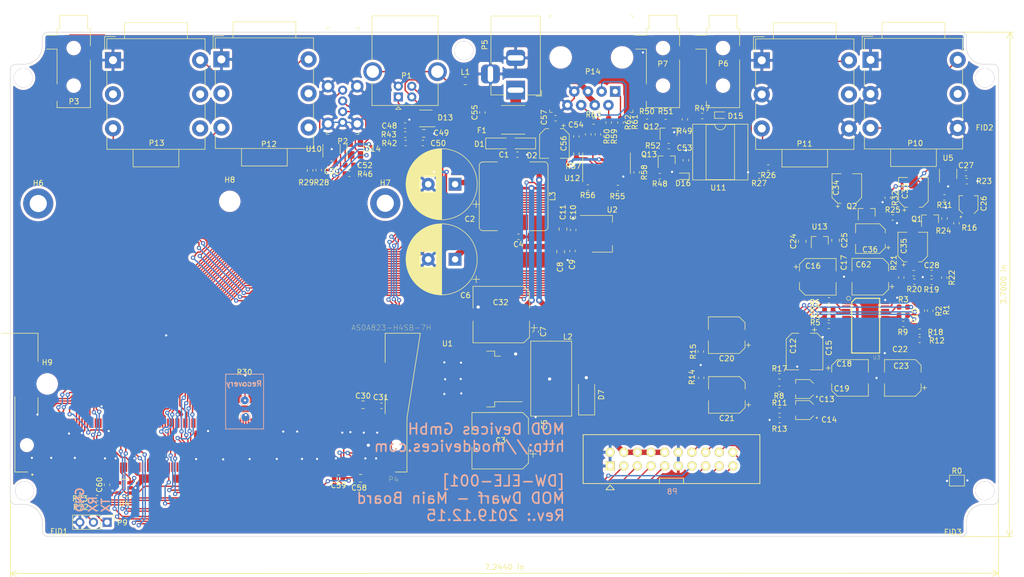
<source format=kicad_pcb>
(kicad_pcb (version 20171130) (host pcbnew 5.1.4-e60b266~84~ubuntu18.04.1)
  (layers (0 F.Cu signal) (31 B.Cu signal) (34 B.Paste user) (35 F.Paste user) (36 B.SilkS user) (37 F.SilkS user) (38 B.Mask user) (39 F.Mask user) (44 Edge.Cuts user))
  (net 0 "")
  (net 1 GNDA)
  (net 2 "Net-(C1-Pad1)")
  (net 3 +12V)
  (net 4 +12VA)
  (net 5 +5V)
  (net 6 +5VA)
  (net 7 +3.3VA)
  (net 8 "Net-(C13-Pad1)")
  (net 9 "Net-(C13-Pad2)")
  (net 10 "Net-(C14-Pad1)")
  (net 11 "Net-(C14-Pad2)")
  (net 12 "Net-(C20-Pad1)")
  (net 13 HEADPHONE_LEFT)
  (net 14 HEADPHONE_RIGHT)
  (net 15 "Net-(C21-Pad1)")
  (net 16 "Net-(C22-Pad1)")
  (net 17 MIC_INPUT)
  (net 18 "Net-(C26-Pad1)")
  (net 19 "Net-(C37-Pad1)")
  (net 20 USB_DEV_DET)
  (net 21 "Net-(C49-Pad1)")
  (net 22 "Net-(C52-Pad2)")
  (net 23 +3V3)
  (net 24 POWER_INPUT)
  (net 25 RIGHT_AUDIO_INPUT)
  (net 26 CODEC_ADC_A)
  (net 27 CODEC_ADC_B)
  (net 28 "Net-(D1-Pad2)")
  (net 29 "Net-(D7-Pad1)")
  (net 30 USB_DEV_DP)
  (net 31 USB_DEV_DM)
  (net 32 USB_HOST_DM)
  (net 33 USB_HOST_DP)
  (net 34 "Net-(D15-Pad2)")
  (net 35 MIDI_UART_RX)
  (net 36 USB_HOST_DRV)
  (net 37 CLI_UART_RX)
  (net 38 CLI_UART_TX)
  (net 39 IN2_DETECT)
  (net 40 CHAIN_UART_TX)
  (net 41 IN1_DETECT)
  (net 42 CHAIN_UART_RE)
  (net 43 CHAIN_UART_DE)
  (net 44 TWI4_SCL)
  (net 45 TWI4_SDA)
  (net 46 CHAIN_UART_RX)
  (net 47 CODEC_I2C_SDA)
  (net 48 CODEC_I2C_SCL)
  (net 49 OUT2_DETECT)
  (net 50 OUT1_DETECT)
  (net 51 HMI_RFU_TX)
  (net 52 MIC_SELECT)
  (net 53 CODEC_I2S_LRCK)
  (net 54 CODEC_I2S_BCLK)
  (net 55 CODEC_I2S_MCLK)
  (net 56 CODEC_I2S_SDOUT)
  (net 57 CODEC_I2S_SDIN)
  (net 58 "Net-(L1-Pad1)")
  (net 59 LEFT_AUDIO_INPUT)
  (net 60 CODEC_DAC_A)
  (net 61 CODEC_DAC_B)
  (net 62 RS485_TX+)
  (net 63 RS485_RX+)
  (net 64 RS485_TX-)
  (net 65 RS485_RX-)
  (net 66 "Net-(R3-Pad1)")
  (net 67 "Net-(R4-Pad2)")
  (net 68 "Net-(R5-Pad1)")
  (net 69 "Net-(R6-Pad1)")
  (net 70 "Net-(R7-Pad1)")
  (net 71 "Net-(R9-Pad1)")
  (net 72 "Net-(R10-Pad1)")
  (net 73 "Net-(R12-Pad1)")
  (net 74 "Net-(R16-Pad2)")
  (net 75 "Net-(R18-Pad1)")
  (net 76 "Net-(R56-Pad1)")
  (net 77 "Net-(R59-Pad2)")
  (net 78 "Net-(R60-Pad2)")
  (net 79 "Net-(R61-Pad2)")
  (net 80 "Net-(R62-Pad2)")
  (net 81 "Net-(D15-Pad1)")
  (net 82 "Net-(D16-Pad1)")
  (net 83 MIDI_UART_TX)
  (net 84 HMI_UART_RX)
  (net 85 HMI_UART_TX)
  (net 86 HMI_ISP_ENABLE)
  (net 87 HMI_RESET)
  (net 88 PM_LEDS_OE)
  (net 89 UBOOT_BUTTON)
  (net 90 POWER_BUTTON)
  (net 91 "Net-(P6-PadT)")
  (net 92 "Net-(P7-PadT)")
  (net 93 "Net-(P7-PadR)")
  (net 94 HMI_RFU_RX)
  (net 95 "Net-(P8-Pad7)")
  (net 96 "Net-(P8-Pad9)")
  (net 97 "Net-(Q12-Pad3)")
  (net 98 "Net-(Q12-Pad1)")
  (net 99 "Net-(R55-Pad1)")
  (net 100 "Net-(C28-Pad1)")
  (net 101 "Net-(C29-Pad1)")
  (net 102 "Net-(C33-Pad2)")
  (net 103 "Net-(C33-Pad1)")
  (net 104 "Net-(C34-Pad1)")
  (net 105 "Net-(C35-Pad2)")
  (net 106 "Net-(C36-Pad2)")
  (net 107 "Net-(R30-Pad2)")
  (module Resistor_SMD:R_0603_1608Metric (layer F.Cu) (at 119.2072 66.5351 90)
    (fp_text reference R29 (at -2.2481 -0.7416 180) (layer F.SilkS))
    (fp_text value 100K)
    (pad 2 smd roundrect (at 0.7875 0 90) (size 0.875 0.95) (layers F.Cu F.Paste F.Mask) (net 5 +5V))
    (pad 1 smd roundrect (at -0.7875 0 90) (size 0.875 0.95) (layers F.Cu F.Paste F.Mask) (net 49 OUT2_DETECT))
  )
  (module Capacitor_THT:CP_Radial_D13.0mm_P5.00mm (layer F.Cu) (at 146.2 83.1 180)
    (fp_text reference C6 (at -1.9328 -6.7144) (layer F.SilkS))
    (fp_text value 2200uF)
    (pad 2 thru_hole circle (at 5 0 180) (size 2.4 2.4) (drill 1.2) (layers *.Cu *.Mask) (net 1 GNDA))
    (pad 1 thru_hole rect (at 0 0 180) (size 2.4 2.4) (drill 1.2) (layers *.Cu *.Mask) (net 4 +12VA))
  )
  (module Capacitor_SMD:C_0805_2012Metric (layer F.Cu) (at 166.2908 77.4787 90)
    (fp_text reference C11 (at 3.1583 -0.0224 90) (layer F.SilkS))
    (fp_text value 10uF)
    (pad 1 smd roundrect (at -0.9375 0 90) (size 0.975 1.4) (layers F.Cu F.Paste F.Mask) (net 6 +5VA))
    (pad 2 smd roundrect (at 0.9375 0 90) (size 0.975 1.4) (layers F.Cu F.Paste F.Mask) (net 1 GNDA))
  )
  (module Capacitor_SMD:C_0603_1608Metric (layer F.Cu) (at 157.8125 63.6)
    (fp_text reference C1 (at -2.5169 0.0016) (layer F.SilkS))
    (fp_text value 100nF)
    (pad 2 smd roundrect (at 0.7875 0) (size 0.875 0.95) (layers F.Cu F.Paste F.Mask) (net 1 GNDA))
    (pad 1 smd roundrect (at -0.7875 0) (size 0.875 0.95) (layers F.Cu F.Paste F.Mask) (net 2 "Net-(C1-Pad1)"))
  )
  (module Capacitor_SMD:C_0603_1608Metric (layer F.Cu) (at 158.0125 78.9)
    (fp_text reference C4 (at 0 1.4148) (layer F.SilkS))
    (fp_text value 100nF)
    (pad 1 smd roundrect (at -0.7875 0) (size 0.875 0.95) (layers F.Cu F.Paste F.Mask) (net 4 +12VA))
    (pad 2 smd roundrect (at 0.7875 0) (size 0.875 0.95) (layers F.Cu F.Paste F.Mask) (net 1 GNDA))
  )
  (module Capacitor_SMD:C_0603_1608Metric (layer F.Cu) (at 161.2 114 90)
    (fp_text reference C5 (at 0.0556 1.614 90) (layer F.SilkS))
    (fp_text value 100nF)
    (pad 1 smd roundrect (at -0.7875 0 90) (size 0.875 0.95) (layers F.Cu F.Paste F.Mask) (net 3 +12V))
    (pad 2 smd roundrect (at 0.7875 0 90) (size 0.875 0.95) (layers F.Cu F.Paste F.Mask) (net 1 GNDA))
  )
  (module Capacitor_SMD:C_0603_1608Metric (layer F.Cu) (at 161.2 96.5875 270)
    (fp_text reference C7 (at 0 -1.43 90) (layer F.SilkS))
    (fp_text value 100nF)
    (pad 2 smd roundrect (at 0.7875 0 270) (size 0.875 0.95) (layers F.Cu F.Paste F.Mask) (net 1 GNDA))
    (pad 1 smd roundrect (at -0.7875 0 270) (size 0.875 0.95) (layers F.Cu F.Paste F.Mask) (net 5 +5V))
  )
  (module Capacitor_SMD:C_0805_2012Metric (layer F.Cu) (at 165.8632 81.6759 270)
    (fp_text reference C8 (at 2.8553 0.1028 90) (layer F.SilkS))
    (fp_text value 10uF)
    (pad 2 smd roundrect (at 0.9375 0 270) (size 0.975 1.4) (layers F.Cu F.Paste F.Mask) (net 1 GNDA))
    (pad 1 smd roundrect (at -0.9375 0 270) (size 0.975 1.4) (layers F.Cu F.Paste F.Mask) (net 4 +12VA))
  )
  (module Capacitor_SMD:C_0603_1608Metric (layer F.Cu) (at 168.0632 81.5509 270)
    (fp_text reference C9 (at 2.5231 0.0676 90) (layer F.SilkS))
    (fp_text value 100nF)
    (pad 1 smd roundrect (at -0.7875 0 270) (size 0.875 0.95) (layers F.Cu F.Paste F.Mask) (net 4 +12VA))
    (pad 2 smd roundrect (at 0.7875 0 270) (size 0.875 0.95) (layers F.Cu F.Paste F.Mask) (net 1 GNDA))
  )
  (module Capacitor_SMD:C_0603_1608Metric (layer F.Cu) (at 168.1908 77.6287 90)
    (fp_text reference C10 (at 3.2575 0.008 90) (layer F.SilkS))
    (fp_text value 100nF)
    (pad 2 smd roundrect (at 0.7875 0 90) (size 0.875 0.95) (layers F.Cu F.Paste F.Mask) (net 1 GNDA))
    (pad 1 smd roundrect (at -0.7875 0 90) (size 0.875 0.95) (layers F.Cu F.Paste F.Mask) (net 6 +5VA))
  )
  (module Capacitor_SMD:CP_Elec_6.3x5.3 (layer F.Cu) (at 211.27212 100.28428 270)
    (fp_text reference C12 (at -1.02108 2.12852 90) (layer F.SilkS))
    (fp_text value 10uF)
    (pad 2 smd roundrect (at 2.8 0 270) (size 3.5 1.6) (layers F.Cu F.Paste F.Mask) (roundrect_rratio 0.15625) (net 1 GNDA))
    (pad 1 smd roundrect (at -2.8 0 270) (size 3.5 1.6) (layers F.Cu F.Paste F.Mask) (roundrect_rratio 0.15625) (net 7 +3.3VA))
  )
  (module Capacitor_SMD:C_0402_1005Metric (layer F.Cu) (at 215.392 97.16516 270)
    (fp_text reference C15 (at 2.45364 -0.4064 90) (layer F.SilkS))
    (fp_text value 100nF)
    (pad 2 smd roundrect (at 0.485 0 270) (size 0.59 0.64) (layers F.Cu F.Paste F.Mask) (net 1 GNDA))
    (pad 1 smd roundrect (at -0.485 0 270) (size 0.59 0.64) (layers F.Cu F.Paste F.Mask) (net 7 +3.3VA))
  )
  (module Capacitor_SMD:CP_Elec_6.3x5.3 (layer F.Cu) (at 213.741 86.36)
    (fp_text reference C16 (at -0.889 -2.032) (layer F.SilkS))
    (fp_text value 10uF)
    (pad 1 smd roundrect (at -2.8 0) (size 3.5 1.6) (layers F.Cu F.Paste F.Mask) (roundrect_rratio 0.15625) (net 7 +3.3VA))
    (pad 2 smd roundrect (at 2.8 0) (size 3.5 1.6) (layers F.Cu F.Paste F.Mask) (roundrect_rratio 0.15625) (net 1 GNDA))
  )
  (module Capacitor_SMD:C_0402_1005Metric (layer F.Cu) (at 218.4146 88.35644)
    (fp_text reference C17 (at 0.1778 -4.63804 90) (layer F.SilkS))
    (fp_text value 100nF)
    (pad 1 smd roundrect (at -0.485 0) (size 0.59 0.64) (layers F.Cu F.Paste F.Mask) (net 7 +3.3VA))
    (pad 2 smd roundrect (at 0.485 0) (size 0.59 0.64) (layers F.Cu F.Paste F.Mask) (net 1 GNDA))
  )
  (module Capacitor_SMD:C_0402_1005Metric (layer F.Cu) (at 218.69908 101.02088)
    (fp_text reference C18 (at -0.05588 1.54432) (layer F.SilkS))
    (fp_text value 100nF)
    (pad 2 smd roundrect (at 0.485 0) (size 0.59 0.64) (layers F.Cu F.Paste F.Mask) (net 1 GNDA))
    (pad 1 smd roundrect (at -0.485 0) (size 0.59 0.64) (layers F.Cu F.Paste F.Mask) (net 7 +3.3VA))
  )
  (module Capacitor_SMD:CP_Elec_6.3x5.3 (layer F.Cu) (at 219.74556 105.19664)
    (fp_text reference C19 (at -1.55956 1.99136) (layer F.SilkS))
    (fp_text value 10uF)
    (pad 2 smd roundrect (at 2.8 0) (size 3.5 1.6) (layers F.Cu F.Paste F.Mask) (roundrect_rratio 0.15625) (net 1 GNDA))
    (pad 1 smd roundrect (at -2.8 0) (size 3.5 1.6) (layers F.Cu F.Paste F.Mask) (roundrect_rratio 0.15625) (net 7 +3.3VA))
  )
  (module Capacitor_SMD:C_0402_1005Metric (layer F.Cu) (at 229.1334 101.05136 180)
    (fp_text reference C22 (at 0.0762 1.17856) (layer F.SilkS))
    (fp_text value 100nF)
    (pad 2 smd roundrect (at 0.485 0 180) (size 0.59 0.64) (layers F.Cu F.Paste F.Mask) (net 1 GNDA))
    (pad 1 smd roundrect (at -0.485 0 180) (size 0.59 0.64) (layers F.Cu F.Paste F.Mask) (net 16 "Net-(C22-Pad1)"))
  )
  (module Capacitor_SMD:CP_Elec_6.3x5.3 (layer F.Cu) (at 229.57028 105.19664 180)
    (fp_text reference C23 (at 0.30988 2.22504) (layer F.SilkS))
    (fp_text value 10uF)
    (pad 2 smd roundrect (at 2.8 0 180) (size 3.5 1.6) (layers F.Cu F.Paste F.Mask) (roundrect_rratio 0.15625) (net 1 GNDA))
    (pad 1 smd roundrect (at -2.8 0 180) (size 3.5 1.6) (layers F.Cu F.Paste F.Mask) (roundrect_rratio 0.15625) (net 16 "Net-(C22-Pad1)"))
  )
  (module Capacitor_SMD:C_0805_2012Metric (layer F.Cu) (at 210.84032 79.74306 90)
    (fp_text reference C24 (at 0 -1.65 90) (layer F.SilkS))
    (fp_text value 1uF)
    (pad 2 smd roundrect (at 0.9375 0 90) (size 0.975 1.4) (layers F.Cu F.Paste F.Mask) (net 6 +5VA))
    (pad 1 smd roundrect (at -0.9375 0 90) (size 0.975 1.4) (layers F.Cu F.Paste F.Mask) (net 1 GNDA))
  )
  (module Capacitor_SMD:C_0805_2012Metric (layer F.Cu) (at 217.05316 79.5551 270)
    (fp_text reference C25 (at 0 -1.65 90) (layer F.SilkS))
    (fp_text value 10uF)
    (pad 1 smd roundrect (at -0.9375 0 270) (size 0.975 1.4) (layers F.Cu F.Paste F.Mask) (net 1 GNDA))
    (pad 2 smd roundrect (at 0.9375 0 270) (size 0.975 1.4) (layers F.Cu F.Paste F.Mask) (net 7 +3.3VA))
  )
  (module Capacitor_SMD:C_0805_2012Metric (layer F.Cu) (at 129.0625 110.2)
    (fp_text reference C30 (at 0 -1.65) (layer F.SilkS))
    (fp_text value 10uF)
    (pad 1 smd roundrect (at -0.9375 0) (size 0.975 1.4) (layers F.Cu F.Paste F.Mask) (net 5 +5V))
    (pad 2 smd roundrect (at 0.9375 0) (size 0.975 1.4) (layers F.Cu F.Paste F.Mask) (net 1 GNDA))
  )
  (module Capacitor_SMD:C_0603_1608Metric (layer F.Cu) (at 132.4875 110.4 180)
    (fp_text reference C31 (at 0.1027 1.5864) (layer F.SilkS))
    (fp_text value 100nF)
    (pad 2 smd roundrect (at 0.7875 0 180) (size 0.875 0.95) (layers F.Cu F.Paste F.Mask) (net 1 GNDA))
    (pad 1 smd roundrect (at -0.7875 0 180) (size 0.875 0.95) (layers F.Cu F.Paste F.Mask) (net 5 +5V))
  )
  (module Capacitor_SMD:C_0402_1005Metric (layer F.Cu) (at 228.0388 89.3064)
    (fp_text reference C37 hide)
    (fp_text value 100nF)
    (pad 1 smd roundrect (at -0.485 0) (size 0.59 0.64) (layers F.Cu F.Paste F.Mask) (net 19 "Net-(C37-Pad1)"))
    (pad 2 smd roundrect (at 0.485 0) (size 0.59 0.64) (layers F.Cu F.Paste F.Mask) (net 1 GNDA))
  )
  (module Capacitor_SMD:C_0603_1608Metric (layer F.Cu) (at 136.89594 58.18124)
    (fp_text reference C48 (at -2.93634 0.03556) (layer F.SilkS))
    (fp_text value 100nF)
    (pad 1 smd roundrect (at -0.7875 0) (size 0.875 0.95) (layers F.Cu F.Paste F.Mask) (net 20 USB_DEV_DET))
    (pad 2 smd roundrect (at 0.7875 0) (size 0.875 0.95) (layers F.Cu F.Paste F.Mask) (net 1 GNDA))
  )
  (module Capacitor_SMD:C_0805_2012Metric (layer F.Cu) (at 140.37794 59.62904)
    (fp_text reference C49 (at 3.23366 -0.09144) (layer F.SilkS))
    (fp_text value 10uF)
    (pad 1 smd roundrect (at -0.9375 0) (size 0.975 1.4) (layers F.Cu F.Paste F.Mask) (net 21 "Net-(C49-Pad1)"))
    (pad 2 smd roundrect (at 0.9375 0) (size 0.975 1.4) (layers F.Cu F.Paste F.Mask) (net 1 GNDA))
  )
  (module Capacitor_SMD:C_0603_1608Metric (layer F.Cu) (at 140.19266 61.42228 180)
    (fp_text reference C50 (at -2.86014 -0.04572) (layer F.SilkS))
    (fp_text value 100nF)
    (pad 1 smd roundrect (at -0.7875 0 180) (size 0.875 0.95) (layers F.Cu F.Paste F.Mask) (net 1 GNDA))
    (pad 2 smd roundrect (at 0.7875 0 180) (size 0.875 0.95) (layers F.Cu F.Paste F.Mask) (net 21 "Net-(C49-Pad1)"))
  )
  (module Capacitor_SMD:C_0603_1608Metric (layer F.Cu) (at 123.21042 65.278 180)
    (fp_text reference C51 (at 0 -1.43) (layer F.SilkS))
    (fp_text value 100nF)
    (pad 1 smd roundrect (at -0.7875 0 180) (size 0.875 0.95) (layers F.Cu F.Paste F.Mask) (net 5 +5V))
    (pad 2 smd roundrect (at 0.7875 0 180) (size 0.875 0.95) (layers F.Cu F.Paste F.Mask) (net 1 GNDA))
  )
  (module Capacitor_SMD:C_0603_1608Metric (layer F.Cu) (at 126.5175 65.54216 180)
    (fp_text reference C52 (at -2.8701 -0.04064) (layer F.SilkS))
    (fp_text value 100nF)
    (pad 2 smd roundrect (at 0.7875 0 180) (size 0.875 0.95) (layers F.Cu F.Paste F.Mask) (net 22 "Net-(C52-Pad2)"))
    (pad 1 smd roundrect (at -0.7875 0 180) (size 0.875 0.95) (layers F.Cu F.Paste F.Mask) (net 1 GNDA))
  )
  (module Capacitor_SMD:C_0603_1608Metric (layer F.Cu) (at 189.18428 64.6177 90)
    (fp_text reference C53 (at 2.2861 -0.25908 180) (layer F.SilkS))
    (fp_text value 100nF)
    (pad 2 smd roundrect (at 0.7875 0 90) (size 0.875 0.95) (layers F.Cu F.Paste F.Mask) (net 1 GNDA))
    (pad 1 smd roundrect (at -0.7875 0 90) (size 0.875 0.95) (layers F.Cu F.Paste F.Mask) (net 5 +5V))
  )
  (module Capacitor_SMD:C_0603_1608Metric (layer F.Cu) (at 168.8 60.2 90)
    (fp_text reference C54 (at 2.1864 -0.0932 180) (layer F.SilkS))
    (fp_text value 100nF)
    (pad 1 smd roundrect (at -0.7875 0 90) (size 0.875 0.95) (layers F.Cu F.Paste F.Mask) (net 23 +3V3))
    (pad 2 smd roundrect (at 0.7875 0 90) (size 0.875 0.95) (layers F.Cu F.Paste F.Mask) (net 1 GNDA))
  )
  (module Capacitor_SMD:C_0603_1608Metric (layer F.Cu) (at 151.2824 55.7275 90)
    (fp_text reference C55 (at 0 -1.43 90) (layer F.SilkS))
    (fp_text value 100nF)
    (pad 1 smd roundrect (at -0.7875 0 90) (size 0.875 0.95) (layers F.Cu F.Paste F.Mask) (net 24 POWER_INPUT))
    (pad 2 smd roundrect (at 0.7875 0 90) (size 0.875 0.95) (layers F.Cu F.Paste F.Mask) (net 1 GNDA))
  )
  (module Capacitor_SMD:CP_Elec_5x5.3 (layer F.Cu) (at 164.7 61.5 270)
    (fp_text reference C56 (at 0 -1.7208 90) (layer F.SilkS))
    (fp_text value 10uF)
    (pad 1 smd roundrect (at -2.2 0 270) (size 3 1.6) (layers F.Cu F.Paste F.Mask) (roundrect_rratio 0.15625) (net 3 +12V))
    (pad 2 smd roundrect (at 2.2 0 270) (size 3 1.6) (layers F.Cu F.Paste F.Mask) (roundrect_rratio 0.15625) (net 1 GNDA))
  )
  (module Capacitor_SMD:C_0603_1608Metric (layer F.Cu) (at 164.9125 56.8)
    (fp_text reference C57 (at -2.1493 -0.158 90) (layer F.SilkS))
    (fp_text value 100nF)
    (pad 2 smd roundrect (at 0.7875 0) (size 0.875 0.95) (layers F.Cu F.Paste F.Mask) (net 1 GNDA))
    (pad 1 smd roundrect (at -0.7875 0) (size 0.875 0.95) (layers F.Cu F.Paste F.Mask) (net 3 +12V))
  )
  (module Capacitor_SMD:C_0805_2012Metric (layer F.Cu) (at 128.6 123.9)
    (fp_text reference C58 (at -0.2792 1.7792) (layer F.SilkS))
    (fp_text value 10uF)
    (pad 2 smd roundrect (at 0.9375 0) (size 0.975 1.4) (layers F.Cu F.Paste F.Mask) (net 1 GNDA))
    (pad 1 smd roundrect (at -0.9375 0) (size 0.975 1.4) (layers F.Cu F.Paste F.Mask) (net 23 +3V3))
  )
  (module Capacitor_SMD:C_0603_1608Metric (layer F.Cu) (at 124.4875 123.8 180)
    (fp_text reference C59 (at 0 -1.43) (layer F.SilkS))
    (fp_text value 100nF)
    (pad 1 smd roundrect (at -0.7875 0 180) (size 0.875 0.95) (layers F.Cu F.Paste F.Mask) (net 23 +3V3))
    (pad 2 smd roundrect (at 0.7875 0 180) (size 0.875 0.95) (layers F.Cu F.Paste F.Mask) (net 1 GNDA))
  )
  (module Capacitor_SMD:C_0603_1608Metric (layer F.Cu) (at 81.4 125.1125 90)
    (fp_text reference C60 (at 0 -1.43 90) (layer F.SilkS))
    (fp_text value 100nF)
    (pad 2 smd roundrect (at 0.7875 0 90) (size 0.875 0.95) (layers F.Cu F.Paste F.Mask) (net 23 +3V3))
    (pad 1 smd roundrect (at -0.7875 0 90) (size 0.875 0.95) (layers F.Cu F.Paste F.Mask) (net 1 GNDA))
  )
  (module Capacitor_SMD:CP_Elec_6.3x5.3 (layer F.Cu) (at 223.52 86.3346 180)
    (fp_text reference C62 (at 1.27 2.2606) (layer F.SilkS))
    (fp_text value 10uF)
    (pad 1 smd roundrect (at -2.8 0 180) (size 3.5 1.6) (layers F.Cu F.Paste F.Mask) (roundrect_rratio 0.15625) (net 19 "Net-(C37-Pad1)"))
    (pad 2 smd roundrect (at 2.8 0 180) (size 3.5 1.6) (layers F.Cu F.Paste F.Mask) (roundrect_rratio 0.15625) (net 1 GNDA))
  )
  (module Capacitor_SMD:C_0603_1608Metric (layer F.Cu) (at 234.9372 85.6615 180)
    (fp_text reference C28 (at -0.0128 1.4351) (layer F.SilkS))
    (fp_text value 220pF)
    (pad 1 smd roundrect (at -0.7875 0 180) (size 0.875 0.95) (layers F.Cu F.Paste F.Mask) (net 100 "Net-(C28-Pad1)"))
    (pad 2 smd roundrect (at 0.7875 0 180) (size 0.875 0.95) (layers F.Cu F.Paste F.Mask) (net 1 GNDA))
  )
  (module Capacitor_SMD:C_0603_1608Metric (layer F.Cu) (at 231.5971 85.6869)
    (fp_text reference C29 hide)
    (fp_text value 220pF)
    (pad 2 smd roundrect (at 0.7875 0) (size 0.875 0.95) (layers F.Cu F.Paste F.Mask) (net 1 GNDA))
    (pad 1 smd roundrect (at -0.7875 0) (size 0.875 0.95) (layers F.Cu F.Paste F.Mask) (net 101 "Net-(C29-Pad1)"))
  )
  (module Capacitor_SMD:CP_Elec_5x5.3 (layer F.Cu) (at 231.5464 70.612 90)
    (fp_text reference C33 (at 0.1876 -1.5748 90) (layer F.SilkS))
    (fp_text value 10uF)
    (pad 2 smd roundrect (at 2.2 0 90) (size 3 1.6) (layers F.Cu F.Paste F.Mask) (roundrect_rratio 0.15625) (net 102 "Net-(C33-Pad2)"))
    (pad 1 smd roundrect (at -2.2 0 90) (size 3 1.6) (layers F.Cu F.Paste F.Mask) (roundrect_rratio 0.15625) (net 103 "Net-(C33-Pad1)"))
  )
  (module Capacitor_SMD:CP_Elec_5x5.3 (layer F.Cu) (at 219.1512 69.9008 90)
    (fp_text reference C34 (at 0.1397 -2.0066 90) (layer F.SilkS))
    (fp_text value 10uF)
    (pad 2 smd roundrect (at 2.2 0 90) (size 3 1.6) (layers F.Cu F.Paste F.Mask) (roundrect_rratio 0.15625) (net 25 RIGHT_AUDIO_INPUT))
    (pad 1 smd roundrect (at -2.2 0 90) (size 3 1.6) (layers F.Cu F.Paste F.Mask) (roundrect_rratio 0.15625) (net 104 "Net-(C34-Pad1)"))
  )
  (module Capacitor_SMD:CP_Elec_5x5.3 (layer F.Cu) (at 231.4194 80.8101 90)
    (fp_text reference C35 (at 0.1905 -1.651 90) (layer F.SilkS))
    (fp_text value 10uF)
    (pad 1 smd roundrect (at -2.2 0 90) (size 3 1.6) (layers F.Cu F.Paste F.Mask) (roundrect_rratio 0.15625) (net 26 CODEC_ADC_A))
    (pad 2 smd roundrect (at 2.2 0 90) (size 3 1.6) (layers F.Cu F.Paste F.Mask) (roundrect_rratio 0.15625) (net 105 "Net-(C35-Pad2)"))
  )
  (module Capacitor_SMD:CP_Elec_5x5.3 (layer F.Cu) (at 223.5454 79.2353 180)
    (fp_text reference C36 (at 0.0762 -2.0447) (layer F.SilkS))
    (fp_text value 10uF)
    (pad 1 smd roundrect (at -2.2 0 180) (size 3 1.6) (layers F.Cu F.Paste F.Mask) (roundrect_rratio 0.15625) (net 27 CODEC_ADC_B))
    (pad 2 smd roundrect (at 2.2 0 180) (size 3 1.6) (layers F.Cu F.Paste F.Mask) (roundrect_rratio 0.15625) (net 106 "Net-(C36-Pad2)"))
  )
  (module Diode_SMD:D_SOD-123F (layer F.Cu) (at 154.1 61.5)
    (fp_text reference D1 (at -3.3764 0.1204) (layer F.SilkS))
    (fp_text value MBR230)
    (pad 2 smd rect (at 1.4 0) (size 1.1 1.1) (layers F.Cu F.Paste F.Mask) (net 28 "Net-(D1-Pad2)"))
    (pad 1 smd rect (at -1.4 0) (size 1.1 1.1) (layers F.Cu F.Paste F.Mask) (net 2 "Net-(C1-Pad1)"))
  )
  (module Diode_SMD:D_SOD-123F (layer F.Cu) (at 159 61.5 180)
    (fp_text reference D2 (at -1.528 -2.254) (layer F.SilkS))
    (fp_text value MBR230)
    (pad 1 smd rect (at -1.4 0 180) (size 1.1 1.1) (layers F.Cu F.Paste F.Mask) (net 3 +12V))
    (pad 2 smd rect (at 1.4 0 180) (size 1.1 1.1) (layers F.Cu F.Paste F.Mask) (net 28 "Net-(D1-Pad2)"))
  )
  (module Package_TO_SOT_SMD:SOT-143 (layer F.Cu) (at 140.74648 56.83504 180)
    (fp_text reference D13 (at -3.62712 0.14224) (layer F.SilkS))
    (fp_text value PRTR5V0U2X)
    (pad 1 smd rect (at -1.1 -0.77 90) (size 1.2 1.4) (layers F.Cu F.Paste F.Mask) (net 1 GNDA))
    (pad 2 smd rect (at -1.1 0.95 90) (size 1 1.4) (layers F.Cu F.Paste F.Mask) (net 30 USB_DEV_DP))
    (pad 3 smd rect (at 1.1 0.95 90) (size 1 1.4) (layers F.Cu F.Paste F.Mask) (net 31 USB_DEV_DM))
    (pad 4 smd rect (at 1.1 -0.95 90) (size 1 1.4) (layers F.Cu F.Paste F.Mask) (net 21 "Net-(C49-Pad1)"))
  )
  (module Package_TO_SOT_SMD:SOT-143 (layer F.Cu) (at 127.62488 62.53244 90)
    (fp_text reference D14 (at 0.02 3.28672 180) (layer F.SilkS))
    (fp_text value PRTR5V0U2X)
    (pad 4 smd rect (at 1.1 -0.95) (size 1 1.4) (layers F.Cu F.Paste F.Mask) (net 22 "Net-(C52-Pad2)"))
    (pad 3 smd rect (at 1.1 0.95) (size 1 1.4) (layers F.Cu F.Paste F.Mask) (net 32 USB_HOST_DM))
    (pad 2 smd rect (at -1.1 0.95) (size 1 1.4) (layers F.Cu F.Paste F.Mask) (net 33 USB_HOST_DP))
    (pad 1 smd rect (at -1.1 -0.77) (size 1.2 1.4) (layers F.Cu F.Paste F.Mask) (net 1 GNDA))
  )
  (module Diode_SMD:D_SOD-523 (layer F.Cu) (at 195.66024 56.22544)
    (fp_text reference D15 (at 2.76456 0.16256) (layer F.SilkS))
    (fp_text value 1N4148)
    (pad 1 smd rect (at -0.7 0 180) (size 0.6 0.7) (layers F.Cu F.Paste F.Mask) (net 81 "Net-(D15-Pad1)"))
    (pad 2 smd rect (at 0.7 0 180) (size 0.6 0.7) (layers F.Cu F.Paste F.Mask) (net 34 "Net-(D15-Pad2)"))
  )
  (module Diode_SMD:D_SOD-523 (layer F.Cu) (at 188.65596 67.63004 180)
    (fp_text reference D16 (at 0 -1.3) (layer F.SilkS))
    (fp_text value 1N4148)
    (pad 2 smd rect (at 0.7 0) (size 0.6 0.7) (layers F.Cu F.Paste F.Mask) (net 35 MIDI_UART_RX))
    (pad 1 smd rect (at -0.7 0) (size 0.6 0.7) (layers F.Cu F.Paste F.Mask) (net 82 "Net-(D16-Pad1)"))
  )
  (module Capacitor_SMD:C_0805_2012Metric (layer F.Cu) (at 148.1051 49.8348)
    (fp_text reference L1 (at 0 -1.65) (layer F.SilkS))
    (fp_text value "600R 1.5A")
    (pad 2 smd roundrect (at 0.9375 0) (size 0.975 1.4) (layers F.Cu F.Paste F.Mask) (net 1 GNDA))
    (pad 1 smd roundrect (at -0.9375 0) (size 0.975 1.4) (layers F.Cu F.Paste F.Mask) (net 58 "Net-(L1-Pad1)"))
  )
  (module Connector_USB:USB_B_OST_USB-B1HSxx_Horizontal (layer F.Cu) (at 135.636 52.832 90)
    (fp_text reference P1 (at 3.9624 1.524 180) (layer F.SilkS))
    (fp_text value USB_B)
    (pad 1 thru_hole rect (at 0 0 90) (size 1.7 1.7) (drill 0.92) (layers *.Cu *.Mask) (net 21 "Net-(C49-Pad1)"))
    (pad 2 thru_hole circle (at 0 2.5 90) (size 1.7 1.7) (drill 0.92) (layers *.Cu *.Mask) (net 31 USB_DEV_DM))
    (pad 3 thru_hole circle (at 2 2.5 90) (size 1.7 1.7) (drill 0.92) (layers *.Cu *.Mask) (net 30 USB_DEV_DP))
    (pad 4 thru_hole circle (at 2 0 90) (size 1.7 1.7) (drill 0.92) (layers *.Cu *.Mask) (net 1 GNDA))
    (pad 5 thru_hole circle (at 4.71 -4.77 90) (size 3.5 3.5) (drill 2.33) (layers *.Cu *.Mask) (net 58 "Net-(L1-Pad1)"))
    (pad 5 thru_hole circle (at 4.71 7.27 90) (size 3.5 3.5) (drill 2.33) (layers *.Cu *.Mask) (net 58 "Net-(L1-Pad1)"))
  )
  (module Connector_Audio:Jack_3.5mm_CUI_SJ-3523-SMT_Horizontal (layer F.Cu) (at 75.184 46.228)
    (fp_text reference P3 (at 0.0508 7.4676) (layer F.SilkS))
    (fp_text value AudioJack3)
    (pad R smd rect (at 3.7 -1.6) (size 2.8 2.2) (layers F.Cu F.Paste F.Mask) (net 13 HEADPHONE_LEFT))
    (pad S smd rect (at -3.7 -3.6) (size 2.8 2.2) (layers F.Cu F.Paste F.Mask) (net 1 GNDA))
    (pad T smd rect (at -3.7 5.8) (size 2.8 2.8) (layers F.Cu F.Paste F.Mask) (net 14 HEADPHONE_RIGHT))
    (pad "" np_thru_hole circle (at 0 -2.5) (size 1.7 1.7) (drill 1.7) (layers *.Cu *.Mask))
    (pad "" np_thru_hole circle (at 0 4.5) (size 1.7 1.7) (drill 1.7) (layers *.Cu *.Mask))
  )
  (module Connector_BarrelJack:BarrelJack_Horizontal (layer F.Cu) (at 157.48 51.562 270)
    (fp_text reference P5 (at -8.45 5.75 90) (layer F.SilkS))
    (fp_text value BARREL_JACK)
    (pad 1 thru_hole rect (at 0 0 270) (size 3.5 3.5) (drill oval 1 3) (layers *.Cu *.Mask) (net 24 POWER_INPUT))
    (pad 2 thru_hole roundrect (at -6 0 270) (size 3 3.5) (drill oval 1 3) (layers *.Cu *.Mask) (net 1 GNDA))
    (pad 3 thru_hole roundrect (at -3 4.7 270) (size 3.5 3.5) (drill oval 3 1) (layers *.Cu *.Mask) (net 1 GNDA))
  )
  (module Connector_Audio:Jack_3.5mm_CUI_SJ-3523-SMT_Horizontal (layer F.Cu) (at 196.088 46.228)
    (fp_text reference P6 (at 0.0508 0.4064) (layer F.SilkS))
    (fp_text value AudioJack3)
    (pad R smd rect (at 3.7 -1.6) (size 2.8 2.2) (layers F.Cu F.Paste F.Mask) (net 34 "Net-(D15-Pad2)"))
    (pad S smd rect (at -3.7 -3.6) (size 2.8 2.2) (layers F.Cu F.Paste F.Mask))
    (pad T smd rect (at -3.7 5.8) (size 2.8 2.8) (layers F.Cu F.Paste F.Mask) (net 91 "Net-(P6-PadT)"))
    (pad "" np_thru_hole circle (at 0 -2.5) (size 1.7 1.7) (drill 1.7) (layers *.Cu *.Mask))
    (pad "" np_thru_hole circle (at 0 4.5) (size 1.7 1.7) (drill 1.7) (layers *.Cu *.Mask))
  )
  (module Connector_Audio:Jack_3.5mm_CUI_SJ-3523-SMT_Horizontal (layer F.Cu) (at 184.912 46.228)
    (fp_text reference P7 (at -0.0508 0.4572) (layer F.SilkS))
    (fp_text value AudioJack3)
    (pad "" np_thru_hole circle (at 0 4.5) (size 1.7 1.7) (drill 1.7) (layers *.Cu *.Mask))
    (pad "" np_thru_hole circle (at 0 -2.5) (size 1.7 1.7) (drill 1.7) (layers *.Cu *.Mask))
    (pad T smd rect (at -3.7 5.8) (size 2.8 2.8) (layers F.Cu F.Paste F.Mask) (net 92 "Net-(P7-PadT)"))
    (pad S smd rect (at -3.7 -3.6) (size 2.8 2.2) (layers F.Cu F.Paste F.Mask) (net 1 GNDA))
    (pad R smd rect (at 3.7 -1.6) (size 2.8 2.2) (layers F.Cu F.Paste F.Mask) (net 93 "Net-(P7-PadR)"))
  )
  (module Connector_PinHeader_2.54mm:PinHeader_1x03_P2.54mm_Vertical (layer F.Cu) (at 81.4 132.1 270)
    (fp_text reference P9 (at 0.0816 -2.8264 180) (layer F.SilkS))
    (fp_text value SERIAL_DEBUG)
    (pad 1 thru_hole rect (at 0 0 270) (size 1.7 1.7) (drill 1) (layers *.Cu *.Mask) (net 38 CLI_UART_TX))
    (pad 2 thru_hole oval (at 0 2.54 270) (size 1.7 1.7) (drill 1) (layers *.Cu *.Mask) (net 37 CLI_UART_RX))
    (pad 3 thru_hole oval (at 0 5.08 270) (size 1.7 1.7) (drill 1) (layers *.Cu *.Mask) (net 1 GNDA))
  )
  (module Connector_Audio:Jack_3.5mm_Neutrik_NMJ6HCD2_Horizontal (layer F.Cu) (at 223.56 58.62 90)
    (fp_text reference P10 (at -2.8448 8.3312 180) (layer F.SilkS))
    (fp_text value JACK_TRS_6PINS)
    (pad RN thru_hole circle (at 6.35 16.23 90) (size 3 3) (drill 1.5) (layers *.Cu *.Mask))
    (pad TN thru_hole circle (at 0 16.23 90) (size 3 3) (drill 1.5) (layers *.Cu *.Mask) (net 1 GNDA))
    (pad SN thru_hole circle (at 12.7 16.23 90) (size 3 3) (drill 1.5) (layers *.Cu *.Mask) (net 41 IN1_DETECT))
    (pad R thru_hole circle (at 6.35 0 90) (size 3 3) (drill 1.5) (layers *.Cu *.Mask) (net 1 GNDA))
    (pad T thru_hole circle (at 0 0 90) (size 3 3) (drill 1.5) (layers *.Cu *.Mask) (net 59 LEFT_AUDIO_INPUT))
    (pad S thru_hole rect (at 12.7 0 90) (size 3 3) (drill 1.5) (layers *.Cu *.Mask) (net 1 GNDA))
  )
  (module Connector_Audio:Jack_3.5mm_Neutrik_NMJ6HCD2_Horizontal (layer F.Cu) (at 203.31 58.71 90)
    (fp_text reference P11 (at -2.8448 7.9756 180) (layer F.SilkS))
    (fp_text value JACK_TRS_6PINS)
    (pad S thru_hole rect (at 12.7 0 90) (size 3 3) (drill 1.5) (layers *.Cu *.Mask) (net 1 GNDA))
    (pad T thru_hole circle (at 0 0 90) (size 3 3) (drill 1.5) (layers *.Cu *.Mask) (net 25 RIGHT_AUDIO_INPUT))
    (pad R thru_hole circle (at 6.35 0 90) (size 3 3) (drill 1.5) (layers *.Cu *.Mask) (net 1 GNDA))
    (pad SN thru_hole circle (at 12.7 16.23 90) (size 3 3) (drill 1.5) (layers *.Cu *.Mask) (net 39 IN2_DETECT))
    (pad TN thru_hole circle (at 0 16.23 90) (size 3 3) (drill 1.5) (layers *.Cu *.Mask) (net 1 GNDA))
    (pad RN thru_hole circle (at 6.35 16.23 90) (size 3 3) (drill 1.5) (layers *.Cu *.Mask))
  )
  (module Connector_Audio:Jack_3.5mm_Neutrik_NMJ6HCD2_Horizontal (layer F.Cu) (at 102.69 58.53 90)
    (fp_text reference P12 (at -3.0988 8.8392 180) (layer F.SilkS))
    (fp_text value JACK_TRS_6PINS)
    (pad RN thru_hole circle (at 6.35 16.23 90) (size 3 3) (drill 1.5) (layers *.Cu *.Mask))
    (pad TN thru_hole circle (at 0 16.23 90) (size 3 3) (drill 1.5) (layers *.Cu *.Mask))
    (pad SN thru_hole circle (at 12.7 16.23 90) (size 3 3) (drill 1.5) (layers *.Cu *.Mask) (net 50 OUT1_DETECT))
    (pad R thru_hole circle (at 6.35 0 90) (size 3 3) (drill 1.5) (layers *.Cu *.Mask))
    (pad T thru_hole circle (at 0 0 90) (size 3 3) (drill 1.5) (layers *.Cu *.Mask) (net 60 CODEC_DAC_A))
    (pad S thru_hole rect (at 12.7 0 90) (size 3 3) (drill 1.5) (layers *.Cu *.Mask) (net 1 GNDA))
  )
  (module Connector_Audio:Jack_3.5mm_Neutrik_NMJ6HCD2_Horizontal (layer F.Cu) (at 82.5 58.68 90)
    (fp_text reference P13 (at -2.7432 8.128 180) (layer F.SilkS))
    (fp_text value JACK_TRS_6PINS)
    (pad S thru_hole rect (at 12.7 0 90) (size 3 3) (drill 1.5) (layers *.Cu *.Mask) (net 1 GNDA))
    (pad T thru_hole circle (at 0 0 90) (size 3 3) (drill 1.5) (layers *.Cu *.Mask) (net 61 CODEC_DAC_B))
    (pad R thru_hole circle (at 6.35 0 90) (size 3 3) (drill 1.5) (layers *.Cu *.Mask))
    (pad SN thru_hole circle (at 12.7 16.23 90) (size 3 3) (drill 1.5) (layers *.Cu *.Mask) (net 49 OUT2_DETECT))
    (pad TN thru_hole circle (at 0 16.23 90) (size 3 3) (drill 1.5) (layers *.Cu *.Mask))
    (pad RN thru_hole circle (at 6.35 16.23 90) (size 3 3) (drill 1.5) (layers *.Cu *.Mask))
  )
  (module Package_TO_SOT_SMD:SOT-23 (layer F.Cu) (at 234.6452 75.5904 90)
    (fp_text reference Q1 (at 0 -2.5 180) (layer F.SilkS))
    (fp_text value J110)
    (pad 1 smd rect (at -1 -0.95 90) (size 0.9 0.8) (layers F.Cu F.Paste F.Mask) (net 6 +5VA))
    (pad 2 smd rect (at -1 0.95 90) (size 0.9 0.8) (layers F.Cu F.Paste F.Mask) (net 105 "Net-(C35-Pad2)"))
    (pad 3 smd rect (at 1 0 90) (size 0.9 0.8) (layers F.Cu F.Paste F.Mask) (net 103 "Net-(C33-Pad1)"))
  )
  (module Package_TO_SOT_SMD:SOT-23 (layer F.Cu) (at 222.8469 74.3839 90)
    (fp_text reference Q2 (at 1.1811 -2.7813 180) (layer F.SilkS))
    (fp_text value J110)
    (pad 3 smd rect (at 1 0 90) (size 0.9 0.8) (layers F.Cu F.Paste F.Mask) (net 104 "Net-(C34-Pad1)"))
    (pad 2 smd rect (at -1 0.95 90) (size 0.9 0.8) (layers F.Cu F.Paste F.Mask) (net 106 "Net-(C36-Pad2)"))
    (pad 1 smd rect (at -1 -0.95 90) (size 0.9 0.8) (layers F.Cu F.Paste F.Mask) (net 6 +5VA))
  )
  (module Resistor_SMD:R_0603_1608Metric (layer F.Cu) (at 233.10596 92.66428 270)
    (fp_text reference R1 (at -0.15748 -4.58724 90) (layer F.SilkS))
    (fp_text value 10k)
    (pad 2 smd roundrect (at 0.7875 0 270) (size 0.875 0.95) (layers F.Cu F.Paste F.Mask) (net 48 CODEC_I2C_SCL))
    (pad 1 smd roundrect (at -0.7875 0 270) (size 0.875 0.95) (layers F.Cu F.Paste F.Mask) (net 7 +3.3VA))
  )
  (module Resistor_SMD:R_0603_1608Metric (layer F.Cu) (at 234.66552 92.66418 90)
    (fp_text reference R2 (at -0.09662 1.60528 90) (layer F.SilkS))
    (fp_text value 10k)
    (pad 1 smd roundrect (at -0.7875 0 90) (size 0.875 0.95) (layers F.Cu F.Paste F.Mask) (net 47 CODEC_I2C_SDA))
    (pad 2 smd roundrect (at 0.7875 0 90) (size 0.875 0.95) (layers F.Cu F.Paste F.Mask) (net 7 +3.3VA))
  )
  (module Resistor_SMD:R_0603_1608Metric (layer F.Cu) (at 229.6669 91.9861)
    (fp_text reference R3 (at 0 -1.4097) (layer F.SilkS))
    (fp_text value 22R)
    (pad 2 smd roundrect (at 0.7875 0) (size 0.875 0.95) (layers F.Cu F.Paste F.Mask) (net 55 CODEC_I2S_MCLK))
    (pad 1 smd roundrect (at -0.7875 0) (size 0.875 0.95) (layers F.Cu F.Paste F.Mask) (net 66 "Net-(R3-Pad1)"))
  )
  (module Resistor_SMD:R_0603_1608Metric (layer F.Cu) (at 215.79332 93.90888)
    (fp_text reference R4 (at -2.53492 -0.23368) (layer F.SilkS))
    (fp_text value 22R)
    (pad 1 smd roundrect (at -0.7875 0) (size 0.875 0.95) (layers F.Cu F.Paste F.Mask) (net 57 CODEC_I2S_SDIN))
    (pad 2 smd roundrect (at 0.7875 0) (size 0.875 0.95) (layers F.Cu F.Paste F.Mask) (net 67 "Net-(R4-Pad2)"))
  )
  (module Resistor_SMD:R_0603_1608Metric (layer F.Cu) (at 215.78834 95.48368 180)
    (fp_text reference R5 (at 2.52994 0.58928) (layer F.SilkS))
    (fp_text value 22R)
    (pad 2 smd roundrect (at 0.7875 0 180) (size 0.875 0.95) (layers F.Cu F.Paste F.Mask) (net 53 CODEC_I2S_LRCK))
    (pad 1 smd roundrect (at -0.7875 0 180) (size 0.875 0.95) (layers F.Cu F.Paste F.Mask) (net 68 "Net-(R5-Pad1)"))
  )
  (module Resistor_SMD:R_0603_1608Metric (layer F.Cu) (at 215.80358 90.74404 180)
    (fp_text reference R6 (at 2.59598 -0.39116) (layer F.SilkS))
    (fp_text value 22R)
    (pad 1 smd roundrect (at -0.7875 0 180) (size 0.875 0.95) (layers F.Cu F.Paste F.Mask) (net 69 "Net-(R6-Pad1)"))
    (pad 2 smd roundrect (at 0.7875 0 180) (size 0.875 0.95) (layers F.Cu F.Paste F.Mask) (net 54 CODEC_I2S_BCLK))
  )
  (module Resistor_SMD:R_0603_1608Metric (layer F.Cu) (at 215.79342 92.36456 180)
    (fp_text reference R7 (at 2.58582 -0.04064) (layer F.SilkS))
    (fp_text value 22R)
    (pad 1 smd roundrect (at -0.7875 0 180) (size 0.875 0.95) (layers F.Cu F.Paste F.Mask) (net 70 "Net-(R7-Pad1)"))
    (pad 2 smd roundrect (at 0.7875 0 180) (size 0.875 0.95) (layers F.Cu F.Paste F.Mask) (net 56 CODEC_I2S_SDOUT))
  )
  (module Resistor_SMD:R_0603_1608Metric (layer F.Cu) (at 206.58318 107.24388)
    (fp_text reference R8 (at -0.08118 1.31572) (layer F.SilkS))
    (fp_text value 100R)
    (pad 2 smd roundrect (at 0.7875 0) (size 0.875 0.95) (layers F.Cu F.Paste F.Mask) (net 9 "Net-(C13-Pad2)"))
    (pad 1 smd roundrect (at -0.7875 0) (size 0.875 0.95) (layers F.Cu F.Paste F.Mask) (net 60 CODEC_DAC_A))
  )
  (module Resistor_SMD:R_0603_1608Metric (layer F.Cu) (at 229.6669 95.123)
    (fp_text reference R9 (at -0.1017 1.5494) (layer F.SilkS))
    (fp_text value 22R)
    (pad 1 smd roundrect (at -0.7875 0) (size 0.875 0.95) (layers F.Cu F.Paste F.Mask) (net 71 "Net-(R9-Pad1)"))
    (pad 2 smd roundrect (at 0.7875 0) (size 0.875 0.95) (layers F.Cu F.Paste F.Mask) (net 47 CODEC_I2C_SDA))
  )
  (module Resistor_SMD:R_0603_1608Metric (layer F.Cu) (at 229.6669 93.5482)
    (fp_text reference R10 (at 2.1335 0.0762 90) (layer F.SilkS))
    (fp_text value 22R)
    (pad 2 smd roundrect (at 0.7875 0) (size 0.875 0.95) (layers F.Cu F.Paste F.Mask) (net 48 CODEC_I2C_SCL))
    (pad 1 smd roundrect (at -0.7875 0) (size 0.875 0.95) (layers F.Cu F.Paste F.Mask) (net 72 "Net-(R10-Pad1)"))
  )
  (module Resistor_SMD:R_0603_1608Metric (layer F.Cu) (at 206.61894 111.28248)
    (fp_text reference R11 (at 0 -1.43) (layer F.SilkS))
    (fp_text value 100R)
    (pad 1 smd roundrect (at -0.7875 0) (size 0.875 0.95) (layers F.Cu F.Paste F.Mask) (net 61 CODEC_DAC_B))
    (pad 2 smd roundrect (at 0.7875 0) (size 0.875 0.95) (layers F.Cu F.Paste F.Mask) (net 11 "Net-(C14-Pad2)"))
  )
  (module Resistor_SMD:R_0603_1608Metric (layer F.Cu) (at 232.702 98.1075)
    (fp_text reference R12 (at 3.2132 0.1397) (layer F.SilkS))
    (fp_text value 10k)
    (pad 2 smd roundrect (at 0.7875 0) (size 0.875 0.95) (layers F.Cu F.Paste F.Mask) (net 1 GNDA))
    (pad 1 smd roundrect (at -0.7875 0) (size 0.875 0.95) (layers F.Cu F.Paste F.Mask) (net 73 "Net-(R12-Pad1)"))
  )
  (module Resistor_SMD:R_0603_1608Metric (layer F.Cu) (at 206.64942 113.06048)
    (fp_text reference R13 (at -0.04582 1.64592) (layer F.SilkS))
    (fp_text value " 47K")
    (pad 2 smd roundrect (at 0.7875 0) (size 0.875 0.95) (layers F.Cu F.Paste F.Mask) (net 11 "Net-(C14-Pad2)"))
    (pad 1 smd roundrect (at -0.7875 0) (size 0.875 0.95) (layers F.Cu F.Paste F.Mask) (net 1 GNDA))
  )
  (module Resistor_SMD:R_0603_1608Metric (layer F.Cu) (at 192.0352 105.1891 270)
    (fp_text reference R14 (at -0.1347 1.7384 90) (layer F.SilkS))
    (fp_text value " 47K")
    (pad 1 smd roundrect (at -0.7875 0 270) (size 0.875 0.95) (layers F.Cu F.Paste F.Mask) (net 1 GNDA))
    (pad 2 smd roundrect (at 0.7875 0 270) (size 0.875 0.95) (layers F.Cu F.Paste F.Mask) (net 14 HEADPHONE_RIGHT))
  )
  (module Resistor_SMD:R_0603_1608Metric (layer F.Cu) (at 191.96728 100.29818 90)
    (fp_text reference R15 (at 0 -1.43 90) (layer F.SilkS))
    (fp_text value " 47K")
    (pad 1 smd roundrect (at -0.7875 0 90) (size 0.875 0.95) (layers F.Cu F.Paste F.Mask) (net 1 GNDA))
    (pad 2 smd roundrect (at 0.7875 0 90) (size 0.875 0.95) (layers F.Cu F.Paste F.Mask) (net 13 HEADPHONE_LEFT))
  )
  (module Resistor_SMD:R_0603_1608Metric (layer F.Cu) (at 239.5601 76.3905 270)
    (fp_text reference R16 (at 0.8255 -2.4003 180) (layer F.SilkS))
    (fp_text value 470)
    (pad 2 smd roundrect (at 0.7875 0 270) (size 0.875 0.95) (layers F.Cu F.Paste F.Mask) (net 74 "Net-(R16-Pad2)"))
    (pad 1 smd roundrect (at -0.7875 0 270) (size 0.875 0.95) (layers F.Cu F.Paste F.Mask) (net 18 "Net-(C26-Pad1)"))
  )
  (module Resistor_SMD:R_0603_1608Metric (layer F.Cu) (at 206.59842 104.902)
    (fp_text reference R17 (at 0 -1.43) (layer F.SilkS))
    (fp_text value " 47K")
    (pad 1 smd roundrect (at -0.7875 0) (size 0.875 0.95) (layers F.Cu F.Paste F.Mask) (net 1 GNDA))
    (pad 2 smd roundrect (at 0.7875 0) (size 0.875 0.95) (layers F.Cu F.Paste F.Mask) (net 9 "Net-(C13-Pad2)"))
  )
  (module Resistor_SMD:R_0603_1608Metric (layer F.Cu) (at 232.702 96.5835)
    (fp_text reference R18 (at 2.9592 0.0889) (layer F.SilkS))
    (fp_text value 10k)
    (pad 2 smd roundrect (at 0.7875 0) (size 0.875 0.95) (layers F.Cu F.Paste F.Mask) (net 1 GNDA))
    (pad 1 smd roundrect (at -0.7875 0) (size 0.875 0.95) (layers F.Cu F.Paste F.Mask) (net 75 "Net-(R18-Pad1)"))
  )
  (module Resistor_SMD:R_0603_1608Metric (layer F.Cu) (at 234.9372 87.2871)
    (fp_text reference R19 (at -0.038 1.4605) (layer F.SilkS))
    (fp_text value 5K6)
    (pad 2 smd roundrect (at 0.7875 0) (size 0.875 0.95) (layers F.Cu F.Paste F.Mask) (net 100 "Net-(C28-Pad1)"))
    (pad 1 smd roundrect (at -0.7875 0) (size 0.875 0.95) (layers F.Cu F.Paste F.Mask) (net 1 GNDA))
  )
  (module Resistor_SMD:R_0603_1608Metric (layer F.Cu) (at 231.7114 87.249 180)
    (fp_text reference R20 (at 0 -1.43) (layer F.SilkS))
    (fp_text value 5K6)
    (pad 1 smd roundrect (at -0.7875 0 180) (size 0.875 0.95) (layers F.Cu F.Paste F.Mask) (net 1 GNDA))
    (pad 2 smd roundrect (at 0.7875 0 180) (size 0.875 0.95) (layers F.Cu F.Paste F.Mask) (net 101 "Net-(C29-Pad1)"))
  )
  (module Resistor_SMD:R_0603_1608Metric (layer F.Cu) (at 229.2731 86.4871 270)
    (fp_text reference R21 (at -2.7687 1.3843 270) (layer F.SilkS))
    (fp_text value 5K6)
    (pad 1 smd roundrect (at -0.7875 0 270) (size 0.875 0.95) (layers F.Cu F.Paste F.Mask) (net 26 CODEC_ADC_A))
    (pad 2 smd roundrect (at 0.7875 0 270) (size 0.875 0.95) (layers F.Cu F.Paste F.Mask) (net 101 "Net-(C29-Pad1)"))
  )
  (module Resistor_SMD:R_0603_1608Metric (layer F.Cu) (at 237.2868 86.5123 270)
    (fp_text reference R22 (at 0 -1.43 90) (layer F.SilkS))
    (fp_text value 5K6)
    (pad 2 smd roundrect (at 0.7875 0 270) (size 0.875 0.95) (layers F.Cu F.Paste F.Mask) (net 100 "Net-(C28-Pad1)"))
    (pad 1 smd roundrect (at -0.7875 0 270) (size 0.875 0.95) (layers F.Cu F.Paste F.Mask) (net 27 CODEC_ADC_B))
  )
  (module Resistor_SMD:R_0603_1608Metric (layer F.Cu) (at 241.4777 68.5419 180)
    (fp_text reference R23 (at -3.2259 0.0127) (layer F.SilkS))
    (fp_text value 47K)
    (pad 1 smd roundrect (at -0.7875 0 180) (size 0.875 0.95) (layers F.Cu F.Paste F.Mask) (net 1 GNDA))
    (pad 2 smd roundrect (at 0.7875 0 180) (size 0.875 0.95) (layers F.Cu F.Paste F.Mask) (net 17 MIC_INPUT))
  )
  (module Resistor_SMD:R_0603_1608Metric (layer F.Cu) (at 237.3376 75.4888 90)
    (fp_text reference R24 (at -2.286 -0.2032 180) (layer F.SilkS))
    (fp_text value 5K6)
    (pad 2 smd roundrect (at 0.7875 0 90) (size 0.875 0.95) (layers F.Cu F.Paste F.Mask) (net 1 GNDA))
    (pad 1 smd roundrect (at -0.7875 0 90) (size 0.875 0.95) (layers F.Cu F.Paste F.Mask) (net 105 "Net-(C35-Pad2)"))
  )
  (module Resistor_SMD:R_0603_1608Metric (layer F.Cu) (at 227.6855 75.2983)
    (fp_text reference R25 (at 0 -1.43) (layer F.SilkS))
    (fp_text value 5K6)
    (pad 1 smd roundrect (at -0.7875 0) (size 0.875 0.95) (layers F.Cu F.Paste F.Mask) (net 106 "Net-(C36-Pad2)"))
    (pad 2 smd roundrect (at 0.7875 0) (size 0.875 0.95) (layers F.Cu F.Paste F.Mask) (net 1 GNDA))
  )
  (module Resistor_SMD:R_0603_1608Metric (layer F.Cu) (at 204.5125 66 180)
    (fp_text reference R26 (at 0 -1.43) (layer F.SilkS))
    (fp_text value 100K)
    (pad 2 smd roundrect (at 0.7875 0 180) (size 0.875 0.95) (layers F.Cu F.Paste F.Mask) (net 41 IN1_DETECT))
    (pad 1 smd roundrect (at -0.7875 0 180) (size 0.875 0.95) (layers F.Cu F.Paste F.Mask) (net 6 +5VA))
  )
  (module Resistor_SMD:R_0603_1608Metric (layer F.Cu) (at 202.8125 67.5 180)
    (fp_text reference R27 (at 0 -1.43) (layer F.SilkS))
    (fp_text value 100K)
    (pad 2 smd roundrect (at 0.7875 0 180) (size 0.875 0.95) (layers F.Cu F.Paste F.Mask) (net 39 IN2_DETECT))
    (pad 1 smd roundrect (at -0.7875 0 180) (size 0.875 0.95) (layers F.Cu F.Paste F.Mask) (net 6 +5VA))
  )
  (module Resistor_SMD:R_0603_1608Metric (layer F.Cu) (at 120.8072 66.4601 90)
    (fp_text reference R28 (at -2.3231 0.5032 180) (layer F.SilkS))
    (fp_text value 100K)
    (pad 1 smd roundrect (at -0.7875 0 90) (size 0.875 0.95) (layers F.Cu F.Paste F.Mask) (net 50 OUT1_DETECT))
    (pad 2 smd roundrect (at 0.7875 0 90) (size 0.875 0.95) (layers F.Cu F.Paste F.Mask) (net 5 +5V))
  )
  (module Resistor_SMD:R_0603_1608Metric (layer F.Cu) (at 136.99246 61.42228 180)
    (fp_text reference R42 (at 3.03286 -0.04572) (layer F.SilkS))
    (fp_text value 5K6)
    (pad 2 smd roundrect (at 0.7875 0 180) (size 0.875 0.95) (layers F.Cu F.Paste F.Mask) (net 20 USB_DEV_DET))
    (pad 1 smd roundrect (at -0.7875 0 180) (size 0.875 0.95) (layers F.Cu F.Paste F.Mask) (net 21 "Net-(C49-Pad1)"))
  )
  (module Resistor_SMD:R_0603_1608Metric (layer F.Cu) (at 136.91118 59.85256)
    (fp_text reference R43 (at -3.05318 -0.01016) (layer F.SilkS))
    (fp_text value 10k)
    (pad 1 smd roundrect (at -0.7875 0) (size 0.875 0.95) (layers F.Cu F.Paste F.Mask) (net 20 USB_DEV_DET))
    (pad 2 smd roundrect (at 0.7875 0) (size 0.875 0.95) (layers F.Cu F.Paste F.Mask) (net 1 GNDA))
  )
  (module Resistor_SMD:R_0603_1608Metric (layer F.Cu) (at 126.50226 67.15252)
    (fp_text reference R46 (at 2.93614 0.05588) (layer F.SilkS))
    (fp_text value 10k)
    (pad 2 smd roundrect (at 0.7875 0) (size 0.875 0.95) (layers F.Cu F.Paste F.Mask) (net 1 GNDA))
    (pad 1 smd roundrect (at -0.7875 0) (size 0.875 0.95) (layers F.Cu F.Paste F.Mask) (net 36 USB_HOST_DRV))
  )
  (module Resistor_SMD:R_0603_1608Metric (layer F.Cu) (at 184.3125 67.6 180)
    (fp_text reference R48 (at 0 -1.43) (layer F.SilkS))
    (fp_text value 10k)
    (pad 1 smd roundrect (at -0.7875 0 180) (size 0.875 0.95) (layers F.Cu F.Paste F.Mask) (net 35 MIDI_UART_RX))
    (pad 2 smd roundrect (at 0.7875 0 180) (size 0.875 0.95) (layers F.Cu F.Paste F.Mask) (net 23 +3V3))
  )
  (module Resistor_SMD:R_0603_1608Metric (layer F.Cu) (at 185.41502 56.49468 180)
    (fp_text reference R51 (at 0 0.97028) (layer F.SilkS))
    (fp_text value 10k)
    (pad 1 smd roundrect (at -0.7875 0 180) (size 0.875 0.95) (layers F.Cu F.Paste F.Mask) (net 5 +5V))
    (pad 2 smd roundrect (at 0.7875 0 180) (size 0.875 0.95) (layers F.Cu F.Paste F.Mask) (net 97 "Net-(Q12-Pad3)"))
  )
  (module Resistor_SMD:R_0603_1608Metric (layer F.Cu) (at 185.9875 62 180)
    (fp_text reference R52 (at 2.9551 0.0748) (layer F.SilkS))
    (fp_text value 10k)
    (pad 2 smd roundrect (at 0.7875 0 180) (size 0.875 0.95) (layers F.Cu F.Paste F.Mask) (net 98 "Net-(Q12-Pad1)"))
    (pad 1 smd roundrect (at -0.7875 0 180) (size 0.875 0.95) (layers F.Cu F.Paste F.Mask) (net 5 +5V))
  )
  (module Resistor_SMD:R_0603_1608Metric (layer F.Cu) (at 176.5125 69.8)
    (fp_text reference R55 (at -0.0841 1.574) (layer F.SilkS))
    (fp_text value 100R)
    (pad 1 smd roundrect (at -0.7875 0) (size 0.875 0.95) (layers F.Cu F.Paste F.Mask) (net 99 "Net-(R55-Pad1)"))
    (pad 2 smd roundrect (at 0.7875 0) (size 0.875 0.95) (layers F.Cu F.Paste F.Mask) (net 40 CHAIN_UART_TX))
  )
  (module Resistor_SMD:R_0603_1608Metric (layer F.Cu) (at 170.9125 69.725 180)
    (fp_text reference R56 (at 0 -1.43) (layer F.SilkS))
    (fp_text value 100R)
    (pad 2 smd roundrect (at 0.7875 0 180) (size 0.875 0.95) (layers F.Cu F.Paste F.Mask) (net 46 CHAIN_UART_RX))
    (pad 1 smd roundrect (at -0.7875 0 180) (size 0.875 0.95) (layers F.Cu F.Paste F.Mask) (net 76 "Net-(R56-Pad1)"))
  )
  (module Resistor_SMD:R_0603_1608Metric (layer F.Cu) (at 168.8 63.3875 270)
    (fp_text reference R57 (at 2.3477 0.6012 180) (layer F.SilkS))
    (fp_text value 10k)
    (pad 2 smd roundrect (at 0.7875 0 270) (size 0.875 0.95) (layers F.Cu F.Paste F.Mask) (net 42 CHAIN_UART_RE))
    (pad 1 smd roundrect (at -0.7875 0 270) (size 0.875 0.95) (layers F.Cu F.Paste F.Mask) (net 23 +3V3))
  )
  (module Resistor_SMD:R_0603_1608Metric (layer F.Cu) (at 180 66.9 270)
    (fp_text reference R58 (at 0 -1.43 90) (layer F.SilkS))
    (fp_text value 10k)
    (pad 2 smd roundrect (at 0.7875 0 270) (size 0.875 0.95) (layers F.Cu F.Paste F.Mask) (net 1 GNDA))
    (pad 1 smd roundrect (at -0.7875 0 270) (size 0.875 0.95) (layers F.Cu F.Paste F.Mask) (net 43 CHAIN_UART_DE))
  )
  (module Resistor_SMD:R_0603_1608Metric (layer F.Cu) (at 79.5875 129.4 180)
    (fp_text reference R72 (at 3.0827 0.114) (layer F.SilkS))
    (fp_text value 100R)
    (pad 2 smd roundrect (at 0.7875 0 180) (size 0.875 0.95) (layers F.Cu F.Paste F.Mask) (net 38 CLI_UART_TX))
    (pad 1 smd roundrect (at -0.7875 0 180) (size 0.875 0.95) (layers F.Cu F.Paste F.Mask) (net 95 "Net-(P8-Pad7)"))
  )
  (module Resistor_SMD:R_0603_1608Metric (layer F.Cu) (at 79.5375 127.6 180)
    (fp_text reference R73 (at 3.1851 -0.1112) (layer F.SilkS))
    (fp_text value 100R)
    (pad 1 smd roundrect (at -0.7875 0 180) (size 0.875 0.95) (layers F.Cu F.Paste F.Mask) (net 96 "Net-(P8-Pad9)"))
    (pad 2 smd roundrect (at 0.7875 0 180) (size 0.875 0.95) (layers F.Cu F.Paste F.Mask) (net 37 CLI_UART_RX))
  )
  (module Resistor_SMD:R_0603_1608Metric (layer F.Cu) (at 107.1508 106.5505 270)
    (fp_text reference R30 (at -2.4105 0.166 180) (layer F.SilkS))
    (fp_text value 10R)
    (pad 1 smd roundrect (at -0.7875 0 270) (size 0.875 0.95) (layers F.Cu F.Paste F.Mask) (net 1 GNDA))
    (pad 2 smd roundrect (at 0.7875 0 270) (size 0.875 0.95) (layers F.Cu F.Paste F.Mask) (net 107 "Net-(R30-Pad2)"))
  )
  (module Resistor_SMD:R_0603_1608Metric (layer F.Cu) (at 226.7712 71.628 90)
    (fp_text reference R32 (at -0.0636 1.3589 90) (layer F.SilkS))
    (fp_text value 1M)
    (pad 1 smd roundrect (at -0.7875 0 90) (size 0.875 0.95) (layers F.Cu F.Paste F.Mask) (net 1 GNDA))
    (pad 2 smd roundrect (at 0.7875 0 90) (size 0.875 0.95) (layers F.Cu F.Paste F.Mask) (net 104 "Net-(C34-Pad1)"))
  )
  (module Resistor_SMD:R_0603_1608Metric (layer F.Cu) (at 237.325 71.5518 180)
    (fp_text reference R31 (at 0 -1.43) (layer F.SilkS))
    (fp_text value 1M)
    (pad 2 smd roundrect (at 0.7875 0 180) (size 0.875 0.95) (layers F.Cu F.Paste F.Mask) (net 103 "Net-(C33-Pad1)"))
    (pad 1 smd roundrect (at -0.7875 0 180) (size 0.875 0.95) (layers F.Cu F.Paste F.Mask) (net 1 GNDA))
  )
  (module Package_TO_SOT_SMD:TO-263-5_TabPin3 (layer F.Cu) (at 150.625 105.4 180)
    (fp_text reference U1 (at 5.845 6.594) (layer F.SilkS))
    (fp_text value TS2596)
    (pad 1 smd rect (at -5.775 -3.4 180) (size 4.6 1.1) (layers F.Cu F.Paste F.Mask) (net 3 +12V))
    (pad 2 smd rect (at -5.775 -1.7 180) (size 4.6 1.1) (layers F.Cu F.Paste F.Mask) (net 29 "Net-(D7-Pad1)"))
    (pad 3 smd rect (at -5.775 0 180) (size 4.6 1.1) (layers F.Cu F.Paste F.Mask) (net 1 GNDA))
    (pad 4 smd rect (at -5.775 1.7 180) (size 4.6 1.1) (layers F.Cu F.Paste F.Mask) (net 5 +5V))
    (pad 5 smd rect (at -5.775 3.4 180) (size 4.6 1.1) (layers F.Cu F.Paste F.Mask) (net 1 GNDA))
    (pad 3 smd rect (at 3.375 0 180) (size 9.4 10.8) (layers F.Cu F.Mask) (net 1 GNDA))
  )
  (module Package_TO_SOT_SMD:SOT-223-3_TabPin2 (layer F.Cu) (at 173.5908 78.3412)
    (fp_text reference U2 (at 1.8724 -4.478) (layer F.SilkS))
    (fp_text value LD1117S50TR_SOT223)
    (pad 2 smd rect (at 3.15 0) (size 2 3.8) (layers F.Cu F.Paste F.Mask) (net 6 +5VA))
    (pad 2 smd rect (at -3.15 0) (size 2 1.5) (layers F.Cu F.Paste F.Mask) (net 6 +5VA))
    (pad 3 smd rect (at -3.15 2.3) (size 2 1.5) (layers F.Cu F.Paste F.Mask) (net 4 +12VA))
    (pad 1 smd rect (at -3.15 -2.3) (size 2 1.5) (layers F.Cu F.Paste F.Mask) (net 1 GNDA))
  )
  (module SSOP28-0.65-10.2X5.2MM (layer F.Cu) (at 222.6564 95.4659 270)
    (fp_text reference U3 (at 5.9309 -2.032) (layer F.SilkS) (effects (font (size 0.701146 0.701146) (thickness 0.05))))
    (fp_text value "CODECODER-WM8731SEDS_V(SSOP28)" hide)
    (pad 1 smd rect (at -4.225 3.625 270) (size 0.4 1.5) (layers F.Cu F.Paste F.Mask) (net 7 +3.3VA))
    (pad 2 smd rect (at -3.575 3.625 270) (size 0.4 1.5) (layers F.Cu F.Paste F.Mask))
    (pad 3 smd rect (at -2.925 3.625 270) (size 0.4 1.5) (layers F.Cu F.Paste F.Mask) (net 69 "Net-(R6-Pad1)"))
    (pad 4 smd rect (at -2.275 3.625 270) (size 0.4 1.5) (layers F.Cu F.Paste F.Mask) (net 70 "Net-(R7-Pad1)"))
    (pad 5 smd rect (at -1.625 3.625 270) (size 0.4 1.5) (layers F.Cu F.Paste F.Mask) (net 68 "Net-(R5-Pad1)"))
    (pad 6 smd rect (at -0.975 3.625 270) (size 0.4 1.5) (layers F.Cu F.Paste F.Mask) (net 67 "Net-(R4-Pad2)"))
    (pad 7 smd rect (at -0.325 3.625 270) (size 0.4 1.5) (layers F.Cu F.Paste F.Mask) (net 68 "Net-(R5-Pad1)"))
    (pad 8 smd rect (at 0.325 3.625 270) (size 0.4 1.5) (layers F.Cu F.Paste F.Mask) (net 7 +3.3VA))
    (pad 9 smd rect (at 0.975 3.625 270) (size 0.4 1.5) (layers F.Cu F.Paste F.Mask) (net 12 "Net-(C20-Pad1)"))
    (pad 10 smd rect (at 1.625 3.625 270) (size 0.4 1.5) (layers F.Cu F.Paste F.Mask) (net 15 "Net-(C21-Pad1)"))
    (pad 11 smd rect (at 2.275 3.625 270) (size 0.4 1.5) (layers F.Cu F.Paste F.Mask) (net 1 GNDA))
    (pad 12 smd rect (at 2.925 3.625 270) (size 0.4 1.5) (layers F.Cu F.Paste F.Mask) (net 8 "Net-(C13-Pad1)"))
    (pad 13 smd rect (at 3.575 3.625 270) (size 0.4 1.5) (layers F.Cu F.Paste F.Mask) (net 10 "Net-(C14-Pad1)"))
    (pad 14 smd rect (at 4.225 3.625 270) (size 0.4 1.5) (layers F.Cu F.Paste F.Mask) (net 7 +3.3VA))
    (pad 15 smd rect (at 4.225 -3.625 270) (size 0.4 1.5) (layers F.Cu F.Paste F.Mask) (net 1 GNDA))
    (pad 16 smd rect (at 3.575 -3.625 270) (size 0.4 1.5) (layers F.Cu F.Paste F.Mask) (net 16 "Net-(C22-Pad1)"))
    (pad 17 smd rect (at 2.925 -3.625 270) (size 0.4 1.5) (layers F.Cu F.Paste F.Mask))
    (pad 18 smd rect (at 2.275 -3.625 270) (size 0.4 1.5) (layers F.Cu F.Paste F.Mask) (net 74 "Net-(R16-Pad2)"))
    (pad 19 smd rect (at 1.625 -3.625 270) (size 0.4 1.5) (layers F.Cu F.Paste F.Mask) (net 100 "Net-(C28-Pad1)"))
    (pad 20 smd rect (at 0.975 -3.625 270) (size 0.4 1.5) (layers F.Cu F.Paste F.Mask) (net 101 "Net-(C29-Pad1)"))
    (pad 21 smd rect (at 0.325 -3.625 270) (size 0.4 1.5) (layers F.Cu F.Paste F.Mask) (net 73 "Net-(R12-Pad1)"))
    (pad 22 smd rect (at -0.325 -3.625 270) (size 0.4 1.5) (layers F.Cu F.Paste F.Mask) (net 75 "Net-(R18-Pad1)"))
    (pad 23 smd rect (at -0.975 -3.625 270) (size 0.4 1.5) (layers F.Cu F.Paste F.Mask) (net 71 "Net-(R9-Pad1)"))
    (pad 24 smd rect (at -1.625 -3.625 270) (size 0.4 1.5) (layers F.Cu F.Paste F.Mask) (net 72 "Net-(R10-Pad1)"))
    (pad 25 smd rect (at -2.275 -3.625 270) (size 0.4 1.5) (layers F.Cu F.Paste F.Mask) (net 66 "Net-(R3-Pad1)"))
    (pad 26 smd rect (at -2.925 -3.625 270) (size 0.4 1.5) (layers F.Cu F.Paste F.Mask))
    (pad 27 smd rect (at -3.575 -3.625 270) (size 0.4 1.5) (layers F.Cu F.Paste F.Mask) (net 19 "Net-(C37-Pad1)"))
    (pad 28 smd rect (at -4.225 -3.625 270) (size 0.4 1.5) (layers F.Cu F.Paste F.Mask) (net 1 GNDA))
  )
  (module Package_TO_SOT_SMD:SOT-23-5 (layer F.Cu) (at 84.6 125.7 180)
    (fp_text reference U4 (at 0 -2.9) (layer F.SilkS))
    (fp_text value AT24CS08-STUM)
    (pad 5 smd rect (at 1.1 -0.95 180) (size 1.06 0.65) (layers F.Cu F.Paste F.Mask) (net 1 GNDA))
    (pad 4 smd rect (at 1.1 0.95 180) (size 1.06 0.65) (layers F.Cu F.Paste F.Mask) (net 23 +3V3))
    (pad 3 smd rect (at -1.1 0.95 180) (size 1.06 0.65) (layers F.Cu F.Paste F.Mask) (net 45 TWI4_SDA))
    (pad 2 smd rect (at -1.1 0 180) (size 1.06 0.65) (layers F.Cu F.Paste F.Mask) (net 1 GNDA))
    (pad 1 smd rect (at -1.1 -0.95 180) (size 1.06 0.65) (layers F.Cu F.Paste F.Mask) (net 44 TWI4_SCL))
  )
  (module Package_TO_SOT_SMD:SOT-23-6 (layer F.Cu) (at 238.0107 67.1781 90)
    (fp_text reference U5 (at 2.9669 -0.0127 180) (layer F.SilkS))
    (fp_text value TS5A3159ADBVR)
    (pad 1 smd rect (at -1.1 -0.95 90) (size 1.06 0.65) (layers F.Cu F.Paste F.Mask) (net 17 MIC_INPUT))
    (pad 2 smd rect (at -1.1 0 90) (size 1.06 0.65) (layers F.Cu F.Paste F.Mask) (net 1 GNDA))
    (pad 3 smd rect (at -1.1 0.95 90) (size 1.06 0.65) (layers F.Cu F.Paste F.Mask) (net 102 "Net-(C33-Pad2)"))
    (pad 4 smd rect (at 1.1 0.95 90) (size 1.06 0.65) (layers F.Cu F.Paste F.Mask) (net 59 LEFT_AUDIO_INPUT))
    (pad 6 smd rect (at 1.1 -0.95 90) (size 1.06 0.65) (layers F.Cu F.Paste F.Mask) (net 52 MIC_SELECT))
    (pad 5 smd rect (at 1.1 0 90) (size 1.06 0.65) (layers F.Cu F.Paste F.Mask) (net 6 +5VA))
  )
  (module Package_TO_SOT_SMD:SOT-23-5 (layer F.Cu) (at 123.19 62.527 90)
    (fp_text reference U10 (at -0.0078 -3.302) (layer F.SilkS))
    (fp_text value RT9742MNGJ5)
    (pad 1 smd rect (at -1.1 -0.95 90) (size 1.06 0.65) (layers F.Cu F.Paste F.Mask) (net 22 "Net-(C52-Pad2)"))
    (pad 2 smd rect (at -1.1 0 90) (size 1.06 0.65) (layers F.Cu F.Paste F.Mask) (net 1 GNDA))
    (pad 3 smd rect (at -1.1 0.95 90) (size 1.06 0.65) (layers F.Cu F.Paste F.Mask) (net 5 +5V))
    (pad 4 smd rect (at 1.1 0.95 90) (size 1.06 0.65) (layers F.Cu F.Paste F.Mask) (net 36 USB_HOST_DRV))
    (pad 5 smd rect (at 1.1 -0.95 90) (size 1.06 0.65) (layers F.Cu F.Paste F.Mask) (net 22 "Net-(C52-Pad2)"))
  )
  (module Package_SO:SOIC-14_3.9x8.7mm_P1.27mm (layer F.Cu) (at 174.4 65.2 90)
    (fp_text reference U12 (at -2.7704 -6.4044 180) (layer F.SilkS))
    (fp_text value ISL83491)
    (pad 1 smd roundrect (at -2.475 -3.81 90) (size 1.95 0.6) (layers F.Cu F.Paste F.Mask))
    (pad 2 smd roundrect (at -2.475 -2.54 90) (size 1.95 0.6) (layers F.Cu F.Paste F.Mask) (net 76 "Net-(R56-Pad1)"))
    (pad 3 smd roundrect (at -2.475 -1.27 90) (size 1.95 0.6) (layers F.Cu F.Paste F.Mask) (net 42 CHAIN_UART_RE))
    (pad 4 smd roundrect (at -2.475 0 90) (size 1.95 0.6) (layers F.Cu F.Paste F.Mask) (net 43 CHAIN_UART_DE))
    (pad 5 smd roundrect (at -2.475 1.27 90) (size 1.95 0.6) (layers F.Cu F.Paste F.Mask) (net 99 "Net-(R55-Pad1)"))
    (pad 6 smd roundrect (at -2.475 2.54 90) (size 1.95 0.6) (layers F.Cu F.Paste F.Mask) (net 1 GNDA))
    (pad 7 smd roundrect (at -2.475 3.81 90) (size 1.95 0.6) (layers F.Cu F.Paste F.Mask) (net 1 GNDA))
    (pad 8 smd roundrect (at 2.475 3.81 90) (size 1.95 0.6) (layers F.Cu F.Paste F.Mask))
    (pad 9 smd roundrect (at 2.475 2.54 90) (size 1.95 0.6) (layers F.Cu F.Paste F.Mask) (net 79 "Net-(R61-Pad2)"))
    (pad 10 smd roundrect (at 2.475 1.27 90) (size 1.95 0.6) (layers F.Cu F.Paste F.Mask) (net 80 "Net-(R62-Pad2)"))
    (pad 11 smd roundrect (at 2.475 0 90) (size 1.95 0.6) (layers F.Cu F.Paste F.Mask) (net 78 "Net-(R60-Pad2)"))
    (pad 12 smd roundrect (at 2.475 -1.27 90) (size 1.95 0.6) (layers F.Cu F.Paste F.Mask) (net 77 "Net-(R59-Pad2)"))
    (pad 13 smd roundrect (at 2.475 -2.54 90) (size 1.95 0.6) (layers F.Cu F.Paste F.Mask) (net 23 +3V3))
    (pad 14 smd roundrect (at 2.475 -3.81 90) (size 1.95 0.6) (layers F.Cu F.Paste F.Mask) (net 23 +3V3))
  )
  (module Package_TO_SOT_SMD:SOT-23 (layer F.Cu) (at 214.10676 79.6036 90)
    (fp_text reference U13 (at 2.5908 -0.03556 180) (layer F.SilkS))
    (fp_text value AP2120N-3.3)
    (pad 1 smd rect (at -1 -0.95 90) (size 0.9 0.8) (layers F.Cu F.Paste F.Mask) (net 1 GNDA))
    (pad 2 smd rect (at -1 0.95 90) (size 0.9 0.8) (layers F.Cu F.Paste F.Mask) (net 7 +3.3VA))
    (pad 3 smd rect (at 1 0 90) (size 0.9 0.8) (layers F.Cu F.Paste F.Mask) (net 6 +5VA))
  )
  (module Uno:fiducial_in-circuit (layer F.Cu) (at 72.4535 131.5085)
    (fp_text reference FID1 (at 0 2.3) (layer F.SilkS))
    (fp_text value FIDUCIAL)
    (pad "" smd circle (at 0 0) (size 1 1) (layers F.Cu F.Paste F.Mask))
  )
  (module Uno:fiducial_in-circuit (layer F.Cu) (at 244.7925 56.261)
    (fp_text reference FID2 (at 0 2.3) (layer F.SilkS))
    (fp_text value FIDUCIAL)
    (pad "" smd circle (at 0 0) (size 1 1) (layers F.Cu F.Paste F.Mask))
  )
  (module Uno:fiducial_in-circuit (layer F.Cu) (at 238.887 131.6355)
    (fp_text reference FID3 (at 0 2.3) (layer F.SilkS))
    (fp_text value FIDUCIAL)
    (pad "" smd circle (at 0 0) (size 1 1) (layers F.Cu F.Paste F.Mask))
  )
  (module Uno:Hole_3.5mm (layer F.Cu) (at 147.828 44.196)
    (fp_text reference H1 hide)
    (fp_text value HOLE)
    (pad "" thru_hole circle (at 0 0) (size 3.5 3.5) (drill 3.5) (layers *.Cu))
  )
  (module Uno:Hole_3.5mm (layer F.Cu) (at 65.786 49.276)
    (fp_text reference H2 hide)
    (fp_text value HOLE)
    (pad "" thru_hole circle (at 0 0) (size 3.5 3.5) (drill 3.5) (layers *.Cu))
  )
  (module Uno:Hole_3.5mm (layer F.Cu) (at 244.856 49.276)
    (fp_text reference H3 hide)
    (fp_text value HOLE)
    (pad "" thru_hole circle (at 0 0) (size 3.5 3.5) (drill 3.5) (layers *.Cu))
  )
  (module Uno:Hole_3.5mm (layer F.Cu) (at 66.04 126.238)
    (fp_text reference H4 hide)
    (fp_text value HOLE)
    (pad "" thru_hole circle (at 0 0) (size 3.5 3.5) (drill 3.5) (layers *.Cu))
  )
  (module Uno:Hole_3.5mm (layer F.Cu) (at 244.856 126.238)
    (fp_text reference H5 hide)
    (fp_text value HOLE)
    (pad "" thru_hole circle (at 0 0) (size 3.5 3.5) (drill 3.5) (layers *.Cu))
  )
  (module Fuse:Fuse_2920_7451Metric (layer F.Cu) (at 157 57.1)
    (fp_text reference F1 (at -5.8192 1.9804) (layer F.SilkS))
    (fp_text value FUSE)
    (pad 1 smd roundrect (at -3.3875 0) (size 1.925 5.45) (layers F.Cu F.Paste F.Mask) (roundrect_rratio 0.12987) (net 24 POWER_INPUT))
    (pad 2 smd roundrect (at 3.3875 0) (size 1.925 5.45) (layers F.Cu F.Paste F.Mask) (roundrect_rratio 0.12987) (net 28 "Net-(D1-Pad2)"))
  )
  (module Uno:SRN8040TA (layer F.Cu) (at 164.1 104.7)
    (fp_text reference L2 (at 3.0828 -7.164) (layer F.SilkS))
    (fp_text value "47UH 2A 135 MOHM")
    (pad 2 smd rect (at 0 -3.81) (size 6.6 2.8) (layers F.Cu F.Paste F.Mask) (net 5 +5V))
    (pad 1 smd rect (at 0 5.08) (size 6.6 2.8) (layers F.Cu F.Paste F.Mask) (net 29 "Net-(D7-Pad1)"))
  )
  (module Inductor_SMD:L_Bourns_SRR1260 (layer F.Cu) (at 157.1 71.35 270)
    (fp_text reference L3 (at 0 -7.25 90) (layer F.SilkS))
    (fp_text value 1mH)
    (pad 2 smd rect (at 4.85 0 270) (size 2.9 5.4) (layers F.Cu F.Paste F.Mask) (net 4 +12VA))
    (pad 1 smd rect (at -4.85 0 270) (size 2.9 5.4) (layers F.Cu F.Paste F.Mask) (net 2 "Net-(C1-Pad1)"))
  )
  (module Uno:Pin_Header_Straight_2x10_Shrouded (layer F.Cu) (at 175.0695 121.6025 90)
    (fp_text reference P8 (at -4.7879 11.5697 180) (layer B.SilkS) (effects (justify mirror)))
    (fp_text value HMI_DATA)
    (pad 1 thru_hole rect (at 0 0 90) (size 1.7272 1.7272) (drill 1.016) (layers *.Cu *.Mask F.SilkS) (net 1 GNDA))
    (pad 2 thru_hole oval (at 2.54 0 90) (size 1.7272 1.7272) (drill 1.016) (layers *.Cu *.Mask F.SilkS) (net 1 GNDA))
    (pad 3 thru_hole oval (at 0 2.54 90) (size 1.7272 1.7272) (drill 1.016) (layers *.Cu *.Mask F.SilkS) (net 51 HMI_RFU_TX))
    (pad 4 thru_hole oval (at 2.54 2.54 90) (size 1.7272 1.7272) (drill 1.016) (layers *.Cu *.Mask F.SilkS) (net 3 +12V))
    (pad 5 thru_hole oval (at 0 5.08 90) (size 1.7272 1.7272) (drill 1.016) (layers *.Cu *.Mask F.SilkS) (net 94 HMI_RFU_RX))
    (pad 6 thru_hole oval (at 2.54 5.08 90) (size 1.7272 1.7272) (drill 1.016) (layers *.Cu *.Mask F.SilkS) (net 3 +12V))
    (pad 7 thru_hole oval (at 0 7.62 90) (size 1.7272 1.7272) (drill 1.016) (layers *.Cu *.Mask F.SilkS) (net 95 "Net-(P8-Pad7)"))
    (pad 8 thru_hole oval (at 2.54 7.62 90) (size 1.7272 1.7272) (drill 1.016) (layers *.Cu *.Mask F.SilkS) (net 3 +12V))
    (pad 9 thru_hole oval (at 0 10.16 90) (size 1.7272 1.7272) (drill 1.016) (layers *.Cu *.Mask F.SilkS) (net 96 "Net-(P8-Pad9)"))
    (pad 10 thru_hole oval (at 2.54 10.16 90) (size 1.7272 1.7272) (drill 1.016) (layers *.Cu *.Mask F.SilkS) (net 3 +12V))
    (pad 11 thru_hole oval (at 0 12.7 90) (size 1.7272 1.7272) (drill 1.016) (layers *.Cu *.Mask F.SilkS) (net 1 GNDA))
    (pad 12 thru_hole oval (at 2.54 12.7 90) (size 1.7272 1.7272) (drill 1.016) (layers *.Cu *.Mask F.SilkS) (net 1 GNDA))
    (pad 13 thru_hole oval (at 0 15.24 90) (size 1.7272 1.7272) (drill 1.016) (layers *.Cu *.Mask F.SilkS) (net 90 POWER_BUTTON))
    (pad 14 thru_hole oval (at 2.54 15.24 90) (size 1.7272 1.7272) (drill 1.016) (layers *.Cu *.Mask F.SilkS) (net 86 HMI_ISP_ENABLE))
    (pad 15 thru_hole oval (at 0 17.78 90) (size 1.7272 1.7272) (drill 1.016) (layers *.Cu *.Mask F.SilkS) (net 88 PM_LEDS_OE))
    (pad 16 thru_hole oval (at 2.54 17.78 90) (size 1.7272 1.7272) (drill 1.016) (layers *.Cu *.Mask F.SilkS) (net 87 HMI_RESET))
    (pad 17 thru_hole oval (at 0 20.32 90) (size 1.7272 1.7272) (drill 1.016) (layers *.Cu *.Mask F.SilkS) (net 44 TWI4_SCL))
    (pad 18 thru_hole oval (at 2.54 20.32 90) (size 1.7272 1.7272) (drill 1.016) (layers *.Cu *.Mask F.SilkS) (net 85 HMI_UART_TX))
    (pad 19 thru_hole oval (at 0 22.86 90) (size 1.7272 1.7272) (drill 1.016) (layers *.Cu *.Mask F.SilkS) (net 45 TWI4_SDA))
    (pad 20 thru_hole oval (at 2.54 22.86 90) (size 1.7272 1.7272) (drill 1.016) (layers *.Cu *.Mask F.SilkS) (net 84 HMI_UART_RX))
  )
  (module digikey-footprints:Ethernet_Jack_54602-908LF (layer F.Cu) (at 176.022 51.816 180)
    (fp_text reference P14 (at 4.1656 3.7084) (layer F.SilkS))
    (fp_text value RJ45)
    (pad 1 thru_hole rect (at 0 0 180) (size 1.96 1.96) (drill 0.96) (layers *.Cu *.Mask) (net 62 RS485_TX+))
    (pad 2 thru_hole circle (at 1.27 -2.54 180) (size 1.96 1.96) (drill 0.96) (layers *.Cu *.Mask) (net 64 RS485_TX-))
    (pad 3 thru_hole circle (at 2.54 0 180) (size 1.96 1.96) (drill 0.96) (layers *.Cu *.Mask) (net 63 RS485_RX+))
    (pad 4 thru_hole circle (at 3.81 -2.54 180) (size 1.96 1.96) (drill 0.96) (layers *.Cu *.Mask) (net 3 +12V))
    (pad 5 thru_hole circle (at 5.08 0 180) (size 1.96 1.96) (drill 0.96) (layers *.Cu *.Mask) (net 3 +12V))
    (pad 6 thru_hole circle (at 6.35 -2.54 180) (size 1.96 1.96) (drill 0.96) (layers *.Cu *.Mask) (net 65 RS485_RX-))
    (pad 7 thru_hole circle (at 7.62 0 180) (size 1.96 1.96) (drill 0.96) (layers *.Cu *.Mask) (net 1 GNDA))
    (pad 8 thru_hole circle (at 8.89 -2.54 180) (size 1.96 1.96) (drill 0.96) (layers *.Cu *.Mask) (net 1 GNDA))
    (pad "" np_thru_hole circle (at -1.27 6.35 180) (size 3.2 3.2) (drill 3.2) (layers *.Cu *.Mask))
    (pad "" np_thru_hole circle (at 10.16 6.35 180) (size 3.2 3.2) (drill 3.2) (layers *.Cu *.Mask))
  )
  (module Package_TO_SOT_SMD:SOT-23 (layer F.Cu) (at 185.95 59.4 90)
    (fp_text reference Q12 (at 1.0308 -3.2224 180) (layer F.SilkS))
    (fp_text value 2N7002)
    (pad 3 smd rect (at 1 0 90) (size 0.9 0.8) (layers F.Cu F.Paste F.Mask) (net 97 "Net-(Q12-Pad3)"))
    (pad 2 smd rect (at -1 0.95 90) (size 0.9 0.8) (layers F.Cu F.Paste F.Mask) (net 1 GNDA))
    (pad 1 smd rect (at -1 -0.95 90) (size 0.9 0.8) (layers F.Cu F.Paste F.Mask) (net 98 "Net-(Q12-Pad1)"))
  )
  (module Package_TO_SOT_SMD:SOT-23 (layer F.Cu) (at 185.6 64.6 90)
    (fp_text reference Q13 (at 1.0492 -3.2788 180) (layer F.SilkS))
    (fp_text value 2N7002)
    (pad 1 smd rect (at -1 -0.95 90) (size 0.9 0.8) (layers F.Cu F.Paste F.Mask) (net 83 MIDI_UART_TX))
    (pad 2 smd rect (at -1 0.95 90) (size 0.9 0.8) (layers F.Cu F.Paste F.Mask) (net 1 GNDA))
    (pad 3 smd rect (at 1 0 90) (size 0.9 0.8) (layers F.Cu F.Paste F.Mask) (net 98 "Net-(Q12-Pad1)"))
  )
  (module Jumper:SolderJumper-2_P1.3mm_Bridged_Pad1.0x1.5mm (layer F.Cu) (at 239.649 124.333)
    (fp_text reference R0 (at 0 -1.8) (layer F.SilkS))
    (fp_text value 0R)
    (fp_poly (pts (xy -0.25 -0.3) (xy 0.25 -0.3) (xy 0.25 0.3) (xy -0.25 0.3)) (layer F.Cu) (width 0))
    (pad 1 smd rect (at -0.65 0) (size 1 1.5) (layers F.Cu F.Mask) (net 1 GNDA))
    (pad 2 smd rect (at 0.65 0) (size 1 1.5) (layers F.Cu F.Mask) (net 1 GNDA))
  )
  (module Package_DIP:DIP-8_W7.62mm_SMDSocket_SmallPads (layer F.Cu) (at 195.58508 63.10884)
    (fp_text reference U11 (at -0.36068 6.63956) (layer F.SilkS))
    (fp_text value 6N137S)
    (pad 1 smd rect (at -3.81 -3.81) (size 1.6 1.6) (layers F.Cu F.Paste F.Mask))
    (pad 5 smd rect (at 3.81 3.81) (size 1.6 1.6) (layers F.Cu F.Paste F.Mask) (net 1 GNDA))
    (pad 2 smd rect (at -3.81 -1.27) (size 1.6 1.6) (layers F.Cu F.Paste F.Mask) (net 81 "Net-(D15-Pad1)"))
    (pad 6 smd rect (at 3.81 1.27) (size 1.6 1.6) (layers F.Cu F.Paste F.Mask) (net 82 "Net-(D16-Pad1)"))
    (pad 3 smd rect (at -3.81 1.27) (size 1.6 1.6) (layers F.Cu F.Paste F.Mask) (net 34 "Net-(D15-Pad2)"))
    (pad 7 smd rect (at 3.81 -1.27) (size 1.6 1.6) (layers F.Cu F.Paste F.Mask))
    (pad 4 smd rect (at -3.81 3.81) (size 1.6 1.6) (layers F.Cu F.Paste F.Mask))
    (pad 8 smd rect (at 3.81 -3.81) (size 1.6 1.6) (layers F.Cu F.Paste F.Mask) (net 5 +5V))
  )
  (module Capacitor_THT:CP_Radial_D13.0mm_P5.00mm (layer F.Cu) (at 146.2 69.1 180)
    (fp_text reference C2 (at -2.7456 -6.4904) (layer F.SilkS))
    (fp_text value 2200uF)
    (pad 1 thru_hole rect (at 0 0 180) (size 2.4 2.4) (drill 1.2) (layers *.Cu *.Mask) (net 2 "Net-(C1-Pad1)"))
    (pad 2 thru_hole circle (at 5 0 180) (size 2.4 2.4) (drill 1.2) (layers *.Cu *.Mask) (net 1 GNDA))
  )
  (module Capacitor_SMD:CP_Elec_10x7.9 (layer F.Cu) (at 154.8 93.4 180)
    (fp_text reference C32 (at 0.114 2.2648) (layer F.SilkS))
    (fp_text value 470uF)
    (pad 1 smd roundrect (at -4.35 0 180) (size 4.4 1.9) (layers F.Cu F.Paste F.Mask) (roundrect_rratio 0.131579) (net 5 +5V))
    (pad 2 smd roundrect (at 4.35 0 180) (size 4.4 1.9) (layers F.Cu F.Paste F.Mask) (roundrect_rratio 0.131579) (net 1 GNDA))
  )
  (module Diode_SMD:D_MELF (layer F.Cu) (at 170.7 108.8 90)
    (fp_text reference D7 (at 0.4436 2.7312 90) (layer F.SilkS))
    (fp_text value "TSSA3U45 R3G")
    (pad 1 smd rect (at -2.4 0 90) (size 1.5 2.7) (layers F.Cu F.Paste F.Mask) (net 29 "Net-(D7-Pad1)"))
    (pad 2 smd rect (at 2.4 0 90) (size 1.5 2.7) (layers F.Cu F.Paste F.Mask) (net 1 GNDA))
  )
  (module Capacitor_SMD:CP_Elec_10x7.9 (layer F.Cu) (at 154.6 116.9 180)
    (fp_text reference C3 (at -0.086 0.06) (layer F.SilkS))
    (fp_text value 470uF)
    (pad 1 smd roundrect (at -4.35 0 180) (size 4.4 1.9) (layers F.Cu F.Paste F.Mask) (roundrect_rratio 0.131579) (net 3 +12V))
    (pad 2 smd roundrect (at 4.35 0 180) (size 4.4 1.9) (layers F.Cu F.Paste F.Mask) (roundrect_rratio 0.131579) (net 1 GNDA))
  )
  (module Capacitor_SMD:CP_Elec_3x5.4 (layer F.Cu) (at 211.37512 107.26928 180)
    (fp_text reference C13 (at -4.01688 -1.89992) (layer F.SilkS))
    (fp_text value 1uF)
    (pad 1 smd roundrect (at -1.5 0 180) (size 2.2 1.6) (layers F.Cu F.Paste F.Mask) (roundrect_rratio 0.15625) (net 8 "Net-(C13-Pad1)"))
    (pad 2 smd roundrect (at 1.5 0 180) (size 2.2 1.6) (layers F.Cu F.Paste F.Mask) (roundrect_rratio 0.15625) (net 9 "Net-(C13-Pad2)"))
  )
  (module Capacitor_SMD:CP_Elec_3x5.4 (layer F.Cu) (at 211.37512 111.19612 180)
    (fp_text reference C14 (at -4.47408 -1.78308) (layer F.SilkS))
    (fp_text value 1uF)
    (pad 2 smd roundrect (at 1.5 0 180) (size 2.2 1.6) (layers F.Cu F.Paste F.Mask) (roundrect_rratio 0.15625) (net 11 "Net-(C14-Pad2)"))
    (pad 1 smd roundrect (at -1.5 0 180) (size 2.2 1.6) (layers F.Cu F.Paste F.Mask) (roundrect_rratio 0.15625) (net 10 "Net-(C14-Pad1)"))
  )
  (module Capacitor_SMD:CP_Elec_3x5.4 (layer F.Cu) (at 241.808 72.9883 90)
    (fp_text reference C26 (at 0.2935 2.8448 90) (layer F.SilkS))
    (fp_text value 1uF)
    (pad 1 smd roundrect (at -1.5 0 90) (size 2.2 1.6) (layers F.Cu F.Paste F.Mask) (roundrect_rratio 0.15625) (net 18 "Net-(C26-Pad1)"))
    (pad 2 smd roundrect (at 1.5 0 90) (size 2.2 1.6) (layers F.Cu F.Paste F.Mask) (roundrect_rratio 0.15625) (net 17 MIC_INPUT))
  )
  (module Resistor_SMD:R_0603_1608Metric (layer F.Cu) (at 172.8 59.8125 270)
    (fp_text reference R59 (at 0.3855 -3.0188 90) (layer F.SilkS))
    (fp_text value 56R)
    (pad 1 smd roundrect (at -0.7875 0 270) (size 0.875 0.95) (layers F.Cu F.Paste F.Mask) (net 63 RS485_RX+))
    (pad 2 smd roundrect (at 0.7875 0 270) (size 0.875 0.95) (layers F.Cu F.Paste F.Mask) (net 77 "Net-(R59-Pad2)"))
  )
  (module Resistor_SMD:R_0603_1608Metric (layer F.Cu) (at 171 59.8125 270)
    (fp_text reference R60 (at 0.3855 -3.4472 90) (layer F.SilkS))
    (fp_text value 56R)
    (pad 1 smd roundrect (at -0.7875 0 270) (size 0.875 0.95) (layers F.Cu F.Paste F.Mask) (net 65 RS485_RX-))
    (pad 2 smd roundrect (at 0.7875 0 270) (size 0.875 0.95) (layers F.Cu F.Paste F.Mask) (net 78 "Net-(R60-Pad2)"))
  )
  (module Resistor_SMD:R_0603_1608Metric (layer F.Cu) (at 177 57.6125 270)
    (fp_text reference R61 (at -0.1069 -2.6796 90) (layer F.SilkS))
    (fp_text value 56R)
    (pad 1 smd roundrect (at -0.7875 0 270) (size 0.875 0.95) (layers F.Cu F.Paste F.Mask) (net 62 RS485_TX+))
    (pad 2 smd roundrect (at 0.7875 0 270) (size 0.875 0.95) (layers F.Cu F.Paste F.Mask) (net 79 "Net-(R61-Pad2)"))
  )
  (module Resistor_SMD:R_0603_1608Metric (layer F.Cu) (at 174.8 57.6125 270)
    (fp_text reference R62 (at -0.0561 -3.6096 90) (layer F.SilkS))
    (fp_text value 56R)
    (pad 2 smd roundrect (at 0.7875 0 270) (size 0.875 0.95) (layers F.Cu F.Paste F.Mask) (net 80 "Net-(R62-Pad2)"))
    (pad 1 smd roundrect (at -0.7875 0 270) (size 0.875 0.95) (layers F.Cu F.Paste F.Mask) (net 64 RS485_TX-))
  )
  (module Resistor_SMD:R_0603_1608Metric (layer F.Cu) (at 171.9875 57.4 180)
    (fp_text reference R63 (at 0.0295 1.266) (layer F.SilkS))
    (fp_text value 100R)
    (pad 2 smd roundrect (at 0.7875 0 180) (size 0.875 0.95) (layers F.Cu F.Paste F.Mask) (net 65 RS485_RX-))
    (pad 1 smd roundrect (at -0.7875 0 180) (size 0.875 0.95) (layers F.Cu F.Paste F.Mask) (net 63 RS485_RX+))
  )
  (module Resistor_SMD:R_0603_1608Metric (layer F.Cu) (at 189 57.0125 270)
    (fp_text reference R49 (at 2.1695 0.0748 180) (layer F.SilkS))
    (fp_text value 220R)
    (pad 1 smd roundrect (at -0.7875 0 270) (size 0.875 0.95) (layers F.Cu F.Paste F.Mask) (net 93 "Net-(P7-PadR)"))
    (pad 2 smd roundrect (at 0.7875 0 270) (size 0.875 0.95) (layers F.Cu F.Paste F.Mask) (net 5 +5V))
  )
  (module Resistor_SMD:R_0603_1608Metric (layer F.Cu) (at 181.9679 56.44388)
    (fp_text reference R50 (at -0.0531 -0.91948) (layer F.SilkS))
    (fp_text value 220R)
    (pad 2 smd roundrect (at 0.7875 0) (size 0.875 0.95) (layers F.Cu F.Paste F.Mask) (net 97 "Net-(Q12-Pad3)"))
    (pad 1 smd roundrect (at -0.7875 0) (size 0.875 0.95) (layers F.Cu F.Paste F.Mask) (net 92 "Net-(P7-PadT)"))
  )
  (module MountingHole:MountingHole_3.2mm_M3_DIN965_Pad (layer F.Cu) (at 68.58 72.6948)
    (fp_text reference H6 (at 0 -3.8) (layer F.SilkS))
    (fp_text value MountingHole)
    (pad 1 thru_hole circle (at 0 0) (size 5.6 5.6) (drill 3.2) (layers *.Cu *.Mask))
  )
  (module MountingHole:MountingHole_3.2mm_M3_DIN965_Pad (layer F.Cu) (at 133.1976 72.644)
    (fp_text reference H7 (at 0 -3.8) (layer F.SilkS))
    (fp_text value MountingHole)
    (pad 1 thru_hole circle (at 0 0) (size 5.6 5.6) (drill 3.2) (layers *.Cu *.Mask))
  )
  (module Capacitor_SMD:C_0603_1608Metric (layer F.Cu) (at 241.3405 67.0306)
    (fp_text reference C27 (at 0 -1.43) (layer F.SilkS))
    (fp_text value 220pF)
    (pad 1 smd roundrect (at -0.7875 0) (size 0.875 0.95) (layers F.Cu F.Paste F.Mask) (net 17 MIC_INPUT))
    (pad 2 smd roundrect (at 0.7875 0) (size 0.875 0.95) (layers F.Cu F.Paste F.Mask) (net 1 GNDA))
  )
  (module Resistor_SMD:R_0603_1608Metric (layer F.Cu) (at 192.2272 56.388)
    (fp_text reference R47 (at 0 -1.43) (layer F.SilkS))
    (fp_text value 220R)
    (pad 1 smd roundrect (at -0.7875 0) (size 0.875 0.95) (layers F.Cu F.Paste F.Mask) (net 91 "Net-(P6-PadT)"))
    (pad 2 smd roundrect (at 0.7875 0) (size 0.875 0.95) (layers F.Cu F.Paste F.Mask) (net 81 "Net-(D15-Pad1)"))
  )
  (module Capacitor_SMD:CP_Elec_6.3x5.4 (layer F.Cu) (at 196.7738 97.23628 180)
    (fp_text reference C20 (at 0 -4.35) (layer F.SilkS))
    (fp_text value 220uF)
    (pad 2 smd roundrect (at 2.8 0 180) (size 3.5 1.6) (layers F.Cu F.Paste F.Mask) (roundrect_rratio 0.15625) (net 13 HEADPHONE_LEFT))
    (pad 1 smd roundrect (at -2.8 0 180) (size 3.5 1.6) (layers F.Cu F.Paste F.Mask) (roundrect_rratio 0.15625) (net 12 "Net-(C20-Pad1)"))
  )
  (module Capacitor_SMD:CP_Elec_6.3x5.4 (layer F.Cu) (at 196.80936 108.37164 180)
    (fp_text reference C21 (at 0 -4.35) (layer F.SilkS))
    (fp_text value 220uF)
    (pad 1 smd roundrect (at -2.8 0 180) (size 3.5 1.6) (layers F.Cu F.Paste F.Mask) (roundrect_rratio 0.15625) (net 15 "Net-(C21-Pad1)"))
    (pad 2 smd roundrect (at 2.8 0 180) (size 3.5 1.6) (layers F.Cu F.Paste F.Mask) (roundrect_rratio 0.15625) (net 14 HEADPHONE_RIGHT))
  )
  (module TestPoint:TestPoint_Pad_D1.5mm (layer B.Cu) (at 107.1626 112.522)
    (fp_text reference TP1 hide)
    (fp_text value TestPoint)
    (pad 1 smd circle (at 0 0) (size 1.5 1.5) (layers B.Cu B.Mask) (net 89 UBOOT_BUTTON))
  )
  (module TestPoint:TestPoint_Pad_D1.5mm (layer B.Cu) (at 107.0356 109.3724)
    (fp_text reference TP2 hide)
    (fp_text value TestPoint)
    (pad 1 smd circle (at 0 0) (size 1.5 1.5) (layers B.Cu B.Mask) (net 107 "Net-(R30-Pad2)"))
  )
  (module MountingHole:MountingHole_3mm (layer F.Cu) (at 104.2416 72.2884)
    (fp_text reference H8 (at 0 -4) (layer F.SilkS))
    (fp_text value HOLE)
    (pad 1 np_thru_hole circle (at 0 0) (size 3 3) (drill 3) (layers *.Cu *.Mask))
  )
  (module MountingHole:MountingHole_3mm (layer F.Cu) (at 70.2564 106.3244)
    (fp_text reference H9 (at 0 -4) (layer F.SilkS))
    (fp_text value HOLE)
    (pad 1 np_thru_hole circle (at 0 0) (size 3 3) (drill 3) (layers *.Cu *.Mask))
  )
  (module Uno:TE_2309407-1 (layer F.Cu) (at 104.36 117.73 180)
    (fp_text reference P4 (at -30.3756 -6.39355) (layer F.SilkS) (effects (font (size 1.00134 1.00134) (thickness 0.05))))
    (fp_text value AS0A823-H4SB-7H (at -29.9821 21.8884) (layer F.SilkS) (effects (font (size 1.00107 1.00107) (thickness 0.05))))
    (pad 1 smd rect (at 36.875 -4.1 270) (size 1.75 0.3) (layers F.Cu F.Paste F.Mask) (net 1 GNDA))
    (pad 2 smd rect (at 36.625 4.1 270) (size 1.75 0.3) (layers F.Cu F.Paste F.Mask) (net 1 GNDA))
    (pad 3 smd rect (at 36.375 -4.1 270) (size 1.75 0.3) (layers F.Cu F.Paste F.Mask))
    (pad 4 smd rect (at 36.125 4.1 270) (size 1.75 0.3) (layers F.Cu F.Paste F.Mask))
    (pad 5 smd rect (at 35.875 -4.1 270) (size 1.75 0.3) (layers F.Cu F.Paste F.Mask))
    (pad 6 smd rect (at 35.625 4.1 270) (size 1.75 0.3) (layers F.Cu F.Paste F.Mask))
    (pad 7 smd rect (at 35.375 -4.1 270) (size 1.75 0.3) (layers F.Cu F.Paste F.Mask) (net 33 USB_HOST_DP))
    (pad 8 smd rect (at 35.125 4.1 270) (size 1.75 0.3) (layers F.Cu F.Paste F.Mask))
    (pad 9 smd rect (at 34.875 -4.1 270) (size 1.75 0.3) (layers F.Cu F.Paste F.Mask) (net 32 USB_HOST_DM))
    (pad 10 smd rect (at 34.625 4.1 270) (size 1.75 0.3) (layers F.Cu F.Paste F.Mask))
    (pad 11 smd rect (at 34.375 -4.1 270) (size 1.75 0.3) (layers F.Cu F.Paste F.Mask) (net 36 USB_HOST_DRV))
    (pad 12 smd rect (at 34.125 4.1 270) (size 1.75 0.3) (layers F.Cu F.Paste F.Mask))
    (pad 13 smd rect (at 33.875 -4.1 270) (size 1.75 0.3) (layers F.Cu F.Paste F.Mask) (net 1 GNDA))
    (pad 14 smd rect (at 33.625 4.1 270) (size 1.75 0.3) (layers F.Cu F.Paste F.Mask))
    (pad 15 smd rect (at 33.375 -4.1 270) (size 1.75 0.3) (layers F.Cu F.Paste F.Mask) (net 1 GNDA))
    (pad 16 smd rect (at 33.125 4.1 270) (size 1.75 0.3) (layers F.Cu F.Paste F.Mask))
    (pad 17 smd rect (at 32.875 -4.1 270) (size 1.75 0.3) (layers F.Cu F.Paste F.Mask) (net 1 GNDA))
    (pad 18 smd rect (at 32.625 4.1 270) (size 1.75 0.3) (layers F.Cu F.Paste F.Mask))
    (pad 19 smd rect (at 32.375 -4.1 270) (size 1.75 0.3) (layers F.Cu F.Paste F.Mask) (net 1 GNDA))
    (pad 20 smd rect (at 32.125 4.1 270) (size 1.75 0.3) (layers F.Cu F.Paste F.Mask))
    (pad 21 smd rect (at 31.875 -4.1 270) (size 1.75 0.3) (layers F.Cu F.Paste F.Mask) (net 1 GNDA))
    (pad 22 smd rect (at 31.625 4.1 270) (size 1.75 0.3) (layers F.Cu F.Paste F.Mask) (net 49 OUT2_DETECT))
    (pad 23 smd rect (at 31.375 -4.1 270) (size 1.75 0.3) (layers F.Cu F.Paste F.Mask) (net 1 GNDA))
    (pad 24 smd rect (at 31.125 4.1 270) (size 1.75 0.3) (layers F.Cu F.Paste F.Mask) (net 50 OUT1_DETECT))
    (pad 25 smd rect (at 30.875 -4.1 270) (size 1.75 0.3) (layers F.Cu F.Paste F.Mask) (net 1 GNDA))
    (pad 26 smd rect (at 30.625 4.1 270) (size 1.75 0.3) (layers F.Cu F.Paste F.Mask) (net 1 GNDA))
    (pad 27 smd rect (at 30.375 -4.1 270) (size 1.75 0.3) (layers F.Cu F.Paste F.Mask) (net 1 GNDA))
    (pad 28 smd rect (at 30.125 4.1 270) (size 1.75 0.3) (layers F.Cu F.Paste F.Mask))
    (pad 29 smd rect (at 29.875 -4.1 270) (size 1.75 0.3) (layers F.Cu F.Paste F.Mask) (net 1 GNDA))
    (pad 30 smd rect (at 29.625 4.1 270) (size 1.75 0.3) (layers F.Cu F.Paste F.Mask) (net 1 GNDA))
    (pad 31 smd rect (at 29.375 -4.1 270) (size 1.75 0.3) (layers F.Cu F.Paste F.Mask) (net 1 GNDA))
    (pad 32 smd rect (at 29.125 4.1 270) (size 1.75 0.3) (layers F.Cu F.Paste F.Mask))
    (pad 33 smd rect (at 28.875 -4.1 270) (size 1.75 0.3) (layers F.Cu F.Paste F.Mask) (net 1 GNDA))
    (pad 34 smd rect (at 28.625 4.1 270) (size 1.75 0.3) (layers F.Cu F.Paste F.Mask) (net 42 CHAIN_UART_RE))
    (pad 35 smd rect (at 28.375 -4.1 270) (size 1.75 0.3) (layers F.Cu F.Paste F.Mask) (net 1 GNDA))
    (pad 36 smd rect (at 28.125 4.1 270) (size 1.75 0.3) (layers F.Cu F.Paste F.Mask) (net 43 CHAIN_UART_DE))
    (pad 37 smd rect (at 27.875 -4.1 270) (size 1.75 0.3) (layers F.Cu F.Paste F.Mask))
    (pad 38 smd rect (at 27.625 4.1 270) (size 1.75 0.3) (layers F.Cu F.Paste F.Mask))
    (pad 39 smd rect (at 27.375 -4.1 270) (size 1.75 0.3) (layers F.Cu F.Paste F.Mask) (net 37 CLI_UART_RX))
    (pad 40 smd rect (at 27.125 4.1 270) (size 1.75 0.3) (layers F.Cu F.Paste F.Mask) (net 1 GNDA))
    (pad 41 smd rect (at 26.875 -4.1 270) (size 1.75 0.3) (layers F.Cu F.Paste F.Mask) (net 38 CLI_UART_TX))
    (pad 42 smd rect (at 26.625 4.1 270) (size 1.75 0.3) (layers F.Cu F.Paste F.Mask))
    (pad 43 smd rect (at 26.375 -4.1 270) (size 1.75 0.3) (layers F.Cu F.Paste F.Mask))
    (pad 44 smd rect (at 26.125 4.1 270) (size 1.75 0.3) (layers F.Cu F.Paste F.Mask) (net 40 CHAIN_UART_TX))
    (pad 45 smd rect (at 25.875 -4.1 270) (size 1.75 0.3) (layers F.Cu F.Paste F.Mask))
    (pad 46 smd rect (at 25.625 4.1 270) (size 1.75 0.3) (layers F.Cu F.Paste F.Mask))
    (pad 47 smd rect (at 25.375 -4.1 270) (size 1.75 0.3) (layers F.Cu F.Paste F.Mask) (net 83 MIDI_UART_TX))
    (pad 48 smd rect (at 25.125 4.1 270) (size 1.75 0.3) (layers F.Cu F.Paste F.Mask))
    (pad 49 smd rect (at 24.875 -4.1 270) (size 1.75 0.3) (layers F.Cu F.Paste F.Mask) (net 35 MIDI_UART_RX))
    (pad 50 smd rect (at 24.625 4.1 270) (size 1.75 0.3) (layers F.Cu F.Paste F.Mask))
    (pad 51 smd rect (at 24.375 -4.1 270) (size 1.75 0.3) (layers F.Cu F.Paste F.Mask) (net 1 GNDA))
    (pad 52 smd rect (at 24.125 4.1 270) (size 1.75 0.3) (layers F.Cu F.Paste F.Mask))
    (pad 53 smd rect (at 23.875 -4.1 270) (size 1.75 0.3) (layers F.Cu F.Paste F.Mask) (net 1 GNDA))
    (pad 54 smd rect (at 23.625 4.1 270) (size 1.75 0.3) (layers F.Cu F.Paste F.Mask) (net 39 IN2_DETECT))
    (pad 55 smd rect (at 23.375 -4.1 270) (size 1.75 0.3) (layers F.Cu F.Paste F.Mask) (net 1 GNDA))
    (pad 56 smd rect (at 23.125 4.1 270) (size 1.75 0.3) (layers F.Cu F.Paste F.Mask) (net 41 IN1_DETECT))
    (pad 57 smd rect (at 22.875 -4.1 270) (size 1.75 0.3) (layers F.Cu F.Paste F.Mask) (net 1 GNDA))
    (pad 58 smd rect (at 22.625 4.1 270) (size 1.75 0.3) (layers F.Cu F.Paste F.Mask) (net 1 GNDA))
    (pad 59 smd rect (at 22.375 -4.1 270) (size 1.75 0.3) (layers F.Cu F.Paste F.Mask) (net 1 GNDA))
    (pad 60 smd rect (at 22.125 4.1 270) (size 1.75 0.3) (layers F.Cu F.Paste F.Mask))
    (pad 61 smd rect (at 21.875 -4.1 270) (size 1.75 0.3) (layers F.Cu F.Paste F.Mask))
    (pad 62 smd rect (at 21.625 4.1 270) (size 1.75 0.3) (layers F.Cu F.Paste F.Mask))
    (pad 63 smd rect (at 21.375 -4.1 270) (size 1.75 0.3) (layers F.Cu F.Paste F.Mask) (net 1 GNDA))
    (pad 64 smd rect (at 21.125 4.1 270) (size 1.75 0.3) (layers F.Cu F.Paste F.Mask) (net 84 HMI_UART_RX))
    (pad 65 smd rect (at 20.875 -4.1 270) (size 1.75 0.3) (layers F.Cu F.Paste F.Mask) (net 1 GNDA))
    (pad 66 smd rect (at 20.625 4.1 270) (size 1.75 0.3) (layers F.Cu F.Paste F.Mask) (net 85 HMI_UART_TX))
    (pad 67 smd rect (at 20.375 -4.1 270) (size 1.75 0.3) (layers F.Cu F.Paste F.Mask) (net 44 TWI4_SCL))
    (pad 68 smd rect (at 20.125 4.1 270) (size 1.75 0.3) (layers F.Cu F.Paste F.Mask) (net 87 HMI_RESET))
    (pad 69 smd rect (at 19.875 -4.1 270) (size 1.75 0.3) (layers F.Cu F.Paste F.Mask) (net 45 TWI4_SDA))
    (pad 70 smd rect (at 19.625 4.1 270) (size 1.75 0.3) (layers F.Cu F.Paste F.Mask) (net 86 HMI_ISP_ENABLE))
    (pad 71 smd rect (at 19.375 -4.1 270) (size 1.75 0.3) (layers F.Cu F.Paste F.Mask))
    (pad 72 smd rect (at 19.125 4.1 270) (size 1.75 0.3) (layers F.Cu F.Paste F.Mask))
    (pad 73 smd rect (at 18.875 -4.1 270) (size 1.75 0.3) (layers F.Cu F.Paste F.Mask) (net 46 CHAIN_UART_RX))
    (pad 74 smd rect (at 18.625 4.1 270) (size 1.75 0.3) (layers F.Cu F.Paste F.Mask))
    (pad 75 smd rect (at 18.375 -4.1 270) (size 1.75 0.3) (layers F.Cu F.Paste F.Mask))
    (pad 76 smd rect (at 18.125 4.1 270) (size 1.75 0.3) (layers F.Cu F.Paste F.Mask))
    (pad 77 smd rect (at 17.875 -4.1 270) (size 1.75 0.3) (layers F.Cu F.Paste F.Mask) (net 1 GNDA))
    (pad 78 smd rect (at 17.625 4.1 270) (size 1.75 0.3) (layers F.Cu F.Paste F.Mask))
    (pad 79 smd rect (at 17.375 -4.1 270) (size 1.75 0.3) (layers F.Cu F.Paste F.Mask))
    (pad 80 smd rect (at 17.125 4.1 270) (size 1.75 0.3) (layers F.Cu F.Paste F.Mask))
    (pad 81 smd rect (at 16.875 -4.1 270) (size 1.75 0.3) (layers F.Cu F.Paste F.Mask))
    (pad 82 smd rect (at 16.625 4.1 270) (size 1.75 0.3) (layers F.Cu F.Paste F.Mask))
    (pad 83 smd rect (at 16.375 -4.1 270) (size 1.75 0.3) (layers F.Cu F.Paste F.Mask))
    (pad 84 smd rect (at 16.125 4.1 270) (size 1.75 0.3) (layers F.Cu F.Paste F.Mask))
    (pad 85 smd rect (at 15.875 -4.1 270) (size 1.75 0.3) (layers F.Cu F.Paste F.Mask))
    (pad 86 smd rect (at 15.625 4.1 270) (size 1.75 0.3) (layers F.Cu F.Paste F.Mask))
    (pad 87 smd rect (at 15.375 -4.1 270) (size 1.75 0.3) (layers F.Cu F.Paste F.Mask) (net 47 CODEC_I2C_SDA))
    (pad 88 smd rect (at 15.125 4.1 270) (size 1.75 0.3) (layers F.Cu F.Paste F.Mask))
    (pad 89 smd rect (at 14.875 -4.1 270) (size 1.75 0.3) (layers F.Cu F.Paste F.Mask) (net 48 CODEC_I2C_SCL))
    (pad 90 smd rect (at 14.625 4.1 270) (size 1.75 0.3) (layers F.Cu F.Paste F.Mask))
    (pad 91 smd rect (at 14.375 -4.1 270) (size 1.75 0.3) (layers F.Cu F.Paste F.Mask))
    (pad 92 smd rect (at 14.125 4.1 270) (size 1.75 0.3) (layers F.Cu F.Paste F.Mask))
    (pad 93 smd rect (at 13.875 -4.1 270) (size 1.75 0.3) (layers F.Cu F.Paste F.Mask))
    (pad 94 smd rect (at 13.625 4.1 270) (size 1.75 0.3) (layers F.Cu F.Paste F.Mask))
    (pad 95 smd rect (at 13.375 -4.1 270) (size 1.75 0.3) (layers F.Cu F.Paste F.Mask))
    (pad 96 smd rect (at 13.125 4.1 270) (size 1.75 0.3) (layers F.Cu F.Paste F.Mask))
    (pad 97 smd rect (at 12.875 -4.1 270) (size 1.75 0.3) (layers F.Cu F.Paste F.Mask))
    (pad 98 smd rect (at 12.625 4.1 270) (size 1.75 0.3) (layers F.Cu F.Paste F.Mask))
    (pad 99 smd rect (at 12.375 -4.1 270) (size 1.75 0.3) (layers F.Cu F.Paste F.Mask))
    (pad 100 smd rect (at 12.125 4.1 270) (size 1.75 0.3) (layers F.Cu F.Paste F.Mask) (net 52 MIC_SELECT))
    (pad 101 smd rect (at 11.875 -4.1 270) (size 1.75 0.3) (layers F.Cu F.Paste F.Mask) (net 1 GNDA))
    (pad 102 smd rect (at 11.625 4.1 270) (size 1.75 0.3) (layers F.Cu F.Paste F.Mask))
    (pad 103 smd rect (at 11.375 -4.1 270) (size 1.75 0.3) (layers F.Cu F.Paste F.Mask) (net 88 PM_LEDS_OE))
    (pad 104 smd rect (at 11.125 4.1 270) (size 1.75 0.3) (layers F.Cu F.Paste F.Mask) (net 51 HMI_RFU_TX))
    (pad 105 smd rect (at 10.875 -4.1 270) (size 1.75 0.3) (layers F.Cu F.Paste F.Mask))
    (pad 106 smd rect (at 10.625 4.1 270) (size 1.75 0.3) (layers F.Cu F.Paste F.Mask) (net 94 HMI_RFU_RX))
    (pad 107 smd rect (at 10.375 -4.1 270) (size 1.75 0.3) (layers F.Cu F.Paste F.Mask))
    (pad 108 smd rect (at 10.125 4.1 270) (size 1.75 0.3) (layers F.Cu F.Paste F.Mask))
    (pad 109 smd rect (at 9.875 -4.1 270) (size 1.75 0.3) (layers F.Cu F.Paste F.Mask))
    (pad 110 smd rect (at 9.625 4.1 270) (size 1.75 0.3) (layers F.Cu F.Paste F.Mask))
    (pad 111 smd rect (at 9.375 -4.1 270) (size 1.75 0.3) (layers F.Cu F.Paste F.Mask))
    (pad 112 smd rect (at 9.125 4.1 270) (size 1.75 0.3) (layers F.Cu F.Paste F.Mask) (net 1 GNDA))
    (pad 113 smd rect (at 8.875 -4.1 270) (size 1.75 0.3) (layers F.Cu F.Paste F.Mask) (net 53 CODEC_I2S_LRCK))
    (pad 114 smd rect (at 8.625 4.1 270) (size 1.75 0.3) (layers F.Cu F.Paste F.Mask))
    (pad 115 smd rect (at 8.375 -4.1 270) (size 1.75 0.3) (layers F.Cu F.Paste F.Mask) (net 54 CODEC_I2S_BCLK))
    (pad 116 smd rect (at 8.125 4.1 270) (size 1.75 0.3) (layers F.Cu F.Paste F.Mask) (net 55 CODEC_I2S_MCLK))
    (pad 117 smd rect (at 7.875 -4.1 270) (size 1.75 0.3) (layers F.Cu F.Paste F.Mask) (net 56 CODEC_I2S_SDOUT))
    (pad 118 smd rect (at 7.625 4.1 270) (size 1.75 0.3) (layers F.Cu F.Paste F.Mask))
    (pad 119 smd rect (at 7.375 -4.1 270) (size 1.75 0.3) (layers F.Cu F.Paste F.Mask) (net 57 CODEC_I2S_SDIN))
    (pad 120 smd rect (at 7.125 4.1 270) (size 1.75 0.3) (layers F.Cu F.Paste F.Mask))
    (pad 121 smd rect (at 6.875 -4.1 270) (size 1.75 0.3) (layers F.Cu F.Paste F.Mask))
    (pad 122 smd rect (at 6.625 4.1 270) (size 1.75 0.3) (layers F.Cu F.Paste F.Mask))
    (pad 123 smd rect (at 6.375 -4.1 270) (size 1.75 0.3) (layers F.Cu F.Paste F.Mask) (net 1 GNDA))
    (pad 124 smd rect (at 6.125 4.1 270) (size 1.75 0.3) (layers F.Cu F.Paste F.Mask))
    (pad 125 smd rect (at 5.875 -4.1 270) (size 1.75 0.3) (layers F.Cu F.Paste F.Mask))
    (pad 126 smd rect (at 5.625 4.1 270) (size 1.75 0.3) (layers F.Cu F.Paste F.Mask))
    (pad 127 smd rect (at 5.375 -4.1 270) (size 1.75 0.3) (layers F.Cu F.Paste F.Mask))
    (pad 128 smd rect (at 5.125 4.1 270) (size 1.75 0.3) (layers F.Cu F.Paste F.Mask))
    (pad 129 smd rect (at 4.875 -4.1 270) (size 1.75 0.3) (layers F.Cu F.Paste F.Mask))
    (pad 130 smd rect (at 4.625 4.1 270) (size 1.75 0.3) (layers F.Cu F.Paste F.Mask))
    (pad 131 smd rect (at 4.375 -4.1 270) (size 1.75 0.3) (layers F.Cu F.Paste F.Mask))
    (pad 132 smd rect (at 4.125 4.1 270) (size 1.75 0.3) (layers F.Cu F.Paste F.Mask) (net 1 GNDA))
    (pad 133 smd rect (at 3.875 -4.1 270) (size 1.75 0.3) (layers F.Cu F.Paste F.Mask) (net 30 USB_DEV_DP))
    (pad 134 smd rect (at 3.625 4.1 270) (size 1.75 0.3) (layers F.Cu F.Paste F.Mask))
    (pad 135 smd rect (at 3.375 -4.1 270) (size 1.75 0.3) (layers F.Cu F.Paste F.Mask) (net 31 USB_DEV_DM))
    (pad 136 smd rect (at 3.125 4.1 270) (size 1.75 0.3) (layers F.Cu F.Paste F.Mask))
    (pad 137 smd rect (at 2.875 -4.1 270) (size 1.75 0.3) (layers F.Cu F.Paste F.Mask))
    (pad 138 smd rect (at 2.625 4.1 270) (size 1.75 0.3) (layers F.Cu F.Paste F.Mask))
    (pad 139 smd rect (at 2.375 -4.1 270) (size 1.75 0.3) (layers F.Cu F.Paste F.Mask))
    (pad 140 smd rect (at 2.125 4.1 270) (size 1.75 0.3) (layers F.Cu F.Paste F.Mask))
    (pad 141 smd rect (at 1.875 -4.1 270) (size 1.75 0.3) (layers F.Cu F.Paste F.Mask))
    (pad 142 smd rect (at 1.625 4.1 270) (size 1.75 0.3) (layers F.Cu F.Paste F.Mask))
    (pad 143 smd rect (at 1.375 -4.1 270) (size 1.75 0.3) (layers F.Cu F.Paste F.Mask) (net 1 GNDA))
    (pad 144 smd rect (at 1.125 4.1 270) (size 1.75 0.3) (layers F.Cu F.Paste F.Mask))
    (pad 145 smd rect (at -1.125 -4.1 270) (size 1.75 0.3) (layers F.Cu F.Paste F.Mask) (net 20 USB_DEV_DET))
    (pad 146 smd rect (at -1.375 4.1 270) (size 1.75 0.3) (layers F.Cu F.Paste F.Mask))
    (pad 147 smd rect (at -1.625 -4.1 270) (size 1.75 0.3) (layers F.Cu F.Paste F.Mask))
    (pad 148 smd rect (at -1.875 4.1 270) (size 1.75 0.3) (layers F.Cu F.Paste F.Mask))
    (pad 149 smd rect (at -2.125 -4.1 270) (size 1.75 0.3) (layers F.Cu F.Paste F.Mask))
    (pad 150 smd rect (at -2.375 4.1 270) (size 1.75 0.3) (layers F.Cu F.Paste F.Mask))
    (pad 151 smd rect (at -2.625 -4.1 270) (size 1.75 0.3) (layers F.Cu F.Paste F.Mask))
    (pad 152 smd rect (at -2.875 4.1 270) (size 1.75 0.3) (layers F.Cu F.Paste F.Mask) (net 89 UBOOT_BUTTON))
    (pad 153 smd rect (at -3.125 -4.1 270) (size 1.75 0.3) (layers F.Cu F.Paste F.Mask))
    (pad 154 smd rect (at -3.375 4.1 270) (size 1.75 0.3) (layers F.Cu F.Paste F.Mask))
    (pad 155 smd rect (at -3.625 -4.1 270) (size 1.75 0.3) (layers F.Cu F.Paste F.Mask) (net 1 GNDA))
    (pad 156 smd rect (at -3.875 4.1 270) (size 1.75 0.3) (layers F.Cu F.Paste F.Mask))
    (pad 157 smd rect (at -4.125 -4.1 270) (size 1.75 0.3) (layers F.Cu F.Paste F.Mask))
    (pad 158 smd rect (at -4.375 4.1 270) (size 1.75 0.3) (layers F.Cu F.Paste F.Mask))
    (pad 159 smd rect (at -4.625 -4.1 270) (size 1.75 0.3) (layers F.Cu F.Paste F.Mask))
    (pad 160 smd rect (at -4.875 4.1 270) (size 1.75 0.3) (layers F.Cu F.Paste F.Mask))
    (pad 161 smd rect (at -5.125 -4.1 270) (size 1.75 0.3) (layers F.Cu F.Paste F.Mask))
    (pad 162 smd rect (at -5.375 4.1 270) (size 1.75 0.3) (layers F.Cu F.Paste F.Mask))
    (pad 163 smd rect (at -5.625 -4.1 270) (size 1.75 0.3) (layers F.Cu F.Paste F.Mask))
    (pad 164 smd rect (at -5.875 4.1 270) (size 1.75 0.3) (layers F.Cu F.Paste F.Mask))
    (pad 165 smd rect (at -6.125 -4.1 270) (size 1.75 0.3) (layers F.Cu F.Paste F.Mask))
    (pad 166 smd rect (at -6.375 4.1 270) (size 1.75 0.3) (layers F.Cu F.Paste F.Mask))
    (pad 167 smd rect (at -6.625 -4.1 270) (size 1.75 0.3) (layers F.Cu F.Paste F.Mask))
    (pad 168 smd rect (at -6.875 4.1 270) (size 1.75 0.3) (layers F.Cu F.Paste F.Mask))
    (pad 169 smd rect (at -7.125 -4.1 270) (size 1.75 0.3) (layers F.Cu F.Paste F.Mask))
    (pad 170 smd rect (at -7.375 4.1 270) (size 1.75 0.3) (layers F.Cu F.Paste F.Mask))
    (pad 171 smd rect (at -7.625 -4.1 270) (size 1.75 0.3) (layers F.Cu F.Paste F.Mask))
    (pad 172 smd rect (at -7.875 4.1 270) (size 1.75 0.3) (layers F.Cu F.Paste F.Mask))
    (pad 173 smd rect (at -8.125 -4.1 270) (size 1.75 0.3) (layers F.Cu F.Paste F.Mask) (net 1 GNDA))
    (pad 174 smd rect (at -8.375 4.1 270) (size 1.75 0.3) (layers F.Cu F.Paste F.Mask))
    (pad 175 smd rect (at -8.625 -4.1 270) (size 1.75 0.3) (layers F.Cu F.Paste F.Mask) (net 1 GNDA))
    (pad 176 smd rect (at -8.875 4.1 270) (size 1.75 0.3) (layers F.Cu F.Paste F.Mask))
    (pad 177 smd rect (at -9.125 -4.1 270) (size 1.75 0.3) (layers F.Cu F.Paste F.Mask) (net 1 GNDA))
    (pad 178 smd rect (at -9.375 4.1 270) (size 1.75 0.3) (layers F.Cu F.Paste F.Mask))
    (pad 179 smd rect (at -9.625 -4.1 270) (size 1.75 0.3) (layers F.Cu F.Paste F.Mask))
    (pad 180 smd rect (at -9.875 4.1 270) (size 1.75 0.3) (layers F.Cu F.Paste F.Mask) (net 1 GNDA))
    (pad 181 smd rect (at -10.125 -4.1 270) (size 1.75 0.3) (layers F.Cu F.Paste F.Mask))
    (pad 182 smd rect (at -10.375 4.1 270) (size 1.75 0.3) (layers F.Cu F.Paste F.Mask))
    (pad 183 smd rect (at -10.625 -4.1 270) (size 1.75 0.3) (layers F.Cu F.Paste F.Mask))
    (pad 184 smd rect (at -10.875 4.1 270) (size 1.75 0.3) (layers F.Cu F.Paste F.Mask))
    (pad 185 smd rect (at -11.125 -4.1 270) (size 1.75 0.3) (layers F.Cu F.Paste F.Mask))
    (pad 186 smd rect (at -11.375 4.1 270) (size 1.75 0.3) (layers F.Cu F.Paste F.Mask))
    (pad 187 smd rect (at -11.625 -4.1 270) (size 1.75 0.3) (layers F.Cu F.Paste F.Mask))
    (pad 188 smd rect (at -11.875 4.1 270) (size 1.75 0.3) (layers F.Cu F.Paste F.Mask))
    (pad 189 smd rect (at -12.125 -4.1 270) (size 1.75 0.3) (layers F.Cu F.Paste F.Mask))
    (pad 190 smd rect (at -12.375 4.1 270) (size 1.75 0.3) (layers F.Cu F.Paste F.Mask) (net 1 GNDA))
    (pad 191 smd rect (at -12.625 -4.1 270) (size 1.75 0.3) (layers F.Cu F.Paste F.Mask))
    (pad 192 smd rect (at -12.875 4.1 270) (size 1.75 0.3) (layers F.Cu F.Paste F.Mask))
    (pad 193 smd rect (at -13.125 -4.1 270) (size 1.75 0.3) (layers F.Cu F.Paste F.Mask) (net 1 GNDA))
    (pad 194 smd rect (at -13.375 4.1 270) (size 1.75 0.3) (layers F.Cu F.Paste F.Mask))
    (pad 195 smd rect (at -13.625 -4.1 270) (size 1.75 0.3) (layers F.Cu F.Paste F.Mask) (net 1 GNDA))
    (pad 196 smd rect (at -13.875 4.1 270) (size 1.75 0.3) (layers F.Cu F.Paste F.Mask))
    (pad 197 smd rect (at -14.125 -4.1 270) (size 1.75 0.3) (layers F.Cu F.Paste F.Mask))
    (pad 198 smd rect (at -14.375 4.1 270) (size 1.75 0.3) (layers F.Cu F.Paste F.Mask))
    (pad 199 smd rect (at -14.625 -4.1 270) (size 1.75 0.3) (layers F.Cu F.Paste F.Mask))
    (pad 200 smd rect (at -14.875 4.1 270) (size 1.75 0.3) (layers F.Cu F.Paste F.Mask))
    (pad 201 smd rect (at -15.125 -4.1 270) (size 1.75 0.3) (layers F.Cu F.Paste F.Mask))
    (pad 202 smd rect (at -15.375 4.1 270) (size 1.75 0.3) (layers F.Cu F.Paste F.Mask))
    (pad 203 smd rect (at -15.625 -4.1 270) (size 1.75 0.3) (layers F.Cu F.Paste F.Mask))
    (pad 204 smd rect (at -15.875 4.1 270) (size 1.75 0.3) (layers F.Cu F.Paste F.Mask))
    (pad 205 smd rect (at -16.125 -4.1 270) (size 1.75 0.3) (layers F.Cu F.Paste F.Mask) (net 1 GNDA))
    (pad 206 smd rect (at -16.375 4.1 270) (size 1.75 0.3) (layers F.Cu F.Paste F.Mask))
    (pad 207 smd rect (at -16.625 -4.1 270) (size 1.75 0.3) (layers F.Cu F.Paste F.Mask))
    (pad 208 smd rect (at -16.875 4.1 270) (size 1.75 0.3) (layers F.Cu F.Paste F.Mask))
    (pad 209 smd rect (at -17.125 -4.1 270) (size 1.75 0.3) (layers F.Cu F.Paste F.Mask))
    (pad 210 smd rect (at -17.375 4.1 270) (size 1.75 0.3) (layers F.Cu F.Paste F.Mask))
    (pad 211 smd rect (at -17.625 -4.1 270) (size 1.75 0.3) (layers F.Cu F.Paste F.Mask))
    (pad 212 smd rect (at -17.875 4.1 270) (size 1.75 0.3) (layers F.Cu F.Paste F.Mask))
    (pad 213 smd rect (at -18.125 -4.1 270) (size 1.75 0.3) (layers F.Cu F.Paste F.Mask))
    (pad 214 smd rect (at -18.375 4.1 270) (size 1.75 0.3) (layers F.Cu F.Paste F.Mask))
    (pad 215 smd rect (at -18.625 -4.1 270) (size 1.75 0.3) (layers F.Cu F.Paste F.Mask))
    (pad 216 smd rect (at -18.875 4.1 270) (size 1.75 0.3) (layers F.Cu F.Paste F.Mask))
    (pad 217 smd rect (at -19.125 -4.1 270) (size 1.75 0.3) (layers F.Cu F.Paste F.Mask))
    (pad 218 smd rect (at -19.375 4.1 270) (size 1.75 0.3) (layers F.Cu F.Paste F.Mask))
    (pad 219 smd rect (at -19.625 -4.1 270) (size 1.75 0.3) (layers F.Cu F.Paste F.Mask) (net 1 GNDA))
    (pad 220 smd rect (at -19.875 4.1 270) (size 1.75 0.3) (layers F.Cu F.Paste F.Mask))
    (pad 221 smd rect (at -20.125 -4.1 270) (size 1.75 0.3) (layers F.Cu F.Paste F.Mask) (net 90 POWER_BUTTON))
    (pad 222 smd rect (at -20.375 4.1 270) (size 1.75 0.3) (layers F.Cu F.Paste F.Mask))
    (pad 223 smd rect (at -20.625 -4.1 270) (size 1.75 0.3) (layers F.Cu F.Paste F.Mask) (net 5 +5V))
    (pad 224 smd rect (at -20.875 4.1 270) (size 1.75 0.3) (layers F.Cu F.Paste F.Mask) (net 1 GNDA))
    (pad 225 smd rect (at -21.125 -4.1 270) (size 1.75 0.3) (layers F.Cu F.Paste F.Mask) (net 23 +3V3))
    (pad 226 smd rect (at -21.375 4.1 270) (size 1.75 0.3) (layers F.Cu F.Paste F.Mask) (net 23 +3V3))
    (pad 227 smd rect (at -21.625 -4.1 270) (size 1.75 0.3) (layers F.Cu F.Paste F.Mask))
    (pad 228 smd rect (at -21.875 4.1 270) (size 1.75 0.3) (layers F.Cu F.Paste F.Mask))
    (pad 229 smd rect (at -22.125 -4.1 270) (size 1.75 0.3) (layers F.Cu F.Paste F.Mask))
    (pad 230 smd rect (at -22.375 4.1 270) (size 1.75 0.3) (layers F.Cu F.Paste F.Mask) (net 1 GNDA))
    (pad 231 smd rect (at -22.625 -4.1 270) (size 1.75 0.3) (layers F.Cu F.Paste F.Mask))
    (pad 232 smd rect (at -22.875 4.1 270) (size 1.75 0.3) (layers F.Cu F.Paste F.Mask) (net 5 +5V))
    (pad 233 smd rect (at -23.125 -4.1 270) (size 1.75 0.3) (layers F.Cu F.Paste F.Mask) (net 5 +5V))
    (pad 234 smd rect (at -23.375 4.1 270) (size 1.75 0.3) (layers F.Cu F.Paste F.Mask))
    (pad 235 smd rect (at -23.625 -4.1 270) (size 1.75 0.3) (layers F.Cu F.Paste F.Mask) (net 23 +3V3))
    (pad 236 smd rect (at -23.875 4.1 270) (size 1.75 0.3) (layers F.Cu F.Paste F.Mask))
    (pad 237 smd rect (at -24.125 -4.1 270) (size 1.75 0.3) (layers F.Cu F.Paste F.Mask) (net 23 +3V3))
    (pad 238 smd rect (at -24.375 4.1 270) (size 1.75 0.3) (layers F.Cu F.Paste F.Mask) (net 23 +3V3))
    (pad 239 smd rect (at -24.625 -4.1 270) (size 1.75 0.3) (layers F.Cu F.Paste F.Mask) (net 23 +3V3))
    (pad 240 smd rect (at -24.875 4.1 270) (size 1.75 0.3) (layers F.Cu F.Paste F.Mask) (net 1 GNDA))
    (pad 241 smd rect (at -25.125 -4.1 270) (size 1.75 0.3) (layers F.Cu F.Paste F.Mask) (net 1 GNDA))
    (pad 242 smd rect (at -25.375 4.1 270) (size 1.75 0.3) (layers F.Cu F.Paste F.Mask) (net 1 GNDA))
    (pad 243 smd rect (at -25.625 -4.1 270) (size 1.75 0.3) (layers F.Cu F.Paste F.Mask) (net 1 GNDA))
    (pad 244 smd rect (at -25.875 4.1 270) (size 1.75 0.3) (layers F.Cu F.Paste F.Mask) (net 1 GNDA))
    (pad 245 smd rect (at -26.125 -4.1 270) (size 1.75 0.3) (layers F.Cu F.Paste F.Mask) (net 1 GNDA))
    (pad 246 smd rect (at -26.375 4.1 270) (size 1.75 0.3) (layers F.Cu F.Paste F.Mask) (net 1 GNDA))
    (pad 247 smd rect (at -26.625 -4.1 270) (size 1.75 0.3) (layers F.Cu F.Paste F.Mask) (net 1 GNDA))
    (pad 248 smd rect (at -26.875 4.1 270) (size 1.75 0.3) (layers F.Cu F.Paste F.Mask) (net 1 GNDA))
    (pad 249 smd rect (at -27.125 -4.1 270) (size 1.75 0.3) (layers F.Cu F.Paste F.Mask) (net 1 GNDA))
    (pad 250 smd rect (at -27.375 4.1 270) (size 1.75 0.3) (layers F.Cu F.Paste F.Mask) (net 1 GNDA))
    (pad 251 smd rect (at -27.625 -4.1 270) (size 1.75 0.3) (layers F.Cu F.Paste F.Mask) (net 5 +5V))
    (pad 252 smd rect (at -27.875 4.1 270) (size 1.75 0.3) (layers F.Cu F.Paste F.Mask) (net 5 +5V))
    (pad 253 smd rect (at -28.125 -4.1 270) (size 1.75 0.3) (layers F.Cu F.Paste F.Mask) (net 5 +5V))
    (pad 254 smd rect (at -28.375 4.1 270) (size 1.75 0.3) (layers F.Cu F.Paste F.Mask) (net 5 +5V))
    (pad 255 smd rect (at -28.625 -4.1 270) (size 1.75 0.3) (layers F.Cu F.Paste F.Mask) (net 5 +5V))
    (pad 256 smd rect (at -28.875 4.1 270) (size 1.75 0.3) (layers F.Cu F.Paste F.Mask) (net 5 +5V))
    (pad 257 smd rect (at -29.125 -4.1 270) (size 1.75 0.3) (layers F.Cu F.Paste F.Mask) (net 5 +5V))
    (pad 258 smd rect (at -29.375 4.1 270) (size 1.75 0.3) (layers F.Cu F.Paste F.Mask) (net 5 +5V))
    (pad 259 smd rect (at -29.625 -4.1 270) (size 1.75 0.3) (layers F.Cu F.Paste F.Mask) (net 5 +5V))
    (pad 260 smd rect (at -29.875 4.1 270) (size 1.75 0.3) (layers F.Cu F.Paste F.Mask) (net 5 +5V))
    (pad Hole np_thru_hole circle (at 37.9 0 180) (size 1.6 1.6) (drill 1.6) (layers *.Cu *.Mask F.SilkS))
    (pad Hole np_thru_hole circle (at -30.9 0 180) (size 1.1 1.1) (drill 1.1) (layers *.Cu *.Mask F.SilkS))
    (pad SH2 smd rect (at -30.3 12) (size 3.5 4.6) (layers F.Cu F.Paste F.Mask))
    (pad SH1 smd rect (at 37.8079 11.9761) (size 3 4.6) (layers F.Cu F.Paste F.Mask))
  )
  (module digikey-footprints:USB_A_Female_Vertical_RA_73725-0110BLF (layer F.Cu) (at 125.26518 51.57622 180)
    (fp_text reference P2 (at 0 -9.525) (layer F.SilkS))
    (fp_text value USB_A)
    (pad 1 thru_hole circle (at 0 0 180) (size 1.7 1.7) (drill 0.92) (layers *.Cu *.Mask) (net 22 "Net-(C52-Pad2)"))
    (pad 2 thru_hole circle (at 0 -2 180) (size 1.7 1.7) (drill 0.92) (layers *.Cu *.Mask) (net 32 USB_HOST_DM))
    (pad 3 thru_hole circle (at 0 -4 180) (size 1.7 1.7) (drill 0.92) (layers *.Cu *.Mask) (net 33 USB_HOST_DP))
    (pad 4 thru_hole circle (at 0 -6 180) (size 1.7 1.7) (drill 0.92) (layers *.Cu *.Mask) (net 1 GNDA))
    (pad 5 thru_hole circle (at -2.72 0.73 180) (size 2.35 2.35) (drill 1.35) (layers *.Cu *.Mask) (net 1 GNDA))
    (pad 5 thru_hole circle (at -2.72 -6.27 180) (size 2.35 2.35) (drill 1.35) (layers *.Cu *.Mask) (net 1 GNDA))
    (pad 5 thru_hole circle (at 2.72 0.73 180) (size 2.35 2.35) (drill 1.35) (layers *.Cu *.Mask) (net 1 GNDA))
    (pad 5 thru_hole circle (at 2.72 -6.27 180) (size 2.35 2.35) (drill 1.35) (layers *.Cu *.Mask) (net 1 GNDA))
  )
  (gr_text Recovery (at 110.3376 106.2736) (layer B.SilkS) (effects (font (size 1 1) (thickness 0.2)) (justify left mirror)))
  (gr_text "GND\nRX\nTX" (at 78.74 130.4036 90) (layer B.SilkS) (effects (font (size 1.5 1.5) (thickness 0.3)) (justify right mirror)))
  (dimension 93.980086 (width 0.15) (layer F.SilkS) (gr_text "93,980 mm" (at 250.781357 87.770928 89.92257332) (layer F.SilkS) (effects (font (size 1 1) (thickness 0.15)))) (feature1 (pts (xy 240.538 40.767) (xy 250.131278 40.779964))) (feature2 (pts (xy 240.411 134.747) (xy 250.004278 134.759964))) (crossbar (pts (xy 249.417858 134.759171) (xy 249.544858 40.779171))) (arrow1a (pts (xy 249.544858 40.779171) (xy 250.129756 41.906466))) (arrow1b (pts (xy 249.544858 40.779171) (xy 248.956915 41.904881))) (arrow2a (pts (xy 249.417858 134.759171) (xy 250.005801 133.633461))) (arrow2b (pts (xy 249.417858 134.759171) (xy 248.83296 133.631876))))
  (dimension 183.997607 (width 0.15) (layer F.SilkS) (gr_text "183,998 mm" (at 155.401379 142.923385 0.01581882332) (layer F.SilkS) (effects (font (size 1 1) (thickness 0.15)))) (feature1 (pts (xy 63.3984 127.8128) (xy 63.402382 142.235206))) (feature2 (pts (xy 247.396 127.762) (xy 247.399982 142.184406))) (crossbar (pts (xy 247.39982 141.597985) (xy 63.40222 141.648785))) (arrow1a (pts (xy 63.40222 141.648785) (xy 64.528562 141.062053))) (arrow1b (pts (xy 63.40222 141.648785) (xy 64.528886 142.234895))) (arrow2a (pts (xy 247.39982 141.597985) (xy 246.273154 141.011875))) (arrow2b (pts (xy 247.39982 141.597985) (xy 246.273478 142.184717))))
  (gr_text "MOD Devices GmbH\nhttp://moddevices.com\n\n[DW-ELE-001]\nMOD Dwarf - Main Board\nRev.: 2019.12.15" (at 166.8272 122.7836) (layer B.SilkS) (effects (font (size 2 2) (thickness 0.3)) (justify left mirror)))
  (gr_line (start 110.5408 114.7064) (end 110.1852 114.7064) (layer B.SilkS) (width 0.15))
  (gr_line (start 110.5408 104.4956) (end 110.5408 114.7064) (layer B.SilkS) (width 0.15))
  (gr_line (start 103.4796 114.7064) (end 110.236 114.7064) (layer B.SilkS) (width 0.15))
  (gr_line (start 103.4796 104.4956) (end 103.4796 114.7064) (layer B.SilkS) (width 0.15))
  (gr_line (start 110.5408 104.4956) (end 103.4796 104.4956) (layer B.SilkS) (width 0.15))
  (gr_arc (start 246.38 47.752) (end 247.396 47.752) (angle -90) (layer Edge.Cuts) (width 0.1))
  (gr_line (start 244.602 46.736) (end 246.38 46.736) (layer Edge.Cuts) (width 0.1))
  (gr_arc (start 244.602 43.561) (end 241.427 43.561) (angle -90) (layer Edge.Cuts) (width 0.1))
  (gr_line (start 241.427 41.656) (end 241.427 43.561) (layer Edge.Cuts) (width 0.1))
  (gr_arc (start 240.538 41.656) (end 241.427 41.656) (angle -90) (layer Edge.Cuts) (width 0.1))
  (gr_line (start 70.358 40.767) (end 240.538 40.767) (layer Edge.Cuts) (width 0.1))
  (gr_arc (start 70.358 41.783) (end 70.358 40.767) (angle -90) (layer Edge.Cuts) (width 0.1))
  (gr_line (start 69.342 43.307) (end 69.342 41.783) (layer Edge.Cuts) (width 0.1))
  (gr_arc (start 65.913 43.307) (end 65.913 46.736) (angle -90) (layer Edge.Cuts) (width 0.1))
  (gr_line (start 64.389 46.736) (end 65.913 46.736) (layer Edge.Cuts) (width 0.1))
  (gr_arc (start 64.389 47.752) (end 64.389 46.736) (angle -90) (layer Edge.Cuts) (width 0.1))
  (gr_line (start 63.373 127.762) (end 63.373 47.752) (layer Edge.Cuts) (width 0.1))
  (gr_arc (start 64.389 127.762) (end 63.373 127.762) (angle -90) (layer Edge.Cuts) (width 0.1))
  (gr_line (start 65.913 128.778) (end 64.389 128.778) (layer Edge.Cuts) (width 0.1))
  (gr_arc (start 65.913 132.207) (end 69.342 132.207) (angle -90) (layer Edge.Cuts) (width 0.1))
  (gr_line (start 69.342 133.731) (end 69.342 132.207) (layer Edge.Cuts) (width 0.1))
  (gr_arc (start 70.358 133.731) (end 69.342 133.731) (angle -90) (layer Edge.Cuts) (width 0.1))
  (gr_line (start 240.411 134.747) (end 70.358 134.747) (layer Edge.Cuts) (width 0.1))
  (gr_arc (start 240.411 133.731) (end 240.411 134.747) (angle -90) (layer Edge.Cuts) (width 0.1))
  (gr_line (start 241.427 133.731) (end 241.427 131.953) (layer Edge.Cuts) (width 0.1))
  (gr_arc (start 244.602 131.953) (end 244.602 128.778) (angle -90) (layer Edge.Cuts) (width 0.1))
  (gr_line (start 246.38 128.778) (end 244.602 128.778) (layer Edge.Cuts) (width 0.1))
  (gr_arc (start 246.38 127.762) (end 246.38 128.778) (angle -90) (layer Edge.Cuts) (width 0.1))
  (gr_line (start 247.396 47.752) (end 247.396 127.762) (layer Edge.Cuts) (width 0.1))
  (via (at 144.3544 105.4508) (size 0.8) (drill 0.4) (layers F.Cu B.Cu) (net 1))
  (via (at 144.202 108.194) (size 0.8) (drill 0.4) (layers F.Cu B.Cu) (net 1))
  (via (at 144.202 102.3012) (size 0.8) (drill 0.4) (layers F.Cu B.Cu) (net 1))
  (via (at 147.3008 102.352) (size 0.8) (drill 0.4) (layers F.Cu B.Cu) (net 1))
  (via (at 147.3516 108.0924) (size 0.8) (drill 0.4) (layers F.Cu B.Cu) (net 1))
  (via (at 238.0107 69.5071) (size 0.8) (drill 0.4) (layers F.Cu B.Cu) (net 1))
  (segment (start 238.0107 68.2781) (end 238.0107 69.5071) (width 0.25) (layer F.Cu) (net 1))
  (via (at 234.569 97.409) (size 0.8) (drill 0.4) (layers F.Cu B.Cu) (net 1))
  (segment (start 233.4895 96.5835) (end 233.7435 96.5835) (width 0.25) (layer F.Cu) (net 1))
  (segment (start 233.7435 96.5835) (end 234.569 97.409) (width 0.25) (layer F.Cu) (net 1))
  (segment (start 233.8705 98.1075) (end 234.569 97.409) (width 0.25) (layer F.Cu) (net 1))
  (segment (start 233.4895 98.1075) (end 233.8705 98.1075) (width 0.25) (layer F.Cu) (net 1))
  (via (at 237.617 73.4949) (size 0.8) (drill 0.4) (layers F.Cu B.Cu) (net 1))
  (segment (start 237.5917 73.5202) (end 237.617 73.4949) (width 0.25) (layer F.Cu) (net 1))
  (segment (start 237.617 72.0473) (end 238.1125 71.5518) (width 0.25) (layer F.Cu) (net 1))
  (segment (start 237.617 73.4949) (end 237.617 72.0473) (width 0.25) (layer F.Cu) (net 1))
  (segment (start 241.8255 68.1022) (end 242.2652 68.5419) (width 0.25) (layer F.Cu) (net 1))
  (segment (start 241.8255 67.0306) (end 241.8255 68.1022) (width 0.25) (layer F.Cu) (net 1))
  (via (at 243.4717 68.5165) (size 0.8) (drill 0.4) (layers F.Cu B.Cu) (net 1))
  (segment (start 242.2652 68.5419) (end 243.4463 68.5419) (width 0.25) (layer F.Cu) (net 1))
  (segment (start 243.4463 68.5419) (end 243.4717 68.5165) (width 0.25) (layer F.Cu) (net 1))
  (segment (start 216.5664 86.3346) (end 216.541 86.36) (width 0.25) (layer F.Cu) (net 1))
  (via (at 218.6178 86.3346) (size 0.8) (drill 0.4) (layers F.Cu B.Cu) (net 1))
  (segment (start 220.72 86.3346) (end 218.6178 86.3346) (width 0.25) (layer F.Cu) (net 1))
  (segment (start 218.6178 86.3346) (end 216.5664 86.3346) (width 0.25) (layer F.Cu) (net 1))
  (segment (start 218.9274 86.6442) (end 218.6178 86.3346) (width 0.25) (layer F.Cu) (net 1))
  (via (at 226.3013 90.678) (size 0.8) (drill 0.4) (layers F.Cu B.Cu) (net 1))
  (segment (start 226.2814 91.2409) (end 226.2814 90.6979) (width 0.25) (layer F.Cu) (net 1))
  (segment (start 226.2814 90.6979) (end 226.3013 90.678) (width 0.25) (layer F.Cu) (net 1))
  (segment (start 232.4989 85.8012) (end 232.3846 85.6869) (width 0.25) (layer F.Cu) (net 1))
  (segment (start 232.4989 86.3346) (end 232.4989 85.8012) (width 0.25) (layer F.Cu) (net 1))
  (segment (start 232.4989 87.249) (end 232.4989 86.3346) (width 0.25) (layer F.Cu) (net 1))
  (segment (start 234.1372 86.3854) (end 234.1497 86.3979) (width 0.25) (layer F.Cu) (net 1))
  (segment (start 234.1497 85.6615) (end 234.1497 86.3979) (width 0.25) (layer F.Cu) (net 1))
  (segment (start 234.1497 86.3979) (end 234.1497 87.2871) (width 0.25) (layer F.Cu) (net 1))
  (via (at 233.2863 86.4108) (size 0.8) (drill 0.4) (layers F.Cu B.Cu) (net 1))
  (segment (start 234.1497 86.3979) (end 233.2992 86.3979) (width 0.25) (layer F.Cu) (net 1))
  (segment (start 233.2992 86.3979) (end 233.2863 86.4108) (width 0.25) (layer F.Cu) (net 1))
  (segment (start 232.5751 86.4108) (end 232.4989 86.3346) (width 0.25) (layer F.Cu) (net 1))
  (segment (start 233.2863 86.4108) (end 232.5751 86.4108) (width 0.25) (layer F.Cu) (net 1))
  (via (at 224.67316 105.21188) (size 0.8) (drill 0.4) (layers F.Cu B.Cu) (net 1))
  (segment (start 222.54556 105.19664) (end 224.65792 105.19664) (width 0.25) (layer F.Cu) (net 1))
  (segment (start 224.65792 105.19664) (end 224.67316 105.21188) (width 0.25) (layer F.Cu) (net 1))
  (segment (start 226.75504 105.21188) (end 226.77028 105.19664) (width 0.25) (layer F.Cu) (net 1))
  (segment (start 224.67316 105.21188) (end 226.75504 105.21188) (width 0.25) (layer F.Cu) (net 1))
  (segment (start 226.2814 100.1409) (end 226.2814 99.6909) (width 0.25) (layer F.Cu) (net 1))
  (segment (start 228.6484 101.05136) (end 227.19186 101.05136) (width 0.25) (layer F.Cu) (net 1))
  (segment (start 226.77028 100.62978) (end 226.75293 100.61243) (width 0.25) (layer F.Cu) (net 1))
  (segment (start 226.77028 105.19664) (end 226.77028 100.62978) (width 0.25) (layer F.Cu) (net 1))
  (segment (start 227.19186 101.05136) (end 226.75293 100.61243) (width 0.25) (layer F.Cu) (net 1))
  (segment (start 226.75293 100.61243) (end 226.2814 100.1409) (width 0.25) (layer F.Cu) (net 1))
  (segment (start 219.18408 101.83516) (end 222.54556 105.19664) (width 0.25) (layer F.Cu) (net 1))
  (segment (start 219.18408 101.02088) (end 219.18408 101.83516) (width 0.25) (layer F.Cu) (net 1))
  (segment (start 218.9274 88.38424) (end 218.8996 88.35644) (width 0.25) (layer F.Cu) (net 1))
  (segment (start 218.8996 86.6164) (end 218.6178 86.3346) (width 0.25) (layer F.Cu) (net 1))
  (segment (start 218.8996 88.35644) (end 218.8996 86.6164) (width 0.25) (layer F.Cu) (net 1))
  (via (at 228.51872 90.2462) (size 0.8) (drill 0.4) (layers F.Cu B.Cu) (net 1))
  (segment (start 228.5238 89.3064) (end 228.5238 90.24112) (width 0.25) (layer F.Cu) (net 1))
  (segment (start 228.5238 90.24112) (end 228.51872 90.2462) (width 0.25) (layer F.Cu) (net 1))
  (segment (start 218.6178 80.18224) (end 218.6178 86.3346) (width 0.25) (layer F.Cu) (net 1))
  (segment (start 210.91728 80.6036) (end 210.84032 80.68056) (width 0.25) (layer F.Cu) (net 1))
  (segment (start 213.15676 80.6036) (end 210.91728 80.6036) (width 0.25) (layer F.Cu) (net 1))
  (segment (start 213.15676 80.5536) (end 214.05596 79.6544) (width 0.25) (layer F.Cu) (net 1))
  (segment (start 213.15676 80.6036) (end 213.15676 80.5536) (width 0.25) (layer F.Cu) (net 1))
  (segment (start 218.08996 79.6544) (end 218.15322 79.71766) (width 0.25) (layer F.Cu) (net 1))
  (segment (start 214.05596 79.6544) (end 218.08996 79.6544) (width 0.25) (layer F.Cu) (net 1))
  (segment (start 217.05316 78.6176) (end 218.15322 79.71766) (width 0.25) (layer F.Cu) (net 1))
  (segment (start 218.15322 79.71766) (end 218.6178 80.18224) (width 0.25) (layer F.Cu) (net 1))
  (via (at 228.49332 76.3524) (size 0.8) (drill 0.4) (layers F.Cu B.Cu) (net 1))
  (segment (start 228.473 75.2983) (end 228.473 76.33208) (width 0.25) (layer F.Cu) (net 1))
  (segment (start 228.473 76.33208) (end 228.49332 76.3524) (width 0.25) (layer F.Cu) (net 1))
  (segment (start 215.392 97.65016) (end 214.734 97.65016) (width 0.25) (layer F.Cu) (net 1))
  (via (at 214.66556 97.58172) (size 0.8) (drill 0.4) (layers F.Cu B.Cu) (net 1))
  (segment (start 214.734 97.65016) (end 214.66556 97.58172) (width 0.25) (layer F.Cu) (net 1))
  (segment (start 212.67443 103.08428) (end 212.17212 103.08428) (width 0.25) (layer F.Cu) (net 1))
  (segment (start 218.01781 97.7409) (end 212.67443 103.08428) (width 0.25) (layer F.Cu) (net 1))
  (segment (start 212.17212 103.08428) (end 211.27212 103.08428) (width 0.25) (layer F.Cu) (net 1))
  (segment (start 219.0314 97.7409) (end 218.01781 97.7409) (width 0.25) (layer F.Cu) (net 1))
  (via (at 209.91068 103.08844) (size 0.8) (drill 0.4) (layers F.Cu B.Cu) (net 1))
  (segment (start 211.27212 103.08428) (end 209.91484 103.08428) (width 0.25) (layer F.Cu) (net 1))
  (segment (start 209.91484 103.08428) (end 209.91068 103.08844) (width 0.25) (layer F.Cu) (net 1))
  (via (at 204.76972 113.02492) (size 0.8) (drill 0.4) (layers F.Cu B.Cu) (net 1))
  (segment (start 205.86192 113.06048) (end 204.80528 113.06048) (width 0.25) (layer F.Cu) (net 1))
  (segment (start 204.80528 113.06048) (end 204.76972 113.02492) (width 0.25) (layer F.Cu) (net 1))
  (segment (start 207.62448 103.08844) (end 209.91068 103.08844) (width 0.25) (layer F.Cu) (net 1))
  (segment (start 205.81092 104.902) (end 207.62448 103.08844) (width 0.25) (layer F.Cu) (net 1))
  (segment (start 123.19 64.51092) (end 123.19 63.627) (width 0.25) (layer F.Cu) (net 1))
  (segment (start 122.42292 65.278) (end 123.19 64.51092) (width 0.25) (layer F.Cu) (net 1))
  (via (at 123.23064 62.55512) (size 0.8) (drill 0.4) (layers F.Cu B.Cu) (net 1))
  (segment (start 123.19 63.627) (end 123.19 62.59576) (width 0.25) (layer F.Cu) (net 1))
  (segment (start 123.19 62.59576) (end 123.23064 62.55512) (width 0.25) (layer F.Cu) (net 1))
  (segment (start 126.85488 65.09204) (end 127.305 65.54216) (width 0.25) (layer F.Cu) (net 1))
  (segment (start 126.85488 63.63244) (end 126.85488 65.09204) (width 0.25) (layer F.Cu) (net 1))
  (segment (start 127.305 67.13728) (end 127.28976 67.15252) (width 0.25) (layer F.Cu) (net 1))
  (segment (start 127.305 65.54216) (end 127.305 67.13728) (width 0.25) (layer F.Cu) (net 1))
  (via (at 128.17856 65.41008) (size 0.8) (drill 0.4) (layers F.Cu B.Cu) (net 1))
  (segment (start 127.305 65.54216) (end 128.04648 65.54216) (width 0.25) (layer F.Cu) (net 1))
  (segment (start 128.04648 65.54216) (end 128.17856 65.41008) (width 0.25) (layer F.Cu) (net 1))
  (segment (start 137.69868 58.19648) (end 137.68344 58.18124) (width 0.25) (layer F.Cu) (net 1))
  (segment (start 137.69868 59.85256) (end 137.69868 58.19648) (width 0.25) (layer F.Cu) (net 1))
  (via (at 137.6934 57.06364) (size 0.8) (drill 0.4) (layers F.Cu B.Cu) (net 1))
  (segment (start 137.68344 58.18124) (end 137.68344 57.0736) (width 0.25) (layer F.Cu) (net 1))
  (segment (start 137.68344 57.0736) (end 137.6934 57.06364) (width 0.25) (layer F.Cu) (net 1))
  (segment (start 140.98016 59.96432) (end 141.31544 59.62904) (width 0.25) (layer F.Cu) (net 1))
  (segment (start 140.98016 61.42228) (end 140.98016 59.96432) (width 0.25) (layer F.Cu) (net 1))
  (segment (start 141.31544 58.13608) (end 141.84648 57.60504) (width 0.25) (layer F.Cu) (net 1))
  (segment (start 141.31544 59.62904) (end 141.31544 58.13608) (width 0.25) (layer F.Cu) (net 1))
  (via (at 142.30604 59.68492) (size 0.8) (drill 0.4) (layers F.Cu B.Cu) (net 1))
  (segment (start 141.31544 59.62904) (end 142.25016 59.62904) (width 0.25) (layer F.Cu) (net 1))
  (segment (start 142.25016 59.62904) (end 142.30604 59.68492) (width 0.25) (layer F.Cu) (net 1))
  (segment (start 191.96728 101.08568) (end 191.96728 102.20308) (width 0.25) (layer F.Cu) (net 1))
  (segment (start 191.96728 102.20308) (end 191.97744 102.21324) (width 0.25) (layer F.Cu) (net 1))
  (via (at 181.18328 44.54652) (size 0.8) (drill 0.4) (layers F.Cu B.Cu) (net 1))
  (segment (start 181.212 42.628) (end 181.212 44.5178) (width 0.25) (layer F.Cu) (net 1))
  (segment (start 181.212 44.5178) (end 181.18328 44.54652) (width 0.25) (layer F.Cu) (net 1))
  (via (at 189.2 62.8) (size 0.8) (drill 0.4) (layers F.Cu B.Cu) (net 1))
  (segment (start 189.18428 63.8302) (end 189.18428 62.81572) (width 0.25) (layer F.Cu) (net 1))
  (segment (start 189.18428 62.81572) (end 189.2 62.8) (width 0.25) (layer F.Cu) (net 1))
  (via (at 187 59.4) (size 0.8) (drill 0.4) (layers F.Cu B.Cu) (net 1))
  (segment (start 186.9 60.4) (end 186.9 59.5) (width 0.25) (layer F.Cu) (net 1))
  (segment (start 186.9 59.5) (end 187 59.4) (width 0.25) (layer F.Cu) (net 1))
  (segment (start 168.402 53.086) (end 168.402 51.816) (width 0.25) (layer F.Cu) (net 1))
  (segment (start 167.132 54.356) (end 168.402 53.086) (width 0.25) (layer F.Cu) (net 1))
  (via (at 177.525 67.675) (size 0.8) (drill 0.4) (layers F.Cu B.Cu) (net 1))
  (segment (start 177.525 67.675) (end 178.21 67.675) (width 0.25) (layer F.Cu) (net 1))
  (segment (start 176.94 67.675) (end 177.525 67.675) (width 0.25) (layer F.Cu) (net 1))
  (segment (start 177.5375 67.6875) (end 177.525 67.675) (width 0.25) (layer F.Cu) (net 1))
  (segment (start 180 67.6875) (end 177.5375 67.6875) (width 0.25) (layer F.Cu) (net 1))
  (via (at 191.9352 102.8016) (size 0.8) (drill 0.4) (layers F.Cu B.Cu) (net 1))
  (segment (start 165.7 55.788) (end 167.132 54.356) (width 0.25) (layer F.Cu) (net 1))
  (segment (start 165.7 56.8) (end 165.7 55.788) (width 0.25) (layer F.Cu) (net 1))
  (segment (start 166.161612 63.138388) (end 166.161612 57.261612) (width 0.25) (layer F.Cu) (net 1))
  (segment (start 166.161612 57.261612) (end 165.7 56.8) (width 0.25) (layer F.Cu) (net 1))
  (segment (start 165.6 63.7) (end 166.161612 63.138388) (width 0.25) (layer F.Cu) (net 1))
  (segment (start 164.7 63.7) (end 165.6 63.7) (width 0.25) (layer F.Cu) (net 1))
  (segment (start 149.0426 52.7002) (end 149.0426 49.8348) (width 0.25) (layer F.Cu) (net 1))
  (segment (start 151.2824 54.94) (end 149.0426 52.7002) (width 0.25) (layer F.Cu) (net 1))
  (segment (start 150.3154 48.562) (end 149.0426 49.8348) (width 0.25) (layer F.Cu) (net 1))
  (segment (start 152.78 48.562) (end 150.3154 48.562) (width 0.25) (layer F.Cu) (net 1))
  (via (at 159.6 63.6) (size 0.8) (drill 0.4) (layers F.Cu B.Cu) (net 1))
  (segment (start 166.1875 56.8) (end 165.7 56.8) (width 0.25) (layer F.Cu) (net 1))
  (segment (start 168.8 59.4125) (end 166.1875 56.8) (width 0.25) (layer F.Cu) (net 1))
  (segment (start 191.9352 104.3016) (end 192.0352 104.4016) (width 0.25) (layer F.Cu) (net 1))
  (segment (start 191.9352 102.8016) (end 191.9352 104.3016) (width 0.25) (layer F.Cu) (net 1))
  (segment (start 191.9352 102.23516) (end 191.9352 102.8016) (width 0.25) (layer F.Cu) (net 1))
  (segment (start 191.96728 102.20308) (end 191.9352 102.23516) (width 0.25) (layer F.Cu) (net 1))
  (segment (start 156.575 102) (end 156.4 102) (width 0.25) (layer F.Cu) (net 1))
  (segment (start 159.5 105.4) (end 156.4 105.4) (width 0.25) (layer F.Cu) (net 1))
  (segment (start 159.7 105.6) (end 159.5 105.4) (width 0.25) (layer F.Cu) (net 1))
  (via (at 161.2 112.5) (size 0.8) (drill 0.4) (layers F.Cu B.Cu) (net 1))
  (segment (start 161.2 113.2125) (end 161.2 112.5) (width 0.25) (layer F.Cu) (net 1))
  (via (at 147.25 105.4) (size 0.8) (drill 0.4) (layers F.Cu B.Cu) (net 1))
  (via (at 150.2 118.4) (size 0.8) (drill 0.4) (layers F.Cu B.Cu) (net 1))
  (segment (start 150.25 116.9) (end 150.25 118.35) (width 0.25) (layer F.Cu) (net 1))
  (segment (start 150.25 118.35) (end 150.2 118.4) (width 0.25) (layer F.Cu) (net 1))
  (segment (start 187.7695 119.0625) (end 187.7695 121.6025) (width 0.25) (layer F.Cu) (net 1))
  (segment (start 175.0695 119.0625) (end 175.0695 121.6025) (width 0.25) (layer F.Cu) (net 1))
  (segment (start 167.8908 76.5412) (end 168.1908 76.8412) (width 0.25) (layer F.Cu) (net 1))
  (segment (start 166.2908 76.5412) (end 167.8908 76.5412) (width 0.25) (layer F.Cu) (net 1))
  (segment (start 169.6408 76.8412) (end 170.4408 76.0412) (width 0.25) (layer F.Cu) (net 1))
  (segment (start 168.1908 76.8412) (end 169.6408 76.8412) (width 0.25) (layer F.Cu) (net 1))
  (segment (start 167.7882 82.6134) (end 168.0632 82.3384) (width 0.25) (layer F.Cu) (net 1))
  (via (at 167.1632 83.2384) (size 0.8) (drill 0.4) (layers F.Cu B.Cu) (net 1))
  (segment (start 167.2382 83.1634) (end 167.1632 83.2384) (width 0.25) (layer F.Cu) (net 1))
  (segment (start 167.2382 82.6134) (end 167.7882 82.6134) (width 0.25) (layer F.Cu) (net 1))
  (segment (start 167.2382 82.6134) (end 167.2382 83.1634) (width 0.25) (layer F.Cu) (net 1))
  (segment (start 165.8632 82.6134) (end 167.2382 82.6134) (width 0.25) (layer F.Cu) (net 1))
  (via (at 168.1908 75.3412) (size 0.8) (drill 0.4) (layers F.Cu B.Cu) (net 1))
  (segment (start 168.1908 76.8412) (end 168.1908 75.3412) (width 0.25) (layer F.Cu) (net 1))
  (segment (start 199.39508 66.91884) (end 200.72604 66.91884) (width 0.25) (layer F.Cu) (net 1))
  (segment (start 200.72604 66.91884) (end 200.76668 66.8782) (width 0.25) (layer F.Cu) (net 1))
  (via (at 200.76668 66.8782) (size 0.8) (drill 0.4) (layers F.Cu B.Cu) (net 1))
  (via (at 67.4 120.1) (size 0.8) (drill 0.4) (layers F.Cu B.Cu) (net 1))
  (segment (start 67.463 121.702) (end 67.463 120.163) (width 0.25) (layer F.Cu) (net 1))
  (segment (start 67.463 120.163) (end 67.4 120.1) (width 0.25) (layer F.Cu) (net 1))
  (segment (start 70.463 121.702) (end 75.963 121.702) (width 0.25) (layer F.Cu) (net 1))
  (via (at 71 120.1) (size 0.8) (drill 0.4) (layers F.Cu B.Cu) (net 1))
  (segment (start 70.963 121.702) (end 70.963 120.137) (width 0.25) (layer F.Cu) (net 1))
  (segment (start 70.963 120.137) (end 71 120.1) (width 0.25) (layer F.Cu) (net 1))
  (via (at 75.4 120.1) (size 0.8) (drill 0.4) (layers F.Cu B.Cu) (net 1))
  (segment (start 79.963 121.702) (end 81.963 121.702) (width 0.25) (layer F.Cu) (net 1))
  (via (at 81 120.2) (size 0.8) (drill 0.4) (layers F.Cu B.Cu) (net 1))
  (segment (start 80.963 121.702) (end 80.963 120.237) (width 0.25) (layer F.Cu) (net 1))
  (segment (start 80.963 120.237) (end 81 120.2) (width 0.25) (layer F.Cu) (net 1))
  (segment (start 82.963 121.702) (end 83.463 121.702) (width 0.25) (layer F.Cu) (net 1))
  (via (at 83 120.2) (size 0.8) (drill 0.4) (layers F.Cu B.Cu) (net 1))
  (segment (start 82.963 121.702) (end 82.963 120.237) (width 0.25) (layer F.Cu) (net 1))
  (segment (start 82.963 120.237) (end 83 120.2) (width 0.25) (layer F.Cu) (net 1))
  (via (at 86.5 120.2) (size 0.8) (drill 0.4) (layers F.Cu B.Cu) (net 1))
  (segment (start 86.463 121.702) (end 86.463 120.237) (width 0.25) (layer F.Cu) (net 1))
  (segment (start 86.463 120.237) (end 86.5 120.2) (width 0.25) (layer F.Cu) (net 1))
  (via (at 97.979647 120.328123) (size 0.8) (drill 0.4) (layers F.Cu B.Cu) (net 1))
  (segment (start 97.963 121.702) (end 97.963 120.34477) (width 0.25) (layer F.Cu) (net 1))
  (segment (start 97.963 120.34477) (end 97.979647 120.328123) (width 0.25) (layer F.Cu) (net 1))
  (segment (start 102.963 121.702) (end 102.963 120.435354) (width 0.25) (layer F.Cu) (net 1))
  (via (at 103.015931 120.382423) (size 0.8) (drill 0.4) (layers F.Cu B.Cu) (net 1))
  (segment (start 102.963 120.435354) (end 103.015931 120.382423) (width 0.25) (layer F.Cu) (net 1))
  (via (at 107.947702 120.329028) (size 0.8) (drill 0.4) (layers F.Cu B.Cu) (net 1))
  (segment (start 107.963 121.702) (end 107.963 120.344326) (width 0.25) (layer F.Cu) (net 1))
  (segment (start 107.963 120.344326) (end 107.947702 120.329028) (width 0.25) (layer F.Cu) (net 1))
  (segment (start 112.463 121.702) (end 113.463 121.702) (width 0.25) (layer F.Cu) (net 1))
  (via (at 113 120.3) (size 0.8) (drill 0.4) (layers F.Cu B.Cu) (net 1))
  (via (at 117.7 120.3) (size 0.8) (drill 0.4) (layers F.Cu B.Cu) (net 1))
  (segment (start 117.702 121.702) (end 117.702 120.302) (width 0.25) (layer F.Cu) (net 1))
  (segment (start 117.702 121.702) (end 117.463 121.702) (width 0.25) (layer F.Cu) (net 1))
  (segment (start 117.702 120.302) (end 117.7 120.3) (width 0.25) (layer F.Cu) (net 1))
  (segment (start 117.963 121.702) (end 117.702 121.702) (width 0.25) (layer F.Cu) (net 1))
  (segment (start 120.463 120.577) (end 120.5 120.54) (width 0.25) (layer F.Cu) (net 1))
  (segment (start 120.463 121.702) (end 120.463 120.577) (width 0.25) (layer F.Cu) (net 1))
  (via (at 120.5 120.3) (size 0.8) (drill 0.4) (layers F.Cu B.Cu) (net 1))
  (segment (start 120.463 121.702) (end 120.463 120.337) (width 0.25) (layer F.Cu) (net 1))
  (segment (start 120.463 120.337) (end 120.5 120.3) (width 0.25) (layer F.Cu) (net 1))
  (segment (start 129.463 121.702) (end 131.463 121.702) (width 0.25) (layer F.Cu) (net 1))
  (via (at 129.5 120.2) (size 0.8) (drill 0.4) (layers F.Cu B.Cu) (net 1))
  (segment (start 129.463 121.702) (end 129.463 120.237) (width 0.25) (layer F.Cu) (net 1))
  (segment (start 129.463 120.237) (end 129.5 120.2) (width 0.25) (layer F.Cu) (net 1))
  (via (at 131.5 120.2) (size 0.8) (drill 0.4) (layers F.Cu B.Cu) (net 1))
  (segment (start 131.463 121.702) (end 131.463 120.237) (width 0.25) (layer F.Cu) (net 1))
  (segment (start 131.463 120.237) (end 131.5 120.2) (width 0.25) (layer F.Cu) (net 1))
  (via (at 124 120.2) (size 0.8) (drill 0.4) (layers F.Cu B.Cu) (net 1))
  (segment (start 123.963 121.702) (end 123.963 120.237) (width 0.25) (layer F.Cu) (net 1))
  (segment (start 123.963 120.237) (end 124 120.2) (width 0.25) (layer F.Cu) (net 1))
  (segment (start 73.713 115.287) (end 73.7 115.3) (width 0.25) (layer F.Cu) (net 1))
  (via (at 81.7 115.1) (size 0.8) (drill 0.4) (layers F.Cu B.Cu) (net 1))
  (segment (start 81.713 113.502) (end 81.713 115.087) (width 0.25) (layer F.Cu) (net 1))
  (segment (start 81.713 115.087) (end 81.7 115.1) (width 0.25) (layer F.Cu) (net 1))
  (via (at 100.2 115.1) (size 0.8) (drill 0.4) (layers F.Cu B.Cu) (net 1))
  (segment (start 100.213 113.502) (end 100.213 115.087) (width 0.25) (layer F.Cu) (net 1))
  (segment (start 100.213 115.087) (end 100.2 115.1) (width 0.25) (layer F.Cu) (net 1))
  (via (at 114.2 115.2) (size 0.8) (drill 0.4) (layers F.Cu B.Cu) (net 1))
  (segment (start 114.213 113.502) (end 114.213 115.187) (width 0.25) (layer F.Cu) (net 1))
  (segment (start 114.213 115.187) (end 114.2 115.2) (width 0.25) (layer F.Cu) (net 1))
  (via (at 116.8 115.2) (size 0.8) (drill 0.4) (layers F.Cu B.Cu) (net 1))
  (segment (start 116.713 113.502) (end 116.713 115.113) (width 0.25) (layer F.Cu) (net 1))
  (segment (start 116.713 115.113) (end 116.8 115.2) (width 0.25) (layer F.Cu) (net 1))
  (segment (start 125.213 113.502) (end 125.213 115.387) (width 0.25) (layer F.Cu) (net 1))
  (via (at 125.2 115.4) (size 0.8) (drill 0.4) (layers F.Cu B.Cu) (net 1))
  (segment (start 125.213 115.387) (end 125.2 115.4) (width 0.25) (layer F.Cu) (net 1))
  (via (at 126.7 115.3) (size 0.8) (drill 0.4) (layers F.Cu B.Cu) (net 1))
  (segment (start 126.713 113.502) (end 126.713 115.287) (width 0.25) (layer F.Cu) (net 1))
  (segment (start 126.713 115.287) (end 126.7 115.3) (width 0.25) (layer F.Cu) (net 1))
  (segment (start 129.213 113.502) (end 131.713 113.502) (width 0.25) (layer F.Cu) (net 1))
  (via (at 131.7 115.4) (size 0.8) (drill 0.4) (layers F.Cu B.Cu) (net 1))
  (segment (start 131.713 113.502) (end 131.713 115.387) (width 0.25) (layer F.Cu) (net 1))
  (segment (start 131.713 115.387) (end 131.7 115.4) (width 0.25) (layer F.Cu) (net 1))
  (via (at 129.2 115.4) (size 0.8) (drill 0.4) (layers F.Cu B.Cu) (net 1))
  (segment (start 129.213 113.502) (end 129.213 115.387) (width 0.25) (layer F.Cu) (net 1))
  (segment (start 129.213 115.387) (end 129.2 115.4) (width 0.25) (layer F.Cu) (net 1))
  (via (at 107.1508 104.738) (size 0.8) (drill 0.4) (layers F.Cu B.Cu) (net 1))
  (segment (start 107.1508 105.738) (end 107.1508 104.813) (width 0.25) (layer F.Cu) (net 1))
  (segment (start 82.15 126.65) (end 81.4 125.9) (width 0.25) (layer F.Cu) (net 1))
  (segment (start 82.35 126.25) (end 82.4 126.2) (width 0.25) (layer F.Cu) (net 1))
  (segment (start 82.35 126.65) (end 82.35 126.25) (width 0.25) (layer F.Cu) (net 1))
  (segment (start 82.35 126.65) (end 82.15 126.65) (width 0.25) (layer F.Cu) (net 1))
  (via (at 82.4 126.2) (size 0.8) (drill 0.4) (layers F.Cu B.Cu) (net 1))
  (segment (start 83.5 126.65) (end 82.35 126.65) (width 0.25) (layer F.Cu) (net 1))
  (via (at 86.7 125.7) (size 0.8) (drill 0.4) (layers F.Cu B.Cu) (net 1))
  (segment (start 85.7 125.7) (end 86.7 125.7) (width 0.25) (layer F.Cu) (net 1))
  (segment (start 129.5375 121.7765) (end 129.463 121.702) (width 0.25) (layer F.Cu) (net 1))
  (segment (start 129.5375 123.9) (end 129.5375 121.7765) (width 0.25) (layer F.Cu) (net 1))
  (segment (start 130.2 110.4) (end 130 110.2) (width 0.25) (layer F.Cu) (net 1))
  (segment (start 130.713 110.413) (end 130.713 113.502) (width 0.25) (layer F.Cu) (net 1))
  (segment (start 130.7 110.4) (end 130.713 110.413) (width 0.25) (layer F.Cu) (net 1))
  (segment (start 130.7 110.4) (end 130.2 110.4) (width 0.25) (layer F.Cu) (net 1))
  (segment (start 131.7 110.4) (end 130.7 110.4) (width 0.25) (layer F.Cu) (net 1))
  (segment (start 123.963 123.537) (end 123.963 121.702) (width 0.25) (layer F.Cu) (net 1))
  (segment (start 123.7 123.8) (end 123.963 123.537) (width 0.25) (layer F.Cu) (net 1))
  (via (at 237.8 124.4) (size 0.8) (drill 0.4) (layers F.Cu B.Cu) (net 1))
  (segment (start 238.999 124.333) (end 237.867 124.333) (width 0.25) (layer F.Cu) (net 1))
  (segment (start 237.867 124.333) (end 237.8 124.4) (width 0.25) (layer F.Cu) (net 1))
  (via (at 241.6 124.3) (size 0.8) (drill 0.4) (layers F.Cu B.Cu) (net 1))
  (segment (start 240.299 124.333) (end 241.567 124.333) (width 0.25) (layer F.Cu) (net 1))
  (segment (start 241.567 124.333) (end 241.6 124.3) (width 0.25) (layer F.Cu) (net 1))
  (via (at 92.479647 120.328123) (size 0.8) (drill 0.4) (layers F.Cu B.Cu) (net 1))
  (segment (start 92.463 121.702) (end 92.463 120.34477) (width 0.25) (layer F.Cu) (net 1))
  (segment (start 92.463 120.34477) (end 92.479647 120.328123) (width 0.25) (layer F.Cu) (net 1))
  (via (at 186.6 66.8) (size 0.8) (drill 0.4) (layers F.Cu B.Cu) (net 1))
  (segment (start 186.55 65.6) (end 186.55 66.75) (width 0.25) (layer F.Cu) (net 1))
  (segment (start 186.55 66.75) (end 186.6 66.8) (width 0.25) (layer F.Cu) (net 1))
  (via (at 68.430459 112.030802) (size 0.8) (drill 0.4) (layers F.Cu B.Cu) (net 1))
  (segment (start 68.059198 112.030802) (end 68.430459 112.030802) (width 0.25) (layer F.Cu) (net 1))
  (segment (start 67.713 113.502) (end 67.713 112.377) (width 0.25) (layer F.Cu) (net 1))
  (segment (start 67.713 112.377) (end 68.059198 112.030802) (width 0.25) (layer F.Cu) (net 1))
  (segment (start 92.463 122.827) (end 91.99 123.3) (width 0.25) (layer F.Cu) (net 1))
  (segment (start 92.463 121.702) (end 92.463 122.827) (width 0.25) (layer F.Cu) (net 1))
  (segment (start 86.463 122.827) (end 86.463 121.702) (width 0.25) (layer F.Cu) (net 1))
  (segment (start 86.936 123.3) (end 86.463 122.827) (width 0.25) (layer F.Cu) (net 1))
  (segment (start 91.99 123.3) (end 86.936 123.3) (width 0.25) (layer F.Cu) (net 1))
  (segment (start 73.134 42.628) (end 74.462 41.3) (width 0.25) (layer F.Cu) (net 1))
  (segment (start 71.484 42.628) (end 73.134 42.628) (width 0.25) (layer F.Cu) (net 1))
  (segment (start 82.55 42.954) (end 82.55 44.704) (width 0.25) (layer F.Cu) (net 1))
  (segment (start 80.896 41.3) (end 82.55 42.954) (width 0.25) (layer F.Cu) (net 1))
  (segment (start 74.462 41.3) (end 80.896 41.3) (width 0.25) (layer F.Cu) (net 1))
  (segment (start 122.772 57.562) (end 122.502 57.832) (width 0.25) (layer B.Cu) (net 1))
  (segment (start 125.222 57.562) (end 122.772 57.562) (width 0.25) (layer B.Cu) (net 1))
  (segment (start 126.849645 57.832) (end 127.942 57.832) (width 0.25) (layer B.Cu) (net 1))
  (segment (start 126.579645 57.562) (end 126.849645 57.832) (width 0.25) (layer B.Cu) (net 1))
  (segment (start 125.222 57.562) (end 126.579645 57.562) (width 0.25) (layer B.Cu) (net 1))
  (via (at 94.538981 112.027479) (size 0.8) (drill 0.4) (layers F.Cu B.Cu) (net 1))
  (segment (start 94.863479 112.027479) (end 94.538981 112.027479) (width 0.25) (layer F.Cu) (net 1))
  (segment (start 95.213 113.502) (end 95.213 112.377) (width 0.25) (layer F.Cu) (net 1))
  (segment (start 95.213 112.377) (end 94.863479 112.027479) (width 0.25) (layer F.Cu) (net 1))
  (segment (start 81.7 115.1) (end 81.7 111.8244) (width 0.25) (layer B.Cu) (net 1))
  (via (at 80.3656 110.49) (size 0.8) (drill 0.4) (layers F.Cu B.Cu) (net 1))
  (segment (start 81.7 111.8244) (end 80.3656 110.49) (width 0.25) (layer B.Cu) (net 1))
  (via (at 92.4052 97.282) (size 0.8) (drill 0.4) (layers F.Cu B.Cu) (net 1))
  (segment (start 80.3656 110.49) (end 80.3656 109.3216) (width 0.25) (layer F.Cu) (net 1))
  (segment (start 80.3656 109.3216) (end 92.4052 97.282) (width 0.25) (layer F.Cu) (net 1))
  (segment (start 94.538981 112.593164) (end 94.3864 112.745745) (width 0.25) (layer B.Cu) (net 1))
  (segment (start 94.538981 112.027479) (end 94.538981 112.593164) (width 0.25) (layer B.Cu) (net 1))
  (segment (start 94.3864 112.745745) (end 94.3864 115.1128) (width 0.25) (layer B.Cu) (net 1))
  (segment (start 92.479647 117.019553) (end 92.479647 120.328123) (width 0.25) (layer B.Cu) (net 1))
  (segment (start 94.3864 115.1128) (end 92.479647 117.019553) (width 0.25) (layer B.Cu) (net 1))
  (via (at 226.2124 100.584) (size 0.8) (drill 0.4) (layers F.Cu B.Cu) (net 1))
  (segment (start 226.2814 99.6909) (end 226.2814 100.515) (width 0.5) (layer F.Cu) (net 1))
  (segment (start 226.2814 100.515) (end 226.2124 100.584) (width 0.5) (layer F.Cu) (net 1))
  (segment (start 156.4 99.35) (end 150.45 93.4) (width 1) (layer F.Cu) (net 1))
  (segment (start 156.4 102) (end 156.4 99.35) (width 1) (layer F.Cu) (net 1))
  (segment (start 158.375 97.375) (end 156.4 99.35) (width 1) (layer F.Cu) (net 1))
  (segment (start 161.2 97.375) (end 158.375 97.375) (width 1) (layer F.Cu) (net 1))
  (segment (start 156.4 99.35) (end 156.4 99.6564) (width 1) (layer F.Cu) (net 1))
  (via (at 157.48 100.7364) (size 1.2) (drill 0.6) (layers F.Cu B.Cu) (net 1))
  (segment (start 156.4 99.6564) (end 157.48 100.7364) (width 1) (layer F.Cu) (net 1))
  (via (at 150.5 92) (size 1.2) (drill 0.6) (layers F.Cu B.Cu) (net 1))
  (segment (start 150.45 93.4) (end 150.45 92.05) (width 1) (layer F.Cu) (net 1))
  (segment (start 150.45 92.05) (end 150.5 92) (width 1) (layer F.Cu) (net 1))
  (segment (start 169.7 105.4) (end 170.7 106.4) (width 1) (layer F.Cu) (net 1))
  (segment (start 163.8 105.4) (end 169.7 105.4) (width 1) (layer F.Cu) (net 1))
  (via (at 170.6372 105.156) (size 1.2) (drill 0.6) (layers F.Cu B.Cu) (net 1))
  (segment (start 170.7 106.4) (end 170.7 105.2188) (width 1) (layer F.Cu) (net 1))
  (segment (start 170.7 105.2188) (end 170.6372 105.156) (width 1) (layer F.Cu) (net 1))
  (via (at 163.8 105.4) (size 1.2) (drill 0.6) (layers F.Cu B.Cu) (net 1))
  (segment (start 162.7224 105.4) (end 163.8 105.4) (width 1) (layer F.Cu) (net 1))
  (segment (start 156.4 105.4) (end 162.7224 105.4) (width 1) (layer F.Cu) (net 1))
  (segment (start 156.4 105.4) (end 147.25 105.4) (width 1) (layer F.Cu) (net 1))
  (segment (start 150.25 108.4) (end 147.25 105.4) (width 1) (layer F.Cu) (net 1))
  (segment (start 150.25 116.9) (end 150.25 108.4) (width 1) (layer F.Cu) (net 1))
  (segment (start 158.6 63.6) (end 159.6 63.6) (width 1) (layer F.Cu) (net 1))
  (segment (start 70.963 121.702) (end 70.963 123.795) (width 1) (layer F.Cu) (net 1))
  (segment (start 72.463 121.702) (end 72.463 123.5234) (width 1) (layer F.Cu) (net 1))
  (segment (start 71.963 121.702) (end 71.963 123.577) (width 1) (layer F.Cu) (net 1))
  (segment (start 71.7912 123.7488) (end 71.963 123.577) (width 1) (layer F.Cu) (net 1))
  (segment (start 71.463 121.702) (end 71.463 119.9006) (width 1) (layer F.Cu) (net 1))
  (segment (start 72.463 121.702) (end 72.463 119.827) (width 1) (layer F.Cu) (net 1))
  (segment (start 72.3208 119.6848) (end 72.463 119.827) (width 1) (layer F.Cu) (net 1))
  (segment (start 74.236 120.1) (end 75.4 120.1) (width 1) (layer F.Cu) (net 1))
  (segment (start 72.8472 119.2112) (end 73.3472 119.2112) (width 1) (layer F.Cu) (net 1))
  (segment (start 73.463 121.702) (end 73.463 119.827) (width 1) (layer F.Cu) (net 1))
  (segment (start 73.3472 119.2112) (end 74.236 120.1) (width 1) (layer F.Cu) (net 1))
  (segment (start 73.463 119.827) (end 72.8472 119.2112) (width 1) (layer F.Cu) (net 1))
  (segment (start 74.463 120.327) (end 74.236 120.1) (width 1) (layer F.Cu) (net 1))
  (segment (start 74.463 121.702) (end 74.463 120.327) (width 1) (layer F.Cu) (net 1))
  (segment (start 75.463 120.163) (end 75.4 120.1) (width 1) (layer F.Cu) (net 1))
  (segment (start 75.463 121.702) (end 75.463 120.163) (width 1) (layer F.Cu) (net 1))
  (segment (start 73.463 121.702) (end 73.463 123.1454) (width 1) (layer F.Cu) (net 1))
  (segment (start 74.463 121.702) (end 74.463 123.7898) (width 2) (layer F.Cu) (net 1))
  (segment (start 75.112999 123.139801) (end 75.112999 121.702) (width 2) (layer F.Cu) (net 1))
  (segment (start 74.463 123.7898) (end 75.112999 123.139801) (width 2) (layer F.Cu) (net 1))
  (segment (start 71.313001 120.995401) (end 71.313001 120.1) (width 2) (layer F.Cu) (net 1))
  (segment (start 71.963 121.702) (end 71.963 121.6454) (width 2) (layer F.Cu) (net 1))
  (segment (start 71.963 121.6454) (end 71.313001 120.995401) (width 2) (layer F.Cu) (net 1))
  (segment (start 71.463 123.4206) (end 71.7912 123.7488) (width 2) (layer F.Cu) (net 1))
  (segment (start 71.463 121.702) (end 71.463 123.4206) (width 2) (layer F.Cu) (net 1))
  (segment (start 74.963 120.827) (end 74.463 120.327) (width 2) (layer F.Cu) (net 1))
  (segment (start 74.963 121.702) (end 74.963 120.827) (width 2) (layer F.Cu) (net 1))
  (segment (start 112.963 120.337) (end 113 120.3) (width 1) (layer F.Cu) (net 1))
  (segment (start 112.963 121.702) (end 112.963 120.337) (width 1) (layer F.Cu) (net 1))
  (segment (start 112.963 121.702) (end 112.963 123.577) (width 1) (layer F.Cu) (net 1))
  (segment (start 113.03 123.644) (end 112.963 123.577) (width 1) (layer F.Cu) (net 1))
  (segment (start 130.463 121.702) (end 130.463 120.4554) (width 1) (layer F.Cu) (net 1))
  (segment (start 130.2076 120.2) (end 129.5 120.2) (width 1) (layer F.Cu) (net 1))
  (segment (start 130.463 120.4554) (end 130.2076 120.2) (width 1) (layer F.Cu) (net 1))
  (segment (start 130.791401 120.126999) (end 131.252999 120.126999) (width 1) (layer F.Cu) (net 1))
  (segment (start 130.463 120.4554) (end 130.791401 120.126999) (width 1) (layer F.Cu) (net 1))
  (segment (start 129.9612 121.702) (end 129.813001 121.702) (width 1) (layer F.Cu) (net 1))
  (segment (start 130.463 121.702) (end 129.9612 121.702) (width 1) (layer F.Cu) (net 1))
  (segment (start 130.463 121.702) (end 131.112991 121.702) (width 1) (layer F.Cu) (net 1))
  (segment (start 130.463 121.702) (end 130.463 123.577) (width 1) (layer F.Cu) (net 1))
  (segment (start 130.3528 123.6872) (end 130.463 123.577) (width 1) (layer F.Cu) (net 1))
  (segment (start 130.093737 121.834537) (end 129.9612 121.702) (width 1) (layer F.Cu) (net 1))
  (segment (start 130.093737 123.343763) (end 130.093737 121.834537) (width 1) (layer F.Cu) (net 1))
  (segment (start 129.5375 123.9) (end 130.093737 123.343763) (width 1) (layer F.Cu) (net 1))
  (segment (start 129.5375 123.9) (end 130.148999 123.9) (width 1) (layer F.Cu) (net 1))
  (segment (start 131.112991 122.936008) (end 131.112991 121.702) (width 1) (layer F.Cu) (net 1))
  (segment (start 130.148999 123.9) (end 131.112991 122.936008) (width 1) (layer F.Cu) (net 1))
  (segment (start 130.963 120.416998) (end 131.112999 120.266999) (width 1) (layer F.Cu) (net 1))
  (segment (start 130.963 121.702) (end 130.963 120.416998) (width 1) (layer F.Cu) (net 1))
  (segment (start 129.963 120.663) (end 129.5 120.2) (width 1) (layer F.Cu) (net 1))
  (segment (start 129.963 121.702) (end 129.963 120.663) (width 1) (layer F.Cu) (net 1))
  (segment (start 129.2 115.4) (end 131.7 115.4) (width 1) (layer F.Cu) (net 1))
  (segment (start 131.300001 113.708399) (end 131.362991 113.645409) (width 1) (layer F.Cu) (net 1))
  (segment (start 131.362991 113.645409) (end 131.362991 113.502) (width 1) (layer F.Cu) (net 1))
  (segment (start 131.7 115.4) (end 131.300001 115.000001) (width 1) (layer F.Cu) (net 1))
  (segment (start 131.300001 115.000001) (end 131.300001 113.708399) (width 1) (layer F.Cu) (net 1))
  (segment (start 131.213 113.502) (end 129.563001 113.502) (width 1) (layer F.Cu) (net 1))
  (segment (start 129.563001 113.852001) (end 129.563001 113.502) (width 1) (layer F.Cu) (net 1))
  (segment (start 129.2 115.4) (end 129.599999 115.000001) (width 1) (layer F.Cu) (net 1))
  (segment (start 129.599999 113.888999) (end 129.563001 113.852001) (width 1) (layer F.Cu) (net 1))
  (segment (start 129.599999 115.000001) (end 129.599999 113.888999) (width 1) (layer F.Cu) (net 1))
  (segment (start 129.2 115.4) (end 130.046 114.554) (width 1) (layer F.Cu) (net 1))
  (segment (start 130.046 114.169) (end 130.713 113.502) (width 1) (layer F.Cu) (net 1))
  (segment (start 130.046 114.554) (end 130.046 114.169) (width 1) (layer F.Cu) (net 1))
  (segment (start 131.7 115.4) (end 130.892 115.4) (width 1) (layer F.Cu) (net 1))
  (segment (start 130.046 114.169) (end 130.4758 114.169) (width 1) (layer F.Cu) (net 1))
  (segment (start 130.4758 114.169) (end 130.4758 114.1758) (width 1) (layer F.Cu) (net 1))
  (segment (start 130.428 114.2236) (end 130.428 114.936) (width 1) (layer F.Cu) (net 1))
  (segment (start 130.892 115.4) (end 130.428 114.936) (width 1) (layer F.Cu) (net 1))
  (segment (start 130.4758 114.1758) (end 130.428 114.2236) (width 1) (layer F.Cu) (net 1))
  (segment (start 130.428 114.936) (end 130.046 114.554) (width 1) (layer F.Cu) (net 1))
  (segment (start 129.713 113.502) (end 129.713 111.9426) (width 1) (layer F.Cu) (net 1))
  (segment (start 130 111.6556) (end 130 110.2) (width 1) (layer F.Cu) (net 1))
  (segment (start 129.713 111.9426) (end 130 111.6556) (width 1) (layer F.Cu) (net 1))
  (segment (start 130.213 113.502) (end 130.213 112.5602) (width 1) (layer F.Cu) (net 1))
  (segment (start 130.713 113.0602) (end 130.713 113.502) (width 1) (layer F.Cu) (net 1))
  (segment (start 130.213 112.5602) (end 130.713 113.0602) (width 1) (layer F.Cu) (net 1))
  (segment (start 131.213 113.502) (end 131.213 112.6202) (width 1) (layer F.Cu) (net 1))
  (segment (start 131.213 112.6202) (end 130.8608 112.268) (width 1) (layer F.Cu) (net 1))
  (segment (start 130.8608 112.268) (end 131.362999 112.268) (width 1) (layer F.Cu) (net 1))
  (segment (start 131.213 111.627) (end 131.2164 111.6236) (width 1) (layer F.Cu) (net 1))
  (segment (start 131.213 113.502) (end 131.213 111.627) (width 1) (layer F.Cu) (net 1))
  (segment (start 131.2164 111.6236) (end 131.2164 110.6932) (width 1) (layer F.Cu) (net 1))
  (segment (start 130.7232 110.2) (end 130 110.2) (width 1) (layer F.Cu) (net 1))
  (segment (start 131.2164 110.6932) (end 130.7232 110.2) (width 1) (layer F.Cu) (net 1))
  (segment (start 130 110.2) (end 130.556237 110.756237) (width 1) (layer F.Cu) (net 1))
  (segment (start 130.556237 110.946963) (end 130.556237 110.756237) (width 1) (layer F.Cu) (net 1))
  (via (at 130.048 117.7544) (size 1.2) (drill 0.6) (layers F.Cu B.Cu) (net 1))
  (segment (start 129.2 115.4) (end 129.2 116.9064) (width 1) (layer F.Cu) (net 1))
  (segment (start 129.2 116.9064) (end 130.048 117.7544) (width 1) (layer F.Cu) (net 1))
  (via (at 225.806 72.4408) (size 0.8) (drill 0.4) (layers F.Cu B.Cu) (net 1))
  (segment (start 226.7712 72.4155) (end 225.8313 72.4155) (width 0.25) (layer F.Cu) (net 1))
  (segment (start 225.8313 72.4155) (end 225.806 72.4408) (width 0.25) (layer F.Cu) (net 1))
  (segment (start 74.735 113.63) (end 74.735 115.40432) (width 0.25) (layer F.Cu) (net 1))
  (segment (start 74.735 115.40432) (end 74.72172 115.4176) (width 0.25) (layer F.Cu) (net 1))
  (segment (start 74.72172 115.4176) (end 74.0537 115.4176) (width 0.25) (layer F.Cu) (net 1))
  (segment (start 73.735 115.0989) (end 73.735 113.63) (width 0.25) (layer F.Cu) (net 1))
  (segment (start 74.0537 115.4176) (end 73.735 115.0989) (width 0.25) (layer F.Cu) (net 1))
  (via (at 74.31278 115.57508) (size 0.8) (drill 0.4) (layers F.Cu B.Cu) (net 1))
  (segment (start 73.735 115.0989) (end 73.8366 115.0989) (width 0.25) (layer F.Cu) (net 1))
  (segment (start 73.8366 115.0989) (end 74.31278 115.57508) (width 0.25) (layer F.Cu) (net 1))
  (via (at 76.70038 115.47602) (size 0.8) (drill 0.4) (layers F.Cu B.Cu) (net 1))
  (segment (start 77.235 113.63) (end 77.235 114.9414) (width 0.25) (layer F.Cu) (net 1))
  (segment (start 77.235 114.9414) (end 76.70038 115.47602) (width 0.25) (layer F.Cu) (net 1))
  (segment (start 156.4 66.5) (end 157.65 66.5) (width 0.25) (layer F.Cu) (net 2))
  (segment (start 155.2 65.3) (end 156.4 66.5) (width 0.25) (layer F.Cu) (net 2))
  (segment (start 157.025 65.875) (end 156.4 66.5) (width 0.25) (layer F.Cu) (net 2))
  (segment (start 157.025 63.6) (end 157.025 65.875) (width 0.25) (layer F.Cu) (net 2))
  (segment (start 154.8 63.6) (end 157.025 63.6) (width 1) (layer F.Cu) (net 2))
  (segment (start 152.7 61.5) (end 154.8 63.6) (width 1) (layer F.Cu) (net 2))
  (segment (start 157.025 66.425) (end 157.1 66.5) (width 1) (layer F.Cu) (net 2))
  (segment (start 157.025 63.6) (end 157.025 66.425) (width 1) (layer F.Cu) (net 2))
  (segment (start 146.2 69.1) (end 146.5168 68.7832) (width 1) (layer F.Cu) (net 2))
  (segment (start 152.3228 68.7588) (end 156.5412 68.7588) (width 1) (layer F.Cu) (net 2))
  (segment (start 152.2984 68.7832) (end 152.3228 68.7588) (width 1) (layer F.Cu) (net 2))
  (segment (start 146.5168 68.7832) (end 152.2984 68.7832) (width 1) (layer F.Cu) (net 2))
  (segment (start 157.1 68.2) (end 156.5412 68.7588) (width 1) (layer F.Cu) (net 2))
  (segment (start 157.1 66.5) (end 157.1 68.2) (width 1) (layer F.Cu) (net 2))
  (segment (start 161.9 62.2) (end 161.2 61.5) (width 0.25) (layer F.Cu) (net 3))
  (segment (start 161.2 61.5) (end 160.4 61.5) (width 0.25) (layer F.Cu) (net 3))
  (segment (start 161.9 89.5) (end 161.9 90.6) (width 0.25) (layer B.Cu) (net 3))
  (segment (start 161.9 91.165685) (end 174.1 103.365685) (width 0.25) (layer F.Cu) (net 3))
  (segment (start 161.9 90.6) (end 161.9 91.165685) (width 0.25) (layer F.Cu) (net 3))
  (segment (start 174.1 103.365685) (end 174.1 115.553) (width 0.25) (layer F.Cu) (net 3))
  (segment (start 174.1 115.553) (end 175.8735 117.3265) (width 0.25) (layer F.Cu) (net 3))
  (segment (start 175.8735 117.3265) (end 177.6095 119.0625) (width 0.25) (layer F.Cu) (net 3))
  (segment (start 161.9 67.4) (end 161.9 68.474694) (width 0.25) (layer F.Cu) (net 3))
  (segment (start 161.9 68.474694) (end 161.858961 68.515733) (width 0.25) (layer F.Cu) (net 3))
  (segment (start 161.9 68.556772) (end 161.858961 68.515733) (width 0.25) (layer B.Cu) (net 3))
  (segment (start 161.9 70.5) (end 161.9 68.556772) (width 0.25) (layer B.Cu) (net 3))
  (segment (start 161.9 70.5) (end 161.9 90.6) (width 0.25) (layer B.Cu) (net 3))
  (segment (start 162.5 61.5) (end 164.7 59.3) (width 1) (layer F.Cu) (net 3))
  (segment (start 164.125 58.725) (end 164.125 56.8) (width 1) (layer F.Cu) (net 3))
  (segment (start 164.7 59.3) (end 164.125 58.725) (width 1) (layer F.Cu) (net 3))
  (segment (start 164.125 56.8) (end 164.125 53.045) (width 1) (layer F.Cu) (net 3))
  (segment (start 164.125 53.045) (end 167.2336 49.9364) (width 1) (layer F.Cu) (net 3))
  (segment (start 169.0624 49.9364) (end 170.942 51.816) (width 1) (layer F.Cu) (net 3))
  (segment (start 167.2336 49.9364) (end 169.0624 49.9364) (width 1) (layer F.Cu) (net 3))
  (segment (start 172.212 53.8988) (end 172.212 54.356) (width 1) (layer F.Cu) (net 3))
  (segment (start 170.942 51.816) (end 170.942 52.6288) (width 1) (layer F.Cu) (net 3))
  (segment (start 170.942 52.6288) (end 172.212 53.8988) (width 1) (layer F.Cu) (net 3))
  (segment (start 161.858961 68.515733) (end 161.858961 61.559439) (width 0.5) (layer F.Cu) (net 3))
  (segment (start 161.858961 61.559439) (end 161.9184 61.5) (width 0.5) (layer F.Cu) (net 3))
  (segment (start 160.4 61.5) (end 161.9184 61.5) (width 1) (layer F.Cu) (net 3))
  (segment (start 161.9184 61.5) (end 162.5 61.5) (width 1) (layer F.Cu) (net 3))
  (segment (start 162.025 90.215184) (end 162.025 69.7996) (width 0.5) (layer B.Cu) (net 3))
  (segment (start 161.9 90.6) (end 161.9 90.340184) (width 0.5) (layer B.Cu) (net 3))
  (segment (start 161.9 90.340184) (end 162.025 90.215184) (width 0.5) (layer B.Cu) (net 3))
  (segment (start 161.858961 68.305883) (end 161.893169 68.340091) (width 1) (layer F.Cu) (net 3))
  (segment (start 161.858961 61.559439) (end 161.858961 68.305883) (width 1) (layer F.Cu) (net 3))
  (via (at 161.858961 68.305883) (size 1.2) (drill 0.6) (layers F.Cu B.Cu) (net 3))
  (segment (start 161.858961 90.558961) (end 161.9 90.6) (width 1) (layer B.Cu) (net 3))
  (segment (start 161.858961 68.305883) (end 161.858961 90.558961) (width 1) (layer B.Cu) (net 3))
  (via (at 161.858961 90.725) (size 1.2) (drill 0.6) (layers F.Cu B.Cu) (net 3))
  (segment (start 161.858961 90.558961) (end 161.858961 90.725) (width 1) (layer B.Cu) (net 3))
  (segment (start 174.1 102.966039) (end 174.1 115.553) (width 1) (layer F.Cu) (net 3))
  (segment (start 161.858961 90.725) (end 174.1 102.966039) (width 1) (layer F.Cu) (net 3))
  (segment (start 174.1 115.553) (end 177.6095 119.0625) (width 1) (layer F.Cu) (net 3))
  (segment (start 177.6095 119.0625) (end 180.1495 119.0625) (width 1) (layer F.Cu) (net 3))
  (segment (start 180.1495 119.0625) (end 182.6895 119.0625) (width 1) (layer F.Cu) (net 3))
  (segment (start 182.6895 119.0625) (end 185.2295 119.0625) (width 1) (layer F.Cu) (net 3))
  (segment (start 175.447 116.9) (end 158.95 116.9) (width 1) (layer F.Cu) (net 3))
  (segment (start 175.8735 117.3265) (end 175.447 116.9) (width 1) (layer F.Cu) (net 3))
  (segment (start 159.0875 116.9) (end 161.2 114.7875) (width 1) (layer F.Cu) (net 3))
  (segment (start 158.95 116.9) (end 159.0875 116.9) (width 1) (layer F.Cu) (net 3))
  (segment (start 156.4 110.35) (end 156.4 108.8) (width 1) (layer F.Cu) (net 3))
  (segment (start 156.4 110.5625) (end 156.4 110.35) (width 1) (layer F.Cu) (net 3))
  (segment (start 160.625 114.7875) (end 156.4 110.5625) (width 1) (layer F.Cu) (net 3))
  (segment (start 161.2 114.7875) (end 160.625 114.7875) (width 1) (layer F.Cu) (net 3))
  (segment (start 157.225 77.025) (end 156.4 76.2) (width 0.25) (layer F.Cu) (net 4))
  (segment (start 157.225 78.9) (end 157.225 77.025) (width 0.25) (layer F.Cu) (net 4))
  (segment (start 169.9908 81.0412) (end 170.0908 80.9412) (width 0.25) (layer F.Cu) (net 4))
  (segment (start 170.0908 80.9412) (end 170.0908 80.7412) (width 0.25) (layer F.Cu) (net 4))
  (segment (start 146.82259 81.92501) (end 147.28459 81.92501) (width 1) (layer F.Cu) (net 4))
  (segment (start 146.2 83.1) (end 146.2 82.5476) (width 1) (layer F.Cu) (net 4))
  (segment (start 146.2 82.5476) (end 146.82259 81.92501) (width 1) (layer F.Cu) (net 4))
  (segment (start 153.0096 76.2) (end 157.1 76.2) (width 1) (layer F.Cu) (net 4))
  (segment (start 147.28459 81.92501) (end 153.0096 76.2) (width 1) (layer F.Cu) (net 4))
  (segment (start 157.1 78.775) (end 157.225 78.9) (width 1) (layer F.Cu) (net 4))
  (segment (start 157.1 76.2) (end 157.1 78.775) (width 1) (layer F.Cu) (net 4))
  (segment (start 168.1854 80.6412) (end 168.0632 80.7634) (width 1) (layer F.Cu) (net 4))
  (segment (start 170.4408 80.6412) (end 168.1854 80.6412) (width 1) (layer F.Cu) (net 4))
  (segment (start 165.8882 80.7634) (end 165.8632 80.7384) (width 1) (layer F.Cu) (net 4))
  (segment (start 168.0632 80.7634) (end 165.8882 80.7634) (width 1) (layer F.Cu) (net 4))
  (segment (start 165.0632 80.7384) (end 165.046 80.7212) (width 1) (layer F.Cu) (net 4))
  (segment (start 165.8632 80.7384) (end 165.0632 80.7384) (width 1) (layer F.Cu) (net 4))
  (segment (start 157.225 79.475) (end 157.225 78.9) (width 1) (layer F.Cu) (net 4))
  (segment (start 158.4712 80.7212) (end 157.225 79.475) (width 1) (layer F.Cu) (net 4))
  (segment (start 165.046 80.7212) (end 158.4712 80.7212) (width 1) (layer F.Cu) (net 4))
  (segment (start 188 64.22092) (end 189.18428 65.4052) (width 0.25) (layer F.Cu) (net 5))
  (segment (start 188 58.29216) (end 188 64.22092) (width 0.25) (layer F.Cu) (net 5))
  (segment (start 188 63.225) (end 186.775 62) (width 0.25) (layer F.Cu) (net 5))
  (segment (start 188 64.22092) (end 188 63.225) (width 0.25) (layer F.Cu) (net 5))
  (segment (start 188.42108 57.79608) (end 187.50392 57.79608) (width 0.25) (layer F.Cu) (net 5))
  (segment (start 189 57.8) (end 188.425 57.8) (width 0.25) (layer F.Cu) (net 5))
  (segment (start 186.20252 56.49468) (end 187.50392 57.79608) (width 0.25) (layer F.Cu) (net 5))
  (segment (start 188.425 57.8) (end 188.42108 57.79608) (width 0.25) (layer F.Cu) (net 5))
  (segment (start 187.50392 57.79608) (end 188 58.29216) (width 0.25) (layer F.Cu) (net 5))
  (segment (start 164.1 100.89) (end 164.1 99.24) (width 0.25) (layer F.Cu) (net 5))
  (segment (start 127.213 111.112) (end 128.125 110.2) (width 0.25) (layer F.Cu) (net 5))
  (segment (start 127.213 113.502) (end 127.213 111.112) (width 0.25) (layer F.Cu) (net 5))
  (via (at 124.691807 119.131523) (size 0.8) (drill 0.4) (layers F.Cu B.Cu) (net 5))
  (segment (start 124.963 121.702) (end 124.963 119.402716) (width 0.25) (layer F.Cu) (net 5))
  (segment (start 124.963 119.402716) (end 124.691807 119.131523) (width 0.25) (layer F.Cu) (net 5))
  (segment (start 124.691807 119.131523) (end 126.131523 119.131523) (width 0.25) (layer B.Cu) (net 5))
  (via (at 126.2 119.2) (size 0.8) (drill 0.4) (layers F.Cu B.Cu) (net 5))
  (segment (start 126.131523 119.131523) (end 126.2 119.2) (width 0.25) (layer B.Cu) (net 5))
  (segment (start 127.463 120.463) (end 127.463 121.702) (width 0.25) (layer F.Cu) (net 5))
  (segment (start 126.2 119.2) (end 127.463 120.463) (width 0.25) (layer F.Cu) (net 5))
  (segment (start 133.963 121.702) (end 131.963 121.702) (width 0.25) (layer F.Cu) (net 5))
  (segment (start 126.765685 119.2) (end 126.2 119.2) (width 0.25) (layer F.Cu) (net 5))
  (segment (start 131.586 119.2) (end 126.765685 119.2) (width 0.25) (layer F.Cu) (net 5))
  (segment (start 132.963 120.577) (end 131.586 119.2) (width 0.25) (layer F.Cu) (net 5))
  (segment (start 132.963 121.702) (end 132.963 120.577) (width 0.25) (layer F.Cu) (net 5))
  (segment (start 132.213 113.502) (end 134.213 113.502) (width 0.25) (layer F.Cu) (net 5))
  (segment (start 188 64.22092) (end 187.72092 64.5) (width 0.25) (layer F.Cu) (net 5))
  (segment (start 187.72092 64.5) (end 187.62092 64.6) (width 0.25) (layer F.Cu) (net 5))
  (via (at 173 64.475) (size 0.8) (drill 0.4) (layers F.Cu B.Cu) (net 5))
  (via (at 167.7 65.1) (size 0.8) (drill 0.4) (layers F.Cu B.Cu) (net 5))
  (segment (start 167.7 65.1) (end 162.9 69.9) (width 0.25) (layer F.Cu) (net 5))
  (segment (start 162.9 69.9) (end 162.825076 69.974924) (width 0.25) (layer F.Cu) (net 5))
  (via (at 144.625 66.8) (size 0.8) (drill 0.4) (layers F.Cu B.Cu) (net 5))
  (via (at 142.27498 66.8) (size 0.8) (drill 0.4) (layers F.Cu B.Cu) (net 5))
  (via (at 130.141313 61.641313) (size 0.8) (drill 0.4) (layers F.Cu B.Cu) (net 5))
  (via (at 123.1 66.4) (size 0.8) (drill 0.4) (layers F.Cu B.Cu) (net 5))
  (segment (start 164.1 103.29) (end 164.1 100.89) (width 1) (layer F.Cu) (net 5))
  (segment (start 163.69 103.7) (end 164.1 103.29) (width 1) (layer F.Cu) (net 5))
  (segment (start 156.4 103.7) (end 163.69 103.7) (width 1) (layer F.Cu) (net 5))
  (segment (start 161.775 95.8) (end 161.2 95.8) (width 1) (layer F.Cu) (net 5))
  (segment (start 164.1 98.125) (end 161.775 95.8) (width 1) (layer F.Cu) (net 5))
  (segment (start 164.1 100.89) (end 164.1 98.125) (width 1) (layer F.Cu) (net 5))
  (segment (start 161.2 95.45) (end 159.15 93.4) (width 1) (layer F.Cu) (net 5))
  (segment (start 161.2 95.8) (end 161.2 95.45) (width 1) (layer F.Cu) (net 5))
  (segment (start 133.275 109.825) (end 133.275 110.4) (width 1) (layer F.Cu) (net 5))
  (segment (start 132.24999 108.79999) (end 133.275 109.825) (width 1) (layer F.Cu) (net 5))
  (segment (start 129.36533 108.79999) (end 132.24999 108.79999) (width 1) (layer F.Cu) (net 5))
  (segment (start 128.81249 109.35283) (end 129.36533 108.79999) (width 1) (layer F.Cu) (net 5))
  (segment (start 128.81249 109.51251) (end 128.81249 109.35283) (width 1) (layer F.Cu) (net 5))
  (segment (start 128.125 110.2) (end 128.81249 109.51251) (width 1) (layer F.Cu) (net 5))
  (segment (start 133.275 113.44) (end 133.213 113.502) (width 1) (layer F.Cu) (net 5))
  (segment (start 133.275 110.4) (end 133.275 113.44) (width 1) (layer F.Cu) (net 5))
  (segment (start 133.213 113.502) (end 132.563001 113.502) (width 1) (layer F.Cu) (net 5))
  (segment (start 132.713 113.502) (end 133.713 113.502) (width 1) (layer F.Cu) (net 5))
  (segment (start 134.213 113.502) (end 133.713 113.502) (width 1) (layer F.Cu) (net 5))
  (segment (start 132.4208 121.702) (end 132.313001 121.702) (width 1) (layer F.Cu) (net 5))
  (segment (start 133.463 121.702) (end 132.4208 121.702) (width 1) (layer F.Cu) (net 5))
  (segment (start 133.463 121.702) (end 133.963 121.702) (width 1) (layer F.Cu) (net 5))
  (segment (start 135.150002 110.4) (end 140.97 104.580002) (width 1) (layer F.Cu) (net 5))
  (segment (start 133.275 110.4) (end 135.150002 110.4) (width 1) (layer F.Cu) (net 5))
  (segment (start 140.97 100.319998) (end 143.042798 98.2472) (width 1) (layer F.Cu) (net 5))
  (segment (start 140.97 104.580002) (end 140.97 100.319998) (width 1) (layer F.Cu) (net 5))
  (segment (start 151.457202 98.2472) (end 153.2128 100.002798) (width 1) (layer F.Cu) (net 5))
  (segment (start 143.042798 98.2472) (end 151.457202 98.2472) (width 1) (layer F.Cu) (net 5))
  (segment (start 153.2128 102.922802) (end 153.989998 103.7) (width 1) (layer F.Cu) (net 5))
  (segment (start 153.989998 103.7) (end 156.4 103.7) (width 1) (layer F.Cu) (net 5))
  (segment (start 153.2128 100.002798) (end 153.2128 102.922802) (width 1) (layer F.Cu) (net 5))
  (via (at 160.458958 90.725) (size 1.2) (drill 0.6) (layers F.Cu B.Cu) (net 5))
  (segment (start 159.15 93.4) (end 159.15 92.033958) (width 1) (layer F.Cu) (net 5))
  (segment (start 159.15 92.033958) (end 160.458958 90.725) (width 1) (layer F.Cu) (net 5))
  (via (at 160.4264 69.85) (size 1.2) (drill 0.6) (layers F.Cu B.Cu) (net 5))
  (segment (start 160.4264 90.692442) (end 160.458958 90.725) (width 1) (layer B.Cu) (net 5))
  (segment (start 160.4264 69.85) (end 160.4264 90.692442) (width 1) (layer B.Cu) (net 5))
  (segment (start 162.95 69.85) (end 167.7 65.1) (width 0.5) (layer F.Cu) (net 5))
  (segment (start 160.4264 69.85) (end 162.95 69.85) (width 0.5) (layer F.Cu) (net 5))
  (segment (start 168.325 64.475) (end 173 64.475) (width 0.5) (layer B.Cu) (net 5))
  (segment (start 167.7 65.1) (end 168.325 64.475) (width 0.5) (layer B.Cu) (net 5))
  (segment (start 173.690685 64.6) (end 187.5204 64.6) (width 0.5) (layer F.Cu) (net 5))
  (segment (start 173.565685 64.475) (end 173.690685 64.6) (width 0.5) (layer F.Cu) (net 5))
  (segment (start 173 64.475) (end 173.565685 64.475) (width 0.5) (layer F.Cu) (net 5))
  (segment (start 187.62092 64.6) (end 187.5204 64.6) (width 0.25) (layer F.Cu) (net 5))
  (segment (start 189.18428 65.4052) (end 188.39668 64.6176) (width 0.5) (layer F.Cu) (net 5))
  (segment (start 187.538 64.6176) (end 187.5204 64.6) (width 0.5) (layer F.Cu) (net 5))
  (segment (start 193.03492 65.659) (end 199.39508 59.29884) (width 0.5) (layer F.Cu) (net 5))
  (segment (start 190.01308 65.659) (end 193.03492 65.659) (width 0.5) (layer F.Cu) (net 5))
  (segment (start 189.18428 65.4052) (end 189.75928 65.4052) (width 0.5) (layer F.Cu) (net 5))
  (segment (start 189.75928 65.4052) (end 190.01308 65.659) (width 0.5) (layer F.Cu) (net 5))
  (segment (start 188.0616 63.2866) (end 186.775 62) (width 0.5) (layer F.Cu) (net 5))
  (segment (start 188.0616 64.6176) (end 187.538 64.6176) (width 0.5) (layer F.Cu) (net 5))
  (segment (start 188.0616 64.6176) (end 188.0616 63.2866) (width 0.5) (layer F.Cu) (net 5))
  (segment (start 188.39668 64.6176) (end 188.0616 64.6176) (width 0.5) (layer F.Cu) (net 5))
  (segment (start 188.0616 58.35376) (end 188 58.29216) (width 0.5) (layer F.Cu) (net 5))
  (segment (start 188.0616 63.2866) (end 188.0616 58.35376) (width 0.5) (layer F.Cu) (net 5))
  (segment (start 189 57.8) (end 187.50784 57.8) (width 0.5) (layer F.Cu) (net 5))
  (segment (start 188.0616 58.35376) (end 187.35812 57.65028) (width 0.5) (layer F.Cu) (net 5))
  (segment (start 187.50784 57.8) (end 187.35812 57.65028) (width 0.5) (layer F.Cu) (net 5))
  (segment (start 187.35812 57.65028) (end 186.20252 56.49468) (width 0.5) (layer F.Cu) (net 5))
  (segment (start 144.475009 66.949991) (end 144.625 66.8) (width 0.5) (layer F.Cu) (net 5))
  (segment (start 144.475009 70.713409) (end 144.475009 66.949991) (width 0.5) (layer F.Cu) (net 5))
  (segment (start 145.034 71.2724) (end 144.475009 70.713409) (width 0.5) (layer F.Cu) (net 5))
  (segment (start 147.9296 71.2724) (end 145.034 71.2724) (width 0.5) (layer F.Cu) (net 5))
  (segment (start 160.4264 69.85) (end 149.352 69.85) (width 0.5) (layer F.Cu) (net 5))
  (segment (start 149.352 69.85) (end 147.9296 71.2724) (width 0.5) (layer F.Cu) (net 5))
  (segment (start 144.625 66.8) (end 142.27498 66.8) (width 0.5) (layer B.Cu) (net 5))
  (segment (start 142.27498 64.44999) (end 140.9 63.07501) (width 0.5) (layer F.Cu) (net 5))
  (segment (start 142.27498 66.8) (end 142.27498 64.44999) (width 0.5) (layer F.Cu) (net 5))
  (segment (start 131.57501 63.07501) (end 130.141313 61.641313) (width 0.5) (layer F.Cu) (net 5))
  (segment (start 140.9 63.07501) (end 131.57501 63.07501) (width 0.5) (layer F.Cu) (net 5))
  (segment (start 127.858687 61.641313) (end 123.1 66.4) (width 0.5) (layer B.Cu) (net 5))
  (segment (start 130.141313 61.641313) (end 127.858687 61.641313) (width 0.5) (layer B.Cu) (net 5))
  (segment (start 123.1 66.17592) (end 123.99792 65.278) (width 0.5) (layer F.Cu) (net 5))
  (segment (start 123.1 66.4) (end 123.1 66.17592) (width 0.5) (layer F.Cu) (net 5))
  (segment (start 123.99792 63.76908) (end 124.14 63.627) (width 0.5) (layer F.Cu) (net 5))
  (segment (start 123.99792 65.278) (end 123.99792 63.76908) (width 0.5) (layer F.Cu) (net 5))
  (segment (start 119.2822 65.6726) (end 119.2072 65.7476) (width 0.5) (layer F.Cu) (net 5))
  (segment (start 121.5346 66.4) (end 123.1 66.4) (width 0.5) (layer F.Cu) (net 5))
  (segment (start 120.8072 65.6726) (end 121.5346 66.4) (width 0.5) (layer F.Cu) (net 5))
  (segment (start 133.463 121.702) (end 132.813001 121.702) (width 2) (layer F.Cu) (net 5))
  (segment (start 133.463 113.752) (end 133.213 113.502) (width 2) (layer F.Cu) (net 5))
  (segment (start 133.463 121.702) (end 133.463 113.752) (width 2) (layer F.Cu) (net 5))
  (segment (start 120.7322 65.7476) (end 120.8072 65.6726) (width 0.5) (layer F.Cu) (net 5))
  (segment (start 119.2072 65.7476) (end 120.7322 65.7476) (width 0.5) (layer F.Cu) (net 5))
  (segment (start 168.2658 78.3412) (end 168.1908 78.4162) (width 0.25) (layer F.Cu) (net 6))
  (segment (start 170.4408 78.3412) (end 168.2658 78.3412) (width 0.25) (layer F.Cu) (net 6))
  (segment (start 168.1908 78.4162) (end 166.2908 78.4162) (width 0.25) (layer F.Cu) (net 6))
  (segment (start 176.83524 78.24676) (end 176.7408 78.3412) (width 0.25) (layer F.Cu) (net 6))
  (segment (start 204.14999 68.04999) (end 203.6 67.5) (width 0.25) (layer F.Cu) (net 6))
  (segment (start 207.34999 68.04999) (end 207.65001 68.04999) (width 0.25) (layer F.Cu) (net 6))
  (segment (start 205.3 66) (end 207.34999 68.04999) (width 0.25) (layer F.Cu) (net 6))
  (segment (start 207.65001 68.04999) (end 204.14999 68.04999) (width 0.25) (layer F.Cu) (net 6))
  (segment (start 170.4408 78.3412) (end 176.7408 78.3412) (width 1) (layer F.Cu) (net 6))
  (segment (start 166.3658 78.3412) (end 166.2908 78.4162) (width 1) (layer F.Cu) (net 6))
  (segment (start 170.4408 78.3412) (end 166.3658 78.3412) (width 1) (layer F.Cu) (net 6))
  (segment (start 210.37596 78.3412) (end 210.84032 78.80556) (width 1) (layer F.Cu) (net 6))
  (segment (start 176.7408 78.3412) (end 210.37596 78.3412) (width 1) (layer F.Cu) (net 6))
  (segment (start 213.9048 78.80556) (end 214.10676 78.6036) (width 0.5) (layer F.Cu) (net 6))
  (segment (start 216.8685 75.3839) (end 221.8969 75.3839) (width 0.5) (layer F.Cu) (net 6))
  (segment (start 213.44684 78.80556) (end 216.8685 75.3839) (width 0.5) (layer F.Cu) (net 6))
  (segment (start 213.44684 78.80556) (end 213.9048 78.80556) (width 0.5) (layer F.Cu) (net 6))
  (segment (start 210.84032 78.80556) (end 213.44684 78.80556) (width 0.5) (layer F.Cu) (net 6))
  (segment (start 238.0107 66.0781) (end 238.0107 65.363098) (width 0.5) (layer F.Cu) (net 6))
  (segment (start 211.04228 78.6036) (end 210.84032 78.80556) (width 1) (layer F.Cu) (net 6))
  (segment (start 214.10676 78.6036) (end 211.04228 78.6036) (width 1) (layer F.Cu) (net 6))
  (segment (start 231.9876 76.5904) (end 233.6952 76.5904) (width 0.5) (layer F.Cu) (net 6))
  (segment (start 221.8969 75.3339) (end 222.946899 74.283901) (width 0.5) (layer F.Cu) (net 6))
  (segment (start 229.681101 74.283901) (end 231.9876 76.5904) (width 0.5) (layer F.Cu) (net 6))
  (segment (start 221.8969 75.3839) (end 221.8969 75.3339) (width 0.5) (layer F.Cu) (net 6))
  (segment (start 229.427101 74.283901) (end 229.427101 66.889299) (width 0.5) (layer F.Cu) (net 6))
  (segment (start 229.427101 74.283901) (end 229.681101 74.283901) (width 0.5) (layer F.Cu) (net 6))
  (segment (start 222.946899 74.283901) (end 229.427101 74.283901) (width 0.5) (layer F.Cu) (net 6))
  (segment (start 231.307001 65.009399) (end 237.657001 65.009399) (width 0.5) (layer F.Cu) (net 6))
  (segment (start 238.0107 65.363098) (end 237.657001 65.009399) (width 0.5) (layer F.Cu) (net 6))
  (segment (start 229.427101 66.889299) (end 231.307001 65.009399) (width 0.5) (layer F.Cu) (net 6))
  (segment (start 226.70312 69.61328) (end 229.427101 66.889299) (width 0.25) (layer F.Cu) (net 6))
  (segment (start 223.28328 69.61328) (end 226.70312 69.61328) (width 0.25) (layer F.Cu) (net 6))
  (segment (start 216.13199 68.04999) (end 217.7288 69.6468) (width 0.25) (layer F.Cu) (net 6))
  (segment (start 222.63108 69.6468) (end 222.674689 69.603191) (width 0.25) (layer F.Cu) (net 6))
  (segment (start 222.674689 69.603191) (end 223.273191 69.603191) (width 0.25) (layer F.Cu) (net 6))
  (segment (start 207.34999 68.04999) (end 216.13199 68.04999) (width 0.25) (layer F.Cu) (net 6))
  (segment (start 217.7288 69.6468) (end 222.63108 69.6468) (width 0.25) (layer F.Cu) (net 6))
  (segment (start 223.273191 69.603191) (end 223.28328 69.61328) (width 0.25) (layer F.Cu) (net 6))
  (segment (start 233.10606 91.87668) (end 233.10596 91.87678) (width 0.25) (layer F.Cu) (net 7))
  (segment (start 234.66552 91.87668) (end 233.10606 91.87668) (width 0.25) (layer F.Cu) (net 7))
  (segment (start 217.9574 88.38424) (end 217.9296 88.35644) (width 0.25) (layer F.Cu) (net 7))
  (segment (start 220.6554 90.1669) (end 220.84155 89.98075) (width 0.25) (layer F.Cu) (net 7))
  (segment (start 219.5814 91.2409) (end 220.84155 89.98075) (width 0.25) (layer F.Cu) (net 7))
  (segment (start 224.24499 85.11685) (end 223.56064 85.8012) (width 0.25) (layer F.Cu) (net 7))
  (segment (start 233.10596 91.87678) (end 232.082412 91.87678) (width 0.25) (layer F.Cu) (net 7))
  (segment (start 224.35312 85.00364) (end 224.24499 85.11177) (width 0.25) (layer F.Cu) (net 7))
  (segment (start 228.39501 88.189378) (end 228.39501 85.54642) (width 0.25) (layer F.Cu) (net 7))
  (segment (start 224.24499 85.11177) (end 224.24499 85.11685) (width 0.25) (layer F.Cu) (net 7))
  (segment (start 232.082412 91.87678) (end 228.39501 88.189378) (width 0.25) (layer F.Cu) (net 7))
  (segment (start 228.39501 85.54642) (end 227.85223 85.00364) (width 0.25) (layer F.Cu) (net 7))
  (segment (start 227.85223 85.00364) (end 224.35312 85.00364) (width 0.25) (layer F.Cu) (net 7))
  (segment (start 218.0314 95.7909) (end 217.22102 96.60128) (width 0.25) (layer F.Cu) (net 7))
  (segment (start 212.15512 96.60128) (end 211.27212 97.48428) (width 0.25) (layer F.Cu) (net 7))
  (segment (start 217.22102 96.60128) (end 212.15512 96.60128) (width 0.25) (layer F.Cu) (net 7))
  (segment (start 220.0314 99.6909) (end 220.50248 99.21982) (width 0.25) (layer F.Cu) (net 7))
  (segment (start 219.0314 99.6909) (end 220.0314 99.6909) (width 0.25) (layer F.Cu) (net 7))
  (segment (start 220.0477 95.7909) (end 219.0314 95.7909) (width 0.25) (layer F.Cu) (net 7))
  (segment (start 220.50248 95.56129) (end 220.97363 95.09014) (width 0.25) (layer F.Cu) (net 7))
  (segment (start 223.56064 87.26166) (end 220.97363 89.84867) (width 0.25) (layer F.Cu) (net 7))
  (segment (start 220.97363 89.84867) (end 220.84155 89.98075) (width 0.25) (layer F.Cu) (net 7))
  (segment (start 215.16776 80.4926) (end 215.05676 80.6036) (width 0.5) (layer F.Cu) (net 7))
  (segment (start 217.05316 80.4926) (end 215.16776 80.4926) (width 0.5) (layer F.Cu) (net 7))
  (segment (start 215.05676 82.24424) (end 210.941 86.36) (width 0.5) (layer F.Cu) (net 7))
  (segment (start 215.05676 80.6036) (end 215.05676 82.24424) (width 0.5) (layer F.Cu) (net 7))
  (segment (start 214.0144 89.4334) (end 217.9574 89.4334) (width 0.5) (layer F.Cu) (net 7))
  (segment (start 210.941 86.36) (end 214.0144 89.4334) (width 0.5) (layer F.Cu) (net 7))
  (segment (start 217.9296 89.4056) (end 217.9296 88.35644) (width 0.5) (layer F.Cu) (net 7))
  (segment (start 217.9574 89.4334) (end 217.9296 89.4056) (width 0.5) (layer F.Cu) (net 7))
  (segment (start 219.0314 90.5074) (end 219.0314 91.2409) (width 0.5) (layer F.Cu) (net 7))
  (segment (start 217.9574 89.4334) (end 219.0314 90.5074) (width 0.5) (layer F.Cu) (net 7))
  (segment (start 223.56064 85.8012) (end 223.56064 87.26166) (width 0.25) (layer F.Cu) (net 7))
  (segment (start 219.0314 91.2409) (end 219.5814 91.2409) (width 0.25) (layer F.Cu) (net 7))
  (segment (start 221.09781 92.05731) (end 220.2814 91.2409) (width 0.5) (layer F.Cu) (net 7))
  (segment (start 221.09781 95.142736) (end 221.09781 92.05731) (width 0.5) (layer F.Cu) (net 7))
  (segment (start 220.449646 95.7909) (end 221.09781 95.142736) (width 0.5) (layer F.Cu) (net 7))
  (segment (start 220.2814 91.2409) (end 219.0314 91.2409) (width 0.5) (layer F.Cu) (net 7))
  (segment (start 219.0314 95.7909) (end 220.449646 95.7909) (width 0.5) (layer F.Cu) (net 7))
  (segment (start 220.449646 99.522654) (end 220.449646 95.7909) (width 0.5) (layer F.Cu) (net 7))
  (segment (start 220.2814 99.6909) (end 220.449646 99.522654) (width 0.5) (layer F.Cu) (net 7))
  (segment (start 219.0314 99.6909) (end 220.2814 99.6909) (width 0.5) (layer F.Cu) (net 7))
  (segment (start 218.21408 100.50822) (end 218.21408 101.02088) (width 0.5) (layer F.Cu) (net 7))
  (segment (start 219.0314 99.6909) (end 218.21408 100.50822) (width 0.5) (layer F.Cu) (net 7))
  (segment (start 218.21408 103.92812) (end 216.94556 105.19664) (width 0.5) (layer F.Cu) (net 7))
  (segment (start 218.21408 101.02088) (end 218.21408 103.92812) (width 0.5) (layer F.Cu) (net 7))
  (segment (start 212.07624 96.68016) (end 211.27212 97.48428) (width 0.5) (layer F.Cu) (net 7))
  (segment (start 215.392 96.68016) (end 212.07624 96.68016) (width 0.5) (layer F.Cu) (net 7))
  (segment (start 217.868214 95.7909) (end 218.2189 95.7909) (width 0.5) (layer F.Cu) (net 7))
  (segment (start 215.613164 96.726278) (end 216.932836 96.726278) (width 0.5) (layer F.Cu) (net 7))
  (segment (start 215.567046 96.68016) (end 215.613164 96.726278) (width 0.5) (layer F.Cu) (net 7))
  (segment (start 215.392 96.68016) (end 215.567046 96.68016) (width 0.5) (layer F.Cu) (net 7))
  (segment (start 216.932836 96.726278) (end 217.868214 95.7909) (width 0.5) (layer F.Cu) (net 7))
  (segment (start 218.2189 95.7909) (end 218.0314 95.7909) (width 0.25) (layer F.Cu) (net 7))
  (segment (start 219.0314 95.7909) (end 218.2189 95.7909) (width 0.25) (layer F.Cu) (net 7))
  (segment (start 219.0314 95.7909) (end 218.0314 95.7909) (width 0.5) (layer F.Cu) (net 7))
  (segment (start 212.87512 103.54718) (end 212.87512 106.36928) (width 0.25) (layer F.Cu) (net 8))
  (segment (start 218.0314 98.3909) (end 212.87512 103.54718) (width 0.25) (layer F.Cu) (net 8))
  (segment (start 212.87512 106.36928) (end 212.87512 107.26928) (width 0.25) (layer F.Cu) (net 8))
  (segment (start 219.0314 98.3909) (end 218.0314 98.3909) (width 0.25) (layer F.Cu) (net 8))
  (segment (start 209.84972 107.24388) (end 209.87512 107.26928) (width 0.25) (layer F.Cu) (net 9))
  (segment (start 207.37068 107.24388) (end 209.84972 107.24388) (width 0.25) (layer F.Cu) (net 9))
  (segment (start 207.37068 104.91724) (end 207.38592 104.902) (width 0.25) (layer F.Cu) (net 9))
  (segment (start 207.37068 107.24388) (end 207.37068 104.91724) (width 0.25) (layer F.Cu) (net 9))
  (segment (start 213.74583 110.32541) (end 213.75319 110.32541) (width 0.25) (layer F.Cu) (net 10))
  (segment (start 212.87512 111.19612) (end 213.74583 110.32541) (width 0.25) (layer F.Cu) (net 10))
  (segment (start 213.75319 110.32541) (end 214.48268 109.59592) (width 0.25) (layer F.Cu) (net 10))
  (segment (start 218.0314 99.0409) (end 219.0314 99.0409) (width 0.25) (layer F.Cu) (net 10))
  (segment (start 214.48268 102.58962) (end 218.0314 99.0409) (width 0.25) (layer F.Cu) (net 10))
  (segment (start 214.48268 109.59592) (end 214.48268 102.58962) (width 0.25) (layer F.Cu) (net 10))
  (segment (start 207.4928 111.19612) (end 207.40644 111.28248) (width 0.25) (layer F.Cu) (net 11))
  (segment (start 209.87512 111.19612) (end 207.4928 111.19612) (width 0.25) (layer F.Cu) (net 11))
  (segment (start 207.43692 111.31296) (end 207.40644 111.28248) (width 0.25) (layer F.Cu) (net 11))
  (segment (start 207.43692 113.06048) (end 207.43692 111.31296) (width 0.25) (layer F.Cu) (net 11))
  (segment (start 218.0314 96.4409) (end 214.52838 99.94392) (width 0.25) (layer F.Cu) (net 12))
  (segment (start 219.0314 96.4409) (end 218.0314 96.4409) (width 0.25) (layer F.Cu) (net 12))
  (segment (start 203.83144 99.94392) (end 201.1238 97.23628) (width 0.25) (layer F.Cu) (net 12))
  (segment (start 208.915 99.94392) (end 203.83144 99.94392) (width 0.25) (layer F.Cu) (net 12))
  (segment (start 208.915 99.94392) (end 208.71688 99.94392) (width 0.25) (layer F.Cu) (net 12))
  (segment (start 214.52838 99.94392) (end 208.915 99.94392) (width 0.25) (layer F.Cu) (net 12))
  (segment (start 174.00015 94.99092) (end 173.854615 94.845385) (width 0.25) (layer F.Cu) (net 13))
  (segment (start 167.434199 88.424969) (end 166.175031 88.424969) (width 0.25) (layer F.Cu) (net 13))
  (segment (start 173.854615 94.845385) (end 167.434199 88.424969) (width 0.25) (layer F.Cu) (net 13))
  (segment (start 166.175031 88.424969) (end 134.9 88.424969) (width 0.25) (layer F.Cu) (net 13))
  (segment (start 134.9 88.424969) (end 107.87499 88.424969) (width 0.25) (layer F.Cu) (net 13))
  (via (at 107.6 88.699959) (size 0.8) (drill 0.4) (layers F.Cu B.Cu) (net 13))
  (segment (start 107.87499 88.424969) (end 107.6 88.699959) (width 0.25) (layer F.Cu) (net 13))
  (segment (start 107.6 88.699959) (end 99.400041 80.5) (width 0.25) (layer B.Cu) (net 13))
  (segment (start 99.400041 80.5) (end 99.4 80.5) (width 0.25) (layer B.Cu) (net 13))
  (segment (start 99.400041 80.5) (end 99.400041 80.225051) (width 0.25) (layer B.Cu) (net 13))
  (segment (start 99.400041 80.225051) (end 99.274991 80.100001) (width 0.25) (layer B.Cu) (net 13))
  (via (at 99.274991 80.100001) (size 0.8) (drill 0.4) (layers F.Cu B.Cu) (net 13))
  (segment (start 190.659598 95.472078) (end 174.481307 95.472077) (width 0.25) (layer F.Cu) (net 13))
  (segment (start 174.481307 95.472077) (end 171.991015 92.981785) (width 0.25) (layer F.Cu) (net 13))
  (segment (start 78.884 57.084) (end 78.884 56.7352) (width 0.25) (layer F.Cu) (net 13))
  (segment (start 78.884 56.7352) (end 78.884 44.628) (width 0.25) (layer F.Cu) (net 13))
  (segment (start 78.884 59.70901) (end 78.884 56.8028) (width 0.25) (layer F.Cu) (net 13))
  (segment (start 99.274991 80.100001) (end 78.884 59.70901) (width 0.25) (layer F.Cu) (net 13))
  (segment (start 78.884 58.2084) (end 78.884 56.8028) (width 0.25) (layer F.Cu) (net 13))
  (segment (start 78.884 56.8028) (end 78.884 56.7352) (width 0.25) (layer F.Cu) (net 13))
  (segment (start 190.69152 95.504) (end 190.659598 95.472078) (width 0.25) (layer F.Cu) (net 13))
  (segment (start 192.24152 95.504) (end 193.9738 97.23628) (width 0.25) (layer F.Cu) (net 13))
  (segment (start 190.69152 95.504) (end 192.24152 95.504) (width 0.25) (layer F.Cu) (net 13))
  (segment (start 193.9738 97.50416) (end 193.9738 97.23628) (width 0.25) (layer F.Cu) (net 13))
  (segment (start 191.96728 99.51068) (end 193.9738 97.50416) (width 0.25) (layer F.Cu) (net 13))
  (segment (start 192.19792 105.9766) (end 192.0352 105.9766) (width 0.25) (layer F.Cu) (net 14))
  (segment (start 166.59998 88.89998) (end 166.574979 88.874979) (width 0.25) (layer F.Cu) (net 14))
  (segment (start 166.447799 88.874979) (end 134.6 88.874979) (width 0.25) (layer F.Cu) (net 14))
  (segment (start 167.272801 88.899981) (end 166.59998 88.89998) (width 0.25) (layer F.Cu) (net 14))
  (segment (start 166.574979 88.874979) (end 166.447799 88.874979) (width 0.25) (layer F.Cu) (net 14))
  (segment (start 106.912756 89.42496) (end 106.856551 89.368755) (width 0.25) (layer F.Cu) (net 14))
  (via (at 106.856551 89.368755) (size 0.8) (drill 0.4) (layers F.Cu B.Cu) (net 14))
  (segment (start 107.948001 89.42496) (end 106.912756 89.42496) (width 0.25) (layer F.Cu) (net 14))
  (segment (start 134.6 88.874979) (end 108.497982 88.874979) (width 0.25) (layer F.Cu) (net 14))
  (segment (start 108.497982 88.874979) (end 107.948001 89.42496) (width 0.25) (layer F.Cu) (net 14))
  (segment (start 98.692892 81.207108) (end 98.549991 81.064207) (width 0.25) (layer B.Cu) (net 14))
  (segment (start 106.45454 88.968756) (end 98.692892 81.207108) (width 0.25) (layer B.Cu) (net 14))
  (segment (start 106.456552 88.968756) (end 106.45454 88.968756) (width 0.25) (layer B.Cu) (net 14))
  (segment (start 106.856551 89.368755) (end 106.456552 88.968756) (width 0.25) (layer B.Cu) (net 14))
  (via (at 98.50589 80.979401) (size 0.8) (drill 0.4) (layers F.Cu B.Cu) (net 14))
  (segment (start 98.692892 81.207108) (end 98.692892 81.166403) (width 0.25) (layer B.Cu) (net 14))
  (segment (start 98.692892 81.166403) (end 98.50589 80.979401) (width 0.25) (layer B.Cu) (net 14))
  (segment (start 98.50589 79.96731) (end 72.64058 54.102) (width 0.25) (layer F.Cu) (net 14))
  (segment (start 98.50589 80.979401) (end 98.50589 79.96731) (width 0.25) (layer F.Cu) (net 14))
  (segment (start 72.64058 54.102) (end 72.64058 54.09858) (width 0.25) (layer F.Cu) (net 14))
  (segment (start 72.64058 54.09858) (end 72.1868 53.6448) (width 0.25) (layer F.Cu) (net 14))
  (segment (start 72.1868 52.7308) (end 71.484 52.028) (width 0.25) (layer F.Cu) (net 14))
  (segment (start 72.1868 53.6448) (end 72.1868 52.7308) (width 0.25) (layer F.Cu) (net 14))
  (segment (start 192.0352 106.39748) (end 192.0352 105.9766) (width 0.25) (layer F.Cu) (net 14))
  (segment (start 194.00936 108.37164) (end 192.0352 106.39748) (width 0.25) (layer F.Cu) (net 14))
  (segment (start 184.24782 105.875) (end 183.94101 105.56819) (width 0.25) (layer F.Cu) (net 14))
  (segment (start 184.34942 105.9766) (end 183.94101 105.56819) (width 0.25) (layer F.Cu) (net 14))
  (segment (start 192.0352 105.9766) (end 184.34942 105.9766) (width 0.25) (layer F.Cu) (net 14))
  (segment (start 183.94101 105.56819) (end 167.272801 88.899981) (width 0.25) (layer F.Cu) (net 14))
  (segment (start 218.0314 97.0909) (end 214.59926 100.52304) (width 0.25) (layer F.Cu) (net 15))
  (segment (start 219.0314 97.0909) (end 218.0314 97.0909) (width 0.25) (layer F.Cu) (net 15))
  (segment (start 208.81848 100.52304) (end 204.62748 100.52304) (width 0.25) (layer F.Cu) (net 15))
  (segment (start 208.81848 100.52304) (end 208.60004 100.52304) (width 0.25) (layer F.Cu) (net 15))
  (segment (start 214.59926 100.52304) (end 208.81848 100.52304) (width 0.25) (layer F.Cu) (net 15))
  (segment (start 201.15936 107.32164) (end 201.17308 107.30792) (width 0.25) (layer F.Cu) (net 15))
  (segment (start 201.15936 108.37164) (end 201.15936 107.32164) (width 0.25) (layer F.Cu) (net 15))
  (segment (start 201.17308 103.97744) (end 204.62748 100.52304) (width 0.25) (layer F.Cu) (net 15))
  (segment (start 201.17308 107.30792) (end 201.17308 103.97744) (width 0.25) (layer F.Cu) (net 15))
  (segment (start 229.6184 100.63136) (end 229.6184 101.05136) (width 0.25) (layer F.Cu) (net 16))
  (segment (start 228.02794 99.0409) (end 229.6184 100.63136) (width 0.25) (layer F.Cu) (net 16))
  (segment (start 226.2814 99.0409) (end 228.02794 99.0409) (width 0.25) (layer F.Cu) (net 16))
  (segment (start 229.6184 102.44476) (end 232.37028 105.19664) (width 0.25) (layer F.Cu) (net 16))
  (segment (start 229.6184 101.05136) (end 229.6184 102.44476) (width 0.25) (layer F.Cu) (net 16))
  (segment (start 237.0607 67.4981) (end 237.3885 67.1703) (width 0.25) (layer F.Cu) (net 17))
  (segment (start 237.0607 68.2781) (end 237.0607 67.4981) (width 0.25) (layer F.Cu) (net 17))
  (segment (start 240.6902 68.5419) (end 239.3186 67.1703) (width 0.25) (layer F.Cu) (net 17))
  (segment (start 239.3186 67.1703) (end 239.0267 67.1703) (width 0.25) (layer F.Cu) (net 17))
  (segment (start 237.3885 67.1703) (end 239.0267 67.1703) (width 0.25) (layer F.Cu) (net 17))
  (segment (start 240.6902 67.1959) (end 240.8555 67.0306) (width 0.25) (layer F.Cu) (net 17))
  (segment (start 240.6902 68.5419) (end 240.6902 67.1959) (width 0.25) (layer F.Cu) (net 17))
  (segment (start 240.6902 70.3705) (end 240.6902 68.5419) (width 0.25) (layer F.Cu) (net 17))
  (segment (start 241.808 71.4883) (end 240.6902 70.3705) (width 0.25) (layer F.Cu) (net 17))
  (segment (start 240.6933 75.603) (end 241.808 74.4883) (width 0.25) (layer F.Cu) (net 18))
  (segment (start 239.5601 75.603) (end 240.6933 75.603) (width 0.25) (layer F.Cu) (net 18))
  (segment (start 227.5538 91.6185) (end 227.5538 89.7264) (width 0.25) (layer F.Cu) (net 19))
  (segment (start 227.2814 91.8909) (end 227.5538 91.6185) (width 0.25) (layer F.Cu) (net 19))
  (segment (start 227.5538 89.7264) (end 227.5538 89.3064) (width 0.25) (layer F.Cu) (net 19))
  (segment (start 226.2814 91.8909) (end 227.2814 91.8909) (width 0.25) (layer F.Cu) (net 19))
  (segment (start 227.5538 87.5684) (end 226.32 86.3346) (width 0.25) (layer F.Cu) (net 19))
  (segment (start 227.5538 89.3064) (end 227.5538 87.5684) (width 0.25) (layer F.Cu) (net 19))
  (segment (start 136.20496 59.93384) (end 136.12368 59.85256) (width 0.25) (layer F.Cu) (net 20))
  (segment (start 136.20496 61.42228) (end 136.20496 59.93384) (width 0.25) (layer F.Cu) (net 20))
  (segment (start 136.12368 58.19648) (end 136.10844 58.18124) (width 0.25) (layer F.Cu) (net 20))
  (segment (start 136.12368 59.85256) (end 136.12368 58.19648) (width 0.25) (layer F.Cu) (net 20))
  (segment (start 105.463 121.702) (end 105.463 120.577) (width 0.25) (layer F.Cu) (net 20))
  (segment (start 135.7 90.797487) (end 135.781617 90.71587) (width 0.25) (layer B.Cu) (net 20))
  (via (at 135.781617 90.71587) (size 0.8) (drill 0.4) (layers F.Cu B.Cu) (net 20))
  (segment (start 105.463 114.862002) (end 105 114.399002) (width 0.25) (layer F.Cu) (net 20))
  (segment (start 105.463 121.702) (end 105.463 114.862002) (width 0.25) (layer F.Cu) (net 20))
  (segment (start 137.28268 62.5) (end 136.20496 61.42228) (width 0.25) (layer F.Cu) (net 20))
  (segment (start 141.4 62.5) (end 137.28268 62.5) (width 0.25) (layer F.Cu) (net 20))
  (segment (start 142.99998 64.09998) (end 141.4 62.5) (width 0.25) (layer F.Cu) (net 20))
  (segment (start 142.99998 70.538305) (end 142.99998 64.09998) (width 0.25) (layer F.Cu) (net 20))
  (segment (start 135.633326 77.904959) (end 142.99998 70.538305) (width 0.25) (layer F.Cu) (net 20))
  (segment (start 135.633326 90.567579) (end 135.781617 90.71587) (width 0.25) (layer B.Cu) (net 20))
  (segment (start 106.266328 111.404472) (end 105 112.6708) (width 0.25) (layer F.Cu) (net 20))
  (segment (start 122.935928 111.404472) (end 106.266328 111.404472) (width 0.25) (layer F.Cu) (net 20))
  (segment (start 105 114.399002) (end 105 112.6708) (width 0.25) (layer F.Cu) (net 20))
  (segment (start 125.26299 109.07741) (end 122.935928 111.404472) (width 0.25) (layer F.Cu) (net 20))
  (segment (start 135.781617 90.71587) (end 135.781617 94.418383) (width 0.25) (layer F.Cu) (net 20))
  (segment (start 135.781617 94.418383) (end 125.26299 104.93701) (width 0.25) (layer F.Cu) (net 20))
  (segment (start 125.26299 104.93701) (end 125.26299 109.07741) (width 0.25) (layer F.Cu) (net 20))
  (segment (start 135.781617 90.468017) (end 135.25001 89.93641) (width 0.25) (layer B.Cu) (net 20))
  (segment (start 135.781617 90.71587) (end 135.781617 90.468017) (width 0.25) (layer B.Cu) (net 20))
  (segment (start 135.25001 89.93641) (end 135.25001 81.28499) (width 0.25) (layer B.Cu) (net 20))
  (via (at 134.347156 78.877538) (size 0.8) (drill 0.4) (layers F.Cu B.Cu) (net 20))
  (segment (start 135.575001 80.105383) (end 134.347156 78.877538) (width 0.25) (layer B.Cu) (net 20))
  (segment (start 135.25001 81.28499) (end 135.575001 80.959999) (width 0.25) (layer B.Cu) (net 20))
  (segment (start 135.575001 80.959999) (end 135.575001 80.105383) (width 0.25) (layer B.Cu) (net 20))
  (segment (start 134.660747 78.877538) (end 135.633326 77.904959) (width 0.25) (layer F.Cu) (net 20))
  (segment (start 134.347156 78.877538) (end 134.660747 78.877538) (width 0.25) (layer F.Cu) (net 20))
  (segment (start 139.44648 57.78504) (end 139.64648 57.78504) (width 0.25) (layer F.Cu) (net 21))
  (segment (start 135.636 53.97456) (end 139.44648 57.78504) (width 0.25) (layer F.Cu) (net 21))
  (segment (start 135.636 52.832) (end 135.636 53.97456) (width 0.25) (layer F.Cu) (net 21))
  (segment (start 139.64648 59.423) (end 139.44044 59.62904) (width 0.25) (layer F.Cu) (net 21))
  (segment (start 139.64648 57.78504) (end 139.64648 59.423) (width 0.25) (layer F.Cu) (net 21))
  (segment (start 139.40516 59.66432) (end 139.44044 59.62904) (width 0.25) (layer F.Cu) (net 21))
  (segment (start 139.40516 61.42228) (end 139.40516 59.66432) (width 0.25) (layer F.Cu) (net 21))
  (segment (start 139.40516 61.42228) (end 137.77996 61.42228) (width 0.25) (layer F.Cu) (net 21))
  (segment (start 121.001999 55.782001) (end 125.222 51.562) (width 0.25) (layer F.Cu) (net 22))
  (segment (start 121.001999 59.983999) (end 121.001999 55.782001) (width 0.25) (layer F.Cu) (net 22))
  (segment (start 122.24 61.222) (end 121.001999 59.983999) (width 0.25) (layer F.Cu) (net 22))
  (segment (start 122.24 61.427) (end 122.24 61.222) (width 0.25) (layer F.Cu) (net 22))
  (segment (start 126.67488 60.48244) (end 126.35488 60.16244) (width 0.25) (layer F.Cu) (net 22))
  (segment (start 126.67488 61.43244) (end 126.67488 60.48244) (width 0.25) (layer F.Cu) (net 22))
  (segment (start 122.815 61.427) (end 122.24 61.427) (width 0.25) (layer F.Cu) (net 22))
  (segment (start 124.07956 60.16244) (end 122.815 61.427) (width 0.25) (layer F.Cu) (net 22))
  (segment (start 126.35488 60.16244) (end 124.07956 60.16244) (width 0.25) (layer F.Cu) (net 22))
  (segment (start 122.24 63.627) (end 122.24 61.427) (width 0.25) (layer F.Cu) (net 22))
  (segment (start 125.92488 61.43244) (end 126.67488 61.43244) (width 0.25) (layer F.Cu) (net 22))
  (segment (start 125.73 61.62732) (end 125.92488 61.43244) (width 0.25) (layer F.Cu) (net 22))
  (segment (start 125.73 65.54216) (end 125.73 61.62732) (width 0.25) (layer F.Cu) (net 22))
  (segment (start 171.86 62.725) (end 170.59 62.725) (width 0.25) (layer F.Cu) (net 23))
  (segment (start 168.925 62.725) (end 168.8 62.6) (width 0.25) (layer F.Cu) (net 23))
  (segment (start 170.59 62.725) (end 168.925 62.725) (width 0.25) (layer F.Cu) (net 23))
  (segment (start 168.8 62.6) (end 168.8 60.9875) (width 0.25) (layer F.Cu) (net 23))
  (segment (start 171.86 63.8) (end 171.86 62.725) (width 0.25) (layer F.Cu) (net 23))
  (segment (start 81.825 124.75) (end 81.4 124.325) (width 0.25) (layer F.Cu) (net 23))
  (segment (start 83.5 124.75) (end 81.825 124.75) (width 0.25) (layer F.Cu) (net 23))
  (segment (start 128.463 123.0995) (end 128.463 121.702) (width 0.25) (layer F.Cu) (net 23))
  (segment (start 127.6625 123.9) (end 128.463 123.0995) (width 0.25) (layer F.Cu) (net 23))
  (segment (start 125.713 114.627) (end 125.713 113.502) (width 0.25) (layer F.Cu) (net 23))
  (segment (start 125.974999 114.888999) (end 125.713 114.627) (width 0.25) (layer F.Cu) (net 23))
  (segment (start 125.463 116.210002) (end 125.974999 115.698003) (width 0.25) (layer F.Cu) (net 23))
  (segment (start 125.974999 115.698003) (end 125.974999 114.888999) (width 0.25) (layer F.Cu) (net 23))
  (segment (start 126.903 116.437) (end 125.463 116.437) (width 0.25) (layer F.Cu) (net 23))
  (segment (start 125.463 121.702) (end 125.463 116.437) (width 0.25) (layer F.Cu) (net 23))
  (segment (start 128.713 114.627) (end 126.903 116.437) (width 0.25) (layer F.Cu) (net 23))
  (segment (start 128.713 113.502) (end 128.713 114.627) (width 0.25) (layer F.Cu) (net 23))
  (segment (start 125.463 116.437) (end 125.463 116.210002) (width 0.25) (layer F.Cu) (net 23))
  (segment (start 127.5625 123.8) (end 127.6625 123.9) (width 0.25) (layer F.Cu) (net 23))
  (segment (start 125.275 123.8) (end 127.5625 123.8) (width 0.25) (layer F.Cu) (net 23))
  (segment (start 125.463 123.612) (end 125.463 121.702) (width 0.25) (layer F.Cu) (net 23))
  (segment (start 125.275 123.8) (end 125.463 123.612) (width 0.25) (layer F.Cu) (net 23))
  (segment (start 125.713 113.502) (end 125.713 105.12341) (width 0.25) (layer F.Cu) (net 23))
  (segment (start 183.525 67.6) (end 181.125 65.2) (width 0.25) (layer F.Cu) (net 23))
  (segment (start 181.125 65.2) (end 172.6 65.2) (width 0.25) (layer F.Cu) (net 23))
  (segment (start 171.86 64.46) (end 171.86 62.725) (width 0.25) (layer F.Cu) (net 23))
  (segment (start 172.6 65.2) (end 171.86 64.46) (width 0.25) (layer F.Cu) (net 23))
  (via (at 126.4 124.35) (size 0.8) (drill 0.4) (layers F.Cu B.Cu) (net 23))
  (segment (start 125.275 123.8) (end 125.85 123.8) (width 0.25) (layer F.Cu) (net 23))
  (segment (start 125.85 123.8) (end 126.4 124.35) (width 0.25) (layer F.Cu) (net 23))
  (segment (start 126.4 124.35) (end 122.6 124.35) (width 0.25) (layer B.Cu) (net 23))
  (via (at 122.5 124.45) (size 0.8) (drill 0.4) (layers F.Cu B.Cu) (net 23))
  (segment (start 122.6 124.35) (end 122.5 124.45) (width 0.25) (layer B.Cu) (net 23))
  (segment (start 80.825 124.325) (end 80.45 124.7) (width 0.25) (layer F.Cu) (net 23))
  (segment (start 81.4 124.325) (end 80.825 124.325) (width 0.25) (layer F.Cu) (net 23))
  (segment (start 80.45 124.7) (end 80.45 126.3) (width 0.25) (layer F.Cu) (net 23))
  (segment (start 80.45 126.3) (end 82.1 127.95) (width 0.25) (layer F.Cu) (net 23))
  (segment (start 85.840002 127.95) (end 88.4 125.390002) (width 0.25) (layer F.Cu) (net 23))
  (segment (start 82.1 127.95) (end 85.840002 127.95) (width 0.25) (layer F.Cu) (net 23))
  (segment (start 121.559998 125.390002) (end 122.5 124.45) (width 0.25) (layer F.Cu) (net 23))
  (segment (start 88.4 125.390002) (end 121.559998 125.390002) (width 0.25) (layer F.Cu) (net 23))
  (segment (start 135.966805 94.869605) (end 136.231627 94.604783) (width 0.25) (layer F.Cu) (net 23))
  (segment (start 125.713 105.12341) (end 135.966805 94.869605) (width 0.25) (layer F.Cu) (net 23))
  (segment (start 137.66419 90.25001) (end 138.12901 90.25001) (width 0.25) (layer F.Cu) (net 23))
  (segment (start 136.231627 91.682573) (end 137.66419 90.25001) (width 0.25) (layer F.Cu) (net 23))
  (segment (start 136.231627 94.604783) (end 136.231627 91.682573) (width 0.25) (layer F.Cu) (net 23))
  (segment (start 137.94999 90.25001) (end 138.12901 90.25001) (width 0.25) (layer F.Cu) (net 23))
  (via (at 159.02501 90.525) (size 0.8) (drill 0.4) (layers F.Cu B.Cu) (net 23))
  (segment (start 159.02501 90.25001) (end 159.02501 90.525) (width 0.25) (layer F.Cu) (net 23))
  (segment (start 138.12901 90.25001) (end 159.02501 90.25001) (width 0.25) (layer F.Cu) (net 23))
  (segment (start 159.02501 90.525) (end 159.5628 89.98721) (width 0.25) (layer B.Cu) (net 23))
  (via (at 159.512 68.7832) (size 0.8) (drill 0.4) (layers F.Cu B.Cu) (net 23))
  (segment (start 159.501399 68.793801) (end 159.512 68.7832) (width 0.25) (layer B.Cu) (net 23))
  (segment (start 159.5628 89.98721) (end 159.501399 89.925809) (width 0.25) (layer B.Cu) (net 23))
  (segment (start 159.501399 89.925809) (end 159.501399 68.793801) (width 0.25) (layer B.Cu) (net 23))
  (segment (start 161.459066 69.27499) (end 162.711824 69.27499) (width 0.25) (layer F.Cu) (net 23))
  (segment (start 159.512 68.7832) (end 160.967276 68.7832) (width 0.25) (layer F.Cu) (net 23))
  (segment (start 160.967276 68.7832) (end 161.459066 69.27499) (width 0.25) (layer F.Cu) (net 23))
  (segment (start 166.974999 64.425001) (end 168.338388 63.061612) (width 0.25) (layer F.Cu) (net 23))
  (segment (start 168.338388 63.061612) (end 168.8 62.6) (width 0.25) (layer F.Cu) (net 23))
  (segment (start 166.974999 65.011815) (end 166.974999 64.425001) (width 0.25) (layer F.Cu) (net 23))
  (segment (start 162.711824 69.27499) (end 166.974999 65.011815) (width 0.25) (layer F.Cu) (net 23))
  (segment (start 127.963 121.702) (end 128.463 121.702) (width 0.25) (layer F.Cu) (net 23))
  (segment (start 128.463 121.702) (end 128.963 121.702) (width 0.25) (layer F.Cu) (net 23))
  (segment (start 157.48 55.312) (end 157.48 51.562) (width 2) (layer F.Cu) (net 24))
  (segment (start 155.692 57.1) (end 157.48 55.312) (width 2) (layer F.Cu) (net 24))
  (segment (start 153.6125 57.1) (end 155.692 57.1) (width 2) (layer F.Cu) (net 24))
  (segment (start 153.0275 56.515) (end 153.6125 57.1) (width 1) (layer F.Cu) (net 24))
  (segment (start 151.2824 56.515) (end 153.0275 56.515) (width 1) (layer F.Cu) (net 24))
  (segment (start 203.454 62.1792) (end 203.454 57.404) (width 0.25) (layer F.Cu) (net 25))
  (segment (start 208.87478 67.59998) (end 203.454 62.1792) (width 0.25) (layer F.Cu) (net 25))
  (segment (start 218.15038 67.59998) (end 208.87478 67.59998) (width 0.25) (layer F.Cu) (net 25))
  (segment (start 218.2512 67.7008) (end 218.15038 67.59998) (width 0.25) (layer F.Cu) (net 25))
  (segment (start 219.1512 67.7008) (end 218.2512 67.7008) (width 0.25) (layer F.Cu) (net 25))
  (segment (start 231.3686 83.0609) (end 231.4194 83.0101) (width 0.25) (layer F.Cu) (net 26))
  (segment (start 231.3051 83.1244) (end 231.4194 83.0101) (width 0.25) (layer F.Cu) (net 26))
  (segment (start 229.2731 85.1564) (end 231.4194 83.0101) (width 0.25) (layer F.Cu) (net 26))
  (segment (start 229.2731 85.6996) (end 229.2731 85.1564) (width 0.25) (layer F.Cu) (net 26))
  (segment (start 237.1727 85.6615) (end 237.2487 85.7375) (width 0.25) (layer F.Cu) (net 27))
  (segment (start 237.2868 85.1873) (end 232.9731 80.8736) (width 0.25) (layer F.Cu) (net 27))
  (segment (start 237.2868 85.7248) (end 237.2868 85.1873) (width 0.25) (layer F.Cu) (net 27))
  (segment (start 227.3837 80.8736) (end 225.7454 79.2353) (width 0.25) (layer F.Cu) (net 27))
  (segment (start 232.9731 80.8736) (end 227.3837 80.8736) (width 0.25) (layer F.Cu) (net 27))
  (segment (start 160.4 57.1125) (end 160.3875 57.1) (width 0.25) (layer F.Cu) (net 28))
  (segment (start 157.6 59.8875) (end 160.3875 57.1) (width 1) (layer F.Cu) (net 28))
  (segment (start 157.6 61.5) (end 157.6 59.8875) (width 1) (layer F.Cu) (net 28))
  (segment (start 157.6 61.5) (end 155.5 61.5) (width 1) (layer F.Cu) (net 28))
  (segment (start 165.52 111.2) (end 164.1 109.78) (width 1) (layer F.Cu) (net 29))
  (segment (start 170.7 111.2) (end 165.52 111.2) (width 1) (layer F.Cu) (net 29))
  (segment (start 159.52 107.1) (end 156.4 107.1) (width 1) (layer F.Cu) (net 29))
  (segment (start 162.2 109.78) (end 159.52 107.1) (width 1) (layer F.Cu) (net 29))
  (segment (start 164.1 109.78) (end 162.2 109.78) (width 1) (layer F.Cu) (net 29))
  (segment (start 141.84648 54.54248) (end 138.136 50.832) (width 0.25) (layer F.Cu) (net 30))
  (segment (start 141.84648 55.88504) (end 141.84648 54.54248) (width 0.25) (layer F.Cu) (net 30))
  (via (at 134 79.85) (size 0.8) (drill 0.4) (layers F.Cu B.Cu) (net 30))
  (via (at 133.8 90.6) (size 0.8) (drill 0.4) (layers F.Cu B.Cu) (net 30))
  (segment (start 100.463 121.702) (end 100.463 117.936471) (width 0.25) (layer F.Cu) (net 30))
  (segment (start 100.463 117.936471) (end 104.09998 114.299491) (width 0.25) (layer F.Cu) (net 30))
  (segment (start 143.44999 57.28855) (end 142.04648 55.88504) (width 0.25) (layer F.Cu) (net 30))
  (segment (start 142.04648 55.88504) (end 141.84648 55.88504) (width 0.25) (layer F.Cu) (net 30))
  (segment (start 134 79.85) (end 134.4 79.85) (width 0.25) (layer F.Cu) (net 30))
  (segment (start 134 90.4) (end 133.8 90.6) (width 0.25) (layer B.Cu) (net 30))
  (segment (start 104.099981 112.297999) (end 105.893528 110.504454) (width 0.25) (layer F.Cu) (net 30))
  (segment (start 104.09998 114.299491) (end 104.099981 112.297999) (width 0.25) (layer F.Cu) (net 30))
  (segment (start 105.893528 110.504454) (end 122.563126 110.504454) (width 0.25) (layer F.Cu) (net 30))
  (segment (start 122.563126 110.504454) (end 124.36297 108.70461) (width 0.25) (layer F.Cu) (net 30))
  (segment (start 124.36297 104.56421) (end 126.83339 102.09379) (width 0.25) (layer F.Cu) (net 30))
  (segment (start 126.727198 102.199982) (end 126.83339 102.09379) (width 0.25) (layer F.Cu) (net 30))
  (segment (start 124.36297 108.70461) (end 124.36297 104.56421) (width 0.25) (layer F.Cu) (net 30))
  (segment (start 126.83339 102.09379) (end 134.881597 94.045583) (width 0.25) (layer F.Cu) (net 30))
  (segment (start 133.8 90.6) (end 134.876197 91.676197) (width 0.25) (layer F.Cu) (net 30))
  (segment (start 134.876197 91.676197) (end 134.881597 91.676197) (width 0.25) (layer F.Cu) (net 30))
  (segment (start 134.881597 94.045583) (end 134.881597 91.676197) (width 0.25) (layer F.Cu) (net 30))
  (segment (start 133.8 90.6) (end 133.8 90.451998) (width 0.25) (layer B.Cu) (net 30))
  (segment (start 133.8 90.451998) (end 134.34999 89.902008) (width 0.25) (layer B.Cu) (net 30))
  (segment (start 134.34999 89.902008) (end 134.34999 81.11159) (width 0.25) (layer B.Cu) (net 30))
  (segment (start 134 80.7616) (end 134 79.85) (width 0.25) (layer B.Cu) (net 30))
  (segment (start 134.34999 81.11159) (end 134 80.7616) (width 0.25) (layer B.Cu) (net 30))
  (segment (start 143.44999 69.96081) (end 143.44999 57.28855) (width 0.25) (layer F.Cu) (net 30))
  (segment (start 143.44999 70.724705) (end 143.44999 69.96081) (width 0.25) (layer F.Cu) (net 30))
  (segment (start 135.072157 79.343528) (end 135.072157 79.102538) (width 0.25) (layer F.Cu) (net 30))
  (segment (start 134 79.85) (end 134.565685 79.85) (width 0.25) (layer F.Cu) (net 30))
  (segment (start 134.565685 79.85) (end 135.072157 79.343528) (width 0.25) (layer F.Cu) (net 30))
  (segment (start 135.072157 79.102538) (end 143.44999 70.724705) (width 0.25) (layer F.Cu) (net 30))
  (segment (start 139.64648 54.34248) (end 138.136 52.832) (width 0.25) (layer F.Cu) (net 31))
  (segment (start 139.64648 55.88504) (end 139.64648 54.34248) (width 0.25) (layer F.Cu) (net 31))
  (via (at 134.85 80.55) (size 0.8) (drill 0.4) (layers F.Cu B.Cu) (net 31))
  (via (at 134.8 90.525) (size 0.8) (drill 0.4) (layers F.Cu B.Cu) (net 31))
  (segment (start 136.9 51.596) (end 138.136 52.832) (width 0.25) (layer F.Cu) (net 31))
  (segment (start 143.9 54.713998) (end 138.843001 49.656999) (width 0.25) (layer F.Cu) (net 31))
  (segment (start 138.843001 49.656999) (end 137.543001 49.656999) (width 0.25) (layer F.Cu) (net 31))
  (segment (start 137.543001 49.656999) (end 136.9 50.3) (width 0.25) (layer F.Cu) (net 31))
  (segment (start 136.9 50.3) (end 136.9 51.596) (width 0.25) (layer F.Cu) (net 31))
  (segment (start 134.8 90.525) (end 134.8 80.6) (width 0.25) (layer B.Cu) (net 31))
  (segment (start 135.056616 91.063871) (end 135.056616 90.781616) (width 0.25) (layer F.Cu) (net 31))
  (segment (start 135.331607 91.338862) (end 135.056616 91.063871) (width 0.25) (layer F.Cu) (net 31))
  (segment (start 135.331607 94.231983) (end 135.331607 91.338862) (width 0.25) (layer F.Cu) (net 31))
  (segment (start 135.056616 90.781616) (end 134.8 90.525) (width 0.25) (layer F.Cu) (net 31))
  (segment (start 124.81298 108.89101) (end 124.81298 104.75061) (width 0.25) (layer F.Cu) (net 31))
  (segment (start 124.81298 104.75061) (end 135.331607 94.231983) (width 0.25) (layer F.Cu) (net 31))
  (segment (start 100.963 118.172392) (end 104.54999 114.585402) (width 0.25) (layer F.Cu) (net 31))
  (segment (start 100.963 121.702) (end 100.963 118.172392) (width 0.25) (layer F.Cu) (net 31))
  (segment (start 104.54999 112.4844) (end 106.079927 110.954463) (width 0.25) (layer F.Cu) (net 31))
  (segment (start 104.54999 114.585402) (end 104.54999 112.4844) (width 0.25) (layer F.Cu) (net 31))
  (segment (start 106.079927 110.954463) (end 122.749528 110.954462) (width 0.25) (layer F.Cu) (net 31))
  (segment (start 122.749528 110.954462) (end 124.81298 108.89101) (width 0.25) (layer F.Cu) (net 31))
  (segment (start 143.9 56.7018) (end 143.9 54.713998) (width 0.25) (layer F.Cu) (net 31))
  (segment (start 143.9 56.7018) (end 143.899999 70.911106) (width 0.25) (layer F.Cu) (net 31))
  (segment (start 135.636 79.764) (end 135.636 79.175105) (width 0.25) (layer F.Cu) (net 31))
  (segment (start 134.85 80.55) (end 135.636 79.764) (width 0.25) (layer F.Cu) (net 31))
  (segment (start 136.996552 77.814553) (end 136.996552 77.814552) (width 0.25) (layer F.Cu) (net 31))
  (segment (start 135.636 79.175105) (end 136.996552 77.814553) (width 0.25) (layer F.Cu) (net 31))
  (segment (start 143.899999 70.911106) (end 136.996552 77.814552) (width 0.25) (layer F.Cu) (net 31))
  (segment (start 136.996552 77.814552) (end 136.539353 78.271752) (width 0.25) (layer F.Cu) (net 31))
  (segment (start 128.57488 61.43244) (end 128.57488 61.23244) (width 0.25) (layer F.Cu) (net 32))
  (segment (start 126.181999 54.521999) (end 125.222 53.562) (width 0.25) (layer F.Cu) (net 32))
  (segment (start 127.488411 54.521999) (end 126.181999 54.521999) (width 0.25) (layer F.Cu) (net 32))
  (segment (start 130.02557 60.73175) (end 130.025569 57.059157) (width 0.25) (layer F.Cu) (net 32))
  (segment (start 130.025569 57.059157) (end 127.488411 54.521999) (width 0.25) (layer F.Cu) (net 32))
  (segment (start 128.57488 61.43244) (end 129.32488 61.43244) (width 0.25) (layer F.Cu) (net 32))
  (segment (start 129.32488 61.43244) (end 129.67866 61.07866) (width 0.25) (layer F.Cu) (net 32))
  (segment (start 129.67866 61.07866) (end 130.02557 60.73175) (width 0.25) (layer F.Cu) (net 32))
  (via (at 124.223778 66.639812) (size 0.8) (drill 0.4) (layers F.Cu B.Cu) (net 32))
  (via (at 129.8 62.6) (size 0.8) (drill 0.4) (layers F.Cu B.Cu) (net 32))
  (segment (start 124.223778 66.639812) (end 128.26359 62.6) (width 0.25) (layer B.Cu) (net 32))
  (segment (start 128.26359 62.6) (end 129.8 62.6) (width 0.25) (layer B.Cu) (net 32))
  (segment (start 129.74244 62.6) (end 128.57488 61.43244) (width 0.25) (layer F.Cu) (net 32))
  (segment (start 129.8 62.6) (end 129.74244 62.6) (width 0.25) (layer F.Cu) (net 32))
  (segment (start 69.463 118.02659) (end 69.463 121.702) (width 0.25) (layer F.Cu) (net 32))
  (segment (start 66.5 115.06359) (end 69.463 118.02659) (width 0.25) (layer F.Cu) (net 32))
  (segment (start 66.5 111.63641) (end 66.5 115.06359) (width 0.25) (layer F.Cu) (net 32))
  (segment (start 124.223778 66.639812) (end 124.5 66.916034) (width 0.25) (layer F.Cu) (net 32))
  (segment (start 124.5 66.916034) (end 124.5 67.73087) (width 0.25) (layer F.Cu) (net 32))
  (segment (start 124.5 67.73087) (end 115.367358 76.863512) (width 0.25) (layer F.Cu) (net 32))
  (segment (start 115.367358 76.896232) (end 111.938799 80.324791) (width 0.25) (layer F.Cu) (net 32))
  (segment (start 111.938799 80.324791) (end 103.756751 80.324791) (width 0.25) (layer F.Cu) (net 32))
  (segment (start 103.756751 80.324791) (end 74.576944 109.504596) (width 0.25) (layer F.Cu) (net 32))
  (segment (start 115.367358 76.863512) (end 115.367358 76.896232) (width 0.25) (layer F.Cu) (net 32))
  (segment (start 66.5 111.63641) (end 67.280619 110.855791) (width 0.25) (layer F.Cu) (net 32))
  (segment (start 68.542999 110.855791) (end 69.083199 110.315591) (width 0.25) (layer F.Cu) (net 32))
  (segment (start 67.280619 110.855791) (end 68.542999 110.855791) (width 0.25) (layer F.Cu) (net 32))
  (segment (start 71.795395 109.504596) (end 74.576944 109.504596) (width 0.25) (layer F.Cu) (net 32))
  (segment (start 70.9844 110.315591) (end 71.795395 109.504596) (width 0.25) (layer F.Cu) (net 32))
  (segment (start 69.083199 110.315591) (end 70.9844 110.315591) (width 0.25) (layer F.Cu) (net 32))
  (segment (start 126.579645 55.562) (end 125.222 55.562) (width 0.25) (layer F.Cu) (net 33))
  (segment (start 127.892002 55.562) (end 126.579645 55.562) (width 0.25) (layer F.Cu) (net 33))
  (segment (start 128.57488 63.63244) (end 128.57488 63.43244) (width 0.25) (layer F.Cu) (net 33))
  (segment (start 128.57488 63.43244) (end 127.62992 62.48748) (width 0.25) (layer F.Cu) (net 33))
  (segment (start 127.62992 62.48748) (end 127.62992 60.592398) (width 0.25) (layer F.Cu) (net 33))
  (segment (start 127.62992 60.592398) (end 129.57556 58.646758) (width 0.25) (layer F.Cu) (net 33))
  (segment (start 129.57556 58.646758) (end 129.57556 57.245558) (width 0.25) (layer F.Cu) (net 33))
  (segment (start 129.57556 57.245558) (end 127.892002 55.562) (width 0.25) (layer F.Cu) (net 33))
  (via (at 123.708642 67.496922) (size 0.8) (drill 0.4) (layers F.Cu B.Cu) (net 33))
  (segment (start 128.236592 63.7) (end 129.7 63.7) (width 0.25) (layer B.Cu) (net 33))
  (via (at 129.7 63.7) (size 0.8) (drill 0.4) (layers F.Cu B.Cu) (net 33))
  (segment (start 123.708642 67.496922) (end 124.43967 67.496922) (width 0.25) (layer B.Cu) (net 33))
  (segment (start 124.43967 67.496922) (end 128.236592 63.7) (width 0.25) (layer B.Cu) (net 33))
  (segment (start 128.64244 63.7) (end 128.57488 63.63244) (width 0.25) (layer F.Cu) (net 33))
  (segment (start 129.7 63.7) (end 128.64244 63.7) (width 0.25) (layer F.Cu) (net 33))
  (segment (start 66.04999 111.45001) (end 66.04999 115.24999) (width 0.25) (layer F.Cu) (net 33))
  (segment (start 68.963 118.163) (end 68.963 121.702) (width 0.25) (layer F.Cu) (net 33))
  (segment (start 67.094218 110.405782) (end 66.04999 111.45001) (width 0.25) (layer F.Cu) (net 33))
  (segment (start 66.04999 115.24999) (end 68.963 118.163) (width 0.25) (layer F.Cu) (net 33))
  (segment (start 68.356599 110.405781) (end 67.094218 110.405782) (width 0.25) (layer F.Cu) (net 33))
  (segment (start 68.896798 109.865582) (end 68.356599 110.405781) (width 0.25) (layer F.Cu) (net 33))
  (segment (start 70.798 109.865581) (end 68.896798 109.865582) (width 0.25) (layer F.Cu) (net 33))
  (segment (start 74.390544 109.054586) (end 71.608994 109.054587) (width 0.25) (layer F.Cu) (net 33))
  (segment (start 123.708642 67.496922) (end 123.708642 67.791358) (width 0.25) (layer F.Cu) (net 33))
  (segment (start 115.55 76.04446) (end 111.719679 79.874781) (width 0.25) (layer F.Cu) (net 33))
  (segment (start 123.708642 67.791358) (end 115.55 75.95) (width 0.25) (layer F.Cu) (net 33))
  (segment (start 111.719679 79.874781) (end 103.570351 79.874781) (width 0.25) (layer F.Cu) (net 33))
  (segment (start 115.55 75.95) (end 115.55 76.04446) (width 0.25) (layer F.Cu) (net 33))
  (segment (start 71.608994 109.054587) (end 70.798 109.865581) (width 0.25) (layer F.Cu) (net 33))
  (segment (start 103.570351 79.874781) (end 74.390544 109.054586) (width 0.25) (layer F.Cu) (net 33))
  (segment (start 199.788 45.978) (end 199.788 44.628) (width 0.25) (layer F.Cu) (net 34))
  (segment (start 199.788 53.34768) (end 199.788 45.978) (width 0.25) (layer F.Cu) (net 34))
  (segment (start 196.91024 56.22544) (end 199.788 53.34768) (width 0.25) (layer F.Cu) (net 34))
  (segment (start 196.36024 56.22544) (end 196.91024 56.22544) (width 0.25) (layer F.Cu) (net 34))
  (segment (start 196.36024 56.82544) (end 196.36024 56.22544) (width 0.25) (layer F.Cu) (net 34))
  (segment (start 196.36024 60.84368) (end 196.36024 56.82544) (width 0.25) (layer F.Cu) (net 34))
  (segment (start 192.82508 64.37884) (end 196.36024 60.84368) (width 0.25) (layer F.Cu) (net 34))
  (segment (start 191.77508 64.37884) (end 192.82508 64.37884) (width 0.25) (layer F.Cu) (net 34))
  (segment (start 188.08172 67.7558) (end 187.95596 67.63004) (width 0.25) (layer F.Cu) (net 35))
  (segment (start 187.92592 67.6) (end 187.95596 67.63004) (width 0.25) (layer F.Cu) (net 35))
  (segment (start 185.1 67.6) (end 187.92592 67.6) (width 0.25) (layer F.Cu) (net 35))
  (segment (start 79.463 121.702) (end 79.463 120.577) (width 0.25) (layer F.Cu) (net 35))
  (via (at 79.933138 111.509095) (size 0.8) (drill 0.4) (layers F.Cu B.Cu) (net 35))
  (segment (start 184.499148 72.949972) (end 187.95596 69.49316) (width 0.25) (layer F.Cu) (net 35))
  (segment (start 146.0408 79.74997) (end 152.840797 72.949973) (width 0.25) (layer F.Cu) (net 35))
  (segment (start 140.415799 79.749971) (end 146.0408 79.74997) (width 0.25) (layer F.Cu) (net 35))
  (segment (start 187.95596 69.49316) (end 187.95596 67.63004) (width 0.25) (layer F.Cu) (net 35))
  (segment (start 136.690911 83.474859) (end 140.415799 79.749971) (width 0.25) (layer F.Cu) (net 35))
  (segment (start 152.840797 72.949973) (end 184.499148 72.949972) (width 0.25) (layer F.Cu) (net 35))
  (segment (start 79.933138 111.509095) (end 79.38801 110.963967) (width 0.25) (layer F.Cu) (net 35))
  (segment (start 79.38801 110.963967) (end 79.38801 109.16324) (width 0.25) (layer F.Cu) (net 35))
  (segment (start 79.38801 109.16324) (end 87.727225 100.824025) (width 0.25) (layer F.Cu) (net 35))
  (segment (start 87.727225 100.824025) (end 87.727226 100.809184) (width 0.25) (layer F.Cu) (net 35))
  (segment (start 105.061551 83.474859) (end 136.690911 83.474859) (width 0.25) (layer F.Cu) (net 35))
  (segment (start 87.727226 100.809184) (end 105.061551 83.474859) (width 0.25) (layer F.Cu) (net 35))
  (segment (start 79.463 121.702) (end 79.463 116.083269) (width 0.25) (layer F.Cu) (net 35))
  (via (at 79.911669 115.6346) (size 0.8) (drill 0.4) (layers F.Cu B.Cu) (net 35))
  (segment (start 79.463 116.083269) (end 79.911669 115.6346) (width 0.25) (layer F.Cu) (net 35))
  (segment (start 79.933138 114.810072) (end 79.933138 114.121538) (width 0.25) (layer B.Cu) (net 35))
  (segment (start 79.911669 114.831541) (end 79.933138 114.810072) (width 0.25) (layer B.Cu) (net 35))
  (segment (start 79.911669 115.6346) (end 79.911669 114.831541) (width 0.25) (layer B.Cu) (net 35))
  (segment (start 79.933138 111.509095) (end 79.933138 114.121538) (width 0.25) (layer B.Cu) (net 35))
  (segment (start 79.933138 114.121538) (end 79.933138 114.747354) (width 0.25) (layer B.Cu) (net 35))
  (segment (start 124.14 62.207) (end 124.14 61.427) (width 0.25) (layer F.Cu) (net 36))
  (segment (start 124.8664 66.30416) (end 124.8664 62.9334) (width 0.25) (layer F.Cu) (net 36))
  (segment (start 124.8664 62.9334) (end 124.14 62.207) (width 0.25) (layer F.Cu) (net 36))
  (segment (start 125.71476 67.15252) (end 124.8664 66.30416) (width 0.25) (layer F.Cu) (net 36))
  (segment (start 67 114.92718) (end 67 111.77282) (width 0.25) (layer F.Cu) (net 36))
  (segment (start 69.963 121.702) (end 69.963 117.89018) (width 0.25) (layer F.Cu) (net 36))
  (segment (start 69.963 117.89018) (end 67 114.92718) (width 0.25) (layer F.Cu) (net 36))
  (segment (start 115.817368 77.082632) (end 112.125199 80.774801) (width 0.25) (layer F.Cu) (net 36))
  (segment (start 115.817368 77.049912) (end 115.817368 77.082632) (width 0.25) (layer F.Cu) (net 36))
  (segment (start 103.943151 80.774801) (end 74.763344 109.954606) (width 0.25) (layer F.Cu) (net 36))
  (segment (start 112.125199 80.774801) (end 103.943151 80.774801) (width 0.25) (layer F.Cu) (net 36))
  (segment (start 125.71476 67.15252) (end 115.817368 77.049912) (width 0.25) (layer F.Cu) (net 36))
  (segment (start 71.981796 109.954605) (end 71.1708 110.765601) (width 0.25) (layer F.Cu) (net 36))
  (segment (start 74.763344 109.954606) (end 71.981796 109.954605) (width 0.25) (layer F.Cu) (net 36))
  (segment (start 67.467019 111.305801) (end 67 111.77282) (width 0.25) (layer F.Cu) (net 36))
  (segment (start 68.729399 111.305801) (end 67.467019 111.305801) (width 0.25) (layer F.Cu) (net 36))
  (segment (start 69.269599 110.765601) (end 68.729399 111.305801) (width 0.25) (layer F.Cu) (net 36))
  (segment (start 71.1708 110.765601) (end 69.269599 110.765601) (width 0.25) (layer F.Cu) (net 36))
  (segment (start 76.963 122.827) (end 76.963 121.702) (width 0.25) (layer F.Cu) (net 37))
  (segment (start 76.963 125.388) (end 76.963 122.827) (width 0.25) (layer F.Cu) (net 37))
  (segment (start 77.4 128.95) (end 78.75 127.6) (width 0.25) (layer F.Cu) (net 37))
  (segment (start 78.86 132.1) (end 77.4 130.64) (width 0.25) (layer F.Cu) (net 37))
  (segment (start 77.4 130.64) (end 77.4 128.95) (width 0.25) (layer F.Cu) (net 37))
  (segment (start 78.288388 126.713388) (end 76.963 125.388) (width 0.25) (layer F.Cu) (net 37))
  (segment (start 78.288388 127.138388) (end 78.288388 126.713388) (width 0.25) (layer F.Cu) (net 37))
  (segment (start 78.75 127.6) (end 78.288388 127.138388) (width 0.25) (layer F.Cu) (net 37))
  (segment (start 81.4 132) (end 81.4 132.1) (width 0.25) (layer F.Cu) (net 38))
  (segment (start 78.8 129.4) (end 78.8 128.793994) (width 0.25) (layer F.Cu) (net 38))
  (segment (start 78.8 128.793994) (end 79.51251 128.081484) (width 0.25) (layer F.Cu) (net 38))
  (segment (start 81.4 132.1) (end 80.75 132.1) (width 0.25) (layer F.Cu) (net 38))
  (segment (start 78.8 130.15) (end 78.8 129.4) (width 0.25) (layer F.Cu) (net 38))
  (segment (start 80.75 132.1) (end 78.8 130.15) (width 0.25) (layer F.Cu) (net 38))
  (segment (start 77.463 125.069006) (end 79.51251 127.118516) (width 0.25) (layer F.Cu) (net 38))
  (segment (start 79.51251 127.118516) (end 79.51251 127.31251) (width 0.25) (layer F.Cu) (net 38))
  (segment (start 77.463 121.702) (end 77.463 125.069006) (width 0.25) (layer F.Cu) (net 38))
  (segment (start 79.51251 128.081484) (end 79.51251 127.118516) (width 0.25) (layer F.Cu) (net 38))
  (segment (start 219.684 44.704) (end 218.184001 46.203999) (width 0.25) (layer F.Cu) (net 39))
  (segment (start 200.9 65.8) (end 200.9 64.9) (width 0.25) (layer F.Cu) (net 39))
  (segment (start 202.025 66.925) (end 200.9 65.8) (width 0.25) (layer F.Cu) (net 39))
  (segment (start 202.025 67.5) (end 202.025 66.925) (width 0.25) (layer F.Cu) (net 39))
  (segment (start 200.9 64.9) (end 200.9 65.2) (width 0.25) (layer F.Cu) (net 39))
  (segment (start 136.877311 83.924869) (end 105.547441 83.924869) (width 0.25) (layer F.Cu) (net 39))
  (segment (start 140.6022 80.19998) (end 136.877311 83.924869) (width 0.25) (layer F.Cu) (net 39))
  (segment (start 146.2272 80.19998) (end 140.6022 80.19998) (width 0.25) (layer F.Cu) (net 39))
  (segment (start 153.027198 73.399982) (end 146.2272 80.19998) (width 0.25) (layer F.Cu) (net 39))
  (segment (start 200.600018 73.399982) (end 153.027198 73.399982) (width 0.25) (layer F.Cu) (net 39))
  (segment (start 202.025 71.975) (end 200.600018 73.399982) (width 0.25) (layer F.Cu) (net 39))
  (segment (start 202.025 67.5) (end 202.025 71.975) (width 0.25) (layer F.Cu) (net 39))
  (segment (start 80.713 112.24059) (end 81.6944 111.25919) (width 0.25) (layer F.Cu) (net 39))
  (segment (start 80.713 113.502) (end 80.713 112.24059) (width 0.25) (layer F.Cu) (net 39))
  (segment (start 81.6944 111.25919) (end 90.5932 111.25919) (width 0.25) (layer F.Cu) (net 39))
  (segment (start 93.249912 107.076203) (end 92.699933 107.626182) (width 0.25) (layer F.Cu) (net 39))
  (segment (start 93.249912 96.222398) (end 93.249912 107.076203) (width 0.25) (layer F.Cu) (net 39))
  (segment (start 93.999555 95.472755) (end 93.249912 96.222398) (width 0.25) (layer F.Cu) (net 39))
  (segment (start 105.547441 83.924869) (end 93.999555 95.472755) (width 0.25) (layer F.Cu) (net 39))
  (segment (start 92.699933 109.152457) (end 90.5932 111.25919) (width 0.25) (layer F.Cu) (net 39))
  (segment (start 92.699933 107.626182) (end 92.699933 109.152457) (width 0.25) (layer F.Cu) (net 39))
  (segment (start 218.8712 45.5168) (end 218.184001 46.203999) (width 0.25) (layer F.Cu) (net 39))
  (segment (start 219.5824 45.5168) (end 218.8712 45.5168) (width 0.25) (layer F.Cu) (net 39))
  (segment (start 212.716001 46.203999) (end 214.953999 46.203999) (width 0.25) (layer F.Cu) (net 39))
  (segment (start 200.9 64.9) (end 200.9 57.18799) (width 0.25) (layer F.Cu) (net 39))
  (segment (start 218.184001 46.203999) (end 214.953999 46.203999) (width 0.25) (layer F.Cu) (net 39))
  (segment (start 200.9 57.18799) (end 203.17799 54.91) (width 0.25) (layer F.Cu) (net 39))
  (segment (start 204.01 54.91) (end 212.716001 46.203999) (width 0.25) (layer F.Cu) (net 39))
  (segment (start 203.17799 54.91) (end 204.01 54.91) (width 0.25) (layer F.Cu) (net 39))
  (segment (start 86.827207 100.451223) (end 78.213 109.06543) (width 0.25) (layer F.Cu) (net 40))
  (segment (start 86.827208 100.436382) (end 86.827207 100.451223) (width 0.25) (layer F.Cu) (net 40))
  (segment (start 78.213 109.06543) (end 78.213 113.502) (width 0.25) (layer F.Cu) (net 40))
  (segment (start 104.688751 82.574839) (end 86.827208 100.436382) (width 0.25) (layer F.Cu) (net 40))
  (segment (start 175.050046 72.049954) (end 152.467995 72.049955) (width 0.25) (layer F.Cu) (net 40))
  (segment (start 177.3 69.8) (end 175.050046 72.049954) (width 0.25) (layer F.Cu) (net 40))
  (segment (start 152.467995 72.049955) (end 145.668 78.84995) (width 0.25) (layer F.Cu) (net 40))
  (segment (start 145.668 78.84995) (end 140.043001 78.849951) (width 0.25) (layer F.Cu) (net 40))
  (segment (start 140.043001 78.849951) (end 136.318113 82.574839) (width 0.25) (layer F.Cu) (net 40))
  (segment (start 136.318113 82.574839) (end 104.688751 82.574839) (width 0.25) (layer F.Cu) (net 40))
  (segment (start 203.725 66) (end 203.725 65.425) (width 0.25) (layer F.Cu) (net 41))
  (segment (start 202.78751 64.48751) (end 202.75 64.45) (width 0.25) (layer F.Cu) (net 41))
  (segment (start 202.78751 66.93749) (end 202.78751 64.48751) (width 0.25) (layer F.Cu) (net 41))
  (segment (start 203.725 65.425) (end 202.75 64.45) (width 0.25) (layer F.Cu) (net 41))
  (segment (start 202.78751 71.21249) (end 202.78751 71.41249) (width 0.25) (layer F.Cu) (net 41))
  (segment (start 202.78751 66.93749) (end 202.78751 71.21249) (width 0.25) (layer F.Cu) (net 41))
  (segment (start 202.78751 71.87608) (end 202.78751 71.21249) (width 0.25) (layer F.Cu) (net 41))
  (segment (start 200.8136 73.84999) (end 202.78751 71.87608) (width 0.25) (layer F.Cu) (net 41))
  (segment (start 146.4136 80.64999) (end 153.213599 73.849991) (width 0.25) (layer F.Cu) (net 41))
  (segment (start 140.8136 80.64999) (end 146.4136 80.64999) (width 0.25) (layer F.Cu) (net 41))
  (segment (start 140.494295 80.969295) (end 140.8136 80.64999) (width 0.25) (layer F.Cu) (net 41))
  (segment (start 140.469295 80.969295) (end 140.494295 80.969295) (width 0.25) (layer F.Cu) (net 41))
  (segment (start 137.063711 84.374879) (end 140.469295 80.969295) (width 0.25) (layer F.Cu) (net 41))
  (segment (start 105.733841 84.374879) (end 137.063711 84.374879) (width 0.25) (layer F.Cu) (net 41))
  (segment (start 153.213599 73.849991) (end 200.8136 73.84999) (width 0.25) (layer F.Cu) (net 41))
  (segment (start 93.699922 96.408798) (end 93.699922 107.262601) (width 0.25) (layer F.Cu) (net 41))
  (segment (start 94.16536 95.94336) (end 93.699922 96.408798) (width 0.25) (layer F.Cu) (net 41))
  (segment (start 94.16536 95.94336) (end 105.733841 84.374879) (width 0.25) (layer F.Cu) (net 41))
  (segment (start 93.699922 107.262601) (end 93.149943 107.812582) (width 0.25) (layer F.Cu) (net 41))
  (segment (start 93.149943 107.812582) (end 93.149943 109.338857) (width 0.25) (layer F.Cu) (net 41))
  (segment (start 93.149943 109.338857) (end 90.7796 111.7092) (width 0.25) (layer F.Cu) (net 41))
  (segment (start 81.213 112.377) (end 81.213 113.502) (width 0.25) (layer F.Cu) (net 41))
  (segment (start 81.8808 111.7092) (end 81.213 112.377) (width 0.25) (layer F.Cu) (net 41))
  (segment (start 90.7796 111.7092) (end 81.8808 111.7092) (width 0.25) (layer F.Cu) (net 41))
  (segment (start 201.35001 63.05001) (end 201.35001 57.37439) (width 0.25) (layer F.Cu) (net 41))
  (segment (start 238.290001 47.419999) (end 239.79 45.92) (width 0.25) (layer F.Cu) (net 41))
  (segment (start 202.75 64.45) (end 201.35001 63.05001) (width 0.25) (layer F.Cu) (net 41))
  (segment (start 201.35001 57.37439) (end 203.36439 55.36001) (width 0.25) (layer F.Cu) (net 41))
  (segment (start 203.36439 55.36001) (end 204.1964 55.36001) (width 0.25) (layer F.Cu) (net 41))
  (segment (start 204.1964 55.36001) (end 210.83641 48.72) (width 0.25) (layer F.Cu) (net 41))
  (segment (start 236.99 48.72) (end 238.195 47.515) (width 0.25) (layer F.Cu) (net 41))
  (segment (start 210.83641 48.72) (end 236.99 48.72) (width 0.25) (layer F.Cu) (net 41))
  (segment (start 238.195 47.515) (end 238.290001 47.419999) (width 0.25) (layer F.Cu) (net 41))
  (segment (start 173.13 66.6) (end 173.13 67.675) (width 0.25) (layer F.Cu) (net 42))
  (segment (start 170.705 64.175) (end 173.13 66.6) (width 0.25) (layer F.Cu) (net 42))
  (segment (start 168.8 64.175) (end 170.705 64.175) (width 0.25) (layer F.Cu) (net 42))
  (segment (start 85.927189 100.078421) (end 75.713 110.29261) (width 0.25) (layer F.Cu) (net 42))
  (segment (start 85.92719 100.06358) (end 85.927189 100.078421) (width 0.25) (layer F.Cu) (net 42))
  (segment (start 104.315949 81.674821) (end 85.92719 100.06358) (width 0.25) (layer F.Cu) (net 42))
  (segment (start 145.2952 77.94993) (end 139.670201 77.949931) (width 0.25) (layer F.Cu) (net 42))
  (segment (start 75.713 110.29261) (end 75.713 113.502) (width 0.25) (layer F.Cu) (net 42))
  (segment (start 173.13 70.519934) (end 172.5 71.149934) (width 0.25) (layer F.Cu) (net 42))
  (segment (start 139.670201 77.949931) (end 135.945311 81.674821) (width 0.25) (layer F.Cu) (net 42))
  (segment (start 173.13 67.675) (end 173.13 70.519934) (width 0.25) (layer F.Cu) (net 42))
  (segment (start 160.550064 71.149936) (end 152.095193 71.149937) (width 0.25) (layer F.Cu) (net 42))
  (segment (start 172.5 71.149934) (end 160.550066 71.149934) (width 0.25) (layer F.Cu) (net 42))
  (segment (start 160.550066 71.149934) (end 160.550064 71.149936) (width 0.25) (layer F.Cu) (net 42))
  (segment (start 135.945311 81.674821) (end 104.315949 81.674821) (width 0.25) (layer F.Cu) (net 42))
  (segment (start 152.095193 71.149937) (end 145.2952 77.94993) (width 0.25) (layer F.Cu) (net 42))
  (segment (start 174.4 66.6) (end 174.4 67.675) (width 0.25) (layer F.Cu) (net 43))
  (segment (start 174.8875 66.1125) (end 174.4 66.6) (width 0.25) (layer F.Cu) (net 43))
  (segment (start 180 66.1125) (end 174.8875 66.1125) (width 0.25) (layer F.Cu) (net 43))
  (segment (start 145.4816 78.39994) (end 139.856602 78.39994) (width 0.25) (layer F.Cu) (net 43))
  (segment (start 139.856602 78.39994) (end 136.131713 82.124829) (width 0.25) (layer F.Cu) (net 43))
  (segment (start 174.4 70.299944) (end 173.1 71.599944) (width 0.25) (layer F.Cu) (net 43))
  (segment (start 174.4 67.675) (end 174.4 70.299944) (width 0.25) (layer F.Cu) (net 43))
  (segment (start 136.131713 82.124829) (end 104.50235 82.12483) (width 0.25) (layer F.Cu) (net 43))
  (segment (start 173.1 71.599944) (end 161.100056 71.599944) (width 0.25) (layer F.Cu) (net 43))
  (segment (start 161.100056 71.599944) (end 161.100054 71.599946) (width 0.25) (layer F.Cu) (net 43))
  (segment (start 161.100054 71.599946) (end 152.281594 71.599946) (width 0.25) (layer F.Cu) (net 43))
  (segment (start 152.281594 71.599946) (end 145.4816 78.39994) (width 0.25) (layer F.Cu) (net 43))
  (segment (start 86.377198 100.264822) (end 86.377198 100.249982) (width 0.25) (layer F.Cu) (net 43))
  (segment (start 86.377198 100.249982) (end 86.88739 99.73979) (width 0.25) (layer F.Cu) (net 43))
  (segment (start 104.50235 82.12483) (end 86.88739 99.73979) (width 0.25) (layer F.Cu) (net 43))
  (segment (start 86.88739 99.73979) (end 86.796639 99.830543) (width 0.25) (layer F.Cu) (net 43))
  (segment (start 76.213 113.502) (end 76.213 110.42902) (width 0.25) (layer F.Cu) (net 43))
  (segment (start 76.213 110.42902) (end 76.65861 109.98341) (width 0.25) (layer F.Cu) (net 43))
  (segment (start 76.65861 109.98341) (end 86.377198 100.264822) (width 0.25) (layer F.Cu) (net 43))
  (segment (start 84.355001 126.085001) (end 84.355001 123.219001) (width 0.25) (layer F.Cu) (net 44))
  (segment (start 83.963 122.827) (end 83.963 121.702) (width 0.25) (layer F.Cu) (net 44))
  (segment (start 84.355001 123.219001) (end 83.963 122.827) (width 0.25) (layer F.Cu) (net 44))
  (segment (start 84.92 126.65) (end 84.355001 126.085001) (width 0.25) (layer F.Cu) (net 44))
  (segment (start 85.7 126.65) (end 84.92 126.65) (width 0.25) (layer F.Cu) (net 44))
  (segment (start 188.626948 128.365052) (end 177.0864 128.365052) (width 0.25) (layer F.Cu) (net 44))
  (segment (start 195.3895 121.6025) (end 188.626948 128.365052) (width 0.25) (layer F.Cu) (net 44))
  (segment (start 177.0864 128.365052) (end 95.944178 128.365052) (width 0.25) (layer F.Cu) (net 44))
  (via (at 84.6 127.225) (size 0.8) (drill 0.4) (layers F.Cu B.Cu) (net 44))
  (segment (start 85.125 127.225) (end 85.7 126.65) (width 0.25) (layer F.Cu) (net 44))
  (segment (start 84.6 127.225) (end 85.125 127.225) (width 0.25) (layer F.Cu) (net 44))
  (via (at 84.250001 129.57502) (size 0.8) (drill 0.4) (layers F.Cu B.Cu) (net 44))
  (segment (start 95.944178 128.365052) (end 94.73421 129.57502) (width 0.25) (layer F.Cu) (net 44))
  (segment (start 94.73421 129.57502) (end 84.250001 129.57502) (width 0.25) (layer F.Cu) (net 44))
  (segment (start 84.874991 129.190667) (end 84.874991 127.4064) (width 0.25) (layer B.Cu) (net 44))
  (segment (start 84.250001 129.57502) (end 84.490638 129.57502) (width 0.25) (layer B.Cu) (net 44))
  (segment (start 84.490638 129.57502) (end 84.874991 129.190667) (width 0.25) (layer B.Cu) (net 44))
  (segment (start 84.693591 127.225) (end 84.874991 127.4064) (width 0.25) (layer B.Cu) (net 44))
  (segment (start 84.6 127.225) (end 84.693591 127.225) (width 0.25) (layer B.Cu) (net 44))
  (segment (start 84.438001 121.726999) (end 84.463 121.702) (width 0.25) (layer F.Cu) (net 45))
  (segment (start 84.438001 122.665591) (end 84.438001 121.726999) (width 0.25) (layer F.Cu) (net 45))
  (segment (start 85.7 124.75) (end 85.7 123.92759) (width 0.25) (layer F.Cu) (net 45))
  (segment (start 85.7 123.92759) (end 84.438001 122.665591) (width 0.25) (layer F.Cu) (net 45))
  (segment (start 190.716939 128.815061) (end 188.813348 128.815062) (width 0.25) (layer F.Cu) (net 45))
  (segment (start 197.9295 121.6025) (end 190.716939 128.815061) (width 0.25) (layer F.Cu) (net 45))
  (segment (start 188.813348 128.815062) (end 96.134938 128.815062) (width 0.25) (layer F.Cu) (net 45))
  (via (at 86.45 123.85) (size 0.8) (drill 0.4) (layers F.Cu B.Cu) (net 45))
  (segment (start 86.45 124) (end 85.7 124.75) (width 0.25) (layer F.Cu) (net 45))
  (segment (start 86.45 123.85) (end 86.45 124) (width 0.25) (layer F.Cu) (net 45))
  (segment (start 96.130578 128.815062) (end 94.92061 130.02503) (width 0.25) (layer F.Cu) (net 45))
  (segment (start 96.134938 128.815062) (end 96.130578 128.815062) (width 0.25) (layer F.Cu) (net 45))
  (segment (start 85.92577 130.02503) (end 85.242723 130.02503) (width 0.25) (layer F.Cu) (net 45))
  (via (at 84.967733 130.30002) (size 0.8) (drill 0.4) (layers F.Cu B.Cu) (net 45))
  (segment (start 85.242723 130.02503) (end 84.967733 130.30002) (width 0.25) (layer F.Cu) (net 45))
  (segment (start 85.92577 130.02503) (end 85.77499 130.02503) (width 0.25) (layer F.Cu) (net 45))
  (segment (start 94.92061 130.02503) (end 85.92577 130.02503) (width 0.25) (layer F.Cu) (net 45))
  (segment (start 85.325001 129.377067) (end 85.325001 125.609401) (width 0.25) (layer B.Cu) (net 45))
  (segment (start 84.967733 130.30002) (end 84.967733 129.734335) (width 0.25) (layer B.Cu) (net 45))
  (segment (start 84.967733 129.734335) (end 85.325001 129.377067) (width 0.25) (layer B.Cu) (net 45))
  (segment (start 86.45 124.484402) (end 86.45 123.85) (width 0.25) (layer B.Cu) (net 45))
  (segment (start 85.325001 125.609401) (end 86.45 124.484402) (width 0.25) (layer B.Cu) (net 45))
  (segment (start 104.129549 81.224811) (end 85.47718 99.87718) (width 0.25) (layer F.Cu) (net 46))
  (segment (start 135.758911 81.224811) (end 104.129549 81.224811) (width 0.25) (layer F.Cu) (net 46))
  (segment (start 170.125 69.725) (end 169.150076 70.699924) (width 0.25) (layer F.Cu) (net 46))
  (segment (start 151.908796 70.699924) (end 145.1088 77.49992) (width 0.25) (layer F.Cu) (net 46))
  (segment (start 139.4838 77.499922) (end 135.758911 81.224811) (width 0.25) (layer F.Cu) (net 46))
  (segment (start 169.150076 70.699924) (end 151.908796 70.699924) (width 0.25) (layer F.Cu) (net 46))
  (segment (start 145.1088 77.49992) (end 139.483804 77.49992) (width 0.25) (layer F.Cu) (net 46))
  (segment (start 139.483804 77.49992) (end 139.4838 77.499922) (width 0.25) (layer F.Cu) (net 46))
  (segment (start 85.47718 99.87718) (end 85.47718 99.89202) (width 0.25) (layer F.Cu) (net 46))
  (via (at 74.422 111.9632) (size 0.8) (drill 0.4) (layers F.Cu B.Cu) (net 46))
  (segment (start 85.47718 99.89202) (end 74.422 110.9472) (width 0.25) (layer F.Cu) (net 46))
  (segment (start 74.422 110.9472) (end 74.422 111.9632) (width 0.25) (layer F.Cu) (net 46))
  (segment (start 85.463 120.577) (end 85.463 121.702) (width 0.25) (layer F.Cu) (net 46))
  (segment (start 84.889401 120.003401) (end 85.463 120.577) (width 0.25) (layer F.Cu) (net 46))
  (segment (start 84.018183 120.003401) (end 84.889401 120.003401) (width 0.25) (layer F.Cu) (net 46))
  (segment (start 83.445582 119.4308) (end 84.018183 120.003401) (width 0.25) (layer F.Cu) (net 46))
  (segment (start 81.28 115.753002) (end 80.436598 114.9096) (width 0.25) (layer F.Cu) (net 46))
  (segment (start 81.28 117.265218) (end 81.28 115.753002) (width 0.25) (layer F.Cu) (net 46))
  (segment (start 83.445582 119.4308) (end 81.28 117.265218) (width 0.25) (layer F.Cu) (net 46))
  (segment (start 78.346694 114.9096) (end 77.899538 115.356756) (width 0.25) (layer F.Cu) (net 46))
  (via (at 77.899538 115.356756) (size 0.8) (drill 0.4) (layers F.Cu B.Cu) (net 46))
  (segment (start 78.92542 114.9096) (end 78.346694 114.9096) (width 0.25) (layer F.Cu) (net 46))
  (segment (start 78.92542 114.9096) (end 78.6892 114.9096) (width 0.25) (layer F.Cu) (net 46))
  (segment (start 80.436598 114.9096) (end 78.92542 114.9096) (width 0.25) (layer F.Cu) (net 46))
  (segment (start 75.071667 111.9632) (end 74.987685 111.9632) (width 0.25) (layer B.Cu) (net 46))
  (segment (start 77.899538 114.791071) (end 75.071667 111.9632) (width 0.25) (layer B.Cu) (net 46))
  (segment (start 74.987685 111.9632) (end 74.422 111.9632) (width 0.25) (layer B.Cu) (net 46))
  (segment (start 77.899538 115.356756) (end 77.899538 114.791071) (width 0.25) (layer B.Cu) (net 46))
  (segment (start 232.9942 95.123) (end 234.66552 93.45168) (width 0.25) (layer F.Cu) (net 47))
  (segment (start 230.4544 95.123) (end 232.9942 95.123) (width 0.25) (layer F.Cu) (net 47))
  (via (at 231.7 94.3) (size 0.8) (drill 0.4) (layers F.Cu B.Cu) (net 47))
  (segment (start 230.4544 95.123) (end 230.877 95.123) (width 0.25) (layer F.Cu) (net 47))
  (segment (start 230.877 95.123) (end 231.7 94.3) (width 0.25) (layer F.Cu) (net 47))
  (segment (start 231.7 94.3) (end 230.75001 93.35001) (width 0.25) (layer B.Cu) (net 47))
  (segment (start 230.75001 93.35001) (end 214.2 93.35001) (width 0.25) (layer B.Cu) (net 47))
  (via (at 211.19246 91.656928) (size 0.8) (drill 0.4) (layers F.Cu B.Cu) (net 47))
  (segment (start 211.19246 91.665462) (end 211.19246 91.656928) (width 0.25) (layer B.Cu) (net 47))
  (segment (start 214.2 93.35001) (end 212.877008 93.35001) (width 0.25) (layer B.Cu) (net 47))
  (segment (start 212.877008 93.35001) (end 211.19246 91.665462) (width 0.25) (layer B.Cu) (net 47))
  (segment (start 175.786108 92.322008) (end 168.738999 85.274899) (width 0.25) (layer F.Cu) (net 47))
  (segment (start 211.19246 91.656928) (end 210.52738 92.322008) (width 0.25) (layer F.Cu) (net 47))
  (segment (start 210.52738 92.322008) (end 175.786108 92.322008) (width 0.25) (layer F.Cu) (net 47))
  (segment (start 168.738999 85.274899) (end 137.1 85.274899) (width 0.25) (layer F.Cu) (net 47))
  (segment (start 106.106641 85.274899) (end 106.106639 85.274901) (width 0.25) (layer F.Cu) (net 47))
  (segment (start 137.1 85.274899) (end 106.106641 85.274899) (width 0.25) (layer F.Cu) (net 47))
  (segment (start 88.987999 121.677001) (end 88.963 121.702) (width 0.25) (layer F.Cu) (net 47))
  (segment (start 88.963 120.455588) (end 89.624998 119.79359) (width 0.25) (layer F.Cu) (net 47))
  (segment (start 88.963 121.702) (end 88.963 120.455588) (width 0.25) (layer F.Cu) (net 47))
  (segment (start 89.624998 119.79359) (end 91.1774 119.79359) (width 0.25) (layer F.Cu) (net 47))
  (segment (start 91.1774 119.79359) (end 92.31298 118.65801) (width 0.25) (layer F.Cu) (net 47))
  (via (at 91.489915 115.200077) (size 0.8) (drill 0.4) (layers F.Cu B.Cu) (net 47))
  (segment (start 92.31298 118.65801) (end 92.31298 116.023142) (width 0.25) (layer F.Cu) (net 47))
  (segment (start 92.31298 116.023142) (end 91.489915 115.200077) (width 0.25) (layer F.Cu) (net 47))
  (segment (start 94.599942 96.781598) (end 95.30977 96.07177) (width 0.25) (layer F.Cu) (net 47))
  (segment (start 94.599942 107.635401) (end 94.599942 96.781598) (width 0.25) (layer F.Cu) (net 47))
  (segment (start 95.30977 96.07177) (end 95.14077 96.24077) (width 0.25) (layer F.Cu) (net 47))
  (segment (start 94.049961 108.185382) (end 94.599942 107.635401) (width 0.25) (layer F.Cu) (net 47))
  (segment (start 106.106639 85.274901) (end 95.30977 96.07177) (width 0.25) (layer F.Cu) (net 47))
  (segment (start 94.04996 110.3137) (end 94.049961 108.185382) (width 0.25) (layer F.Cu) (net 47))
  (via (at 92.597776 111.687628) (size 0.8) (drill 0.4) (layers F.Cu B.Cu) (net 47))
  (segment (start 92.813245 111.550415) (end 93.21563 111.14803) (width 0.25) (layer F.Cu) (net 47))
  (segment (start 93.21563 111.14803) (end 94.04996 110.3137) (width 0.25) (layer F.Cu) (net 47))
  (segment (start 91.762999 114.926993) (end 91.762999 114.790199) (width 0.25) (layer B.Cu) (net 47))
  (segment (start 93.088236 113.896364) (end 93.088236 112.650501) (width 0.25) (layer B.Cu) (net 47))
  (segment (start 91.489915 115.200077) (end 91.762999 114.926993) (width 0.25) (layer B.Cu) (net 47))
  (segment (start 91.762999 114.790199) (end 92.139999 114.413199) (width 0.25) (layer B.Cu) (net 47))
  (segment (start 92.576591 114.408009) (end 93.088236 113.896364) (width 0.25) (layer B.Cu) (net 47))
  (segment (start 92.139999 114.413199) (end 92.576591 114.413199) (width 0.25) (layer B.Cu) (net 47))
  (segment (start 92.576591 114.413199) (end 92.576591 114.408009) (width 0.25) (layer B.Cu) (net 47))
  (segment (start 92.813245 112.37551) (end 93.088236 112.650501) (width 0.25) (layer B.Cu) (net 47))
  (segment (start 92.813245 112.168045) (end 92.813245 112.37551) (width 0.25) (layer B.Cu) (net 47))
  (segment (start 92.597776 111.952576) (end 92.813245 112.168045) (width 0.25) (layer B.Cu) (net 47))
  (segment (start 92.597776 111.687628) (end 92.597776 111.952576) (width 0.25) (layer B.Cu) (net 47))
  (segment (start 230.55082 93.45178) (end 230.4544 93.5482) (width 0.25) (layer F.Cu) (net 48))
  (segment (start 233.10596 93.45178) (end 230.55082 93.45178) (width 0.25) (layer F.Cu) (net 48))
  (segment (start 230.4544 93.5482) (end 231.1518 93.5482) (width 0.25) (layer F.Cu) (net 48))
  (via (at 231.8 92.9) (size 0.8) (drill 0.4) (layers F.Cu B.Cu) (net 48))
  (segment (start 231.1518 93.5482) (end 231.8 92.9) (width 0.25) (layer F.Cu) (net 48))
  (via (at 212.237347 91.637347) (size 0.8) (drill 0.4) (layers F.Cu B.Cu) (net 48))
  (segment (start 213.5 92.9) (end 212.237347 91.637347) (width 0.25) (layer B.Cu) (net 48))
  (segment (start 214.2 92.9) (end 213.5 92.9) (width 0.25) (layer B.Cu) (net 48))
  (segment (start 214.2 92.9) (end 214 92.9) (width 0.25) (layer B.Cu) (net 48))
  (segment (start 231.8 92.9) (end 214.2 92.9) (width 0.25) (layer B.Cu) (net 48))
  (segment (start 212.237347 91.637347) (end 211.102676 92.772018) (width 0.25) (layer F.Cu) (net 48))
  (segment (start 175.599708 92.772018) (end 168.552599 85.724909) (width 0.25) (layer F.Cu) (net 48))
  (segment (start 211.102676 92.772018) (end 175.599708 92.772018) (width 0.25) (layer F.Cu) (net 48))
  (segment (start 168.552599 85.724909) (end 136.8 85.724909) (width 0.25) (layer F.Cu) (net 48))
  (segment (start 136.8 85.724909) (end 106.29304 85.72491) (width 0.25) (layer F.Cu) (net 48))
  (segment (start 89.463 120.591998) (end 89.811398 120.2436) (width 0.25) (layer F.Cu) (net 48))
  (segment (start 89.463 121.702) (end 89.463 120.591998) (width 0.25) (layer F.Cu) (net 48))
  (segment (start 89.811398 120.2436) (end 91.3638 120.2436) (width 0.25) (layer F.Cu) (net 48))
  (via (at 92.488 115.1382) (size 0.8) (drill 0.4) (layers F.Cu B.Cu) (net 48))
  (segment (start 92.76299 115.41319) (end 92.488 115.1382) (width 0.25) (layer F.Cu) (net 48))
  (segment (start 91.3638 120.2436) (end 92.76299 118.84441) (width 0.25) (layer F.Cu) (net 48))
  (segment (start 92.76299 118.84441) (end 92.76299 115.41319) (width 0.25) (layer F.Cu) (net 48))
  (via (at 93.538246 112.027509) (size 0.8) (drill 0.4) (layers F.Cu B.Cu) (net 48))
  (segment (start 92.488 115.1382) (end 93.538246 114.087954) (width 0.25) (layer B.Cu) (net 48))
  (segment (start 93.538246 114.087954) (end 93.538246 112.027509) (width 0.25) (layer B.Cu) (net 48))
  (segment (start 93.538246 111.461824) (end 94.499969 110.500101) (width 0.25) (layer F.Cu) (net 48))
  (segment (start 93.538246 112.027509) (end 93.538246 111.461824) (width 0.25) (layer F.Cu) (net 48))
  (segment (start 94.499969 110.500101) (end 94.49997 108.371783) (width 0.25) (layer F.Cu) (net 48))
  (segment (start 94.49997 108.371783) (end 95.049952 107.821801) (width 0.25) (layer F.Cu) (net 48))
  (segment (start 95.049952 107.821801) (end 95.049952 96.967998) (width 0.25) (layer F.Cu) (net 48))
  (segment (start 95.049952 96.967998) (end 95.310475 96.707475) (width 0.25) (layer F.Cu) (net 48))
  (segment (start 106.29304 85.72491) (end 95.310475 96.707475) (width 0.25) (layer F.Cu) (net 48))
  (segment (start 95.310475 96.707475) (end 95.1 96.91795) (width 0.25) (layer F.Cu) (net 48))
  (segment (start 75.0062 107.16119) (end 75.0062 107.1626) (width 0.25) (layer F.Cu) (net 49))
  (segment (start 89.972312 92.2) (end 89.96739 92.2) (width 0.25) (layer F.Cu) (net 49))
  (via (at 73.066397 108.329586) (size 0.8) (drill 0.4) (layers F.Cu B.Cu) (net 49))
  (segment (start 73.066397 108.112643) (end 73.066397 108.329586) (width 0.25) (layer F.Cu) (net 49))
  (segment (start 75.0062 107.1626) (end 74.01644 107.1626) (width 0.25) (layer F.Cu) (net 49))
  (segment (start 74.01644 107.1626) (end 73.066397 108.112643) (width 0.25) (layer F.Cu) (net 49))
  (via (at 72.329797 110.679606) (size 0.8) (drill 0.4) (layers F.Cu B.Cu) (net 49))
  (segment (start 72.713 112.377) (end 72.713 113.502) (width 0.25) (layer F.Cu) (net 49))
  (segment (start 72.329797 111.245291) (end 72.713 111.628494) (width 0.25) (layer F.Cu) (net 49))
  (segment (start 72.713 111.628494) (end 72.713 112.377) (width 0.25) (layer F.Cu) (net 49))
  (segment (start 72.329797 110.679606) (end 72.329797 111.245291) (width 0.25) (layer F.Cu) (net 49))
  (segment (start 72.329797 110.679606) (end 72.329797 110.651803) (width 0.25) (layer B.Cu) (net 49))
  (segment (start 73.066397 109.915203) (end 73.066397 108.329586) (width 0.25) (layer B.Cu) (net 49))
  (segment (start 72.329797 110.651803) (end 73.066397 109.915203) (width 0.25) (layer B.Cu) (net 49))
  (segment (start 119.2072 67.3226) (end 118.84579 67.3226) (width 0.25) (layer F.Cu) (net 49))
  (segment (start 118.84579 67.3226) (end 116.034391 64.511201) (width 0.25) (layer F.Cu) (net 49))
  (segment (start 116.034391 64.511201) (end 116.034391 50.908791) (width 0.25) (layer F.Cu) (net 49))
  (segment (start 119.2072 67.3226) (end 119.2072 71.01998) (width 0.25) (layer F.Cu) (net 49))
  (segment (start 113.8428 76.38438) (end 113.8428 76.47884) (width 0.25) (layer F.Cu) (net 49))
  (segment (start 119.2072 71.01998) (end 113.8428 76.38438) (width 0.25) (layer F.Cu) (net 49))
  (segment (start 111.346879 78.974761) (end 103.19755 78.974762) (width 0.25) (layer F.Cu) (net 49))
  (segment (start 113.8428 76.47884) (end 111.346879 78.974761) (width 0.25) (layer F.Cu) (net 49))
  (segment (start 89.907487 92.259903) (end 88.823095 93.344295) (width 0.25) (layer F.Cu) (net 49))
  (segment (start 89.912409 92.259903) (end 89.907487 92.259903) (width 0.25) (layer F.Cu) (net 49))
  (segment (start 103.19755 78.974762) (end 89.912409 92.259903) (width 0.25) (layer F.Cu) (net 49))
  (segment (start 89.96739 92.2) (end 88.823095 93.344295) (width 0.25) (layer F.Cu) (net 49))
  (segment (start 88.823095 93.344295) (end 75.0062 107.16119) (width 0.25) (layer F.Cu) (net 49))
  (segment (start 100.279999 47.169199) (end 100.305999 47.169199) (width 0.25) (layer F.Cu) (net 49))
  (segment (start 98.78 45.6692) (end 100.279999 47.169199) (width 0.25) (layer F.Cu) (net 49))
  (segment (start 101.2444 48.1076) (end 113.2332 48.1076) (width 0.25) (layer F.Cu) (net 49))
  (segment (start 100.305999 47.169199) (end 101.2444 48.1076) (width 0.25) (layer F.Cu) (net 49))
  (segment (start 116.034391 50.908791) (end 113.2332 48.1076) (width 0.25) (layer F.Cu) (net 49))
  (via (at 74.0664 108.329586) (size 0.8) (drill 0.4) (layers F.Cu B.Cu) (net 50))
  (segment (start 120.8072 68.656322) (end 120.8072 67.2476) (width 0.25) (layer F.Cu) (net 50))
  (via (at 73.3298 110.679606) (size 0.8) (drill 0.4) (layers F.Cu B.Cu) (net 50))
  (segment (start 74.0664 108.329586) (end 74.0664 109.943006) (width 0.25) (layer B.Cu) (net 50))
  (segment (start 74.0664 109.943006) (end 73.3298 110.679606) (width 0.25) (layer B.Cu) (net 50))
  (segment (start 73.213 112.377) (end 73.213 113.502) (width 0.25) (layer F.Cu) (net 50))
  (segment (start 73.213 111.362091) (end 73.213 112.377) (width 0.25) (layer F.Cu) (net 50))
  (segment (start 73.3298 111.245291) (end 73.213 111.362091) (width 0.25) (layer F.Cu) (net 50))
  (segment (start 73.3298 110.679606) (end 73.3298 111.245291) (width 0.25) (layer F.Cu) (net 50))
  (segment (start 118.846 44.704) (end 116.4844 47.0656) (width 0.25) (layer F.Cu) (net 50))
  (segment (start 116.4844 47.0656) (end 116.4844 64.3248) (width 0.25) (layer F.Cu) (net 50))
  (segment (start 116.4844 64.3248) (end 118.3326 66.173) (width 0.25) (layer F.Cu) (net 50))
  (segment (start 118.3326 66.173) (end 118.1072 65.9476) (width 0.25) (layer F.Cu) (net 50))
  (segment (start 120.8072 70.05639) (end 120.8072 67.2476) (width 0.25) (layer F.Cu) (net 50))
  (segment (start 111.533279 79.424771) (end 115.09999 75.85806) (width 0.25) (layer F.Cu) (net 50))
  (segment (start 90.098809 92.709913) (end 103.383951 79.424771) (width 0.25) (layer F.Cu) (net 50))
  (segment (start 115.09999 75.85806) (end 115.099991 75.763599) (width 0.25) (layer F.Cu) (net 50))
  (segment (start 74.466399 107.929587) (end 74.879135 107.929587) (width 0.25) (layer F.Cu) (net 50))
  (segment (start 74.0664 108.329586) (end 74.466399 107.929587) (width 0.25) (layer F.Cu) (net 50))
  (segment (start 115.099991 75.763599) (end 120.8072 70.05639) (width 0.25) (layer F.Cu) (net 50))
  (segment (start 74.879135 107.929587) (end 88.773 94.035722) (width 0.25) (layer F.Cu) (net 50))
  (segment (start 103.383951 79.424771) (end 111.533279 79.424771) (width 0.25) (layer F.Cu) (net 50))
  (segment (start 88.773 94.035722) (end 88.773 94.0308) (width 0.25) (layer F.Cu) (net 50))
  (segment (start 88.773 94.0308) (end 90.093887 92.709913) (width 0.25) (layer F.Cu) (net 50))
  (segment (start 90.093887 92.709913) (end 90.098809 92.709913) (width 0.25) (layer F.Cu) (net 50))
  (segment (start 120.345588 66.785988) (end 120.8072 67.2476) (width 0.25) (layer F.Cu) (net 50))
  (segment (start 120.11969 66.56009) (end 120.345588 66.785988) (width 0.25) (layer F.Cu) (net 50))
  (segment (start 118.725716 66.56009) (end 120.11969 66.56009) (width 0.25) (layer F.Cu) (net 50))
  (segment (start 118.722703 66.563103) (end 118.725716 66.56009) (width 0.25) (layer F.Cu) (net 50))
  (segment (start 118.3326 66.173) (end 118.722703 66.563103) (width 0.25) (layer F.Cu) (net 50))
  (segment (start 93.213 116.046315) (end 93.213 114.627) (width 0.25) (layer F.Cu) (net 51))
  (segment (start 177.6095 121.6025) (end 173.096998 126.115002) (width 0.25) (layer F.Cu) (net 51))
  (segment (start 93.213 114.627) (end 93.213 113.502) (width 0.25) (layer F.Cu) (net 51))
  (via (at 92.98392 126.115002) (size 0.8) (drill 0.4) (layers F.Cu B.Cu) (net 51))
  (segment (start 94.517402 126.115002) (end 92.98392 126.115002) (width 0.25) (layer F.Cu) (net 51))
  (segment (start 94.517402 126.115002) (end 93.3 126.115002) (width 0.25) (layer F.Cu) (net 51))
  (segment (start 173.096998 126.115002) (end 94.517402 126.115002) (width 0.25) (layer F.Cu) (net 51))
  (segment (start 92.98392 126.115002) (end 93.383919 125.715003) (width 0.25) (layer B.Cu) (net 51))
  (segment (start 93.622094 125.478306) (end 93.622094 120.865894) (width 0.25) (layer B.Cu) (net 51))
  (segment (start 93.383919 125.715003) (end 93.385397 125.715003) (width 0.25) (layer B.Cu) (net 51))
  (segment (start 93.385397 125.715003) (end 93.622094 125.478306) (width 0.25) (layer B.Cu) (net 51))
  (segment (start 93.622094 120.865894) (end 93.3 120.5438) (width 0.25) (layer B.Cu) (net 51))
  (segment (start 93.3 120.5438) (end 93.3 120.35) (width 0.25) (layer B.Cu) (net 51))
  (via (at 93.22867 119.665576) (size 0.8) (drill 0.4) (layers F.Cu B.Cu) (net 51))
  (segment (start 93.3 120.35) (end 93.3 119.736906) (width 0.25) (layer B.Cu) (net 51))
  (segment (start 93.3 119.736906) (end 93.22867 119.665576) (width 0.25) (layer B.Cu) (net 51))
  (segment (start 93.22867 113.51767) (end 93.213 113.502) (width 0.25) (layer F.Cu) (net 51))
  (segment (start 93.22867 119.665576) (end 93.22867 113.51767) (width 0.25) (layer F.Cu) (net 51))
  (segment (start 235.7219 66.0781) (end 235.7 66.1) (width 0.25) (layer F.Cu) (net 52))
  (segment (start 200.53641 74.3) (end 200.5 74.3) (width 0.25) (layer F.Cu) (net 52))
  (segment (start 200.7 74.3) (end 200.5 74.3) (width 0.25) (layer F.Cu) (net 52))
  (segment (start 201 74.3) (end 200.5 74.3) (width 0.25) (layer F.Cu) (net 52))
  (segment (start 206.8 68.5) (end 201 74.3) (width 0.25) (layer F.Cu) (net 52))
  (segment (start 94.690761 96.054369) (end 94.972565 95.772565) (width 0.25) (layer F.Cu) (net 52))
  (segment (start 94.972565 95.772565) (end 95.022565 95.722565) (width 0.25) (layer F.Cu) (net 52))
  (segment (start 153.4 74.3) (end 200.5 74.3) (width 0.25) (layer F.Cu) (net 52))
  (segment (start 137.25011 84.824889) (end 140.2875 81.7875) (width 0.25) (layer F.Cu) (net 52))
  (segment (start 105.920241 84.824889) (end 137.25011 84.824889) (width 0.25) (layer F.Cu) (net 52))
  (segment (start 140.2875 81.7875) (end 140.3125 81.7875) (width 0.25) (layer F.Cu) (net 52))
  (segment (start 146.6 81.1) (end 153.4 74.3) (width 0.25) (layer F.Cu) (net 52))
  (segment (start 140.3125 81.7875) (end 141 81.1) (width 0.25) (layer F.Cu) (net 52))
  (segment (start 141 81.1) (end 146.6 81.1) (width 0.25) (layer F.Cu) (net 52))
  (segment (start 94.826465 95.918665) (end 105.920241 84.824889) (width 0.25) (layer F.Cu) (net 52))
  (segment (start 94.690761 96.054369) (end 94.826465 95.918665) (width 0.25) (layer F.Cu) (net 52))
  (segment (start 93.599952 107.998981) (end 94.149932 107.449001) (width 0.25) (layer F.Cu) (net 52))
  (segment (start 93.599951 110.127299) (end 93.599952 107.998981) (width 0.25) (layer F.Cu) (net 52))
  (segment (start 94.149932 107.449001) (end 94.149932 96.595198) (width 0.25) (layer F.Cu) (net 52))
  (segment (start 92.764623 110.962627) (end 93.599951 110.127299) (width 0.25) (layer F.Cu) (net 52))
  (segment (start 92.249775 110.962627) (end 92.764623 110.962627) (width 0.25) (layer F.Cu) (net 52))
  (segment (start 91.872775 111.339627) (end 92.249775 110.962627) (width 0.25) (layer F.Cu) (net 52))
  (segment (start 94.149932 96.595198) (end 94.826465 95.918665) (width 0.25) (layer F.Cu) (net 52))
  (segment (start 91.872775 112.035629) (end 91.872775 111.339627) (width 0.25) (layer F.Cu) (net 52))
  (segment (start 92.213 112.375854) (end 91.872775 112.035629) (width 0.25) (layer F.Cu) (net 52))
  (segment (start 92.213 113.502) (end 92.213 112.375854) (width 0.25) (layer F.Cu) (net 52))
  (segment (start 215.94559 68.5) (end 217.54959 70.104) (width 0.25) (layer F.Cu) (net 52))
  (segment (start 206.8 68.5) (end 215.94559 68.5) (width 0.25) (layer F.Cu) (net 52))
  (segment (start 221.3356 70.104) (end 221.34279 70.09681) (width 0.25) (layer F.Cu) (net 52))
  (segment (start 217.54959 70.104) (end 221.3356 70.104) (width 0.25) (layer F.Cu) (net 52))
  (segment (start 221.34279 70.09681) (end 222.3008 70.09681) (width 0.25) (layer F.Cu) (net 52))
  (segment (start 222.81748 70.09681) (end 222.86109 70.0532) (width 0.25) (layer F.Cu) (net 52))
  (segment (start 222.3008 70.09681) (end 222.81748 70.09681) (width 0.25) (layer F.Cu) (net 52))
  (segment (start 222.81748 70.09681) (end 222.851 70.06329) (width 0.25) (layer F.Cu) (net 52))
  (segment (start 237.0607 66.0781) (end 235.7219 66.0781) (width 0.25) (layer F.Cu) (net 52))
  (segment (start 235.7219 66.0781) (end 234.5055 66.0781) (width 0.25) (layer F.Cu) (net 52))
  (via (at 233.5276 67.056) (size 0.8) (drill 0.4) (layers F.Cu B.Cu) (net 52))
  (segment (start 234.5055 66.0781) (end 233.5276 67.056) (width 0.25) (layer F.Cu) (net 52))
  (via (at 228.2444 69.4944) (size 0.8) (drill 0.4) (layers F.Cu B.Cu) (net 52))
  (segment (start 233.5276 67.056) (end 231.0892 69.4944) (width 0.25) (layer B.Cu) (net 52))
  (segment (start 231.0892 69.4944) (end 228.2444 69.4944) (width 0.25) (layer B.Cu) (net 52))
  (segment (start 228.2444 69.4944) (end 227.67551 70.06329) (width 0.25) (layer F.Cu) (net 52))
  (segment (start 227.67551 70.06329) (end 225.96849 70.06329) (width 0.25) (layer F.Cu) (net 52))
  (segment (start 222.851 70.06329) (end 225.96849 70.06329) (width 0.25) (layer F.Cu) (net 52))
  (segment (start 225.96849 70.06329) (end 226.30391 70.06329) (width 0.25) (layer F.Cu) (net 52))
  (segment (start 166.425042 87.97496) (end 166.425041 87.974959) (width 0.25) (layer F.Cu) (net 53))
  (segment (start 166.820599 87.974959) (end 166.425041 87.974959) (width 0.25) (layer F.Cu) (net 53))
  (segment (start 167.620599 87.974959) (end 166.025041 87.974959) (width 0.25) (layer F.Cu) (net 53))
  (segment (start 174.667708 95.022068) (end 167.620599 87.974959) (width 0.25) (layer F.Cu) (net 53))
  (segment (start 214.539228 95.022068) (end 174.667708 95.022068) (width 0.25) (layer F.Cu) (net 53))
  (segment (start 215.00084 95.48368) (end 214.539228 95.022068) (width 0.25) (layer F.Cu) (net 53))
  (segment (start 166.425041 87.974959) (end 166.025041 87.974959) (width 0.25) (layer F.Cu) (net 53))
  (segment (start 166.025041 87.974959) (end 135.4 87.974959) (width 0.25) (layer F.Cu) (net 53))
  (segment (start 135.4 87.974959) (end 107.225041 87.974959) (width 0.25) (layer F.Cu) (net 53))
  (segment (start 107.225041 87.974959) (end 97.3 97.9) (width 0.25) (layer F.Cu) (net 53))
  (segment (start 97.3 112.005624) (end 97.278626 112.026998) (width 0.25) (layer F.Cu) (net 53))
  (segment (start 97.3 111.615) (end 97.3 112.005624) (width 0.25) (layer F.Cu) (net 53))
  (via (at 97.278626 112.026998) (size 0.8) (drill 0.4) (layers F.Cu B.Cu) (net 53))
  (segment (start 97.3 111.615) (end 97.3 111.8) (width 0.25) (layer F.Cu) (net 53))
  (segment (start 97.3 97.9) (end 97.3 111.615) (width 0.25) (layer F.Cu) (net 53))
  (via (at 94.539568 116.4082) (size 0.8) (drill 0.4) (layers F.Cu B.Cu) (net 53))
  (segment (start 97.278626 112.592683) (end 97.278626 112.026998) (width 0.25) (layer B.Cu) (net 53))
  (segment (start 97.43957 112.753627) (end 97.278626 112.592683) (width 0.25) (layer B.Cu) (net 53))
  (segment (start 97.43957 115.615595) (end 97.43957 112.753627) (width 0.25) (layer B.Cu) (net 53))
  (segment (start 96.496279 116.558886) (end 97.43957 115.615595) (width 0.25) (layer B.Cu) (net 53))
  (segment (start 95.255939 116.558886) (end 96.496279 116.558886) (width 0.25) (layer B.Cu) (net 53))
  (segment (start 95.105253 116.4082) (end 95.255939 116.558886) (width 0.25) (layer B.Cu) (net 53))
  (segment (start 94.539568 116.4082) (end 95.105253 116.4082) (width 0.25) (layer B.Cu) (net 53))
  (segment (start 95.463 117.46141) (end 94.539568 116.537978) (width 0.25) (layer F.Cu) (net 53))
  (segment (start 94.539568 116.537978) (end 94.539568 116.4082) (width 0.25) (layer F.Cu) (net 53))
  (segment (start 95.463 121.702) (end 95.463 117.46141) (width 0.25) (layer F.Cu) (net 53))
  (segment (start 95.963 121.702) (end 95.963 117.325) (width 0.25) (layer F.Cu) (net 54))
  (via (at 95.26 115.17) (size 0.8) (drill 0.4) (layers F.Cu B.Cu) (net 54))
  (segment (start 95.963 117.325) (end 95.264568 116.626568) (width 0.25) (layer F.Cu) (net 54))
  (segment (start 95.264568 116.626568) (end 95.264568 114.977002) (width 0.25) (layer F.Cu) (net 54))
  (via (at 95.67498 108.906185) (size 0.8) (drill 0.4) (layers F.Cu B.Cu) (net 54))
  (segment (start 95.264568 114.977002) (end 95.264568 109.316597) (width 0.25) (layer B.Cu) (net 54))
  (segment (start 95.264568 109.316597) (end 95.67498 108.906185) (width 0.25) (layer B.Cu) (net 54))
  (segment (start 212.088082 93.672038) (end 215.01608 90.74404) (width 0.25) (layer F.Cu) (net 54))
  (segment (start 168.179799 86.624929) (end 175.226908 93.672038) (width 0.25) (layer F.Cu) (net 54))
  (segment (start 106.665841 86.624929) (end 168.179799 86.624929) (width 0.25) (layer F.Cu) (net 54))
  (segment (start 175.226908 93.672038) (end 212.088082 93.672038) (width 0.25) (layer F.Cu) (net 54))
  (segment (start 95.67498 108.82042) (end 95.94997 108.54543) (width 0.25) (layer F.Cu) (net 54))
  (segment (start 95.67498 108.906185) (end 95.67498 108.82042) (width 0.25) (layer F.Cu) (net 54))
  (segment (start 95.949971 97.340799) (end 106.665841 86.624929) (width 0.25) (layer F.Cu) (net 54))
  (segment (start 95.94997 108.54543) (end 95.949971 97.340799) (width 0.25) (layer F.Cu) (net 54))
  (segment (start 106.665841 86.624929) (end 168.1798 86.62493) (width 0.25) (layer F.Cu) (net 54))
  (segment (start 168.1798 86.62493) (end 175.226908 93.672038) (width 0.25) (layer F.Cu) (net 54))
  (via (at 231.1 92) (size 0.8) (drill 0.4) (layers F.Cu B.Cu) (net 55))
  (segment (start 230.4544 91.9861) (end 231.0861 91.9861) (width 0.25) (layer F.Cu) (net 55))
  (segment (start 231.0861 91.9861) (end 231.1 92) (width 0.25) (layer F.Cu) (net 55))
  (via (at 213.3 91.6) (size 0.8) (drill 0.4) (layers F.Cu B.Cu) (net 55))
  (segment (start 231.1 92) (end 213.7 92) (width 0.25) (layer B.Cu) (net 55))
  (segment (start 213.7 92) (end 213.3 91.6) (width 0.25) (layer B.Cu) (net 55))
  (segment (start 213.3 91.6) (end 211.677972 93.222028) (width 0.25) (layer F.Cu) (net 55))
  (segment (start 175.413308 93.222028) (end 168.366199 86.174919) (width 0.25) (layer F.Cu) (net 55))
  (segment (start 211.677972 93.222028) (end 175.413308 93.222028) (width 0.25) (layer F.Cu) (net 55))
  (segment (start 168.366199 86.174919) (end 136.4 86.174919) (width 0.25) (layer F.Cu) (net 55))
  (segment (start 136.4 86.174919) (end 106.479441 86.174919) (width 0.25) (layer F.Cu) (net 55))
  (segment (start 96.00968 96.64468) (end 95.795376 96.858984) (width 0.25) (layer F.Cu) (net 55))
  (segment (start 106.479441 86.174919) (end 96.00968 96.64468) (width 0.25) (layer F.Cu) (net 55))
  (segment (start 96.213 111.610263) (end 96.213 113.502) (width 0.25) (layer F.Cu) (net 55))
  (segment (start 94.949979 110.347242) (end 96.213 111.610263) (width 0.25) (layer F.Cu) (net 55))
  (segment (start 94.949979 108.558184) (end 94.949979 110.347242) (width 0.25) (layer F.Cu) (net 55))
  (segment (start 95.499962 108.008201) (end 94.949979 108.558184) (width 0.25) (layer F.Cu) (net 55))
  (segment (start 96.00968 96.64468) (end 95.499962 97.1544) (width 0.25) (layer F.Cu) (net 55))
  (segment (start 95.499962 97.1544) (end 95.499962 108.008201) (width 0.25) (layer F.Cu) (net 55))
  (segment (start 167.993399 87.074939) (end 166.397841 87.074939) (width 0.25) (layer F.Cu) (net 56))
  (segment (start 106.852239 87.074941) (end 96.61359 97.31359) (width 0.25) (layer F.Cu) (net 56))
  (segment (start 135.9 87.074939) (end 106.852241 87.074939) (width 0.25) (layer F.Cu) (net 56))
  (segment (start 166.397841 87.074939) (end 135.9 87.074939) (width 0.25) (layer F.Cu) (net 56))
  (segment (start 213.248432 94.122048) (end 175.040508 94.122048) (width 0.25) (layer F.Cu) (net 56))
  (segment (start 175.040508 94.122048) (end 167.993399 87.074939) (width 0.25) (layer F.Cu) (net 56))
  (segment (start 106.852241 87.074939) (end 106.852239 87.074941) (width 0.25) (layer F.Cu) (net 56))
  (segment (start 96.61359 97.31359) (end 96.39998 97.5272) (width 0.25) (layer F.Cu) (net 56))
  (segment (start 215.00592 92.36456) (end 213.248432 94.122048) (width 0.25) (layer F.Cu) (net 56))
  (segment (start 96.463 120.577) (end 96.463 121.702) (width 0.25) (layer F.Cu) (net 56))
  (via (at 96.12499 109.899293) (size 0.8) (drill 0.4) (layers F.Cu B.Cu) (net 56))
  (segment (start 96.39998 109.624303) (end 96.12499 109.899293) (width 0.25) (layer F.Cu) (net 56))
  (segment (start 96.39998 108.78122) (end 96.39998 109.624303) (width 0.25) (layer F.Cu) (net 56))
  (segment (start 96.39998 97.5272) (end 96.39998 108.78122) (width 0.25) (layer F.Cu) (net 56))
  (segment (start 95.849999 110.174284) (end 95.849999 111.039199) (width 0.25) (layer B.Cu) (net 56))
  (segment (start 96.12499 109.899293) (end 95.849999 110.174284) (width 0.25) (layer B.Cu) (net 56))
  (segment (start 95.849999 111.039199) (end 95.849999 111.247262) (width 0.25) (layer B.Cu) (net 56))
  (segment (start 95.989568 115.675175) (end 96.148278 115.833885) (width 0.25) (layer B.Cu) (net 56))
  (segment (start 95.849999 111.247262) (end 95.989568 111.386831) (width 0.25) (layer B.Cu) (net 56))
  (via (at 96.148278 115.833885) (size 0.8) (drill 0.4) (layers F.Cu B.Cu) (net 56))
  (segment (start 95.989568 111.386831) (end 95.989568 115.675175) (width 0.25) (layer B.Cu) (net 56))
  (segment (start 96.148278 116.39957) (end 96.463 116.714292) (width 0.25) (layer F.Cu) (net 56))
  (segment (start 96.148278 115.833885) (end 96.148278 116.39957) (width 0.25) (layer F.Cu) (net 56))
  (segment (start 96.463 116.75278) (end 96.463 117.2402) (width 0.25) (layer F.Cu) (net 56))
  (segment (start 96.463 117.2402) (end 96.463 120.577) (width 0.25) (layer F.Cu) (net 56))
  (segment (start 96.84999 110.85001) (end 96.624251 110.85001) (width 0.25) (layer F.Cu) (net 57))
  (segment (start 96.624251 110.85001) (end 96.575 110.899261) (width 0.25) (layer F.Cu) (net 57))
  (segment (start 107.03864 87.52495) (end 96.84999 97.7136) (width 0.25) (layer F.Cu) (net 57))
  (via (at 96.575 110.899261) (size 0.8) (drill 0.4) (layers F.Cu B.Cu) (net 57))
  (segment (start 214.46832 93.90888) (end 213.805142 94.572058) (width 0.25) (layer F.Cu) (net 57))
  (segment (start 215.00582 93.90888) (end 214.46832 93.90888) (width 0.25) (layer F.Cu) (net 57))
  (segment (start 167.806999 87.524949) (end 107.03864 87.52495) (width 0.25) (layer F.Cu) (net 57))
  (segment (start 213.805142 94.572058) (end 174.854108 94.572058) (width 0.25) (layer F.Cu) (net 57))
  (segment (start 96.84999 97.7136) (end 96.84999 110.85001) (width 0.25) (layer F.Cu) (net 57))
  (segment (start 174.854108 94.572058) (end 167.806999 87.524949) (width 0.25) (layer F.Cu) (net 57))
  (via (at 96.78 115.11) (size 0.8) (drill 0.4) (layers F.Cu B.Cu) (net 57))
  (segment (start 96.714569 112.535943) (end 96.5454 112.366774) (width 0.25) (layer B.Cu) (net 57))
  (segment (start 96.714569 115.009678) (end 96.714569 112.535943) (width 0.25) (layer B.Cu) (net 57))
  (segment (start 96.5454 112.366774) (end 96.5454 111.5314) (width 0.25) (layer B.Cu) (net 57))
  (segment (start 96.575 111.5018) (end 96.575 110.899261) (width 0.25) (layer B.Cu) (net 57))
  (segment (start 96.5454 111.5314) (end 96.575 111.5018) (width 0.25) (layer B.Cu) (net 57))
  (segment (start 96.553625 111.486321) (end 96.553625 112.374999) (width 0.25) (layer B.Cu) (net 57))
  (segment (start 96.575 110.899261) (end 96.575 111.464946) (width 0.25) (layer B.Cu) (net 57))
  (segment (start 96.575 111.464946) (end 96.553625 111.486321) (width 0.25) (layer B.Cu) (net 57))
  (segment (start 96.963 115.258109) (end 96.714569 115.009678) (width 0.25) (layer F.Cu) (net 57))
  (segment (start 96.963 121.702) (end 96.963 115.258109) (width 0.25) (layer F.Cu) (net 57))
  (segment (start 144.6188 49.8348) (end 142.906 48.122) (width 0.25) (layer F.Cu) (net 58))
  (segment (start 147.1676 49.8348) (end 144.6188 49.8348) (width 0.25) (layer F.Cu) (net 58))
  (segment (start 142.906 48.122) (end 130.866 48.122) (width 0.25) (layer F.Cu) (net 58))
  (segment (start 238.9607 66.0781) (end 238.9607 65.2981) (width 0.25) (layer F.Cu) (net 59))
  (segment (start 223.56 58.62) (end 232.2826 58.62) (width 0.25) (layer F.Cu) (net 59))
  (segment (start 232.2826 58.62) (end 232.7913 59.1287) (width 0.25) (layer F.Cu) (net 59))
  (segment (start 238.9607 65.2981) (end 232.7913 59.1287) (width 0.25) (layer F.Cu) (net 59))
  (segment (start 205.334068 110.065932) (end 203.15001 112.24999) (width 0.25) (layer F.Cu) (net 60))
  (segment (start 205.79568 107.24388) (end 205.334068 107.705492) (width 0.25) (layer F.Cu) (net 60))
  (segment (start 205.334068 107.705492) (end 205.334068 110.065932) (width 0.25) (layer F.Cu) (net 60))
  (segment (start 203.15001 112.24999) (end 189.9864 112.24999) (width 0.25) (layer F.Cu) (net 60))
  (segment (start 165.64999 89.34999) (end 165.624989 89.324989) (width 0.25) (layer F.Cu) (net 60))
  (segment (start 167.0864 89.34999) (end 165.64999 89.34999) (width 0.25) (layer F.Cu) (net 60))
  (segment (start 189.9864 112.24999) (end 167.0864 89.34999) (width 0.25) (layer F.Cu) (net 60))
  (segment (start 166.261399 89.324989) (end 165.624989 89.324989) (width 0.25) (layer F.Cu) (net 60))
  (segment (start 165.624989 89.324989) (end 134.275011 89.324989) (width 0.25) (layer F.Cu) (net 60))
  (via (at 106.149442 90.075863) (size 0.8) (drill 0.4) (layers F.Cu B.Cu) (net 60))
  (segment (start 106.167335 90.093756) (end 106.149442 90.075863) (width 0.25) (layer F.Cu) (net 60))
  (segment (start 134.275011 89.324989) (end 108.684382 89.324989) (width 0.25) (layer F.Cu) (net 60))
  (segment (start 107.915615 90.093756) (end 106.167335 90.093756) (width 0.25) (layer F.Cu) (net 60))
  (segment (start 108.684382 89.324989) (end 107.915615 90.093756) (width 0.25) (layer F.Cu) (net 60))
  (segment (start 99.259914 83.186335) (end 99.259914 83.159913) (width 0.25) (layer B.Cu) (net 60))
  (segment (start 102.616 58.367436) (end 102.616 57.404) (width 0.25) (layer F.Cu) (net 60))
  (via (at 98.673503 82.473503) (size 0.8) (drill 0.4) (layers F.Cu B.Cu) (net 60))
  (segment (start 99.38679 83.31321) (end 99.259914 83.186335) (width 0.25) (layer B.Cu) (net 60))
  (segment (start 106.149442 90.075863) (end 99.38679 83.31321) (width 0.25) (layer B.Cu) (net 60))
  (segment (start 99.38679 83.18679) (end 99.38679 83.31321) (width 0.25) (layer B.Cu) (net 60))
  (segment (start 98.673503 82.473503) (end 99.38679 83.18679) (width 0.25) (layer B.Cu) (net 60))
  (segment (start 101.217601 59.869199) (end 102.7176 58.3692) (width 0.25) (layer F.Cu) (net 60))
  (segment (start 101.217601 79.417601) (end 101.217601 59.869199) (width 0.25) (layer F.Cu) (net 60))
  (segment (start 100.911303 79.723899) (end 101.217601 79.417601) (width 0.25) (layer F.Cu) (net 60))
  (segment (start 100.911303 80.235703) (end 100.911303 79.723899) (width 0.25) (layer F.Cu) (net 60))
  (segment (start 98.673503 82.473503) (end 100.911303 80.235703) (width 0.25) (layer F.Cu) (net 60))
  (segment (start 203.87642 112.7) (end 205.29394 111.28248) (width 0.25) (layer F.Cu) (net 61))
  (segment (start 134 89.8) (end 166.9 89.8) (width 0.25) (layer F.Cu) (net 61))
  (segment (start 189.8 112.7) (end 203.87642 112.7) (width 0.25) (layer F.Cu) (net 61))
  (segment (start 166.9 89.8) (end 189.8 112.7) (width 0.25) (layer F.Cu) (net 61))
  (segment (start 205.29394 111.28248) (end 205.83144 111.28248) (width 0.25) (layer F.Cu) (net 61))
  (segment (start 105.460226 90.800864) (end 105.442334 90.782972) (width 0.25) (layer F.Cu) (net 61))
  (segment (start 107.844917 90.800864) (end 105.460226 90.800864) (width 0.25) (layer F.Cu) (net 61))
  (via (at 105.442334 90.782972) (size 0.8) (drill 0.4) (layers F.Cu B.Cu) (net 61))
  (segment (start 134 89.8) (end 108.845781 89.8) (width 0.25) (layer F.Cu) (net 61))
  (segment (start 108.845781 89.8) (end 107.844917 90.800864) (width 0.25) (layer F.Cu) (net 61))
  (via (at 97.4 82.8) (size 0.8) (drill 0.4) (layers F.Cu B.Cu) (net 61))
  (segment (start 105.442334 90.782972) (end 98.109281 83.449919) (width 0.25) (layer B.Cu) (net 61))
  (segment (start 98.049919 83.449919) (end 97.4 82.8) (width 0.25) (layer B.Cu) (net 61))
  (segment (start 98.109281 83.449919) (end 98.049919 83.449919) (width 0.25) (layer B.Cu) (net 61))
  (segment (start 97.799999 82.400001) (end 97.799999 82.274005) (width 0.25) (layer F.Cu) (net 61))
  (segment (start 97.4 82.8) (end 97.799999 82.400001) (width 0.25) (layer F.Cu) (net 61))
  (segment (start 97.799999 82.274005) (end 98.325502 81.748502) (width 0.25) (layer F.Cu) (net 61))
  (segment (start 99.999992 80.510604) (end 99.999992 79.752) (width 0.25) (layer F.Cu) (net 61))
  (segment (start 98.325502 81.748502) (end 98.762094 81.748502) (width 0.25) (layer F.Cu) (net 61))
  (segment (start 99.999992 79.752) (end 99.450011 79.202019) (width 0.25) (layer F.Cu) (net 61))
  (segment (start 98.762094 81.748502) (end 99.999992 80.510604) (width 0.25) (layer F.Cu) (net 61))
  (segment (start 99.450011 79.202019) (end 99.013419 79.202019) (width 0.25) (layer F.Cu) (net 61))
  (segment (start 99.013419 79.202019) (end 82.55 62.7386) (width 0.25) (layer F.Cu) (net 61))
  (segment (start 82.55 62.7386) (end 82.55 58.3692) (width 0.25) (layer F.Cu) (net 61))
  (segment (start 177 52.794) (end 176.022 51.816) (width 0.25) (layer F.Cu) (net 62))
  (segment (start 177 56.725) (end 177 52.794) (width 0.25) (layer F.Cu) (net 62))
  (segment (start 173.482 50.430071) (end 173.912071 50) (width 0.25) (layer B.Cu) (net 63))
  (segment (start 173.482 51.816) (end 173.482 50.430071) (width 0.25) (layer B.Cu) (net 63))
  (segment (start 173.912071 50) (end 177.4 50) (width 0.25) (layer B.Cu) (net 63))
  (segment (start 177.4 50) (end 178 50.6) (width 0.25) (layer B.Cu) (net 63))
  (segment (start 178 50.6) (end 178 54.8) (width 0.25) (layer B.Cu) (net 63))
  (via (at 173 56.2) (size 0.8) (drill 0.4) (layers F.Cu B.Cu) (net 63))
  (segment (start 178 54.8) (end 176.6 56.2) (width 0.25) (layer B.Cu) (net 63))
  (segment (start 176.6 56.2) (end 173 56.2) (width 0.25) (layer B.Cu) (net 63))
  (segment (start 172.875 56.325) (end 173 56.2) (width 0.25) (layer F.Cu) (net 63))
  (segment (start 172.8 57.375) (end 172.775 57.4) (width 0.25) (layer F.Cu) (net 63))
  (segment (start 172.8 59.025) (end 172.8 57.375) (width 0.25) (layer F.Cu) (net 63))
  (segment (start 172.775 56.425) (end 173 56.2) (width 0.25) (layer F.Cu) (net 63))
  (segment (start 172.775 57.4) (end 172.775 56.425) (width 0.25) (layer F.Cu) (net 63))
  (segment (start 174.8 54.404) (end 174.752 54.356) (width 0.25) (layer F.Cu) (net 64))
  (segment (start 174.8 56.725) (end 174.8 54.404) (width 0.25) (layer F.Cu) (net 64))
  (segment (start 171.2 55.884) (end 170.758 55.442) (width 0.25) (layer F.Cu) (net 65))
  (segment (start 171.2 57.4) (end 171.2 55.884) (width 0.25) (layer F.Cu) (net 65))
  (segment (start 171 55.684) (end 170.758 55.442) (width 0.25) (layer F.Cu) (net 65))
  (segment (start 170.758 55.442) (end 169.672 54.356) (width 0.25) (layer F.Cu) (net 65))
  (segment (start 171 57.6) (end 171.2 57.4) (width 0.25) (layer F.Cu) (net 65))
  (segment (start 171 59.025) (end 171 57.6) (width 0.25) (layer F.Cu) (net 65))
  (segment (start 227.166402 93.1909) (end 227.9523 92.405002) (width 0.25) (layer F.Cu) (net 66))
  (segment (start 226.2814 93.1909) (end 227.166402 93.1909) (width 0.25) (layer F.Cu) (net 66))
  (segment (start 228.3419 91.9861) (end 228.8794 91.9861) (width 0.25) (layer F.Cu) (net 66))
  (segment (start 227.9523 92.3757) (end 228.3419 91.9861) (width 0.25) (layer F.Cu) (net 66))
  (segment (start 227.9523 92.405002) (end 227.9523 92.3757) (width 0.25) (layer F.Cu) (net 66))
  (segment (start 217.16284 94.4909) (end 216.58082 93.90888) (width 0.25) (layer F.Cu) (net 67))
  (segment (start 219.0314 94.4909) (end 217.16284 94.4909) (width 0.25) (layer F.Cu) (net 67))
  (segment (start 219.0314 93.8409) (end 220.18558 93.8409) (width 0.25) (layer F.Cu) (net 68))
  (segment (start 220.18558 93.8409) (end 220.5228 94.17812) (width 0.25) (layer F.Cu) (net 68))
  (segment (start 220.5228 94.17812) (end 220.5228 94.90456) (width 0.25) (layer F.Cu) (net 68))
  (segment (start 220.28646 95.1409) (end 219.0314 95.1409) (width 0.25) (layer F.Cu) (net 68))
  (segment (start 220.5228 94.90456) (end 220.28646 95.1409) (width 0.25) (layer F.Cu) (net 68))
  (segment (start 218.912568 95.022068) (end 219.0314 95.1409) (width 0.25) (layer F.Cu) (net 68))
  (segment (start 217.037452 95.022068) (end 218.912568 95.022068) (width 0.25) (layer F.Cu) (net 68))
  (segment (start 216.57584 95.48368) (end 217.037452 95.022068) (width 0.25) (layer F.Cu) (net 68))
  (segment (start 218.0314 92.5409) (end 217.70848 92.21798) (width 0.25) (layer F.Cu) (net 69))
  (segment (start 219.0314 92.5409) (end 218.0314 92.5409) (width 0.25) (layer F.Cu) (net 69))
  (segment (start 217.70848 91.86144) (end 216.59108 90.74404) (width 0.25) (layer F.Cu) (net 69))
  (segment (start 217.70848 92.21798) (end 217.70848 91.86144) (width 0.25) (layer F.Cu) (net 69))
  (segment (start 217.40726 93.1909) (end 216.58092 92.36456) (width 0.25) (layer F.Cu) (net 70))
  (segment (start 219.0314 93.1909) (end 217.40726 93.1909) (width 0.25) (layer F.Cu) (net 70))
  (segment (start 228.2473 94.4909) (end 228.8794 95.123) (width 0.25) (layer F.Cu) (net 71))
  (segment (start 226.2814 94.4909) (end 228.2473 94.4909) (width 0.25) (layer F.Cu) (net 71))
  (segment (start 228.5867 93.8409) (end 228.8794 93.5482) (width 0.25) (layer F.Cu) (net 72))
  (segment (start 226.2814 93.8409) (end 228.5867 93.8409) (width 0.25) (layer F.Cu) (net 72))
  (segment (start 227.59009 95.7909) (end 228.83989 97.0407) (width 0.25) (layer F.Cu) (net 73))
  (segment (start 226.2814 95.7909) (end 227.59009 95.7909) (width 0.25) (layer F.Cu) (net 73))
  (segment (start 230.8477 97.0407) (end 231.9145 98.1075) (width 0.25) (layer F.Cu) (net 73))
  (segment (start 228.83989 97.0407) (end 230.8477 97.0407) (width 0.25) (layer F.Cu) (net 73))
  (segment (start 239.5601 77.7155) (end 238.5187 78.7569) (width 0.25) (layer F.Cu) (net 74))
  (segment (start 239.5601 77.178) (end 239.5601 77.7155) (width 0.25) (layer F.Cu) (net 74))
  (segment (start 238.5187 88.1507) (end 236.485019 90.184381) (width 0.25) (layer F.Cu) (net 74))
  (segment (start 238.5187 78.7569) (end 238.5187 88.1507) (width 0.25) (layer F.Cu) (net 74))
  (segment (start 236.485019 90.184381) (end 236.485018 98.594602) (width 0.25) (layer F.Cu) (net 74))
  (segment (start 234.9291 100.15052) (end 231.122799 100.150519) (width 0.25) (layer F.Cu) (net 74))
  (segment (start 236.485018 98.594602) (end 234.9291 100.15052) (width 0.25) (layer F.Cu) (net 74))
  (segment (start 231.122799 100.150519) (end 229.36301 98.39073) (width 0.25) (layer F.Cu) (net 74))
  (segment (start 227.2814 97.7409) (end 226.2814 97.7409) (width 0.25) (layer F.Cu) (net 74))
  (segment (start 227.29499 97.7409) (end 227.2814 97.7409) (width 0.25) (layer F.Cu) (net 74))
  (segment (start 227.944819 98.390729) (end 227.29499 97.7409) (width 0.25) (layer F.Cu) (net 74))
  (segment (start 229.36301 98.39073) (end 227.944819 98.390729) (width 0.25) (layer F.Cu) (net 74))
  (segment (start 231.9145 96.5835) (end 229.0191 96.5835) (width 0.25) (layer F.Cu) (net 75))
  (segment (start 227.5765 95.1409) (end 226.2814 95.1409) (width 0.25) (layer F.Cu) (net 75))
  (segment (start 229.0191 96.5835) (end 227.5765 95.1409) (width 0.25) (layer F.Cu) (net 75))
  (segment (start 171.8 67.735) (end 171.86 67.675) (width 0.25) (layer F.Cu) (net 76))
  (segment (start 171.8 69.725) (end 171.8 67.735) (width 0.25) (layer F.Cu) (net 76))
  (segment (start 173.13 60.93) (end 172.8 60.6) (width 0.25) (layer F.Cu) (net 77))
  (segment (start 173.13 62.725) (end 173.13 60.93) (width 0.25) (layer F.Cu) (net 77))
  (segment (start 171.22501 59.83749) (end 173.43749 59.83749) (width 0.25) (layer F.Cu) (net 78))
  (segment (start 171 60.6) (end 171 60.0625) (width 0.25) (layer F.Cu) (net 78))
  (segment (start 171 60.0625) (end 171.22501 59.83749) (width 0.25) (layer F.Cu) (net 78))
  (segment (start 173.43749 59.83749) (end 173.8 60.2) (width 0.25) (layer F.Cu) (net 78))
  (segment (start 174.02929 60.42929) (end 173.43749 59.83749) (width 0.25) (layer F.Cu) (net 78))
  (segment (start 174.02929 62.35429) (end 174.02929 60.42929) (width 0.25) (layer F.Cu) (net 78))
  (segment (start 174.4 62.725) (end 174.02929 62.35429) (width 0.25) (layer F.Cu) (net 78))
  (segment (start 176.94 58.46) (end 177 58.4) (width 0.25) (layer F.Cu) (net 79))
  (segment (start 176.94 62.725) (end 176.94 58.46) (width 0.25) (layer F.Cu) (net 79))
  (segment (start 175.261612 58.861612) (end 174.8 58.4) (width 0.25) (layer F.Cu) (net 80))
  (segment (start 175.29929 58.89929) (end 175.261612 58.861612) (width 0.25) (layer F.Cu) (net 80))
  (segment (start 175.29929 62.35429) (end 175.29929 58.89929) (width 0.25) (layer F.Cu) (net 80))
  (segment (start 175.67 62.725) (end 175.29929 62.35429) (width 0.25) (layer F.Cu) (net 80))
  (segment (start 194.85864 56.32704) (end 194.96024 56.22544) (width 0.25) (layer F.Cu) (net 81))
  (segment (start 194.14236 60.52156) (end 194.14236 56.32704) (width 0.25) (layer F.Cu) (net 81))
  (segment (start 192.82508 61.83884) (end 194.14236 60.52156) (width 0.25) (layer F.Cu) (net 81))
  (segment (start 191.77508 61.83884) (end 192.82508 61.83884) (width 0.25) (layer F.Cu) (net 81))
  (segment (start 193.1901 56.32704) (end 194.14236 56.32704) (width 0.25) (layer F.Cu) (net 81))
  (segment (start 194.14236 56.32704) (end 194.85864 56.32704) (width 0.25) (layer F.Cu) (net 81))
  (segment (start 189.35596 67.68004) (end 189.96636 68.29044) (width 0.25) (layer F.Cu) (net 82))
  (segment (start 189.35596 67.63004) (end 189.35596 67.68004) (width 0.25) (layer F.Cu) (net 82))
  (segment (start 198.34508 64.37884) (end 199.39508 64.37884) (width 0.25) (layer F.Cu) (net 82))
  (segment (start 194.43348 68.29044) (end 198.34508 64.37884) (width 0.25) (layer F.Cu) (net 82))
  (segment (start 189.96636 68.29044) (end 194.43348 68.29044) (width 0.25) (layer F.Cu) (net 82))
  (segment (start 184.28751 66.66249) (end 184.28751 69.21249) (width 0.25) (layer F.Cu) (net 83))
  (segment (start 184.65 65.6) (end 184.65 66.3) (width 0.25) (layer F.Cu) (net 83))
  (segment (start 184.65 66.3) (end 184.28751 66.66249) (width 0.25) (layer F.Cu) (net 83))
  (segment (start 181.000036 72.499964) (end 178.699964 72.499964) (width 0.25) (layer F.Cu) (net 83))
  (segment (start 179.799999 72.499964) (end 178.699964 72.499964) (width 0.25) (layer F.Cu) (net 83))
  (segment (start 184.28751 69.21249) (end 181.000036 72.499964) (width 0.25) (layer F.Cu) (net 83))
  (segment (start 78.963 121.702) (end 78.963 120.44059) (width 0.25) (layer F.Cu) (net 83))
  (segment (start 152.654396 72.499964) (end 145.8544 79.29996) (width 0.25) (layer F.Cu) (net 83))
  (segment (start 140.229402 79.29996) (end 136.504513 83.024849) (width 0.25) (layer F.Cu) (net 83))
  (segment (start 145.8544 79.29996) (end 140.229402 79.29996) (width 0.25) (layer F.Cu) (net 83))
  (segment (start 178.699964 72.499964) (end 152.654396 72.499964) (width 0.25) (layer F.Cu) (net 83))
  (segment (start 136.504513 83.024849) (end 105.174641 83.024849) (width 0.25) (layer F.Cu) (net 83))
  (segment (start 105.174641 83.024849) (end 104.875151 83.024849) (width 0.25) (layer F.Cu) (net 83))
  (segment (start 87.277216 100.622784) (end 87.277216 100.637624) (width 0.25) (layer F.Cu) (net 83))
  (segment (start 104.875151 83.024849) (end 87.277216 100.622784) (width 0.25) (layer F.Cu) (net 83))
  (via (at 78.938 111.6076) (size 0.8) (drill 0.4) (layers F.Cu B.Cu) (net 83))
  (segment (start 87.277216 100.637624) (end 78.938 108.97684) (width 0.25) (layer F.Cu) (net 83))
  (segment (start 78.938 108.97684) (end 78.938 111.6076) (width 0.25) (layer F.Cu) (net 83))
  (segment (start 79.437785 114.669015) (end 79.483128 114.623672) (width 0.25) (layer B.Cu) (net 83))
  (segment (start 79.437785 114.676697) (end 79.437785 114.669015) (width 0.25) (layer B.Cu) (net 83))
  (segment (start 79.483128 112.152728) (end 78.938 111.6076) (width 0.25) (layer B.Cu) (net 83))
  (segment (start 79.483128 114.623672) (end 79.483128 112.152728) (width 0.25) (layer B.Cu) (net 83))
  (via (at 78.793903 115.804099) (size 0.8) (drill 0.4) (layers F.Cu B.Cu) (net 83))
  (segment (start 78.963 121.702) (end 78.963 115.973196) (width 0.25) (layer F.Cu) (net 83))
  (segment (start 78.963 115.973196) (end 78.793903 115.804099) (width 0.25) (layer F.Cu) (net 83))
  (segment (start 79.193902 114.912898) (end 79.483128 114.623672) (width 0.25) (layer B.Cu) (net 83))
  (segment (start 79.193902 115.4041) (end 79.193902 114.912898) (width 0.25) (layer B.Cu) (net 83))
  (segment (start 78.793903 115.804099) (end 79.193902 115.4041) (width 0.25) (layer B.Cu) (net 83))
  (segment (start 197.9295 119.0625) (end 199.5 120.633) (width 0.25) (layer F.Cu) (net 84))
  (segment (start 199.5 122.15) (end 199.5 122.3) (width 0.25) (layer F.Cu) (net 84))
  (segment (start 199.5 122.15) (end 199.5 122.4) (width 0.25) (layer F.Cu) (net 84))
  (segment (start 199.5 120.633) (end 199.5 122.15) (width 0.25) (layer F.Cu) (net 84))
  (segment (start 192.63493 129.26507) (end 190.903338 129.26507) (width 0.25) (layer F.Cu) (net 84))
  (segment (start 199.5 122.4) (end 192.63493 129.26507) (width 0.25) (layer F.Cu) (net 84))
  (segment (start 188.99975 129.26507) (end 188.999748 129.265072) (width 0.25) (layer F.Cu) (net 84))
  (segment (start 190.903338 129.26507) (end 188.99975 129.26507) (width 0.25) (layer F.Cu) (net 84))
  (segment (start 188.999748 129.265072) (end 145.834928 129.265072) (width 0.25) (layer F.Cu) (net 84))
  (segment (start 145.834928 129.265072) (end 96.316978 129.265072) (width 0.25) (layer F.Cu) (net 84))
  (segment (start 96.316978 129.265072) (end 95.10701 130.47504) (width 0.25) (layer F.Cu) (net 84))
  (segment (start 95.10701 130.47504) (end 94.557029 131.025021) (width 0.25) (layer F.Cu) (net 84))
  (segment (start 94.557029 131.025021) (end 84.627 131.025021) (width 0.25) (layer F.Cu) (net 84))
  (via (at 82.8 129.57502) (size 0.8) (drill 0.4) (layers F.Cu B.Cu) (net 84))
  (segment (start 84.627 131.025021) (end 84.250001 131.025021) (width 0.25) (layer F.Cu) (net 84))
  (segment (start 84.250001 131.025021) (end 82.8 129.57502) (width 0.25) (layer F.Cu) (net 84))
  (segment (start 82.8 127.3088) (end 84.267188 125.841612) (width 0.25) (layer B.Cu) (net 84))
  (segment (start 82.8 129.57502) (end 82.8 127.3088) (width 0.25) (layer B.Cu) (net 84))
  (segment (start 84.267188 125.841612) (end 84.267188 119.979588) (width 0.25) (layer B.Cu) (net 84))
  (via (at 83.969041 118.881257) (size 0.8) (drill 0.4) (layers F.Cu B.Cu) (net 84))
  (segment (start 84.267188 119.979588) (end 83.969041 119.681441) (width 0.25) (layer B.Cu) (net 84))
  (segment (start 83.969041 119.681441) (end 83.969041 118.881257) (width 0.25) (layer B.Cu) (net 84))
  (segment (start 83.969041 118.881257) (end 83.969041 117.891861) (width 0.25) (layer F.Cu) (net 84))
  (segment (start 83.213 117.13582) (end 83.213 113.502) (width 0.25) (layer F.Cu) (net 84))
  (segment (start 83.969041 117.891861) (end 83.213 117.13582) (width 0.25) (layer F.Cu) (net 84))
  (segment (start 195.3895 119.0625) (end 196.652 117.8) (width 0.25) (layer F.Cu) (net 85))
  (segment (start 199.95001 119.32388) (end 199.95001 120.4466) (width 0.25) (layer F.Cu) (net 85))
  (segment (start 196.652 117.8) (end 198.42613 117.8) (width 0.25) (layer F.Cu) (net 85))
  (segment (start 198.42613 117.8) (end 199.95001 119.32388) (width 0.25) (layer F.Cu) (net 85))
  (segment (start 199.95001 120.4466) (end 199.95001 122.3) (width 0.25) (layer F.Cu) (net 85))
  (segment (start 199.950009 122.586401) (end 192.78641 129.75) (width 0.25) (layer F.Cu) (net 85))
  (segment (start 199.95001 122.3) (end 199.950009 122.586401) (width 0.25) (layer F.Cu) (net 85))
  (segment (start 147.75 129.75) (end 147.35 129.75) (width 0.25) (layer F.Cu) (net 85))
  (segment (start 147.35 129.75) (end 147.315082 129.715082) (width 0.25) (layer F.Cu) (net 85))
  (segment (start 147.75 129.75) (end 147.55 129.75) (width 0.25) (layer F.Cu) (net 85))
  (segment (start 192.78641 129.75) (end 147.75 129.75) (width 0.25) (layer F.Cu) (net 85))
  (segment (start 96.503378 129.715082) (end 94.743429 131.475031) (width 0.25) (layer F.Cu) (net 85))
  (segment (start 147.315082 129.715082) (end 96.503378 129.715082) (width 0.25) (layer F.Cu) (net 85))
  (segment (start 94.743429 131.475031) (end 83.675031 131.475031) (width 0.25) (layer F.Cu) (net 85))
  (via (at 83.2612 131.064) (size 0.8) (drill 0.4) (layers F.Cu B.Cu) (net 85))
  (segment (start 83.675031 131.475031) (end 83.672231 131.475031) (width 0.25) (layer F.Cu) (net 85))
  (segment (start 83.672231 131.475031) (end 83.2612 131.064) (width 0.25) (layer F.Cu) (net 85))
  (segment (start 83.525 127.226998) (end 84.717198 126.0348) (width 0.25) (layer B.Cu) (net 85))
  (segment (start 83.2612 131.064) (end 83.525 130.8002) (width 0.25) (layer B.Cu) (net 85))
  (segment (start 83.525 130.8002) (end 83.525 127.226998) (width 0.25) (layer B.Cu) (net 85))
  (via (at 84.8868 119.2784) (size 0.8) (drill 0.4) (layers F.Cu B.Cu) (net 85))
  (segment (start 84.717198 126.0348) (end 84.717198 119.448002) (width 0.25) (layer B.Cu) (net 85))
  (segment (start 84.717198 119.448002) (end 84.8868 119.2784) (width 0.25) (layer B.Cu) (net 85))
  (segment (start 83.713 114.4978) (end 83.713 113.502) (width 0.25) (layer F.Cu) (net 85))
  (segment (start 83.76299 114.54779) (end 83.713 114.4978) (width 0.25) (layer F.Cu) (net 85))
  (segment (start 84.8868 119.2784) (end 84.8868 118.17321) (width 0.25) (layer F.Cu) (net 85))
  (segment (start 84.8868 118.17321) (end 83.713 116.99941) (width 0.25) (layer F.Cu) (net 85))
  (segment (start 83.713 114.5418) (end 83.713 116.99941) (width 0.25) (layer F.Cu) (net 85))
  (segment (start 83.735 114.5198) (end 83.713 114.5418) (width 0.25) (layer F.Cu) (net 85))
  (segment (start 83.735 113.63) (end 83.735 114.5198) (width 0.25) (layer F.Cu) (net 85))
  (segment (start 198.798932 116.899982) (end 200.85003 118.95108) (width 0.25) (layer F.Cu) (net 86))
  (segment (start 190.3095 119.0625) (end 192.472019 116.899981) (width 0.25) (layer F.Cu) (net 86))
  (segment (start 192.472019 116.899981) (end 198.798932 116.899982) (width 0.25) (layer F.Cu) (net 86))
  (segment (start 200.85003 118.95108) (end 200.85003 120.0738) (width 0.25) (layer F.Cu) (net 86))
  (segment (start 200.85003 122.9592) (end 193.15921 130.65002) (width 0.25) (layer F.Cu) (net 86))
  (segment (start 200.85003 121.89997) (end 200.85003 122.9592) (width 0.25) (layer F.Cu) (net 86))
  (segment (start 200.85003 121.89997) (end 200.85003 122.1) (width 0.25) (layer F.Cu) (net 86))
  (segment (start 200.85003 120.0738) (end 200.85003 121.89997) (width 0.25) (layer F.Cu) (net 86))
  (segment (start 96.84126 130.65002) (end 95.116229 132.375051) (width 0.25) (layer F.Cu) (net 86))
  (segment (start 193.15921 130.65002) (end 96.84126 130.65002) (width 0.25) (layer F.Cu) (net 86))
  (segment (start 95.116229 132.375051) (end 87.25 132.375051) (width 0.25) (layer F.Cu) (net 86))
  (via (at 87.283452 132.650041) (size 0.8) (drill 0.4) (layers F.Cu B.Cu) (net 86))
  (segment (start 87.25 132.375051) (end 87.25 132.616589) (width 0.25) (layer F.Cu) (net 86))
  (segment (start 87.25 132.616589) (end 87.283452 132.650041) (width 0.25) (layer F.Cu) (net 86))
  (segment (start 84.713 114.627) (end 84.713 113.502) (width 0.25) (layer F.Cu) (net 86))
  (segment (start 88.500003 119.584315) (end 88.407844 119.492156) (width 0.25) (layer B.Cu) (net 86))
  (segment (start 88.500003 131.43349) (end 88.500003 119.584315) (width 0.25) (layer B.Cu) (net 86))
  (segment (start 87.283452 132.650041) (end 88.500003 131.43349) (width 0.25) (layer B.Cu) (net 86))
  (via (at 88.407844 119.492156) (size 0.8) (drill 0.4) (layers F.Cu B.Cu) (net 86))
  (segment (start 88.500003 119.584315) (end 88.407844 119.492156) (width 0.25) (layer F.Cu) (net 86))
  (segment (start 84.713 116.72659) (end 84.713 115.4898) (width 0.25) (layer F.Cu) (net 86))
  (segment (start 84.713 115.797312) (end 84.713 115.4898) (width 0.25) (layer F.Cu) (net 86))
  (segment (start 84.713 115.4898) (end 84.713 114.627) (width 0.25) (layer F.Cu) (net 86))
  (segment (start 87.919483 119.003795) (end 88.407844 119.492156) (width 0.25) (layer F.Cu) (net 86))
  (segment (start 86.990205 119.003795) (end 87.919483 119.003795) (width 0.25) (layer F.Cu) (net 86))
  (segment (start 86.990205 119.003795) (end 84.713 116.72659) (width 0.25) (layer F.Cu) (net 86))
  (segment (start 198.612531 117.349991) (end 200.40002 119.13748) (width 0.25) (layer F.Cu) (net 87))
  (segment (start 192.8495 119.0625) (end 194.562009 117.349991) (width 0.25) (layer F.Cu) (net 87))
  (segment (start 194.562009 117.349991) (end 198.612531 117.349991) (width 0.25) (layer F.Cu) (net 87))
  (segment (start 200.40002 119.13748) (end 200.40002 120.2602) (width 0.25) (layer F.Cu) (net 87))
  (segment (start 200.40002 120.2602) (end 200.40002 122.2) (width 0.25) (layer F.Cu) (net 87))
  (segment (start 200.40002 122.2) (end 200.400018 122.772802) (width 0.25) (layer F.Cu) (net 87))
  (segment (start 97.00001 130.20001) (end 96.965092 130.165092) (width 0.25) (layer F.Cu) (net 87))
  (segment (start 200.400018 122.772802) (end 192.97281 130.20001) (width 0.25) (layer F.Cu) (net 87))
  (segment (start 192.97281 130.20001) (end 97.00001 130.20001) (width 0.25) (layer F.Cu) (net 87))
  (segment (start 97.00001 130.20001) (end 96.65486 130.20001) (width 0.25) (layer F.Cu) (net 87))
  (segment (start 96.65486 130.20001) (end 94.929829 131.925041) (width 0.25) (layer F.Cu) (net 87))
  (segment (start 86.57499 131.925041) (end 86.3 132.200031) (width 0.25) (layer F.Cu) (net 87))
  (via (at 87.5 120.15) (size 0.8) (drill 0.4) (layers F.Cu B.Cu) (net 87))
  (segment (start 84.213 116.863) (end 84.213 113.502) (width 0.25) (layer F.Cu) (net 87))
  (segment (start 87.5 120.15) (end 84.213 116.863) (width 0.25) (layer F.Cu) (net 87))
  (via (at 86.390427 132.200031) (size 0.8) (drill 0.4) (layers F.Cu B.Cu) (net 87))
  (segment (start 86.665417 131.925041) (end 86.390427 132.200031) (width 0.25) (layer F.Cu) (net 87))
  (segment (start 87.734159 131.925041) (end 86.665417 131.925041) (width 0.25) (layer F.Cu) (net 87))
  (segment (start 87.734159 131.925041) (end 86.57499 131.925041) (width 0.25) (layer F.Cu) (net 87))
  (segment (start 94.929829 131.925041) (end 87.734159 131.925041) (width 0.25) (layer F.Cu) (net 87))
  (segment (start 88.049993 120.699993) (end 87.5 120.15) (width 0.25) (layer B.Cu) (net 87))
  (segment (start 88.049993 131.152007) (end 88.049993 120.699993) (width 0.25) (layer B.Cu) (net 87))
  (segment (start 86.390427 132.200031) (end 86.790426 131.800032) (width 0.25) (layer B.Cu) (net 87))
  (segment (start 87.401968 131.800032) (end 88.049993 131.152007) (width 0.25) (layer B.Cu) (net 87))
  (segment (start 86.790426 131.800032) (end 87.401968 131.800032) (width 0.25) (layer B.Cu) (net 87))
  (via (at 92.2 128.6) (size 0.8) (drill 0.4) (layers F.Cu B.Cu) (net 88))
  (segment (start 95.07282 128.6) (end 92.2 128.6) (width 0.25) (layer F.Cu) (net 88))
  (segment (start 192.8495 121.6025) (end 186.536958 127.915042) (width 0.25) (layer F.Cu) (net 88))
  (segment (start 95.757778 127.915042) (end 95.07282 128.6) (width 0.25) (layer F.Cu) (net 88))
  (segment (start 186.536958 127.915042) (end 95.757778 127.915042) (width 0.25) (layer F.Cu) (net 88))
  (via (at 92.897094 124.665002) (size 0.8) (drill 0.4) (layers F.Cu B.Cu) (net 88))
  (segment (start 92.2 128.6) (end 92.2 125.362096) (width 0.25) (layer B.Cu) (net 88))
  (segment (start 92.2 125.362096) (end 92.897094 124.665002) (width 0.25) (layer B.Cu) (net 88))
  (segment (start 92.963 122.827) (end 92.963 121.702) (width 0.25) (layer F.Cu) (net 88))
  (segment (start 92.897094 123.029316) (end 92.963 122.96341) (width 0.25) (layer F.Cu) (net 88))
  (segment (start 92.963 122.96341) (end 92.963 122.827) (width 0.25) (layer F.Cu) (net 88))
  (segment (start 92.897094 124.665002) (end 92.897094 123.029316) (width 0.25) (layer F.Cu) (net 88))
  (via (at 107.227636 112.129473) (size 0.8) (drill 0.4) (layers F.Cu B.Cu) (net 89))
  (segment (start 107.213 113.502) (end 107.213 112.144109) (width 0.25) (layer F.Cu) (net 89))
  (segment (start 107.213 112.144109) (end 107.227636 112.129473) (width 0.25) (layer F.Cu) (net 89))
  (segment (start 124.463 121.702) (end 124.463 124.231994) (width 0.25) (layer F.Cu) (net 90))
  (via (at 174.768347 123.418347) (size 0.8) (drill 0.4) (layers F.Cu B.Cu) (net 90))
  (segment (start 190.3095 121.6025) (end 188.493653 123.418347) (width 0.25) (layer B.Cu) (net 90))
  (segment (start 188.493653 123.418347) (end 174.768347 123.418347) (width 0.25) (layer B.Cu) (net 90))
  (segment (start 125.895998 125.664992) (end 125.090503 124.859497) (width 0.25) (layer F.Cu) (net 90))
  (segment (start 125.090503 124.859497) (end 125.306006 125.075) (width 0.25) (layer F.Cu) (net 90))
  (segment (start 124.463 124.231994) (end 125.090503 124.859497) (width 0.25) (layer F.Cu) (net 90))
  (segment (start 174.768347 123.418347) (end 174.368348 123.818346) (width 0.25) (layer F.Cu) (net 90))
  (segment (start 174.368348 123.818346) (end 174.368348 123.881652) (width 0.25) (layer F.Cu) (net 90))
  (segment (start 174.368348 123.881652) (end 172.585008 125.664992) (width 0.25) (layer F.Cu) (net 90))
  (segment (start 172.585008 125.664992) (end 125.895998 125.664992) (width 0.25) (layer F.Cu) (net 90))
  (segment (start 191.3151 53.1009) (end 192.388 52.028) (width 0.25) (layer F.Cu) (net 91))
  (segment (start 191.3151 56.32704) (end 191.3151 53.1009) (width 0.25) (layer F.Cu) (net 91))
  (segment (start 181.0304 52.2096) (end 181.212 52.028) (width 0.25) (layer F.Cu) (net 92))
  (segment (start 181.0304 56.44388) (end 181.0304 52.2096) (width 0.25) (layer F.Cu) (net 92))
  (segment (start 188.612 55.837) (end 189 56.225) (width 0.25) (layer F.Cu) (net 93))
  (segment (start 188.612 44.628) (end 188.612 55.837) (width 0.25) (layer F.Cu) (net 93))
  (segment (start 94.347094 126.565012) (end 94.072104 126.840002) (width 0.25) (layer F.Cu) (net 94))
  (segment (start 173.283398 126.565012) (end 94.347094 126.565012) (width 0.25) (layer F.Cu) (net 94))
  (via (at 94.072104 126.840002) (size 0.8) (drill 0.4) (layers F.Cu B.Cu) (net 94))
  (segment (start 180.1495 121.6025) (end 175.186989 126.565011) (width 0.25) (layer F.Cu) (net 94))
  (segment (start 175.186989 126.565011) (end 173.283398 126.565012) (width 0.25) (layer F.Cu) (net 94))
  (via (at 94.0562 120.226998) (size 0.8) (drill 0.4) (layers F.Cu B.Cu) (net 94))
  (segment (start 94.072104 126.840002) (end 94.072104 120.242902) (width 0.25) (layer B.Cu) (net 94))
  (segment (start 94.072104 120.242902) (end 94.0562 120.226998) (width 0.25) (layer B.Cu) (net 94))
  (segment (start 93.737999 113.526999) (end 93.713 113.502) (width 0.25) (layer F.Cu) (net 94))
  (segment (start 93.737999 116.679633) (end 93.737999 113.526999) (width 0.25) (layer F.Cu) (net 94))
  (segment (start 94.0562 120.226998) (end 94.0562 116.997834) (width 0.25) (layer F.Cu) (net 94))
  (segment (start 94.0562 116.997834) (end 93.737999 116.679633) (width 0.25) (layer F.Cu) (net 94))
  (segment (start 182.6895 121.6025) (end 177.276978 127.015022) (width 0.25) (layer F.Cu) (net 95))
  (segment (start 177.276978 127.015022) (end 95.384978 127.015022) (width 0.25) (layer F.Cu) (net 95))
  (segment (start 95.384978 127.015022) (end 94.834997 127.565003) (width 0.25) (layer F.Cu) (net 95))
  (segment (start 86.861409 127.565003) (end 86.026402 128.40001) (width 0.25) (layer F.Cu) (net 95))
  (segment (start 94.834997 127.565003) (end 86.861409 127.565003) (width 0.25) (layer F.Cu) (net 95))
  (segment (start 81.37499 128.40001) (end 80.375 129.4) (width 0.25) (layer F.Cu) (net 95))
  (segment (start 86.026402 128.40001) (end 81.37499 128.40001) (width 0.25) (layer F.Cu) (net 95))
  (segment (start 179.366968 127.465032) (end 185.2295 121.6025) (width 0.25) (layer F.Cu) (net 96))
  (segment (start 95.571378 127.465032) (end 179.366968 127.465032) (width 0.25) (layer F.Cu) (net 96))
  (segment (start 80.325 128.175) (end 79.65 128.85) (width 0.25) (layer F.Cu) (net 96))
  (segment (start 79.6 128.881026) (end 79.6 129.868994) (width 0.25) (layer F.Cu) (net 96))
  (segment (start 79.65 128.85) (end 79.631026 128.85) (width 0.25) (layer F.Cu) (net 96))
  (segment (start 80.325 127.6) (end 80.325 128.175) (width 0.25) (layer F.Cu) (net 96))
  (segment (start 79.6 129.868994) (end 80.181006 130.45) (width 0.25) (layer F.Cu) (net 96))
  (segment (start 79.631026 128.85) (end 79.6 128.881026) (width 0.25) (layer F.Cu) (net 96))
  (segment (start 80.6 130.418994) (end 82.168974 128.85002) (width 0.25) (layer F.Cu) (net 96))
  (segment (start 80.6 130.45) (end 80.6 130.418994) (width 0.25) (layer F.Cu) (net 96))
  (segment (start 80.181006 130.45) (end 80.6 130.45) (width 0.25) (layer F.Cu) (net 96))
  (segment (start 82.168974 128.85002) (end 86.212803 128.850019) (width 0.25) (layer F.Cu) (net 96))
  (segment (start 95.021397 128.015013) (end 95.368205 127.668205) (width 0.25) (layer F.Cu) (net 96))
  (segment (start 87.047809 128.015013) (end 95.021397 128.015013) (width 0.25) (layer F.Cu) (net 96))
  (segment (start 86.212803 128.850019) (end 87.047809 128.015013) (width 0.25) (layer F.Cu) (net 96))
  (segment (start 95.368205 127.668205) (end 95.571378 127.465032) (width 0.25) (layer F.Cu) (net 96))
  (segment (start 182.9562 56.49468) (end 182.9054 56.44388) (width 0.25) (layer F.Cu) (net 97))
  (segment (start 184.62752 56.49468) (end 182.9562 56.49468) (width 0.25) (layer F.Cu) (net 97))
  (segment (start 185.95 57.81716) (end 184.62752 56.49468) (width 0.25) (layer F.Cu) (net 97))
  (segment (start 185.95 58.4) (end 185.95 57.81716) (width 0.25) (layer F.Cu) (net 97))
  (segment (start 185.2 60.6) (end 185 60.4) (width 0.25) (layer F.Cu) (net 98))
  (segment (start 185.2 62) (end 185.2 60.6) (width 0.25) (layer F.Cu) (net 98))
  (segment (start 185.6 62.4) (end 185.2 62) (width 0.25) (layer F.Cu) (net 98))
  (segment (start 185.6 63.6) (end 185.6 62.4) (width 0.25) (layer F.Cu) (net 98))
  (segment (start 175.6 67.745) (end 175.67 67.675) (width 0.25) (layer F.Cu) (net 99))
  (segment (start 175.6 69.8125) (end 175.6 67.745) (width 0.25) (layer F.Cu) (net 99))
  (segment (start 235.7247 87.2871) (end 235.7247 85.6615) (width 0.25) (layer F.Cu) (net 100))
  (segment (start 235.7374 87.2998) (end 235.7247 87.2871) (width 0.25) (layer F.Cu) (net 100))
  (segment (start 237.2868 87.2998) (end 235.7374 87.2998) (width 0.25) (layer F.Cu) (net 100))
  (segment (start 227.2814 97.0909) (end 226.2814 97.0909) (width 0.25) (layer F.Cu) (net 100))
  (segment (start 228.13122 97.94072) (end 227.2814 97.0909) (width 0.25) (layer F.Cu) (net 100))
  (segment (start 229.54941 97.94072) (end 228.13122 97.94072) (width 0.25) (layer F.Cu) (net 100))
  (segment (start 235.7247 87.2871) (end 235.7247 87.8621) (width 0.25) (layer F.Cu) (net 100))
  (segment (start 236.03501 88.17241) (end 236.035009 98.408201) (width 0.25) (layer F.Cu) (net 100))
  (segment (start 235.7247 87.8621) (end 236.03501 88.17241) (width 0.25) (layer F.Cu) (net 100))
  (segment (start 236.035009 98.408201) (end 234.7427 99.70051) (width 0.25) (layer F.Cu) (net 100))
  (segment (start 234.7427 99.70051) (end 231.3092 99.70051) (width 0.25) (layer F.Cu) (net 100))
  (segment (start 231.3092 99.70051) (end 229.54941 97.94072) (width 0.25) (layer F.Cu) (net 100))
  (segment (start 230.8733 87.1984) (end 230.9239 87.249) (width 0.25) (layer F.Cu) (net 101))
  (segment (start 230.9239 85.8012) (end 230.8096 85.6869) (width 0.25) (layer F.Cu) (net 101))
  (segment (start 230.9239 87.249) (end 230.9239 85.8012) (width 0.25) (layer F.Cu) (net 101))
  (segment (start 235.585 98.2218) (end 234.5563 99.2505) (width 0.25) (layer F.Cu) (net 101))
  (segment (start 231.813506 99.2505) (end 231.800806 99.2378) (width 0.25) (layer F.Cu) (net 101))
  (segment (start 234.5563 99.2505) (end 231.813506 99.2505) (width 0.25) (layer F.Cu) (net 101))
  (segment (start 231.800806 99.2378) (end 231.4829 99.2378) (width 0.25) (layer F.Cu) (net 101))
  (segment (start 227.2814 96.4409) (end 226.2814 96.4409) (width 0.25) (layer F.Cu) (net 101))
  (segment (start 228.33121 97.49071) (end 227.2814 96.4409) (width 0.25) (layer F.Cu) (net 101))
  (segment (start 229.73581 97.49071) (end 228.33121 97.49071) (width 0.25) (layer F.Cu) (net 101))
  (segment (start 231.4829 99.2378) (end 229.73581 97.49071) (width 0.25) (layer F.Cu) (net 101))
  (segment (start 230.7713 85.6486) (end 230.8096 85.6869) (width 0.25) (layer F.Cu) (net 101))
  (segment (start 229.2987 87.249) (end 229.2731 87.2746) (width 0.25) (layer F.Cu) (net 101))
  (segment (start 230.9239 87.249) (end 229.2987 87.249) (width 0.25) (layer F.Cu) (net 101))
  (segment (start 235.585 93.0402) (end 235.585 98.2218) (width 0.25) (layer F.Cu) (net 101))
  (segment (start 235.585 92.4433) (end 235.585 93.0402) (width 0.25) (layer F.Cu) (net 101))
  (segment (start 232.0161 88.3412) (end 230.9239 87.249) (width 0.25) (layer F.Cu) (net 101))
  (segment (start 234.5817 88.3412) (end 232.0161 88.3412) (width 0.25) (layer F.Cu) (net 101))
  (segment (start 235.585 93.0402) (end 235.585 89.3445) (width 0.25) (layer F.Cu) (net 101))
  (segment (start 235.585 89.3445) (end 234.5817 88.3412) (width 0.25) (layer F.Cu) (net 101))
  (segment (start 238.9607 68.2781) (end 238.9607 69.9033) (width 0.25) (layer F.Cu) (net 102))
  (segment (start 238.9607 69.9033) (end 238.4933 70.3707) (width 0.25) (layer F.Cu) (net 102))
  (segment (start 234.4051 70.3707) (end 236.7407 70.3707) (width 0.25) (layer F.Cu) (net 102))
  (segment (start 232.4464 68.412) (end 234.4051 70.3707) (width 0.25) (layer F.Cu) (net 102))
  (segment (start 231.5464 68.412) (end 232.4464 68.412) (width 0.25) (layer F.Cu) (net 102))
  (segment (start 238.4933 70.3707) (end 236.7407 70.3707) (width 0.25) (layer F.Cu) (net 102))
  (segment (start 236.7407 70.3707) (end 236.3655 70.3707) (width 0.25) (layer F.Cu) (net 102))
  (segment (start 233.3248 74.5904) (end 231.5464 72.812) (width 0.25) (layer F.Cu) (net 103))
  (segment (start 234.6452 74.5904) (end 233.3248 74.5904) (width 0.25) (layer F.Cu) (net 103))
  (segment (start 234.6452 73.4441) (end 236.5375 71.5518) (width 0.25) (layer F.Cu) (net 103))
  (segment (start 234.6452 74.5904) (end 234.6452 73.4441) (width 0.25) (layer F.Cu) (net 103))
  (segment (start 226.3929 70.5133) (end 226.8345 70.9549) (width 0.25) (layer F.Cu) (net 104))
  (segment (start 223.0374 70.5133) (end 226.3929 70.5133) (width 0.25) (layer F.Cu) (net 104))
  (segment (start 222.8469 70.7038) (end 223.0374 70.5133) (width 0.25) (layer F.Cu) (net 104))
  (segment (start 222.8469 73.3839) (end 222.8469 70.7038) (width 0.25) (layer F.Cu) (net 104))
  (segment (start 221.4499 72.1008) (end 222.8469 70.7038) (width 0.25) (layer F.Cu) (net 104))
  (segment (start 219.1512 72.1008) (end 221.4499 72.1008) (width 0.25) (layer F.Cu) (net 104))
  (segment (start 237.0235 76.5904) (end 237.3376 76.2763) (width 0.25) (layer F.Cu) (net 105))
  (segment (start 235.5952 76.5904) (end 237.0235 76.5904) (width 0.25) (layer F.Cu) (net 105))
  (segment (start 235.5952 76.6404) (end 235.5952 76.5904) (width 0.25) (layer F.Cu) (net 105))
  (segment (start 233.6255 78.6101) (end 235.5952 76.6404) (width 0.25) (layer F.Cu) (net 105))
  (segment (start 231.4194 78.6101) (end 233.6255 78.6101) (width 0.25) (layer F.Cu) (net 105))
  (segment (start 223.8825 75.2983) (end 223.7969 75.3839) (width 0.25) (layer F.Cu) (net 106))
  (segment (start 226.898 75.2983) (end 223.8825 75.2983) (width 0.25) (layer F.Cu) (net 106))
  (segment (start 223.1469 76.0839) (end 223.7969 75.4339) (width 0.25) (layer F.Cu) (net 106))
  (segment (start 223.0969 76.0839) (end 223.1469 76.0839) (width 0.25) (layer F.Cu) (net 106))
  (segment (start 223.7969 75.4339) (end 223.7969 75.3839) (width 0.25) (layer F.Cu) (net 106))
  (segment (start 221.3454 77.8354) (end 223.0969 76.0839) (width 0.25) (layer F.Cu) (net 106))
  (segment (start 221.3454 79.2353) (end 221.3454 77.8354) (width 0.25) (layer F.Cu) (net 106))
  (via (at 107.0864 109.3724) (size 0.8) (drill 0.4) (layers F.Cu B.Cu) (net 107))
  (segment (start 107.0864 107.4024) (end 107.1508 107.338) (width 0.25) (layer F.Cu) (net 107))
  (segment (start 107.0864 109.3724) (end 107.0864 107.4024) (width 0.25) (layer F.Cu) (net 107))
  (zone (net 1) (net_name GNDA) (layer B.Cu) (connect_pads (clearance 0.508)) (min_thickness 0.254) (fill yes (arc_segments 32) (thermal_gap 0.508) (thermal_bridge_width 0.508))
    (polygon (pts (xy 248.1707 39.1668) (xy 61.468 38.4937) (xy 61.5569 137.8712) (xy 248.1326 137.9093) (xy 248.1326 137.5283)))
  )
  (zone (net 1) (net_name GNDA) (layer F.Cu) (connect_pads (clearance 0.508)) (min_thickness 0.254) (fill yes (arc_segments 32) (thermal_gap 0.508) (thermal_bridge_width 0.508))
    (polygon (pts (xy 248.158 39.116) (xy 61.468 38.608) (xy 61.468 137.922) (xy 248.158 137.922)))
  )
)
</source>
